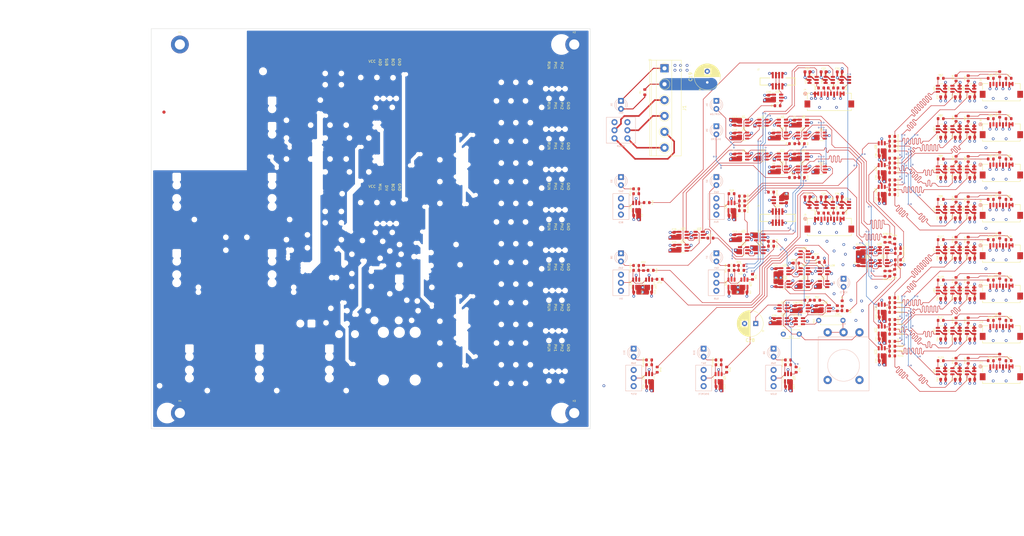
<source format=kicad_pcb>
(kicad_pcb (version 20221018) (generator pcbnew)
  (layers (0 "F.Cu" signal) (1 "In1.Cu" power "GND_2") (2 "In2.Cu" power "GND_3") (31 "B.Cu" signal) (34 "B.Paste" user) (35 "F.Paste" user) (36 "B.SilkS" user "B.Silkscreen") (37 "F.SilkS" user "F.Silkscreen") (38 "B.Mask" user) (39 "F.Mask" user) (44 "Edge.Cuts" user))
  (net 0 "")
  (net 1 "VCC")
  (net 2 "GND")
  (net 3 "Net-(D1-A)")
  (net 4 "Net-(D2-A)")
  (net 5 "Net-(D3-A)")
  (net 6 "Net-(D4-A)")
  (net 7 "Net-(D5-A)")
  (net 8 "Net-(D6-A)")
  (net 9 "Net-(D7-A)")
  (net 10 "Net-(D8-A)")
  (net 11 "Net-(D9-A)")
  (net 12 "Net-(D10-A)")
  (net 13 "Net-(J1-Pin_3)")
  (net 14 "Net-(J1-Pin_4)")
  (net 15 "Net-(J1-Pin_5)")
  (net 16 "Net-(J1-Pin_6)")
  (net 17 "/IN11/I")
  (net 18 "/IN12/I")
  (net 19 "/OUT0/O")
  (net 20 "/OUT1/O")
  (net 21 "/OUT2/O")
  (net 22 "/OUT3/O")
  (net 23 "/OUT4/O")
  (net 24 "/OUT5/O")
  (net 25 "/ClockDistributionA/ClockDistributionSingle1/O50_18/O")
  (net 26 "/EXEC")
  (net 27 "/OVERFLOW")
  (net 28 "/DIVZERO")
  (net 29 "/IN11/O")
  (net 30 "/BCD_LED")
  (net 31 "/OVERFLOW_LED")
  (net 32 "/BCD")
  (net 33 "Net-(SW2-B)")
  (net 34 "/IN12/O")
  (net 35 "Net-(SW3-B)")
  (net 36 "Net-(SW4-B)")
  (net 37 "Net-(SW5-B)")
  (net 38 "/Clock/SLOW")
  (net 39 "Net-(SW6-B)")
  (net 40 "/Clock/DISCRETE")
  (net 41 "Net-(SW7-B)")
  (net 42 "/Clock/STEP")
  (net 43 "Net-(SW8-B)")
  (net 44 "/DIVZERO_LED")
  (net 45 "/CLK_LED")
  (net 46 "/RUN_1")
  (net 47 "Net-(R15-Pad2)")
  (net 48 "/RUN_2")
  (net 51 "/C15")
  (net 52 "/CX15")
  (net 53 "/CONTINUE")
  (net 54 "Net-(U2-Pad3)")
  (net 55 "Net-(U4-Pad4)")
  (net 56 "Net-(U5-Pad4)")
  (net 57 "Net-(U10-Pad4)")
  (net 58 "/ADD")
  (net 59 "/MUL")
  (net 60 "/Clock/ENABLE")
  (net 61 "Net-(D11-A)")
  (net 62 "/ClockDistributionA/ClockDistributionSingle1/O50_17/O")
  (net 63 "/ClockDistributionA/ClockDistributionSingle1/O50_16/O")
  (net 64 "/ClockDistributionA/ClockDistributionSingle2/O50_18/O")
  (net 65 "/ClockDistributionA/ClockDistributionSingle2/O50_17/O")
  (net 66 "/ClockDistributionA/ClockDistributionSingle2/O50_16/O")
  (net 67 "/ClockDistributionA/ClockDistributionSingle3/O50_18/O")
  (net 68 "/ClockDistributionA/ClockDistributionSingle3/O50_17/O")
  (net 69 "/ClockDistributionA/ClockDistributionSingle3/O50_16/O")
  (net 70 "/CK")
  (net 71 "/SUB_LED")
  (net 72 "/EXEC_LED")
  (net 73 "/RUN_3")
  (net 74 "/Clock/CKS")
  (net 75 "/DIV_LED")
  (net 76 "Net-(C28-Pad1)")
  (net 77 "Net-(R17-Pad2)")
  (net 78 "Net-(U1-Pad4)")
  (net 79 "Net-(R25-Pad2)")
  (net 80 "Net-(R26-Pad2)")
  (net 81 "Net-(R27-Pad1)")
  (net 82 "Net-(U2-Pad4)")
  (net 83 "Net-(U3-Pad3)")
  (net 84 "Net-(U3-Pad4)")
  (net 85 "Net-(U13-Pad4)")
  (net 86 "Net-(U10-Pad1)")
  (net 87 "Net-(U11-Pad3)")
  (net 88 "Net-(U11-Pad4)")
  (net 89 "Net-(U23-Pad4)")
  (net 90 "Net-(U12-Pad4)")
  (net 91 "Net-(U17-Pad4)")
  (net 92 "Net-(U18-Pad3)")
  (net 93 "Net-(U35-Pad4)")
  (net 94 "Net-(U37-Pad4)")
  (net 95 "Net-(U38-Pad4)")
  (net 96 "Net-(U40-Pad1)")
  (net 97 "Net-(U43-Pad4)")
  (net 99 "/ClockDistributionA/ClockDistributionSingle/O50_18/O")
  (net 100 "/ClockDistributionA/ClockDistributionSingle/O50_17/O")
  (net 101 "/ClockDistributionA/ClockDistributionSingle/O50_16/O")
  (net 102 "/RUN_4")
  (net 103 "/PH1_1")
  (net 104 "Net-(U21-Pad4)")
  (net 105 "Net-(U27-Pad4)")
  (net 106 "/PH1_2")
  (net 107 "/SUB_1")
  (net 108 "/SUB_2")
  (net 109 "/PH2_1")
  (net 110 "/PH2_2")
  (net 111 "Net-(R100-Pad2)")
  (net 112 "/ClockDistributionX/ClockDistributionSingle2/O50_18/O")
  (net 113 "/ClockDistributionX/ClockDistributionSingle2/O50_17/O")
  (net 114 "/ClockDistributionX/ClockDistributionSingle2/O50_16/O")
  (net 115 "/ClockDistributionX/ClockDistributionSingle3/O50_18/O")
  (net 116 "/ClockDistributionX/ClockDistributionSingle3/O50_17/O")
  (net 117 "/ClockDistributionX/ClockDistributionSingle3/O50_16/O")
  (net 118 "/ClockDistributionX/ClockDistributionSingle1/O50_18/O")
  (net 119 "/ClockDistributionX/ClockDistributionSingle1/O50_17/O")
  (net 120 "/ClockDistributionX/ClockDistributionSingle1/O50_16/O")
  (net 121 "/ClockDistributionX/ClockDistributionSingle/O50_18/O")
  (net 122 "/ClockDistributionX/ClockDistributionSingle/O50_17/O")
  (net 123 "/ClockDistributionX/ClockDistributionSingle/O50_16/O")
  (net 124 "Net-(R48-Pad1)")
  (net 125 "Net-(R58-Pad2)")
  (net 126 "/DIV_1")
  (net 127 "/DIV_2")
  (net 128 "Net-(R49-Pad1)")
  (net 129 "Net-(R51-Pad2)")
  (net 130 "Net-(R53-Pad1)")
  (net 131 "Net-(R53-Pad2)")
  (net 132 "Net-(R47-Pad2)")
  (net 133 "Net-(R60-Pad2)")
  (net 134 "Net-(R62-Pad1)")
  (net 135 "Net-(R62-Pad2)")
  (net 136 "Net-(R64-Pad2)")
  (net 137 "Net-(R68-Pad2)")
  (net 138 "Net-(R57-Pad2)")
  (net 139 "Net-(R72-Pad2)")
  (net 140 "Net-(R59-Pad2)")
  (net 141 "Net-(R61-Pad2)")
  (net 142 "Net-(R76-Pad1)")
  (net 143 "Net-(R76-Pad2)")
  (net 144 "Net-(R78-Pad1)")
  (net 145 "Net-(R78-Pad2)")
  (net 146 "Net-(R80-Pad1)")
  (net 147 "Net-(R80-Pad2)")
  (net 148 "Net-(R82-Pad1)")
  (net 149 "Net-(R82-Pad2)")
  (net 150 "Net-(R84-Pad1)")
  (net 151 "Net-(U30-Pad4)")
  (net 152 "Net-(R84-Pad2)")
  (net 153 "Net-(R86-Pad1)")
  (net 154 "Net-(R40-Pad2)")
  (net 155 "Net-(R86-Pad2)")
  (net 156 "Net-(R88-Pad1)")
  (net 157 "Net-(R88-Pad2)")
  (net 158 "Net-(R90-Pad1)")
  (net 159 "Net-(R90-Pad2)")
  (net 160 "/ClockDistributionA/RUN_1")
  (net 161 "Net-(R92-Pad1)")
  (net 162 "/ClockDistributionA/RUN_2")
  (net 163 "/ClockDistributionA/RUN_3")
  (net 164 "/ClockDistributionA/RUN_4")
  (net 165 "/ClockDistributionA/PH1_1")
  (net 166 "Net-(R50-Pad2)")
  (net 167 "/ClockDistributionA/PH1_2")
  (net 168 "/ClockDistributionA/PH1_3")
  (net 169 "/ClockDistributionA/PH1_4")
  (net 170 "/ClockDistributionA/PH2_1")
  (net 171 "/ClockDistributionA/PH2_2")
  (net 172 "/ClockDistributionA/PH2_3")
  (net 173 "/ClockDistributionA/PH2_4")
  (net 174 "Net-(R92-Pad2)")
  (net 175 "Net-(R94-Pad1)")
  (net 176 "Net-(R94-Pad2)")
  (net 177 "Net-(R96-Pad2)")
  (net 178 "Net-(R96-Pad1)")
  (net 179 "Net-(R98-Pad2)")
  (net 180 "/ClockDistributionX/RUN_1")
  (net 181 "Net-(R103-Pad2)")
  (net 182 "/ClockDistributionX/RUN_2")
  (net 183 "/ClockDistributionX/RUN_3")
  (net 184 "/ClockDistributionX/RUN_4")
  (net 185 "/ClockDistributionX/PH1_1")
  (net 186 "Net-(R107-Pad2)")
  (net 187 "/ClockDistributionX/PH1_2")
  (net 188 "/ClockDistributionX/PH1_3")
  (net 189 "/ClockDistributionX/PH1_4")
  (net 190 "/ClockDistributionX/PH2_1")
  (net 191 "/ClockDistributionX/PH2_2")
  (net 192 "/ClockDistributionX/PH2_3")
  (net 193 "/ClockDistributionX/PH2_4")
  (net 194 "Net-(R111-Pad1)")
  (net 195 "Net-(R111-Pad2)")
  (net 196 "Net-(R113-Pad1)")
  (net 197 "Net-(R113-Pad2)")
  (net 198 "Net-(R115-Pad1)")
  (net 199 "Net-(R115-Pad2)")
  (net 200 "/PH1_3")
  (net 201 "/PH1_4")
  (net 202 "/PH2_3")
  (net 203 "/PH2_4")
  (net 204 "Net-(R117-Pad1)")
  (net 205 "Net-(R117-Pad2)")
  (net 206 "Net-(R119-Pad1)")
  (net 207 "Net-(R119-Pad2)")
  (net 208 "Net-(R121-Pad1)")
  (net 209 "Net-(R121-Pad2)")
  (net 210 "Net-(R123-Pad1)")
  (net 211 "Net-(R123-Pad2)")
  (net 212 "Net-(R125-Pad1)")
  (net 213 "Net-(R125-Pad2)")
  (net 214 "Net-(R127-Pad1)")
  (net 215 "Net-(R127-Pad2)")
  (net 216 "Net-(R129-Pad1)")
  (net 217 "Net-(R129-Pad2)")
  (net 218 "Net-(R131-Pad1)")
  (net 219 "Net-(R131-Pad2)")
  (net 220 "Net-(R133-Pad1)")
  (net 221 "Net-(R133-Pad2)")
  (net 222 "/Clock/SLOW_LED")
  (net 223 "/Clock/DISCRETE_LED")
  (net 224 "/Clock/STEP_LED")
  (net 225 "Net-(U22-Pad4)")
  (net 226 "Net-(C29-Pad1)")
  (footprint "Capacitor_SMD:C_0603_1608Metric" (layer "F.Cu") (at 398.78 129.286 180)
    (fp_text reference "C60")
    (fp_text value "10n")
  )
  (footprint "Capacitor_SMD:C_0603_1608Metric" (layer "F.Cu") (at 403.352 103.886 180)
    (fp_text reference "C47")
    (fp_text value "10n")
  )
  (footprint "Capacitor_SMD:C_0603_1608Metric" (layer "F.Cu") (at 328.676 86.614 90)
    (fp_text reference "C17")
    (fp_text value "10n")
  )
  (footprint "Resistor_SMD:R_0603_1608Metric" (layer "F.Cu") (at 354.076 129.032 180)
    (fp_text reference "R47")
    (fp_text value "36R")
  )
  (footprint "Resistor_SMD:R_0603_1608Metric" (layer "F.Cu") (at 378.206 148.59 180)
    (fp_text reference "R103")
    (fp_text value "36R")
  )
  (footprint "Resistor_SMD:R_0603_1608Metric" (layer "F.Cu") (at 323.596 161.29)
    (fp_text reference "R55")
    (fp_text value "5K")
  )
  (footprint "MountingHole:MountingHole_3.2mm_M3_DIN965_Pad" (layer "F.Cu") (at 278.2 178)
    (fp_text reference "H3")
    (fp_text value "MountingHole")
  )
  (footprint "Fiducial:Fiducial_1mm_Mask2mm" (layer "F.Cu") (at 149.2 83.286)
    (fp_text reference "FID2" hide)
    (fp_text value "Fiducial")
  )
  (footprint "Resistor_SMD:R_0603_1608Metric" (layer "F.Cu") (at 377.444 134.112 90)
    (fp_text reference "R37")
    (fp_text value "36R")
  )
  (footprint "Package_TO_SOT_SMD:SOT-23-6" (layer "F.Cu") (at 375.412 130.81)
    (fp_text reference "U31")
    (fp_text value "1G3157" hide)
  )
  (footprint "Package_TO_SOT_SMD:SOT-23-6" (layer "F.Cu") (at 357.124 145.034)
    (fp_text reference "U46")
    (fp_text value "1G3157" hide)
  )
  (footprint "Resistor_SMD:R_0603_1608Metric" (layer "F.Cu") (at 301.752 162.814 180)
    (fp_text reference "R45")
    (fp_text value "1k5")
  )
  (footprint "Resistor_SMD:R_0603_1608Metric" (layer "F.Cu") (at 349.758 93.218 180)
    (fp_text reference "R8")
    (fp_text value "36R")
  )
  (footprint "Capacitor_SMD:C_0603_1608Metric" (layer "F.Cu") (at 374.904 154.686)
    (fp_text reference "C54")
    (fp_text value "10n")
  )
  (footprint "Package_TO_SOT_SMD:SOT-23-6" (layer "F.Cu") (at 350.52 145.034)
    (fp_text reference "U45")
    (fp_text value "1G3157" hide)
  )
  (footprint "Resistor_SMD:R_0603_1608Metric" (layer "F.Cu") (at 414.782 72.644)
    (fp_text reference "R77")
    (fp_text value "36R")
  )
  (footprint "Resistor_SMD:R_0603_1608Metric" (layer "F.Cu") (at 393.446 110.744 180)
    (fp_text reference "R96")
    (fp_text value "36R")
  )
  (footprint "Resistor_SMD:R_0603_1608Metric" (layer "F.Cu") (at 409.194 110.744 180)
    (fp_text reference "R97")
    (fp_text value "36R")
  )
  (footprint "Resistor_SMD:R_0603_1608Metric" (layer "F.Cu") (at 411.988 134.874 90)
    (fp_text reference "R112")
    (fp_text value "36R")
  )
  (footprint "Resistor_SMD:R_0603_1608Metric" (layer "F.Cu") (at 330.962 112.776 180)
    (fp_text reference "R20")
    (fp_text value "36R")
  )
  (footprint "Package_TO_SOT_SMD:SOT-23-6" (layer "F.Cu") (at 374.904 107.95 90)
    (fp_text reference "U58")
    (fp_text value "1G3157" hide)
  )
  (footprint "Resistor_SMD:R_0603_1608Metric" (layer "F.Cu") (at 358.902 115.062)
    (fp_text reference "R60")
    (fp_text value "100R")
  )
  (footprint "Capacitor_SMD:C_0603_1608Metric" (layer "F.Cu") (at 297.688 115.824)
    (fp_text reference "C4")
    (fp_text value "10n")
  )
  (footprint "Package_TO_SOT_SMD:SOT-23-6" (layer "F.Cu") (at 402.844 126.746 180)
    (fp_text reference "U76")
    (fp_text value "1G3157" hide)
  )
  (footprint "TerminalBlock_Phoenix:TerminalBlock_Phoenix_MKDS-1,5-6_1x06_P5.00mm_Horizontal" (layer "F.Cu") (at 306.595 69.5 -90)
    (fp_text reference "J1")
    (fp_text value "Conn_01x06_Socket")
  )
  (footprint "MevaLlibreriaFootprint:CONN_XF3M1-0815-1B_OMR" (layer "F.Cu") (at 416.029401 150.633)
    (fp_text reference "J10")
    (fp_text value "XF3M1-0815-1B")
  )
  (footprint "Capacitor_SMD:C_0603_1608Metric" (layer "F.Cu") (at 394.208 103.886 180)
    (fp_text reference "C46")
    (fp_text value "10n")
  )
  (footprint "Resistor_SMD:R_0603_1608Metric" (layer "F.Cu") (at 393.446 136.144 180)
    (fp_text reference "R129")
    (fp_text value "36R")
  )
  (footprint "MevaLlibreriaFootprint:CONN_XF3M1-0815-1B_OMR" (layer "F.Cu") (at 416.029401 125.233)
    (fp_text reference "J13")
    (fp_text value "XF3M1-0815-1B")
  )
  (footprint "Resistor_SMD:R_0603_1608Metric" (layer "F.Cu") (at 327.66 108.966 180)
    (fp_text reference "R18")
    (fp_text value "1k5")
  )
  (footprint "Resistor_SMD:R_0603_1608Metric" (layer "F.Cu") (at 334.264 135.128 -90)
    (fp_text reference "R26")
    (fp_text value "36R")
  )
  (footprint "Resistor_SMD:R_0603_1608Metric" (layer "F.Cu") (at 409.194 72.644 180)
    (fp_text reference "R63")
    (fp_text value "36R")
  )
  (footprint "Capacitor_SMD:C_0603_1608Metric" (layer "F.Cu") (at 344.932 110.998 90)
    (fp_text reference "C31")
    (fp_text value "10n")
  )
  (footprint "Capacitor_SMD:C_0603_1608Metric" (layer "F.Cu") (at 398.78 116.586 180)
    (fp_text reference "C49")
    (fp_text value "10n")
  )
  (footprint "Capacitor_SMD:C_0603_1608Metric" (layer "F.Cu") (at 394.208 141.986 180)
    (fp_text reference "C65")
    (fp_text value "10n")
  )
  (footprint "Resistor_SMD:R_0603_1608Metric" (layer "F.Cu") (at 378.206 156.972 180)
    (fp_text reference "R108")
    (fp_text value "36R")
  )
  (footprint "Resistor_SMD:R_0603_1608Metric" (layer "F.Cu") (at 398.272 123.444 -90)
    (fp_text reference "R119")
    (fp_text value "36R")
  )
  (footprint "Package_TO_SOT_SMD:SOT-23-6" (layer "F.Cu") (at 370.332 130.81)
    (fp_text reference "U30")
    (fp_text value "1G3157" hide)
  )
  (footprint "Package_TO_SOT_SMD:SOT-23-6" (layer "F.Cu") (at 402.844 164.846 180)
    (fp_text reference "U85")
    (fp_text value "1G3157" hide)
  )
  (footprint "Resistor_SMD:R_0603_1608Metric" (layer "F.Cu") (at 378.206 92.456 180)
    (fp_text reference "R65")
    (fp_text value "36R")
  )
  (footprint "Capacitor_SMD:C_0603_1608Metric" (layer "F.Cu") (at 361.696 109.982 180)
    (fp_text reference "C36")
    (fp_text value "10n")
  )
  (footprint "MevaLlibreriaFootprint:FFC3A2004G_meu" (layer "F.Cu") (at 342.138 116.586)
    (fp_text reference "J3")
    (fp_text value "FFC3A20-04-G_meu" hide)
  )
  (footprint "Capacitor_SMD:C_0603_1608Metric" (layer "F.Cu") (at 309.626 121.92 -90)
    (fp_text reference "C16")
    (fp_text value "10n")
  )
  (footprint "Resistor_SMD:R_0603_1608Metric" (layer "F.Cu") (at 323.596 162.814 180)
    (fp_text reference "R43")
    (fp_text value "1k5")
  )
  (footprint "Capacitor_SMD:C_0603_1608Metric" (layer "F.Cu") (at 341.122 149.098 -90)
    (fp_text reference "C20")
    (fp_text value "10n")
  )
  (footprint "Package_TO_SOT_SMD:SOT-23-6" (layer "F.Cu") (at 349.758 101.346)
    (fp_text reference "U12")
    (fp_text value "1G3157" hide)
  )
  (footprint "Resistor_SMD:R_0603_1608Metric" (layer "F.Cu") (at 393.446 123.444 180)
    (fp_text reference "R117")
    (fp_text value "36R")
  )
  (footprint "Resistor_SMD:R_0603_1608Metric" (layer "F.Cu") (at 378.206 102.362 180)
    (fp_text reference "R71")
    (fp_text value "36R")
  )
  (footprint "MevaLlibreriaFootprint:CONN_XF3M1-0815-1B_OMR" (layer "F.Cu") (at 416.029401 112.533)
    (fp_text reference "J8")
    (fp_text value "XF3M1-0815-1B")
  )
  (footprint "Fiducial:Fiducial_1mm_Mask2mm" (layer "F.Cu") (at 279.2 172)
    (fp_text reference "FID4" hide)
    (fp_text value "Fiducial")
  )
  (footprint "Capacitor_SMD:C_0603_1608Metric" (layer "F.Cu") (at 374.904 147.828)
    (fp_text reference "C53")
    (fp_text value "10n")
  )
  (footprint "Package_TO_SOT_SMD:SOT-23-6" (layer "F.Cu") (at 345.44 166.878 90)
    (fp_text reference "U33")
    (fp_text value "1G3157" hide)
  )
  (footprint "Resistor_SMD:R_0603_1608Metric" (layer "F.Cu") (at 378.206 107.696 180)
    (fp_text reference "R74")
    (fp_text value "36R")
  )
  (footprint "Capacitor_SMD:C_0603_1608Metric" (layer "F.Cu") (at 327.66 115.824)
    (fp_text reference "C5")
    (fp_text value "10n")
  )
  (footprint "Package_TO_SOT_SMD:SOT-23-6" (layer "F.Cu") (at 356.616 133.35)
    (fp_text reference "U38")
    (fp_text value "1G3157" hide)
  )
  (footprint "Package_TO_SOT_SMD:SOT-23-6" (layer "F.Cu") (at 393.7 139.446 180)
    (fp_text reference "U83")
    (fp_text value "1G3157" hide)
  )
  (footprint "MevaLlibreriaFootprint:CONN_XF3M1-0815-1B_OMR" (layer "F.Cu") (at 416.029401 74.433)
    (fp_text reference "J9")
    (fp_text value "XF3M1-0815-1B")
  )
  (footprint "Capacitor_SMD:C_0603_1608Metric" (layer "F.Cu") (at 374.904 161.544)
    (fp_text reference "C55")
    (fp_text value "10n")
  )
  (footprint "Package_TO_SOT_SMD:SOT-23-6" (layer "F.Cu") (at 301.752 137.16 90)
    (fp_text reference "U32")
    (fp_text value "1G3157" hide)
  )
  (footprint "Package_TO_SOT_SMD:SOT-23-6" (layer "F.Cu") (at 393.7 152.146 180)
    (fp_text reference "U82")
    (fp_text value "1G3157" hide)
  )
  (footprint "Resistor_SMD:R_0603_1608Metric" (layer "F.Cu") (at 345.44 161.29)
    (fp_text reference "R54")
    (fp_text value "5K")
  )
  (footprint "Resistor_SMD:R_0603_1608Metric" (layer "F.Cu") (at 351.536 142.494)
    (fp_text reference "R50")
    (fp_text value "5k")
  )
  (footprint "Capacitor_SMD:C_0603_1608Metric" (layer "F.Cu") (at 356.616 109.982 180)
    (fp_text reference "C35")
    (fp_text value "10n")
  )
  (footprint "Package_TO_SOT_SMD:SOT-23-6" (layer "F.Cu") (at 355.854 90.678)
    (fp_text reference "U5")
    (fp_text value "1G3157" hide)
  )
  (footprint "Package_TO_SOT_SMD:SOT-23-6" (layer "F.Cu") (at 331.47 90.678)
    (fp_text reference "U6")
    (fp_text value "1G3157" hide)
  )
  (footprint "Package_TO_SOT_SMD:SOT-23-6" (layer "F.Cu") (at 402.844 75.946 180)
    (fp_text reference "U59")
    (fp_text value "1G3157" hide)
  )
  (footprint "Resistor_SMD:R_0603_1608Metric" (layer "F.Cu") (at 379.984 131.318)
    (fp_text reference "R27")
    (fp_text value "1k5")
  )
  (footprint "Package_TO_SOT_SMD:SOT-23-6" (layer "F.Cu") (at 402.844 88.646 180)
    (fp_text reference "U61")
    (fp_text value "1G3157" hide)
  )
  (footprint "Resistor_SMD:R_0603_1608Metric" (layer "F.Cu") (at 414.782 98.044)
    (fp_text reference "R89")
    (fp_text value "36R")
  )
  (footprint "Resistor_SMD:R_0603_1608Metric" (layer "F.Cu") (at 378.206 100.838 180)
    (fp_text reference "R70")
    (fp_text value "36R")
  )
  (footprint "MevaLlibreriaFootprint:FFC3A2004G_meu" (layer "F.Cu") (at 342.138 73.66)
    (fp_text reference "J2")
    (fp_text value "FFC3A20-04-G_meu" hide)
  )
  (footprint "Resistor_SMD:R_0603_1608Metric" (layer "F.Cu") (at 378.206 160.02 180)
    (fp_text reference "R110")
    (fp_text value "36R")
  )
  (footprint "Resistor_SMD:R_0603_1608Metric" (layer "F.Cu") (at 347.98 130.81 180)
    (fp_text reference "R48")
    (fp_text value "10K")
  )
  (footprint "Capacitor_SMD:C_0603_1608Metric" (layer "F.Cu") (at 347.472 97.282 -90)
    (fp_text reference "C7")
    (fp_text value "10n")
  )
  (footprint "Capacitor_SMD:C_0603_1608Metric" (layer "F.Cu") (at 347.726 145.034 -90)
    (fp_text reference "C26")
    (fp_text value "10n")
  )
  (footprint "Resistor_SMD:R_0603_1608Metric" (layer "F.Cu") (at 362.458 143.51 -90)
    (fp_text reference "R7")
    (fp_text value "5K")
  )
  (footprint "Package_TO_SOT_SMD:SOT-23-6" (layer "F.Cu") (at 374.904 158.75 90)
    (fp_text reference "U73")
    (fp_text value "1G3157" hide)
  )
  (footprint "Resistor_SMD:R_0603_1608Metric" (layer "F.Cu") (at 378.206 150.114 180)
    (fp_text reference "R104")
    (fp_text value "36R")
  )
  (footprint "Package_TO_SOT_SMD:SOT-23-6" (layer "F.Cu") (at 393.7 164.846 180)
    (fp_text reference "U80")
    (fp_text value "1G3157" hide)
  )
  (footprint "Capacitor_SMD:C_0603_1608Metric" (layer "F.Cu") (at 403.352 129.286 180)
    (fp_text reference "C58")
    (fp_text value "10n")
  )
  (footprint "Resistor_SMD:R_0603_1608Metric" (layer "F.Cu") (at 342.138 81.28)
    (fp_text reference "R6")
    (fp_text value "36R")
  )
  (footprint "Resistor_SMD:R_0603_1608Metric" (layer "F.Cu") (at 327.66 133.096 180)
    (fp_text reference "R22")
    (fp_text value "1k5")
  )
  (footprint "Package_TO_SOT_SMD:SOT-23-6" (layer "F.Cu") (at 343.916 145.034)
    (fp_text reference "U47")
    (fp_text value "1G3157" hide)
  )
  (footprint "Package_TO_SOT_SMD:SOT-23-6" (layer "F.Cu") (at 398.272 88.646 180)
    (fp_text reference "U63")
    (fp_text value "1G3157" hide)
  )
  (footprint "Package_TO_SOT_SMD:SOT-23-6" (layer "F.Cu") (at 337.566 97.282)
    (fp_text reference "U10")
    (fp_text value "1G3157" hide)
  )
  (footprint "Resistor_SMD:R_0603_1608Metric" (layer "F.Cu") (at 402.082 136.144 -90)
    (fp_text reference "R121")
    (fp_text value "36R")
  )
  (footprint "Resistor_SMD:R_0603_1608Metric" (layer "F.Cu") (at 330.962 109.728 180)
    (fp_text reference "R15")
    (fp_text value "36R")
  )
  (footprint "Capacitor_SMD:C_0603_1608Metric" (layer "F.Cu") (at 394.208 78.486 180)
    (fp_text reference "C37")
    (fp_text value "10n")
  )
  (footprint "Package_TO_SOT_SMD:SOT-23-6" (layer "F.Cu") (at 358.394 112.522)
    (fp_text reference "U53")
    (fp_text value "1G3157" hide)
  )
  (footprint "Resistor_SMD:R_0603_1608Metric" (layer "F.Cu") (at 398.272 161.544 -90)
    (fp_text reference "R113")
    (fp_text value "36R")
  )
  (footprint "Resistor_SMD:R_0603_1608Metric" (layer "F.Cu") (at 378.206 144.78 180)
    (fp_text reference "R101")
    (fp_text value "36R")
  )
  (footprint "Capacitor_SMD:C_0603_1608Metric" (layer "F.Cu") (at 398.78 103.886 180)
    (fp_text reference "C48")
    (fp_text value "10n")
  )
  (footprint "Package_TO_SOT_SMD:SOT-23-6" (layer "F.Cu") (at 398.272 101.346 180)
    (fp_text reference "U66")
    (fp_text value "1G3157" hide)
  )
  (footprint "Resistor_SMD:R_0603_1608Metric" (layer "F.Cu") (at 378.206 143.256 180)
    (fp_text reference "R100")
    (fp_text value "36R")
  )
  (footprint "Resistor_SMD:R_0603_1608Metric" (layer "F.Cu") (at 393.446 148.844 180)
    (fp_text reference "R127")
    (fp_text value "36R")
  )
  (footprint "Capacitor_SMD:C_0603_1608Metric" (layer "F.Cu") (at 331.724 139.954 180)
    (fp_text reference "C9")
    (fp_text value "10n")
  )
  (footprint "Resistor_SMD:R_0603_1608Metric" (layer "F.Cu") (at 402.082 148.844 -90)
    (fp_text reference "R131")
    (fp_text value "36R")
  )
  (footprint "Resistor_SMD:R_0603_1608Metric" (layer "F.Cu") (at 398.272 148.844 -90)
    (fp_text reference "R125")
    (fp_text value "36R")
  )
  (footprint "Capacitor_SMD:C_0603_1608Metric" (layer "F.Cu") (at 361.696 70.612 180)
    (fp_text reference "C33")
    (fp_text value "10n")
  )
  (footprint "Capacitor_SMD:C_0603_1608Metric" (layer "F.Cu") (at 340.868 101.346 -90)
    (fp_text reference "C6")
    (fp_text value "10n")
  )
  (footprint "Resistor_SMD:R_0603_1608Metric" (layer "F.Cu") (at 340.106 108.458)
    (fp_text reference "R10")
    (fp_text value "36R")
  )
  (footprint "Capacitor_SMD:C_0603_1608Metric" (layer "F.Cu") (at 351.536 109.982 180)
    (fp_text reference "C34")
    (fp_text value "10n")
  )
  (footprint "Package_TO_SOT_SMD:SOT-23-6" (layer "F.Cu") (at 349.758 90.678)
    (fp_text reference "U4")
    (fp_text value "1G3157" hide)
  )
  (footprint "Capacitor_SMD:C_0603_1608Metric" (layer "F.Cu") (at 394.208 116.586 180)
    (fp_text reference "C51")
    (fp_text value "10n")
  )
  (footprint "Resistor_SMD:R_0603_1608Metric" (layer "F.Cu") (at 378.206 99.314 180)
    (fp_text reference "R69")
    (fp_text value "36R")
  )
  (footprint "Resistor_SMD:R_0603_1608Metric" (layer "F.Cu") (at 330.962 114.3 180)
    (fp_text reference "R16")
    (fp_text value "36R")
  )
  (footprint "Package_TO_SOT_SMD:SOT-23-6" (layer "F.Cu") (at 343.662 101.346)
    (fp_text reference "U14")
    (fp_text value "1G3157" hide)
  )
  (footprint "Package_TO_SOT_SMD:SOT-23-6" (layer "F.Cu") (at 312.42 125.984)
    (fp_text reference "U17")
    (fp_text value "1G3157" hide)
  )
  (footprint "Resistor_SMD:R_0603_1608Metric" (layer "F.Cu") (at 398.272 136.144 -90)
    (fp_text reference "R111")
    (fp_text value "36R")
  )
  (footprint "MevaLlibreriaFootprint:CONN_XF3M1-1015-1B_OMR" (layer "F.Cu") (at 358.4274 77.481)
    (fp_text reference "J4")
    (fp_text value "XF3M1-1015-1B")
  )
  (footprint "MountingHole:MountingHole_3.2mm_M3_DIN965_Pad" (layer "F.Cu") (at 154.2 178)
    (fp_text reference "H4")
    (fp_text value "MountingHole")
  )
  (footprint "Package_TO_SOT_SMD:SOT-23-6" (layer "F.Cu") (at 363.474 73.152)
    (fp_text reference "U51")
    (fp_text value "1G3157" hide)
  )
  (footprint "Resistor_SMD:R_0603_1608Metric" (layer "F.Cu") (at 356.108 130.556)
    (fp_text reference "R49")
    (fp_text value "10K")
  )
  (footprint "Package_TO_SOT_SMD:SOT-23-6" (layer "F.Cu") (at 353.314 73.152)
    (fp_text reference "U70")
    (fp_text value "1G3157" hide)
  )
  (footprint "Package_TO_SOT_SMD:SOT-23-6" (layer "F.Cu") (at 393.7 88.646 180)
    (fp_text reference "U62")
    (fp_text value "1G3157" hide)
  )
  (footprint "Resistor_SMD:R_0603_1608Metric" (layer "F.Cu") (at 378.206 95.504 180)
    (fp_text reference "R67")
    (fp_text value "36R")
  )
  (footprint "Package_TO_SOT_SMD:SOT-23-6" (layer "F.Cu") (at 350.266 97.282)
    (fp_text reference "U15")
    (fp_text value "1G3157" hide)
  )
  (footprint "Package_TO_SOT_SMD:SOT-23-6" (layer "F.Cu") (at 350.266 86.614)
    (fp_text reference "U8")
    (fp_text value "1G3157" hide)
  )
  (footprint "Resistor_SMD:R_0603_1608Metric" (layer "F.Cu") (at 409.194 161.544 180)
    (fp_text reference "R124")
    (fp_text value "36R")
  )
  (footprint "Resistor_SMD:R_0603_1608Metric" (layer "F.Cu") (at 402.082 98.044 -90)
    (fp_text reference "R88")
    (fp_text value "36R")
  )
  (footprint "Resistor_SMD:R_0603_1608Metric" (layer "F.Cu") (at 378.206 106.172 180)
    (fp_text reference "R73")
    (fp_text value "36R")
  )
  (footprint "Package_TO_SOT_SMD:SOT-23-6" (layer "F.Cu") (at 355.854 101.346)
    (fp_text reference "U13")
    (fp_text value "1G3157" hide)
  )
  (footprint "Package_TO_SOT_SMD:SOT-23-6" (layer "F.Cu") (at 301.752 166.878 90)
    (fp_text reference "U36")
    (fp_text value "1G3157" hide)
  )
  (footprint "Capacitor_SMD:C_0603_1608Metric" (layer "F.Cu") (at 328.676 97.282 -90)
    (fp_text reference "C14")
    (fp_text value "10n")
  )
  (footprint "Resistor_SMD:R_0603_1608Metric" (layer "F.Cu") (at 398.272 85.344 -90)
    (fp_text reference "R84")
    (fp_text value "36R")
  )
  (footprint "Package_TO_SOT_SMD:SOT-23-6" (layer "F.Cu") (at 336.55 126.746)
    (fp_text reference "U23")
    (fp_text value "1G3157" hide)
  )
  (footprint "Package_TO_SOT_SMD:SOT-23-6" (layer "F.Cu") (at 358.394 73.152)
    (fp_text reference "U50")
    (fp_text value "1G3157" hide)
  )
  (footprint "Package_TO_SOT_SMD:SOT-23-6" (layer "F.Cu") (at 323.596 166.878 90)
    (fp_text reference "U34")
    (fp_text value "1G3157" hide)
  )
  (footprint "Resistor_SMD:R_0603_1608Metric" (layer "F.Cu") (at 411.988 71.374 90)
    (fp_text reference "R79")
    (fp_text value "36R")
  )
  (footprint "MevaLlibreriaFootprint:CONN_XF3M1-0815-1B_OMR" (layer "F.Cu") (at 416.029401 137.933)
    (fp_text reference "J12")
    (fp_text value "XF3M1-0815-1B")
  )
  (footprint "Package_TO_SOT_SMD:SOT-23-6" (layer "F.Cu") (at 331.47 86.614)
    (fp_text reference "U1")
    (fp_text value "1G3157" hide)
  )
  (footprint "Package_TO_SOT_SMD:SOT-23-6" (layer "F.Cu") (at 398.272 164.846 180)
    (fp_text reference "U75")
    (fp_text value "1G3157" hide)
  )
  (footprint "Resistor_SMD:R_0603_1608Metric" (layer "F.Cu") (at 411.988 160.274 90)
    (fp_text reference "R114")
    (fp_text value "36R")
  )
  (footprint "Resistor_SMD:R_0603_1608Metric" (layer "F.Cu") (at 340.106 125.476 180)
    (fp_text reference "R2")
    (fp_text value "5K")
  )
  (footprint "Resistor_SMD:R_0603_1608Metric" (layer "F.Cu") (at 402.082 72.644 -90)
    (fp_text reference "R76")
    (fp_text value "36R")
  )
  (footprint "Capacitor_SMD:C_0603_1608Metric" (layer "F.Cu") (at 398.78 154.686 180)
    (fp_text reference "C63")
    (fp_text value "10n")
  )
  (footprint "Capacitor_SMD:C_0603_1608Metric" (layer "F.Cu") (at 403.352 154.686 180)
    (fp_text reference "C66")
    (fp_text value "10n")
  )
  (footprint "Fiducial:Fiducial_1mm_Mask2mm" (layer "F.Cu") (at 149.2 159)
    (fp_text reference "FID3" hide)
    (fp_text value "Fiducial")
  )
  (footprint "Capacitor_SMD:C_0603_1608Metric" (layer "F.Cu") (at 398.78 167.386 180)
    (fp_text reference "C57")
    (fp_text value "10n")
  )
  (footprint "Resistor_SMD:R_0603_1608Metric" (layer "F.Cu") (at 300.4 77 90)
    (fp_text reference "R1")
    (fp_text value "5K")
  )
  (footprint "Package_TO_SOT_SMD:SOT-23-6" (layer "F.Cu") (at 331.47 126.746)
    (fp_text reference "U22")
    (fp_text value "1G3157" hide)
  )
  (footprint "Package_TO_SOT_SMD:SOT-23-6" (layer "F.Cu") (at 393.7 101.346 180)
    (fp_text reference "U64")
    (fp_text value "1G3157" hide)
  )
  (footprint "Resistor_SMD:R_0603_1608Metric" (layer "F.Cu") (at 327.66 131.572)
    (fp_text reference "R9")
    (fp_text value "5K")
  )
  (footprint "Package_TO_SOT_SMD:SOT-23-6" (layer "F.Cu") (at 331.724 137.16 90)
    (fp_text reference "U26")
    (fp_text value "1G3157" hide)
  )
  (footprint "Capacitor_THT:CP_Radial_D8.0mm_P3.50mm" (layer "F.Cu") (at 320.04 73.938651 90)
    (fp_text reference "C19")
    (fp_text value "100uF")
  )
  (footprint "Capacitor_SMD:C_0603_1608Metric" (layer "F.Cu") (at 403.352 91.186 180)
    (fp_text reference "C43")
    (fp_text value "10n")
  )
  (footprint "Resistor_SMD:R_0603_1608Metric" (layer "F.Cu") (at 378.206 158.496 180)
    (fp_text reference "R109")
    (fp_text value "36R")
  )
  (footprint "Resistor_SMD:R_0603_1608Metric" (layer "F.Cu") (at 330.708 133.096 180)
    (fp_text reference "R24")
    (fp_text value "36R")
  )
  (footprint "Package_TO_SOT_SMD:SOT-23-6" (layer "F.Cu") (at 363.474 112.522)
    (fp_text reference "U54")
    (fp_text value "1G3157" hide)
  )
  (footprint "Resistor_SMD:R_0603_1608Metric" (layer "F.Cu") (at 378.206 151.638 180)
    (fp_text reference "R105")
    (fp_text value "36R")
  )
  (footprint "Package_TO_SOT_SMD:SOT-23-6" (layer "F.Cu") (at 344.424 133.35)
    (fp_text reference "U35")
    (fp_text value "1G3157" hide)
  )
  (footprint "Package_TO_SOT_SMD:SOT-23-6" (layer "F.Cu") (at 342.138 110.998 180)
    (fp_text reference "U49")
    (fp_text value "1G3157" hide)
  )
  (footprint "Resistor_SMD:R_0603_1608Metric" (layer "F.Cu") (at 346.71 93.218)
    (fp_text reference "R4")
    (fp_text value "5K")
  )
  (footprint "Resistor_SMD:R_0603_1608Metric" (layer "F.Cu") (at 297.688 107.442)
    (fp_text reference "R3")
    (fp_text value "5K")
  )
  (footprint "Package_TO_SOT_SMD:SOT-23-6" (layer "F.Cu") (at 350.52 133.35)
    (fp_text reference "U37")
    (fp_text value "1G3157" hide)
  )
  (footprint "Package_TO_SOT_SMD:SOT-23-6" (layer "F.Cu") (at 374.904 145.034 90)
    (fp_text reference "U71")
    (fp_text value "1G3157" hide)
  )
  (footprint "Package_TO_SOT_SMD:SOT-23-6" (layer "F.Cu") (at 402.844 139.446 180)
    (fp_text reference "U79")
    (fp_text value "1G3157" hide)
  )
  (footprint "Package_TO_SOT_SMD:SOT-23-6" (layer "F.Cu") (at 331.47 97.282)
    (fp_text reference "U9")
    (fp_text value "1G3157" hide)
  )
  (footprint "Resistor_SMD:R_0603_1608Metric" (layer "F.Cu") (at 345.44 162.814 180)
    (fp_text reference "R41")
    (fp_text value "1k5")
  )
  (footprint "Resistor_SMD:R_0603_1608Metric" (layer "F.Cu") (at 358.902 75.692)
    (fp_text reference "R57")
    (fp_text value "100R")
  )
  (footprint "Resistor_SMD:R_0603_1608Metric" (layer "F.Cu") (at 347.98 164.338 -90)
    (fp_text reference "R42")
    (fp_text value "36R")
  )
  (footprint "Capacitor_SMD:C_0603_1608Metric" (layer "F.Cu") (at 403.352 78.486 180)
    (fp_text reference "C41")
    (fp_text value "10n")
  )
  (footprint "Resistor_SMD:R_0603_1608Metric" (layer "F.Cu") (at 393.446 98.044 180)
    (fp_text reference "R86")
    (fp_text value "36R")
  )
  (footprint "Capacitor_SMD:C_0603_1608Metric" (layer "F.Cu") (at 398.78 91.186 180)
    (fp_text reference "C45")
    (fp_text value "10n")
  )
  (footprint "Package_TO_SOT_SMD:SOT-23-6" (layer "F.Cu") (at 398.272 139.446 180)
    (fp_text reference "U74")
    (fp_text value "1G3157" hide)
  )
  (footprint "Package_TO_SOT_SMD:SOT-23-6" (layer "F.Cu") (at 343.916 149.098)
    (fp_text reference "U43")
    (fp_text value "1G3157" hide)
  )
  (footprint "Resistor_SMD:R_0603_1608Metric" (layer "F.Cu") (at 402.082 85.344 -90)
    (fp_text reference "R80")
    (fp_text value "36R")
  )
  (footprint "Resistor_SMD:R_0603_1608Metric" (layer "F.Cu") (at 360.934 145.034 90)
    (fp_text reference "R52")
    (fp_text value "36R")
  )
  (footprint "Resistor_SMD:R_0603_1608Metric" (layer "F.Cu") (at 398.272 72.644 -90)
    (fp_text reference "R78")
    (fp_text value "36R")
  )
  (footprint "Resistor_SMD:R_0603_1608Metric" (layer "F.Cu") (at 378.206 153.162 180)
    (fp_text reference "R106")
    (fp_text value "36R")
  )
  (footprint "Resistor_SMD:R_0603_1608Metric" (layer "F.Cu") (at 379.984 127.762 180)
    (fp_text reference "R30")
    (fp_text value "36R")
  )
  (footprint "Resistor_THT:R_Axial_DIN0207_L6.3mm_D2.5mm_P7.62mm_Horizontal" (layer "F.Cu") (at 355.092 148.844)
    (fp_text reference "R53")
    (fp_text value "220")
  )
  (footprint "Package_TO_SOT_SMD:SOT-23-6" (layer "F.Cu") (at 356.616 137.414)
    (fp_text reference "U41")
    (fp_text value "1G3157" hide)
  )
  (footprint "Package_TO_SOT_SMD:SOT-23-6" (layer "F.Cu") (at 402.844 114.046 180)
    (fp_text reference "U68")
    (fp_text value "1G3157" hide)
  )
  (footprint "Package_TO_SOT_SMD:SOT-23-6" (layer "F.Cu") (at 312.42 121.92)
    (fp_text reference "U20")
    (fp_text value "1G3157" hide)
  )
  (footprint "Resistor_SMD:R_0603_1608Metric" (layer "F.Cu") (at 398.272 98.044 -90)
    (fp_text reference "R90")
    (fp_text value "36R")
  )
  (footprint "Resistor_SMD:R_0603_1608Metric" (layer "F.Cu") (at 378.206 97.79 180)
    (fp_text reference "R68")
    (fp_text value "36R")
  )
  (footprint "Resistor_SMD:R_0603_1608Metric" (layer "F.Cu") (at 379.984 126.238)
    (fp_text reference "R36")
    (fp_text value "1k5")
  )
  (footprint "Package_TO_SOT_SMD:SOT-23-6" (layer "F.Cu") (at 343.662 90.678)
    (fp_text reference "U7")
    (fp_text value "1G3157" hide)
  )
  (footprint "Resistor_SMD:R_0603_1608Metric" (layer "F.Cu") (at 375.92 123.444 -90)
    (fp_text reference "R28")
    (fp_text value "36R")
  )
  (footprint "Capacitor_SMD:C_0603_1608Metric" (layer "F.Cu") (at 356.616 70.612 180)
    (fp_text reference "C32")
    (fp_text value "10n")
  )
  (footprint "MevaLlibreriaFootprint:CONN_XF3M1-0815-1B_OMR" (layer "F.Cu") (at 416.029401 163.333)
    (fp_text reference "J11")
    (fp_text value "XF3M1-0815-1B")
  )
  (footprint "Package_TO_SOT_SMD:SOT-23-6" (layer "F.Cu") (at 342.138 78.74)
    (fp_text reference "U48")
    (fp_text value "1G3157" hide)
  )
  (footprint "MountingHole:MountingHole_3.2mm_M3_DIN965_Pad" (layer "F.Cu") (at 154.2 62)
    (fp_text reference "H1")
    (fp_text value "MountingHole")
  )
  (footprint "Capacitor_SMD:C_0603_1608Metric" (layer "F.Cu") (at 347.472 86.614 -90)
    (fp_text reference "C2")
    (fp_text value "10n")
  )
  (footprint "Package_TO_SOT_SMD:SOT-23-6" (layer "F.Cu") (at 374.904 151.892 90)
    (fp_text reference "U72")
    (fp_text value "1G3157" hide)
  )
  (footprint "Package_TO_SOT_SMD:SOT-23-6" (layer "F.Cu") (at 348.996 149.098)
    (fp_text reference "U44")
    (fp_text value "1G3157" hide)
  )
  (footprint "Package_TO_SOT_SMD:SOT-23-6" (layer "F.Cu") (at 370.332 126.746)
    (fp_text reference "U27")
    (fp_text value "1G3157" hide)
  )
  (footprint "Resistor_SMD:R_0603_1608Metric" (layer "F.Cu") (at 297.688 131.572)
    (fp_text reference "R11")
    (fp_text value "5K")
  )
  (footprint "Capacitor_SMD:C_0603_1608Metric" (layer "F.Cu") (at 339.344 78.74 -90)
    (fp_text reference "C30")
    (fp_text value "10n")
  )
  (footprint "MevaLlibreriaFootprint:CONN_XF3M1-0815-1B_OMR" (layer "F.Cu") (at 416.029401 87.133)
    (fp_text reference "J6")
    (fp_text value "XF3M1-0815-1B")
  )
  (footprint "Resistor_SMD:R_0603_1608Metric" (layer "F.Cu") (at 409.194 123.444 180)
    (fp_text reference "R118")
    (fp_text value "36R")
  )
  (footprint "Package_TO_SOT_SMD:SOT-23-6" (layer "F.Cu") (at 398.272 126.746 180)
    (fp_text reference "U78")
    (fp_text value "1G3157" hide)
  )
  (footprint "Resistor_SMD:R_0603_1608Metric" (layer "F.Cu") (at 393.446 85.344 180)
    (fp_text reference "R82")
    (fp_text value "36R")
  )
  (footprint "Package_TO_SOT_SMD:SOT-23-6" (layer "F.Cu") (at 336.55 122.682)
    (fp_text reference "U24")
    (fp_text value "1G3157" hide)
  )
  (footprint "Package_TO_SOT_SMD:SOT-23-6" (layer "F.Cu") (at 374.904 101.092 90)
    (fp_text reference "U57")
    (fp_text value "1G3157" hide)
  )
  (footprint "Resistor_SMD:R_0603_1608Metric" (layer "F.Cu") (at 378.206 155.448 180)
    (fp_text reference "R107")
    (fp_text value "36R")
  )
  (footprint "Resistor_SMD:R_0603_1608Metric" (layer "F.Cu") (at 393.446 161.544 180)
    (fp_text reference "R123")
    (fp_text value "36R")
  )
  (footprint "Resistor_SMD:R_0603_1608Metric" (layer "F.Cu") (at 346.71 103.886)
    (fp_text reference "R5")
    (fp_text value "5K")
  )
  (footprint "Package_TO_SOT_SMD:SOT-23-6" (layer "F.Cu") (at 317.5 121.92)
    (fp_text reference "U18")
    (fp_text value "1G3157" hide)
  )
  (footprint "Package_TO_SOT_SMD:SOT-23-6" (layer "F.Cu") (at 350.52 137.414)
    (fp_text reference "U40")
    (fp_text value "1G3157" hide)
  )
  (footprint "Resistor_SMD:R_0603_1608Metric" (layer "F.Cu") (at 414.782 136.144)
    (fp_text reference "R122")
    (fp_text value "36R")
  )
  (footprint "Capacitor_SMD:C_0603_1608Metric" (layer "F.Cu") (at 297.688 139.954)
    (fp_text reference "C10")
    (fp_text value "10n")
  )
  (footprint "Capacitor_SMD:C_0603_1608Metric" (layer "F.Cu") (at 323.596 169.672)
    (fp_text reference "C23")
    (fp_text value "10n")
  )
  (footprint "Package_TO_SOT_SMD:SOT-23-6" (layer "F.Cu") (at 344.424 137.414)
    (fp_text reference "U42")
    (fp_text value "1G3157" hide)
  )
  (footprint "Capacitor_SMD:C_0603_1608Metric" (layer "F.Cu") (at 345.44 169.672)
    (fp_text reference "C22")
    (fp_text value "10n")
  )
  (footprint "Resistor_SMD:R_0603_1608Metric" (layer "F.Cu") (at 361.95 115.062)
    (fp_text reference "R61")
    (fp_text value "100R")
  )
  (footprint "Resistor_SMD:R_0603_1608Metric" (layer "F.Cu") (at 409.194 98.044 180)
    (fp_text reference "R87")
    (fp_text value "36R")
  )
  (footprint "Capacitor_SMD:C_0603_1608Metric" (layer "F.Cu") (at 374.904 110.744)
    (fp_text reference "C40")
    (fp_text value "10n")
  )
  (footprint "Resistor_SMD:R_0603_1608Metric" (layer "F.Cu") (at 299.974 132.334 -90)
    (fp_text reference "R32")
    (fp_text value "36R")
  )
  (footprint "Resistor_SMD:R_0603_1608Metric" (layer "F.Cu") (at 297.688 133.096 180)
    (fp_text reference "R31")
    (fp_text value "1k5")
  )
  (footprint "Resistor_SMD:R_0603_1608Metric" (layer "F.Cu") (at 354.584 142.494)
    (fp_text reference "R51")
    (fp_text value "10K")
  )
  (footprint "Capacitor_SMD:C_0603_1608Metric" (layer "F.Cu") (at 328.676 90.678 -90)
    (fp_text reference "C18")
    (fp_text value "10n")
  )
  (footprint "Resistor_SMD:R_0603_1608Metric" (layer "F.Cu") (at 393.446 72.644 180)
    (fp_text reference "R62")
    (fp_text value "36R")
  )
  (footprint "Capacitor_SMD:C_0603_1608Metric" (layer "F.Cu") (at 394.208 154.686 180)
    (fp_text reference "C64")
    (fp_text value "10n")
  )
  (footprint "Resistor_SMD:R_0603_1608Metric" (layer "F.Cu") (at 411.988 96.774 90)
    (fp_text reference "R91")
    (fp_text value "36R")
  )
  (footprint "Package_TO_SOT_SMD:SOT-23-6" (layer "F.Cu") (at 393.7 114.046 180)
    (fp_text reference "U69")
    (fp_text value "1G3157" hide)
  )
  (footprint "Resistor_SMD:R_0603_1608Metric" (layer "F.Cu") (at 414.782 85.344)
    (fp_text reference "R81")
    (fp_text value "36R")
  )
  (footprint "Package_TO_SOT_SMD:SOT-23-6" (layer "F.Cu") (at 402.844 101.346 180)
    (fp_text reference "U65")
    (fp_text value "1G3157" hide)
  )
  (footprint "Resistor_SMD:R_0603_1608Metric" (layer "F.Cu") (at 378.2 90.932 180)
    (fp_text reference "R64")
    (fp_text value "36R")
  )
  (footprint "Capacitor_SMD:C_0603_1608Metric" (layer "F.Cu") (at 394.208 129.286 180)
    (fp_text reference "C59")
    (fp_text value "10n")
  )
  (footprint "Resistor_SMD:R_0603_1608Metric" (layer "F.Cu") (at 379.984 129.794 180)
    (fp_text reference "R38")
    (fp_text value "36R")
  )
  (footprint "Package_TO_SOT_SMD:SOT-23-6" (layer "F.Cu") (at 343.662 86.614)
    (fp_text reference "U3")
    (fp_text value "1G3157" hide)
  )
  (footprint "Resistor_SMD:R_0603_1608Metric" (layer "F.Cu") (at 304.292 164.338 -90)
    (fp_text reference "R46")
    (fp_text value "36R")
  )
  (footprint "Resistor_SMD:R_0603_1608Metric" (layer "F.Cu") (at 377.444 123.444 -90)
    (fp_text reference "R25")
    (fp_text value "36R")
  )
  (footprint "Resistor_SMD:R_0603_1608Metric" (layer "F.Cu") (at 409.194 148.844 180)
    (fp_text reference "R128")
    (fp_text value "36R")
  )
  (footprint "Capacitor_THT:C_Disc_D5.0mm_W2.5mm_P5.00mm" (layer "F.Cu") (at 348.956 153.162 180)
    (fp_text reference "C29")
    (fp_text value "0.1uF")
  )
  (footprint "Resistor_SMD:R_0603_1608Metric" (layer "F.Cu") (at 301.752 161.29)
    (fp_text reference "R56")
    (fp_text value "5K")
  )
  (footprint "Resistor_SMD:R_0603_1608Metric" (layer "F.Cu") (at 378.206 104.648 180)
    (fp_text reference "R72")
    (fp_text value "36R")
  )
  (footprint "Resistor_SMD:R_0603_1608Metric" (layer "F.Cu") (at 411.988 109.474 90)
    (fp_text reference "R93")
    (fp_text value "36R")
  )
  (footprint "Resistor_SMD:R_0603_1608Metric" (layer "F.Cu") (at 378.968 133.604 90)
    (fp_text reference "R39")
    (fp_text value "36R")
  )
  (footprint "Resistor_SMD:R_0603_1608Metric" (layer "F.Cu") (at 305.054 135.89 180)
    (fp_text reference "R40")
    (fp_text value "36R")
  )
  (footprint "Resistor_SMD:R_0603_1608Metric" (layer "F.Cu") (at 349.758 103.886 180)
    (fp_text reference "R13")
    (fp_text value "36R")
  )
  (footprint "Resistor_SMD:R_0603_1608Metric" (layer "F.Cu") (at 378.206 109.22 180)
    (fp_text reference "R75")
    (fp_text value "36R")
  )
  (footprint "Capacitor_SMD:C_0603_1608Metric" (layer "F.Cu") (at 367.538 130.81 90)
    (fp_text reference "C3")
    (fp_text value "10n")
  )
  (footprint "Resistor_SMD:R_0603_1608Metric" (layer "F.Cu") (at 330.708 131.572 180)
    (fp_text reference "R23")
    (fp_text value "36R")
  )
  (footprint "Package_TO_SOT_SMD:SOT-23-6" (layer "F.Cu") (at 327.66 137.16 90)
    (fp_text reference "U25")
    (fp_text value "1G3157" hide)
  )
  (footprint "Package_TO_SOT_SMD:SOT-23-6" (layer "F.Cu") (at 343.662 97.282)
    (fp_text reference "U11")
    (fp_text value "1G3157" hide)
  )
  (footprint "Resistor_SMD:R_0603_1608Metric" (layer "F.Cu") (at 326.136 164.338 -90)
    (fp_text reference "R44")
    (fp_text value "36R")
  )
  (footprint "Capacitor_SMD:C_0603_1608Metric" (layer "F.Cu") (at 327.66 139.954)
    (fp_text reference "C8")
    (fp_text value "10n")
  )
  (footprint "Resistor_SMD:R_0603_1608Metric" (layer "F.Cu") (at 409.194 136.144 180)
    (fp_text reference "R130")
    (fp_text value "36R")
  )
  (footprint "Resistor_SMD:R_0603_1608Metric" (layer "F.Cu") (at 355.854 75.692 180)
    (fp_text reference "R98")
    (fp_text value "100R")
  )
  (footprint "Package_TO_SOT_SMD:SOT-23-6" (layer "F.Cu") (at 398.272 114.046 180)
    (fp_text reference "U67")
    (fp_text value "1G3157" hide)
  )
  (footprint "Capacitor_SMD:C_0603_1608Metric" (layer "F.Cu") (at 341.63 137.414 90)
    (fp_text reference "C25")
    (fp_text value "10n")
  )
  (footprint "Resistor_SMD:R_0603_1608Metric" (layer "F.Cu") (at 363.22 145.796 180)
    (fp_text reference "R33")
    (fp_text value "36R")
  )
  (footprint "Fiducial:Fiducial_1mm_Mask2mm" (layer "F.Cu") (at 279.2 68)
    (fp_text reference "FID1" hide)
    (fp_text value "Fiducial")
  )
  (footprint "Capacitor_SMD:C_0603_1608Metric" (layer "F.Cu") (at 374.904 103.886)
    (fp_text reference "C39")
    (fp_text value "10n")
  )
  (footprint "Resistor_SMD:R_0603_1608Metric" (layer "F.Cu") (at 414.782 148.844)
    (fp_text reference "R132")
    (fp_text value "36R")
  )
  (footprint "Resistor_SMD:R_0603_1608Metric" (layer "F.Cu") (at 378.206 146.304 180)
    (fp_text reference "R102")
    (fp_text value "36R")
  )
  (footprint "Capacitor_SMD:C_0603_1608Metric" (layer "F.Cu") (at 341.63 133.35 -90)
    (fp_text reference "C21")
    (fp_text value "10n")
  )
  (footprint "Capacitor_SMD:C_0603_1608Metric" (layer "F.Cu") (at 340.868 90.678 -90)
    (fp_text reference "C1")
    (fp_text value "10n")
  )
  (footprint "Resistor_SMD:R_0603_1608Metric" (layer "F.Cu") (at 340.106 123.952 180)
    (fp_text reference "R21")
    (fp_text value "36R")
  )
  (footprint "Capacitor_SMD:C_0603_1608Metric" (layer "F.Cu") (at 398.78 78.486 180)
    (fp_text reference "C42")
    (fp_text value "10n")
  )
  (footprint "Package_TO_SOT_SMD:SOT-23-6" (layer "F.Cu") (at 402.844 152.146 180)
    (fp_text reference "U84")
    (fp_text value "1G3157" hide)
  )
  (footprint "Package_TO_SOT_SMD:SOT-23-6" (layer "F.Cu") (at 327.66 113.03 90)
    (fp_text reference "U19")
    (fp_text value "1G3157" hide)
  )
  (footprint "Capacitor_SMD:C_0603_1608Metric" (layer "F.Cu") (at 394.208 91.186 180)
    (fp_text reference "C44")
    (fp_text value "10n")
  )
  (footprint "Package_TO_SOT_SMD:SOT-23-6" (layer "F.Cu") (at 297.688 113.03 90)
    (fp_text reference "U16")
    (fp_text value "1G3157" hide)
  )
  (footprint "Resistor_SMD:R_0603_1608Metric" (layer "F.Cu") (at 409.194 85.344 180)
    (fp_text reference "R83")
    (fp_text value "36R")
  )
  (footprint "Resistor_SMD:R_0603_1608Metric" (layer "F.Cu") (at 414.782 123.444)
    (fp_text reference "R116")
    (fp_text value "36R")
  )
  (footprint "Resistor_SMD:R_0603_1608Metric" (layer "F.Cu") (at 411.988 122.174 90)
    (fp_text reference "R120")
    (fp_text value "36R")
  )
  (footprint "Capacitor_SMD:C_0603_1608Metric" (layer "F.Cu") (at 328.676 122.682 -90)
    (fp_text reference "C12")
    (fp_text value "10n")
  )
  (footprint "Package_TO_SOT_SMD:SOT-23-6" (layer "F.Cu") (at 375.412 126.746)
    (fp_text reference "U28")
    (fp_text value "1G3157" hide)
  )
  (footprint "Package_TO_SOT_SMD:SOT-23-6" (layer "F.Cu") (at 331.47 122.682)
    (fp_text reference "U21")
    (fp_text value "1G3157" hide)
  )
  (footprint "Capacitor_SMD:C_0603_1608Metric" (layer "F.Cu") (at 301.752 139.954 180)
    (fp_text reference "C11")
    (fp_text value "10n")
  )
  (footprint "Resistor_SMD:R_0603_1608Metric" (layer "F.Cu") (at 361.95 75.692)
    (fp_text reference "R58")
    (fp_text value "100R")
  )
  (footprint "Package_TO_SOT_SMD:SOT-23-6" (layer "F.Cu") (at 393.7 126.746 180)
    (fp_text reference "U77")
    (fp_text value "1G3157" hide)
  )
  (footprint "Resistor_SMD:R_0603_1608Metric" (layer "F.Cu") (at 300.99 111.76 180)
    (fp_text reference "R14")
    (fp_text value "36R")
  )
  (footprint "Resistor_SMD:R_0603_1608Metric" (layer "F.Cu") (at 398.272 110.744 -90)
    (fp_text reference "R92")
    (fp_text value "36R")
  )
  (footprint "Resistor_SMD:R_0603_1608Metric" (layer "F.Cu") (at 411.988 147.574 90)
    (fp_text reference "R126")
    (fp_text value "36R")
  )
  (footprint "Resistor_SMD:R_0603_1608Metric" (layer "F.Cu") (at 321.056 122.936 180)
    (fp_text reference "R17")
    (fp_text value "36R")
  )
  (footprint "Resistor_SMD:R_0603_1608Metric" (layer "F.Cu") (at 378.206 93.98 180)
    (fp_text reference "R66")
    (fp_text value "36R")
  )
  (footprint "Capacitor_SMD:C_0603_1608Metric" (layer "F.Cu") (at 403.352 116.586 180)
    (fp_text reference "C50")
    (fp_text value "10n")
  )
  (footprint "Capacitor_SMD:C_0603_1608Metric" (layer "F.Cu") (at 398.78 141.986 180)
    (fp_text reference "C56")
    (fp_text value "10n")
  )
  (footprint "Package_TO_SOT_SMD:SOT-23-6" (layer "F.Cu") (at 297.688 137.16 90)
    (fp_text reference "U29")
    (fp_text value "1G3157" hide)
  )
  (footprint "Capacitor_SMD:C_0603_1608Metric" (layer "F.Cu") (at 351.536 70.612 180)
    (fp_text reference "C52")
    (fp_text value "10n")
  )
  (footprint "Resistor_SMD:R_0603_1608Metric" (layer "F.Cu") (at 297.688 108.966 180)
    (fp_text reference "R12")
    (fp_text value "1k5")
  )
  (footprint "Resistor_SMD:R_0603_1608Metric" (layer "F.Cu") (at 414.782 110.744)
    (fp_text reference "R95")
    (fp_text value "36R")
  )
  (footprint "Resistor_SMD:R_0603_1608Metric" (layer "F.Cu") (at 414.782 161.544)
    (fp_text reference "R134")
    (fp_text value "36R")
  )
  (footprint "Package_TO_SOT_SMD:SOT-23-6" (layer "F.Cu") (at 337.566 86.614)
    (fp_text reference "U2")
    (fp_text value "1G3157" hide)
  )
  (footprint "Package_TO_SOT_SMD:SOT-23-6" (layer "F.Cu") (at 393.7 75.946 180)
    (fp_text reference "U55")
    (fp_text value "1G3157" hide)
  )
  (footprint "Resistor_SMD:R_0603_1608Metric" (layer "F.Cu") (at 402.082 123.444 -90)
    (fp_text reference "R115")
    (fp_text value "36R")
  )
  (footprint "Capacitor_SMD:C_0603_1608Metric" (layer "F.Cu") (at 403.352 167.386 180)
    (fp_text reference "C67")
    (fp_text value "10n")
  )
  (footprint "Capacitor_SMD:C_0603_1608Metric" (layer "F.Cu") (at 301.752 169.672)
    (fp_text reference "C24")
    (fp_text value "10n")
  )
  (footprint "MountingHole:MountingHole_3.2mm_M3_DIN965_Pad" (layer "F.Cu") (at 278.2 62)
    (fp_text reference "H2")
    (fp_text value "MountingHole")
  )
  (footprint "Capacitor_SMD:C_0603_1608Metric" (layer "F.Cu") (at 394.208 167.386 180)
    (fp_text reference "C62")
    (fp_text value "10n")
  )
  (footprint "Resistor_SMD:R_0603_1608Metric" (layer "F.Cu") (at 378.968 123.952 -90)
    (fp_text reference "R29")
    (fp_text value "36R")
  )
  (footprint "MevaLlibreriaFootprint:CONN_XF3M1-1015-1B_OMR" (layer "F.Cu") (at 358.4274 116.851)
    (fp_text reference "J5")
    (fp_text value "XF3M1-1015-1B")
  )
  (footprint "Package_TO_SOT_SMD:SOT-23-6" (layer "F.Cu") (at 374.904 94.234 90)
    (fp_text reference "U56")
    (fp_text value "1G3157" hide)
  )
  (footprint "Capacitor_THT:CP_Radial_D8.0mm_P3.50mm" (layer "F.Cu") (at 335.28 149.835349 180)
    (fp_text reference "C28")
    (fp_text value "100uF")
  )
  (footprint "Capacitor_SMD:C_0603_1608Metric" (layer "F.Cu") (at 374.904 97.028)
    (fp_text reference "C38")
    (fp_text value "10n")
  )
  (footprint "Capacitor_SMD:C_0603_1608Metric" (layer "F.Cu") (at 354.33 145.034 -90)
    (fp_text reference "C27")
    (fp_text value "10n")
  )
  (footprint "Resistor_SMD:R_0603_1608Metric" (layer "F.Cu") (at 355.854 115.062 180)
    (fp_text reference "R59")
    (fp_text value "100R")
  )
  (footprint "Resistor_SMD:R_0603_1608Metric" (layer "F.Cu") (at 330.962 111.252 180)
    (fp_text reference "R19")
    (fp_text value "36R")
  )
  (footprint "Resistor_SMD:R_0603_1608Metric" (layer "F.Cu") (at 402.082 110.744 -90)
    (fp_text reference "R94")
    (fp_text value "36R")
  )
  (footprint "Capacitor_SMD:C_0603_1608Metric" (layer "F.Cu") (at 309.626 125.984 -90)
    (fp_text reference "C15")
    (fp_text value "10n")
  )
  (footprint "Package_TO_SOT_SMD:SOT-23-6" (layer "F.Cu") (at 398.272 152.146 180)
    (fp_text reference "U81")
    (fp_text value "1G3157" hide)
  )
  (footprint "Capacitor_SMD:C_0603_1608Metric" (layer "F.Cu") (at 367.538 126.746 -90)
    (fp_text reference "C13")
    (fp_text value "10n")
  )
  (footprint "Resistor_SMD:R_0603_1608Metric" (layer "F.Cu") (at 302.26 133.096 180)
    (fp_text reference "R35")
    (fp_text value "36R")
  )
  (footprint "MevaLlibreriaFootprint:CONN_XF3M1-0815-1B_OMR" (layer "F.Cu") (at 416.029401 99.833)
    (fp_text reference "J7")
    (fp_text value "XF3M1-0815-1B")
  )
  (footprint "Resistor_SMD:R_0603_1608Metric" (layer "F.Cu") (at 402.082 161.544 -90)
    (fp_text reference "R133")
    (fp_text value "36R")
  )
  (footprint "Resistor_SMD:R_0603_1608Metric" (layer "F.Cu") (at 378.206 141.732 180)
    (fp_text reference "R99")
    (fp_text value "36R")
  )
  (footprint "Resistor_SMD:R_0603_1608Metric" (layer "F.Cu") (at 411.988 84.074 90)
    (fp_text reference "R85")
    (fp_text value "36R")
  )
  (footprint "Resistor_SMD:R_0603_1608Metric" (layer "F.Cu") (at 375.92 134.112 90)
    (fp_text reference "R34")
    (fp_text value "36R")
  )
  (footprint "Package_TO_SOT_SMD:SOT-23-6" (layer "F.Cu") (at 353.314 112.522)
    (fp_text reference "U52")
    (fp_text value "1G3157" hide)
  )
  (footprint "Package_TO_SOT_SMD:SOT-23-6" (layer "F.Cu") (at 398.272 75.946 180)
    (fp_text reference "U60")
    (fp_text value "1G3157" hide)
  )
  (footprint "Package_TO_SOT_SMD:SOT-23-6" (layer "F.Cu") (at 350.52 128.016)
    (fp_text reference "U39")
    (fp_text value "1G3157" hide)
  )
  (footprint "Capacitor_SMD:C_0603_1608Metric" (layer "F.Cu") (at 403.352 141.986 180)
    (fp_text reference "C61")
    (fp_text value "10n")
  )
  (footprint "MevaLlibreriaFootprint:SW_Toggle_SPDT_Vertical_Mini" (layer "B.Cu") (at 340.9 167 180)
    (fp_text reference "SW6")
    (fp_text value "SW_SPDT")
  )
  (footprint "MevaLlibreriaFootprint:LED_D3.0mm_Centrat" (layer "B.Cu") (at 340.9 159 -90)
    (fp_text reference "D9")
    (fp_text value "LED")
  )
  (footprint "MevaLlibreriaFootprint:SW_Toggle_SPDT_Vertical_Mini" (layer "B.Cu") (at 322.9 113 180)
    (fp_text reference "SW3")
    (fp_text value "SW_SPDT")
  )
  (footprint "MevaLlibreriaFootprint:SW_Toggle_SPDT_Vertical_Mini" (layer "B.Cu") (at 292.9 137 180)
    (fp_text reference "SW5")
    (fp_text value "SW_SPDT")
  )
  (footprint "MevaLlibreriaFootprint:SW_Toggle_SPDT_Vertical_Mini" (layer "B.Cu") (at 318.9 167 180)
    (fp_text reference "SW7")
    (fp_text value "SW_SPDT")
  )
  (footprint "MevaLlibreriaFootprint:POT_Vertical_PC16SV" (layer "B.Cu") (at 362.9 163 180)
    (fp_text reference "RV1")
    (fp_text value "R_Potentiometer")
  )
  (footprint "MevaLlibreriaFootprint:LED_D3.0mm_Centrat" (layer "B.Cu") (at 292.9 81 -90)
    (fp_text reference "D1")
    (fp_text value "LED")
  )
  (footprint "MevaLlibreriaFootprint:LED_D3.0mm_Centrat" (layer "B.Cu") (at 296.9 159 -90)
    (fp_text reference "D11")
    (fp_text value "LED")
  )
  (footprint "MevaLlibreriaFootprint:LED_D3.0mm_Centrat" (layer "B.Cu") (at 362.9 137 -90)
    (fp_text reference "D6")
    (fp_text value "LED")
  )
  (footprint "MevaLlibreriaFootprint:SW_Toggle_SPDT_Vertical_Mini" (layer "B.Cu") (at 292.9 113 180)
    (fp_text reference "SW2")
    (fp_text value "SW_SPDT")
  )
  (footprint "MevaLlibreriaFootprint:LED_D3.0mm_Centrat" (layer "B.Cu") (at 322.9 129 -90)
    (fp_text reference "D7")
    (fp_text value "LED")
  )
  (footprint "MevaLlibreriaFootprint:LED_D3.0mm_Centrat" (layer "B.Cu") (at 292.9 105 -90)
    (fp_text reference "D3")
    (fp_text value "LED")
  )
  (footprint "MevaLlibreriaFootprint:LED_D3.0mm_Centrat" (layer "B.Cu") (at 318.9 159 -90)
    (fp_text reference "D10")
    (fp_text value "LED")
  )
  (footprint "MevaLlibreriaFootprint:SW_Toggle_SPDT_Vertical_Mini" (layer "B.Cu") (at 322.9 137 180)
    (fp_text reference "SW4")
    (fp_text value "SW_SPDT")
  )
  (footprint "MevaLlibreriaFootprint:LED_D3.0mm_Centrat" (layer "B.Cu") (at 292.9 129 -90)
    (fp_text reference "D8")
    (fp_text value "LED")
  )
  (footprint "MevaLlibreriaFootprint:LED_D3.0mm_Centrat" (layer "B.Cu") (at 322.9 81 -90)
    (fp_text reference "D4")
    (fp_text value "LED")
  )
  (footprint "MevaLlibreriaFootprint:LED_D3.0mm_Centrat" (layer "B.Cu") (at 322.9 105 -90)
    (fp_text reference "D2")
    (fp_text value "LED")
  )
  (footprint "MevaLlibreriaFootprint:SW_Toggle_SPDT_Vertical_Mini" (layer "B.Cu") (at 296.9 167 180)
    (fp_text reference "SW8")
    (fp_text value "SW_SPDT")
  )
  (footprint "MevaLlibreriaFootprint:SW_Toggle_DPDT_Vertical_Mini" (layer "B.Cu") (at 292.9 89 180)
    (fp_text reference "SW1")
    (fp_text value "SW_DPDT")
  )
  (footprint "MevaLlibreriaFootprint:LED_D3.0mm_Centrat" (layer "B.Cu") (at 322.9 89 -90)
    (fp_text reference "D5")
    (fp_text value "LED")
  )
  (gr_rect (start 145.2 57) (end 283.2 183) (stroke (width 0.1)) (fill none) (layer "Edge.Cuts"))
  (gr_text "CLOCK" (at 362.966 139.954 180) (layer "B.SilkS") (effects (font (size 0.5 0.5) (thickness 0.08)) (justify mirror)))
  (gr_text "SLOW" (at 340.9 172) (layer "B.SilkS") (effects (font (size 0.5 0.5) (thickness 0.08)) (justify mirror)))
  (gr_text "STEP" (at 296.926 172) (layer "B.SilkS") (effects (font (size 0.5 0.5) (thickness 0.08)) (justify mirror)))
  (gr_text "SUB" (at 322.9 142) (layer "B.SilkS") (effects (font (size 0.5 0.5) (thickness 0.08)) (justify mirror)))
  (gr_text "DIVZERO" (at 322.776 91.824) (layer "B.SilkS") (effects (font (size 0.5 0.5) (thickness 0.08)) (justify mirror)))
  (gr_text "OVERFLOW" (at 322.776 83.95) (layer "B.SilkS") (effects (font (size 0.5 0.5) (thickness 0.08)) (justify mirror)))
  (gr_text "POWER" (at 292.9 94) (layer "B.SilkS") (effects (font (size 0.5 0.5) (thickness 0.08)) (justify mirror)))
  (gr_text "RUN" (at 322.834 117.856) (layer "B.SilkS") (effects (font (size 0.5 0.5) (thickness 0.08)) (justify mirror)))
  (gr_text "DIV" (at 292.9 142) (layer "B.SilkS") (effects (font (size 0.5 0.5) (thickness 0.08)) (justify mirror)))
  (gr_text "BCD" (at 292.9 118) (layer "B.SilkS") (effects (font (size 0.5 0.5) (thickness 0.08)) (justify mirror)))
  (gr_text "DISCRETE" (at 318.9 172) (layer "B.SilkS") (effects (font (size 0.5 0.5) (thickness 0.08)) (justify mirror)))
  (gr_text "RUN" (at 270.256 158.75 -90) (layer "F.SilkS") (effects (font (size 0.8 0.8) (thickness 0.12)) (justify right)))
  (gr_text "RUN" (at 270.256 133.35 -90) (layer "F.SilkS") (effects (font (size 0.8 0.8) (thickness 0.12)) (justify right)))
  (gr_text "DIV" (at 219.202 108.204 270) (layer "F.SilkS") (effects (font (size 0.8 0.8) (thickness 0.12)) (justify right)))
  (gr_text "BCD" (at 221.234 108.204 -90) (layer "F.SilkS") (effects (font (size 0.8 0.8) (thickness 0.12)) (justify right)))
  (gr_text "GND" (at 276.352 146.05 -90) (layer "F.SilkS") (effects (font (size 0.8 0.8) (thickness 0.12)) (justify right)))
  (gr_text "BCD" (at 221.234 68.834 -90) (layer "F.SilkS") (effects (font (size 0.8 0.8) (thickness 0.12)) (justify right)))
  (gr_text "PH2" (at 274.32 82.55 -90) (layer "F.SilkS") (effects (font (size 0.8 0.8) (thickness 0.12)) (justify right)))
  (gr_text "PH2" (at 274.32 69.85 -90) (layer "F.SilkS") (effects (font (size 0.8 0.8) (thickness 0.12)) (justify right)))
  (gr_text "PH1" (at 272.288 82.55 -90) (layer "F.SilkS") (effects (font (size 0.8 0.8) (thickness 0.12)) (justify right)))
  (gr_text "RUN" (at 270.256 146.05 -90) (layer "F.SilkS") (effects (font (size 0.8 0.8) (thickness 0.12)) (justify right)))
  (gr_text "GND" (at 223.266 108.204 -90) (layer "F.SilkS") (effects (font (size 0.8 0.8) (thickness 0.12)) (justify right)))
  (gr_text "PH1" (at 272.288 146.05 -90) (layer "F.SilkS") (effects (font (size 0.8 0.8) (thickness 0.12)) (justify right)))
  (gr_text "PH1" (at 272.288 69.85 -90) (layer "F.SilkS") (effects (font (size 0.8 0.8) (thickness 0.12)) (justify right)))
  (gr_text "PH2" (at 274.32 133.35 -90) (layer "F.SilkS") (effects (font (size 0.8 0.8) (thickness 0.12)) (justify right)))
  (gr_text "PH1" (at 272.288 133.35 -90) (layer "F.SilkS") (effects (font (size 0.8 0.8) (thickness 0.12)) (justify right)))
  (gr_text "RUN" (at 270.256 95.25 -90) (layer "F.SilkS") (effects (font (size 0.8 0.8) (thickness 0.12)) (justify right)))
  (gr_text "GND" (at 276.352 120.65 -90) (layer "F.SilkS") (effects (font (size 0.8 0.8) (thickness 0.12)) (justify right)))
  (gr_text "PH2" (at 274.32 107.95 -90) (layer "F.SilkS") (effects (font (size 0.8 0.8) (thickness 0.12)) (justify right)))
  (gr_text "RUN" (at 270.256 69.85 -90) (layer "F.SilkS") (effects (font (size 0.8 0.8) (thickness 0.12)) (justify right)))
  (gr_text "PH2" (at 274.32 120.65 -90) (layer "F.SilkS") (effects (font (size 0.8 0.8) (thickness 0.12)) (justify right)))
  (gr_text "GND" (at 276.352 133.35 -90) (layer "F.SilkS") (effects (font (size 0.8 0.8) (thickness 0.12)) (justify right)))
  (gr_text "GND" (at 276.352 107.95 -90) (layer "F.SilkS") (effects (font (size 0.8 0.8) (thickness 0.12)) (justify right)))
  (gr_text "PH1" (at 272.288 107.95 -90) (layer "F.SilkS") (effects (font (size 0.8 0.8) (thickness 0.12)) (justify right)))
  (gr_text "MUL" (at 217.17 108.204 270) (layer "F.SilkS") (effects (font (size 0.8 0.8) (thickness 0.12)) (justify right)))
  (gr_text "GND" (at 276.352 158.75 -90) (layer "F.SilkS") (effects (font (size 0.8 0.8) (thickness 0.12)) (justify right)))
  (gr_text "SUB" (at 219.202 68.834 -90) (layer "F.SilkS") (effects (font (size 0.8 0.8) (thickness 0.12)) (justify right)))
  (gr_text "ADD" (at 217.17 68.834 -90) (layer "F.SilkS") (effects (font (size 0.8 0.8) (thickness 0.12)) (justify right)))
  (gr_text "PH1" (at 272.288 120.65 -90) (layer "F.SilkS") (effects (font (size 0.8 0.8) (thickness 0.12)) (justify right)))
  (gr_text "GND" (at 223.266 68.834 -90) (layer "F.SilkS") (effects (font (size 0.8 0.8) (thickness 0.12)) (justify right)))
  (gr_text "PH1" (at 272.288 95.25 -90) (layer "F.SilkS") (effects (font (size 0.8 0.8) (thickness 0.12)) (justify right)))
  (gr_text "RUN" (at 270.256 120.65 -90) (layer "F.SilkS") (effects (font (size 0.8 0.8) (thickness 0.12)) (justify right)))
  (gr_text "PH1" (at 272.288 158.75 -90) (layer "F.SilkS") (effects (font (size 0.8 0.8) (thickness 0.12)) (justify right)))
  (gr_text "GND" (at 276.352 95.25 -90) (layer "F.SilkS") (effects (font (size 0.8 0.8) (thickness 0.12)) (justify right)))
  (gr_text "PH2" (at 274.32 158.75 -90) (layer "F.SilkS") (effects (font (size 0.8 0.8) (thickness 0.12)) (justify right)))
  (gr_text "PH2" (at 274.32 95.25 -90) (layer "F.SilkS") (effects (font (size 0.8 0.8) (thickness 0.12)) (justify right)))
  (gr_text "RUN" (at 270.256 107.95 -90) (layer "F.SilkS") (effects (font (size 0.8 0.8) (thickness 0.12)) (justify right)))
  (gr_text "VCC" (at 214.63 67.31) (layer "F.SilkS") (effects (font (size 0.8 0.8) (thickness 0.12))))
  (gr_text "VCC" (at 214.63 106.68) (layer "F.SilkS") (effects (font (size 0.8 0.8) (thickness 0.12))))
  (gr_text "GND" (at 276.352 82.55 -90) (layer "F.SilkS") (effects (font (size 0.8 0.8) (thickness 0.12)) (justify right)))
  (gr_text "PH2" (at 274.32 146.05 -90) (layer "F.SilkS") (effects (font (size 0.8 0.8) (thickness 0.12)) (justify right)))
  (gr_text "RUN" (at 270.256 82.55 -90) (layer "F.SilkS") (effects (font (size 0.8 0.8) (thickness 0.12)) (justify right)))
  (segment (start 301.752 136.0225) (end 301.752 134.62) (width 0.508) (layer "F.Cu") (net 1))
  (segment (start 371.4695 126.746) (end 372.184395 126.746) (width 0.508) (layer "F.Cu") (net 1))
  (segment (start 357.2565 72.202) (end 357.2565 70.7465) (width 0.508) (layer "F.Cu") (net 1))
  (segment (start 322.821 169.672) (end 322.646 169.497) (width 0.508) (layer "F.Cu") (net 1))
  (segment (start 399.555 77.0415) (end 399.4095 76.896) (width 0.508) (layer "F.Cu") (net 1))
  (segment (start 362.471 108.979) (end 362.458 108.966) (width 0.508) (layer "F.Cu") (net 1))
  (segment (start 372.184395 130.81) (end 372.872 130.122395) (width 0.508) (layer "F.Cu") (net 1))
  (segment (start 328.676 96.507) (end 327.419 96.507) (width 0.508) (layer "F.Cu") (net 1))
  (segment (start 344.665 169.672) (end 344.665 170.929) (width 0.508) (layer "F.Cu") (net 1))
  (segment (start 309.626 125.209) (end 309.801 125.034) (width 0.508) (layer "F.Cu") (net 1))
  (segment (start 343.2865 138.364) (end 341.805 138.364) (width 0.508) (layer "F.Cu") (net 1))
  (segment (start 399.568 103.899) (end 399.568 105.156) (width 0.508) (layer "F.Cu") (net 1))
  (segment (start 328.676 87.389) (end 327.419 87.389) (width 0.508) (layer "F.Cu") (net 1))
  (segment (start 404.127 79.743) (end 404.114 79.756) (width 0.508) (layer "F.Cu") (net 1))
  (segment (start 364.6115 112.522) (end 363.929553 112.522) (width 0.4064) (layer "F.Cu") (net 1))
  (segment (start 353.06 144.346395) (end 352.372395 145.034) (width 0.508) (layer "F.Cu") (net 1))
  (segment (start 339.865 148.069) (end 339.852 148.082) (width 0.508) (layer "F.Cu") (net 1))
  (segment (start 373.954 159.8875) (end 373.954 161.369) (width 0.508) (layer "F.Cu") (net 1))
  (segment (start 328.851 96.332) (end 330.3325 96.332) (width 0.508) (layer "F.Cu") (net 1))
  (segment (start 374.129 112.001) (end 374.142 112.014) (width 0.508) (layer "F.Cu") (net 1))
  (segment (start 367.538 131.585) (end 366.281 131.585) (width 0.508) (layer "F.Cu") (net 1))
  (segment (start 392.5625 126.746) (end 393.244447 126.746) (width 0.4064) (layer "F.Cu") (net 1))
  (segment (start 397.1345 139.446) (end 397.777553 139.446) (width 0.4064) (layer "F.Cu") (net 1))
  (segment (start 300.802 169.497) (end 300.802 168.0155) (width 0.508) (layer "F.Cu") (net 1))
  (segment (start 373.954 96.853) (end 374.129 97.028) (width 0.508) (layer "F.Cu") (net 1))
  (segment (start 369.1945 125.796) (end 367.713 125.796) (width 0.508) (layer "F.Cu") (net 1))
  (segment (start 373.954 147.653) (end 374.129 147.828) (width 0.508) (layer "F.Cu") (net 1))
  (segment (start 353.06 144.272) (end 353.06 144.346395) (width 0.508) (layer "F.Cu") (net 1))
  (segment (start 374.129 149.085) (end 374.142 149.098) (width 0.508) (layer "F.Cu") (net 1))
  (segment (start 399.555 116.586) (end 399.555 117.843) (width 0.508) (layer "F.Cu") (net 1))
  (segment (start 399.555 129.286) (end 399.555 130.543) (width 0.508) (layer "F.Cu") (net 1))
  (segment (start 346.469 144.259) (end 346.456 144.272) (width 0.508) (layer "F.Cu") (net 1))
  (segment (start 394.983 129.286) (end 394.983 130.543) (width 0.508) (layer "F.Cu") (net 1))
  (segment (start 347.459 96.52) (end 347.472 96.507) (width 0.508) (layer "F.Cu") (net 1))
  (segment (start 394.983 91.186) (end 394.983 92.443) (width 0.508) (layer "F.Cu") (net 1))
  (segment (start 338.7035 97.282) (end 339.418395 97.282) (width 0.508) (layer "F.Cu") (net 1))
  (segment (start 352.8788 133.856405) (end 352.372395 133.35) (width 0.508) (layer "F.Cu") (net 1))
  (segment (start 344.7995 101.346) (end 345.514395 101.346) (width 0.508) (layer "F.Cu") (net 1))
  (segment (start 341.122 148.069) (end 339.865 148.069) (width 0.508) (layer "F.Cu") (net 1))
  (segment (start 377.952 130.126552) (end 377.952 130.048) (width 0.508) (layer "F.Cu") (net 1))
  (segment (start 300.977 169.672) (end 300.977 170.929) (width 0.508) (layer "F.Cu") (net 1))
  (segment (start 302.075 74.5) (end 306.703 74.5) (width 0.3048) (layer "F.Cu") (net 1))
  (segment (start 374.129 161.544) (end 374.129 162.801) (width 0.508) (layer "F.Cu") (net 1))
  (segment (start 319.356552 121.92) (end 320.04 121.236552) (width 0.508) (layer "F.Cu") (net 1))
  (segment (start 345.5615 137.414) (end 346.276395 137.414) (width 0.508) (layer "F.Cu") (net 1))
  (segment (start 345.514395 97.282) (end 346.202 96.594395) (width 0.508) (layer "F.Cu") (net 1))
  (segment (start 332.6075 97.282) (end 333.322395 97.282) (width 0.508) (layer "F.Cu") (net 1))
  (segment (start 398.727553 89.596) (end 399.4095 89.596) (width 0.4064) (layer "F.Cu") (net 1))
  (segment (start 354.076 78.994) (end 353.927399 78.845399) (width 0.508) (layer "F.Cu") (net 1))
  (segment (start 352.1765 72.202) (end 352.1765 70.7465) (width 0.508) (layer "F.Cu") (net 1))
  (segment (start 394.983 77.0415) (end 394.8375 76.896) (width 0.508) (layer "F.Cu") (net 1))
  (segment (start 352.1765 110.1165) (end 352.311 109.982) (width 0.508) (layer "F.Cu") (net 1))
  (segment (start 333.322395 126.746) (end 334.004523 127.428128) (width 0.508) (layer "F.Cu") (net 1))
  (segment (start 353.927399 78.845399) (end 353.927399 77.481) (width 0.508) (layer "F.Cu") (net 1))
  (segment (start 341.63 132.575) (end 340.373 132.575) (width 0.508) (layer "F.Cu") (net 1))
  (segment (start 401.7065 126.746) (end 402.388447 126.746) (width 0.4064) (layer "F.Cu") (net 1))
  (segment (start 374.904 99.06) (end 374.142 98.298) (width 0.508) (layer "F.Cu") (net 1))
  (segment (start 346.276395 133.35) (end 346.9601 132.666295) (width 0.508) (layer "F.Cu") (net 1))
  (segment (start 340.868 100.571) (end 341.043 100.396) (width 0.508) (layer "F.Cu") (net 1))
  (segment (start 362.458 69.596) (end 362.471 69.609) (width 0.508) (layer "F.Cu") (net 1))
  (segment (start 397.1345 88.646) (end 397.777553 88.646) (width 0.4064) (layer "F.Cu") (net 1))
  (segment (start 399.555 140.5415) (end 399.4095 140.396) (width 0.508) (layer "F.Cu") (net 1))
  (segment (start 401.7065 75.946) (end 402.388447 75.946) (width 0.4064) (layer "F.Cu") (net 1))
  (segment (start 404.127 78.486) (end 404.127 77.0415) (width 0.508) (layer "F.Cu") (net 1))
  (segment (start 397.777553 75.946) (end 398.727553 76.896) (width 0.4064) (layer "F.Cu") (net 1))
  (segment (start 328.676 87.389) (end 328.851 87.564) (width 0.508) (layer "F.Cu") (net 1))
  (segment (start 358.849553 73.152) (end 357.899553 72.202) (width 0.4064) (layer "F.Cu") (net 1))
  (segment (start 397.777553 126.746) (end 398.727553 127.696) (width 0.4064) (layer "F.Cu") (net 1))
  (segment (start 372.872 126.058395) (end 372.872 125.984) (width 0.508) (layer "F.Cu") (net 1))
  (segment (start 351.4035 86.614) (end 352.806 86.614) (width 0.508) (layer "F.Cu") (net 1))
  (segment (start 399.555 141.986) (end 399.555 140.5415) (width 0.508) (layer "F.Cu") (net 1))
  (segment (start 374.904 149.86) (end 374.904 150.7545) (width 0.508) (layer "F.Cu") (net 1))
  (segment (start 374.129 98.285) (end 374.142 98.298) (width 0.508) (layer "F.Cu") (net 1))
  (segment (start 341.122 148.323) (end 341.297 148.148) (width 0.508) (layer "F.Cu") (net 1))
  (segment (start 394.983 127.8415) (end 394.8375 127.696) (width 0.508) (layer "F.Cu") (net 1))
  (segment (start 346.276395 137.414) (end 346.964 136.726395) (width 0.508) (layer "F.Cu") (net 1))
  (segment (start 353.0561 136.398) (end 353.0561 136.730295) (width 0.508) (layer "F.Cu") (net 1))
  (segment (start 352.372395 137.414) (end 351.6575 137.414) (width 0.508) (layer "F.Cu") (net 1))
  (segment (start 346.1981 89.994295) (end 346.1981 89.662) (width 0.508) (layer "F.Cu") (net 1))
  (segment (start 302.527 141.211) (end 302.514 141.224) (width 0.508) (layer "F.Cu") (net 1))
  (segment (start 358.468395 133.35) (end 359.156 134.037605) (width 0.508) (layer "F.Cu") (net 1))
  (segment (start 356.9915 90.678) (end 358.394 90.678) (width 0.508) (layer "F.Cu") (net 1))
  (segment (start 345.514395 101.346) (end 346.1981 100.662295) (width 0.508) (layer "F.Cu") (net 1))
  (segment (start 354.33 144.259) (end 354.505 144.084) (width 0.508) (layer "F.Cu") (net 1))
  (segment (start 341.043 100.396) (end 342.5245 100.396) (width 0.508) (layer "F.Cu") (net 1))
  (segment (start 399.555 91.186) (end 399.555 89.7415) (width 0.508) (layer "F.Cu") (net 1))
  (segment (start 394.983 91.186) (end 394.983 89.7415) (width 0.508) (layer "F.Cu") (net 1))
  (segment (start 309.626 125.209) (end 308.369 125.209) (width 0.508) (layer "F.Cu") (net 1))
  (segment (start 352.1765 111.572) (end 352.1765 110.1165) (width 0.508) (layer "F.Cu") (net 1))
  (segment (start 357.7535 133.35) (end 358.468395 133.35) (width 0.508) (layer "F.Cu") (net 1))
  (segment (start 394.996 103.899) (end 394.996 105.156) (width 0.508) (layer "F.Cu") (net 1))
  (segment (start 374.142 155.956) (end 374.904 156.718) (width 0.508) (layer "F.Cu") (net 1))
  (segment (start 341.63 138.189) (end 340.373 138.189) (width 0.508) (layer "F.Cu") (net 1))
  (segment (start 328.676 89.903) (end 327.419 89.903) (width 0.508) (layer "F.Cu") (net 1))
  (segment (start 399.555 143.243) (end 399.542 143.256) (width 0.508) (layer "F.Cu") (net 1))
  (segment (start 347.647 85.664) (end 349.1285 85.664) (width 0.508) (layer "F.Cu") (net 1))
  (segment (start 332.6075 126.746) (end 333.322395 126.746) (width 0.508) (layer "F.Cu") (net 1))
  (segment (start 345.5615 133.35) (end 346.276395 133.35) (width 0.508) (layer "F.Cu") (net 1))
  (segment (start 401.7065 164.846) (end 402.388447 164.846) (width 0.4064) (layer "F.Cu") (net 1))
  (segment (start 373.954 102.2295) (end 373.954 103.711) (width 0.508) (layer "F.Cu") (net 1))
  (segment (start 352.819553 111.572) (end 352.1765 111.572) (width 0.4064) (layer "F.Cu") (net 1))
  (segment (start 333.322395 86.614) (end 334.01 85.926395) (width 0.508) (layer "F.Cu") (net 1))
  (segment (start 344.932 111.773) (end 344.757 111.948) (width 0.508) (layer "F.Cu") (net 1))
  (segment (start 394.983 143.243) (end 394.97 143.256) (width 0.508) (layer "F.Cu") (net 1))
  (segment (start 393.244447 164.846) (end 394.194447 165.796) (width 0.4064) (layer "F.Cu") (net 1))
  (segment (start 394.194447 140.396) (end 394.8375 140.396) (width 0.4064) (layer "F.Cu") (net 1))
  (segment (start 354.4515 112.522) (end 353.769553 112.522) (width 0.4064) (layer "F.Cu") (net 1))
  (segment (start 344.7995 90.678) (end 345.514395 90.678) (width 0.508) (layer "F.Cu") (net 1))
  (segment (start 326.71 139.779) (end 326.71 138.2975) (width 0.508) (layer "F.Cu") (net 1))
  (segment (start 358.394 70.612) (end 357.391 70.612) (width 0.508) (layer "F.Cu") (net 1))
  (segment (start 373.954 95.3715) (end 373.954 96.853) (width 0.508) (layer "F.Cu") (net 1))
  (segment (start 399.555 127.8415) (end 399.4095 127.696) (width 0.508) (layer "F.Cu") (net 1))
  (segment (start 347.472 85.839) (end 346.215 85.839) (width 0.508) (layer "F.Cu") (net 1))
  (segment (start 351.610395 101.346) (end 352.298 100.658395) (width 0.508) (layer "F.Cu") (net 1))
  (segment (start 402.388447 101.346) (end 403.338447 102.296) (width 0.4064) (layer "F.Cu") (net 1))
  (segment (start 374.129 147.828) (end 374.129 149.085) (width 0.508) (layer "F.Cu") (net 1))
  (segment (start 374.904 156.718) (end 374.904 157.6125) (width 0.508) (layer "F.Cu") (net 1))
  (segment (start 327.419 87.389) (end 327.406 87.376) (width 0.508) (layer "F.Cu") (net 1))
  (segment (start 337.6875 122.682) (end 339.09 122.682) (width 0.508) (layer "F.Cu") (net 1))
  (segment (start 366.281 131.585) (end 366.268 131.572) (width 0.508) (layer "F.Cu") (net 1))
  (segment (start 332.6075 122.682) (end 333.322395 122.682) (width 0.508) (layer "F.Cu") (net 1))
  (segment (start 358.849553 112.522) (end 357.899553 111.572) (width 0.4064) (layer "F.Cu") (net 1))
  (segment (start 402.388447 139.446) (end 403.338447 140.396) (width 0.4064) (layer "F.Cu") (net 1))
  (segment (start 327.419 89.903) (end 327.406 89.916) (width 0.508) (layer "F.Cu") (net 1))
  (segment (start 331.724 136.0225) (end 331.724 134.62) (width 0.508) (layer "F.Cu") (net 1))
  (segment (start 394.983 153.2415) (end 394.8375 153.096) (width 0.508) (layer "F.Cu") (net 1))
  (segment (start 359.156 134.037605) (end 359.156 134.112) (width 0.508) (layer "F.Cu") (net 1))
  (segment (start 398.727553 76.896) (end 399.4095 76.896) (width 0.4064) (layer "F.Cu") (net 1))
  (segment (start 374.129 155.943) (end 374.142 155.956) (width 0.508) (layer "F.Cu") (net 1))
  (segment (start 404.127 77.0415) (end 403.9815 76.896) (width 0.508) (layer "F.Cu") (net 1))
  (segment (start 318.6375 121.92) (end 319.356552 121.92) (width 0.508) (layer "F.Cu") (net 1))
  (segment (start 296.738 115.649) (end 296.913 115.824) (width 0.508) (layer "F.Cu") (net 1))
  (segment (start 364.6115 73.152) (end 363.929553 73.152) (width 0.4064) (layer "F.Cu") (net 1))
  (segment (start 359.5315 73.152) (end 358.849553 73.152) (width 0.4064) (layer "F.Cu") (net 1))
  (segment (start 309.801 125.034) (end 311.2825 125.034) (width 0.508) (layer "F.Cu") (net 1))
  (segment (start 344.7995 97.282) (end 345.514395 97.282) (width 0.508) (layer "F.Cu") (net 1))
  (segment (start 394.983 167.386) (end 394.983 168.643) (width 0.508) (layer "F.Cu") (net 1))
  (segment (start 341.805 132.4) (end 341.63 132.575) (width 0.508) (layer "F.Cu") (net 1))
  (segment (start 373.954 146.1715) (end 373.954 147.653) (width 0.508) (layer "F.Cu") (net 1))
  (segment (start 340.868 89.903) (end 339.611 89.903) (width 0.508) (layer "F.Cu") (net 1))
  (segment (start 339.9248 86.107595) (end 339.418395 86.614) (width 0.508) (layer "F.Cu") (net 1))
  (segment (start 328.851 89.728) (end 330.3325 89.728) (width 0.508) (layer "F.Cu") (net 1))
  (segment (start 397.1345 114.046) (end 397.777553 114.046) (width 0.4064) (layer "F.Cu") (net 1))
  (segment (start 302.527 139.954) (end 302.702 139.779) (width 0.508) (layer "F.Cu") (net 1))
  (segment (start 353.06 144.272) (end 354.317 144.272) (width 0.508) (layer "F.Cu") (net 1))
  (segment (start 314.96 121.232395) (end 314.96 121.178326) (width 0.508) (layer "F.Cu") (net 1))
  (segment (start 339.418395 97.282) (end 340.106 96.594395) (width 0.508) (layer "F.Cu") (net 1))
  (segment (start 344.932 112.776) (end 344.932 111.773) (width 0.508) (layer "F.Cu") (net 1))
  (segment (start 362.471 69.609) (end 362.471 70.612) (width 0.508) (layer "F.Cu") (net 1))
  (segment (start 362.471 109.982) (end 362.471 108.979) (width 0.508) (layer "F.Cu") (net 1))
  (segment (start 404.127 91.186) (end 404.127 92.443) (width 0.508) (layer "F.Cu") (net 1))
  (segment (start 345.514395 86.614) (end 346.202 85.926395) (width 0.508) (layer "F.Cu") (net 1))
  (segment (start 353.314 70.612) (end 352.311 70.612) (width 0.508) (layer "F.Cu") (net 1))
  (segment (start 350.8955 90.678) (end 351.610395 90.678) (width 0.508) (layer "F.Cu") (net 1))
  (segment (start 339.519 77.79) (end 341.0005 77.79) (width 0.508) (layer "F.Cu") (net 1))
  (segment (start 399.555 78.486) (end 399.555 79.743) (width 0.508) (layer "F.Cu") (net 1))
  (segment (start 346.202 96.52) (end 347.459 96.52) (width 0.508) (layer "F.Cu") (net 1))
  (segment (start 350.8955 101.346) (end 351.610395 101.346) (width 0.508) (layer "F.Cu") (net 1))
  (segment (start 347.647 96.332) (end 349.1285 96.332) (width 0.508) (layer "F.Cu") (net 1))
  (segment (start 397.1345 101.346) (end 397.777553 101.346) (width 0.4064) (layer "F.Cu") (net 1))
  (segment (start 374.904 106.8125) (end 374.904 105.918) (width 0.508) (layer "F.Cu") (net 1))
  (segment (start 367.713 131.76) (end 367.538 131.585) (width 0.508) (layer "F.Cu") (net 1))
  (segment (start 300.977 170.929) (end 300.99 170.942) (width 0.508) (layer "F.Cu") (net 1))
  (segment (start 353.916399 77.47) (end 353.927399 77.481) (width 0.508) (layer "F.Cu") (net 1))
  (segment (start 404.127 167.386) (end 404.127 165.9415) (width 0.508) (layer "F.Cu") (net 1))
  (segment (start 353.0561 136.730295) (end 352.372395 137.414) (width 0.508) (layer "F.Cu") (net 1))
  (segment (start 353.927399 118.258601) (end 353.822 118.364) (width 0.508) (layer "F.Cu") (net 1))
  (segment (start 322.821 169.672) (end 322.821 170.929) (width 0.508) (layer "F.Cu") (net 1))
  (segment (start 346.202 85.926395) (end 346.202 85.852) (width 0.508) (layer "F.Cu") (net 1))
  (segment (start 313.5575 125.984) (end 314.276552 125.984) (width 0.508) (layer "F.Cu") (net 1))
  (segment (start 345.514395 90.678) (end 346.1981 89.994295) (width 0.508) (layer "F.Cu") (net 1))
  (segment (start 346.2748 148.591595) (end 346.2748 148.526572) (width 0.508) (layer "F.Cu") (net 1))
  (segment (start 346.9601 132.666295) (end 346.9601 132.334) (width 0.508) (layer "F.Cu") (net 1))
  (segment (start 403.338447 127.696) (end 403.9815 127.696) (width 0.4064) (layer "F.Cu") (net 1))
  (segment (start 394.194447 89.596) (end 394.8375 89.596) (width 0.4064) (layer "F.Cu") (net 1))
  (segment (start 344.7995 86.614) (end 345.514395 86.614) (width 0.508) (layer "F.Cu") (net 1))
  (segment (start 296.738 139.779) (end 296.738 138.2975) (width 0.508) (layer "F.Cu") (net 1))
  (segment (start 362.979553 72.202) (end 362.3365 72.202) (width 0.4064) (layer "F.Cu") (net 1))
  (segment (start 344.665 170.929) (end 344.678 170.942) (width 0.508) (layer "F.Cu") (net 1))
  (segment (start 340.868 100.571) (end 339.611 100.571) (width 0.508) (layer "F.Cu") (net 1))
  (segment (start 357.899553 72.202) (end 357.2565 72.202) (width 0.4064) (layer "F.Cu") (net 1))
  (segment (start 374.904 99.9545) (end 374.904 99.06) (width 0.508) (layer "F.Cu") (net 1))
  (segment (start 357.2565 70.7465) (end 357.391 70.612) (width 0.508) (layer "F.Cu") (net 1))
  (segment (start 362.979553 111.572) (end 362.3365 111.572) (width 0.4064) (layer "F.Cu") (net 1))
  (segment (start 297.688 136.0225) (end 297.688 134.62) (width 0.508) (layer "F.Cu") (net 1))
  (segment (start 399.555 92.443) (end 399.542 92.456) (width 0.508) (layer "F.Cu") (net 1))
  (segment (start 352.372395 133.35) (end 351.6575 133.35) (width 0.508) (layer "F.Cu") (net 1))
  (segment (start 399.555 130.543) (end 399.542 130.556) (width 0.508) (layer "F.Cu") (net 1))
  (segment (start 353.769553 112.522) (end 352.819553 111.572) (width 0.4064) (layer "F.Cu") (net 1))
  (segment (start 399.555 167.386) (end 399.555 168.643) (width 0.508) (layer "F.Cu") (net 1))
  (segment (start 354.317 144.272) (end 354.33 144.259) (width 0.508) (layer "F.Cu") (net 1))
  (segment (start 401.7065 101.346) (end 402.388447 101.346) (width 0.4064) (layer "F.Cu") (net 1))
  (segment (start 352.372395 128.016) (end 353.06 127.328395) (width 0.508) (layer "F.Cu") (net 1))
  (segment (start 362.3365 70.7465) (end 362.471 70.612) (width 0.508) (layer "F.Cu") (net 1))
  (segment (start 320.04 121.236552) (end 320.04 121.158) (width 0.508) (layer "F.Cu") (net 1))
  (segment (start 326.71 115.649) (end 326.71 114.1675) (width 0.508) (layer "F.Cu") (net 1))
  (segment (start 394.983 154.686) (end 394.983 153.2415) (width 0.508) (layer "F.Cu") (net 1))
  (segment (start 328.676 96.507) (end 328.851 96.332) (width 0.508) (layer "F.Cu") (net 1))
  (segment (start 301.752 165.7405) (end 301.752 164.338) (width 0.508) (layer "F.Cu") (net 1))
  (segment (start 332.674 139.779) (end 332.674 138.2975) (width 0.508) (layer "F.Cu") (net 1))
  (segment (start 401.7065 88.646) (end 402.388447 88.646) (width 0.4064) (layer "F.Cu") (net 1))
  (segment (start 376.5495 126.746) (end 377.952 126.746) (width 0.508) (layer "F.Cu") (net 1))
  (segment (start 398.727553 165.796) (end 399.4095 165.796) (width 0.4064) (layer "F.Cu") (net 1))
  (segment (start 337.6875 126.746) (end 339.09 126.746) (width 0.508) (layer "F.Cu") (net 1))
  (segment (start 374.129 105.143) (end 374.142 105.156) (width 0.508) (layer "F.Cu") (net 1))
  (segment (start 399.555 115.1415) (end 399.4095 114.996) (width 0.508) (layer "F.Cu") (net 1))
  (segment (start 339.344 77.965) (end 339.519 77.79) (width 0.508) (layer "F.Cu") (net 1))
  (segment (start 332.499 139.954) (end 332.674 139.779) (width 0.508) (layer "F.Cu") (net 1))
  (segment (start 345.768395 149.098) (end 346.2748 148.591595) (width 0.508) (layer "F.Cu") (net 1))
  (segment (start 394.983 78.486) (end 394.983 79.743) (width 0.508) (layer "F.Cu") (net 1))
  (segment (start 308.369 121.145) (end 308.356 121.158) (width 0.508) (layer "F.Cu") (net 1))
  (segment (start 309.801 120.97) (end 311.2825 120.97) (width 0.508) (layer "F.Cu") (net 1))
  (segment (start 344.757 111.948) (end 343.2755 111.948) (width 0.508) (layer "F.Cu") (net 1))
  (segment (start 341.805 138.364) (end 341.63 138.189) (width 0.508) (layer "F.Cu") (net 1))
  (segment (start 353.054523 134.097151) (end 352.8788 133.921428) (width 0.508) (layer "F.Cu") (net 1))
  (segment (start 326.885 117.081) (end 326.898 117.094) (width 0.508) (layer "F.Cu") (net 1))
  (segment (start 332.499 139.954) (end 332.499 141.211) (width 0.508) (layer "F.Cu") (net 1))
  (segment (start 351.6575 128.016) (end 352.372395 128.016) (width 0.508) (layer "F.Cu") (net 1))
  (segment (start 403.338447 76.896) (end 403.9815 76.896) (width 0.4064) (layer "F.Cu") (net 1))
  (segment (start 347.901 144.084) (end 347.726 144.259) (width 0.508) (layer "F.Cu") (net 1))
  (segment (start 352.298 89.990395) (end 352.298 89.662) (width 0.508) (layer "F.Cu") (net 1))
  (segment (start 402.388447 164.846) (end 403.338447 165.796) (width 0.4064) (layer "F.Cu") (net 1))
  (segment (start 397.777553 114.046) (end 398.727553 114.996) (width 0.4064) (layer "F.Cu") (net 1))
  (segment (start 339.611 100.571) (end 339.598 100.584) (width 0.508) (layer "F.Cu") (net 1))
  (segment (start 352.1765 70.7465) (end 352.311 70.612) (width 0.508) (layer "F.Cu") (net 1))
  (segment (start 404.127 141.986) (end 404.127 143.243) (width 0.508) (layer "F.Cu") (net 1))
  (segment (start 399.555 78.486) (end 399.555 77.0415) (width 0.508) (layer "F.Cu") (net 1))
  (segment (start 401.7065 152.146) (end 402.388447 152.146) (width 0.4064) (layer "F.Cu") (net 1))
  (segment (start 339.344 77.965) (end 338.087 77.965) (width 0.508) (layer "F.Cu") (net 1))
  (segment (start 398.727553 127.696) (end 399.4095 127.696) (width 0.4064) (layer "F.Cu") (net 1))
  (segment (start 402.388447 114.046) (end 403.338447 114.996) (width 0.4064) (layer "F.Cu") (net 1))
  (segment (start 373.954 103.711) (end 374.129 103.886) (width 0.508) (layer "F.Cu") (net 1))
  (segment (start 374.129 154.686) (end 374.129 155.943) (width 0.508) (layer "F.Cu") (net 1))
  (segment (start 352.298 100.658395) (end 352.298 100.33) (width 0.508) (layer "F.Cu") (net 1))
  (segment (start 362.3365 111.572) (end 362.3365 110.1165) (width 0.508) (layer "F.Cu") (net 1))
  (segment (start 404.127 141.986) (end 404.127 140.5415) (width 0.508) (layer "F.Cu") (net 1))
  (segment (start 326.885 139.954) (end 326.71 139.779) (width 0.508) (layer "F.Cu") (net 1))
  (segment (start 346.215 85.839) (end 346.202 85.852) (width 0.508) (layer "F.Cu") (net 1))
  (segment (start 362.3365 110.1165) (end 362.471 109.982) (width 0.508) (layer "F.Cu") (net 1))
  (segment (start 347.472 96.507) (end 347.647 96.332) (width 0.508) (layer "F.Cu") (net 1))
  (segment (start 374.129 103.886) (end 374.129 105.143) (width 0.508) (layer "F.Cu") (net 1))
  (segment (start 404.127 102.4415) (end 403.9815 102.296) (width 0.508) (layer "F.Cu") (net 1))
  (segment (start 345.44 165.7405) (end 345.44 164.338) (width 0.508) (layer "F.Cu") (net 1))
  (segment (start 326.885 115.824) (end 326.885 117.081) (width 0.508) (layer "F.Cu") (net 1))
  (segment (start 328.676 121.907) (end 327.419 121.907) (width 0.508) (layer "F.Cu") (net 1))
  (segment (start 322.821 170.929) (end 322.834 170.942) (width 0.508) (layer "F.Cu") (net 1))
  (segment (start 326.885 115.824) (end 326.71 115.649) (width 0.508) (layer "F.Cu") (net 1))
  (segment (start 394.996 154.699) (end 394.996 155.956) (width 0.508) (layer "F.Cu") (net 1))
  (segment (start 347.726 144.259) (end 346.469 144.259) (width 0.508) (layer "F.Cu") (net 1))
  (segment (start 397.777553 101.346) (end 398.727553 102.296) (width 0.4064) (layer "F.Cu") (net 1))
  (segment (start 328.851 121.732) (end 328.676 121.907) (width 0.508) (layer "F.Cu") (net 1))
  (segment (start 327.66 136.0225) (end 327.66 134.62) (width 0.508) (layer "F.Cu") (net 1))
  (segment (start 394.983 115.1415) (end 394.8375 114.996) (width 0.508) (layer "F.Cu") (net 1))
  (segment (start 314.276552 125.984) (end 314.96 125.300552) (width 0.508) (layer "F.Cu") (net 1))
  (segment (start 404.14 103.899) (end 404.14 105.156) (width 0.508) (layer "F.Cu") (net 1))
  (segment (start 394.983 130.543) (end 394.97 130.556) (width 0.508) (layer "F.Cu") (net 1))
  (segment (start 309.626 121.145) (end 309.801 120.97) (width 0.508) (layer "F.Cu") (net 1))
  (segment (start 322.646 169.497) (end 322.646 168.0155) (width 0.508) (layer "F.Cu") (net 1))
  (segment (start 340.868 89.903) (end 341.043 89.728) (width 0.508) (layer "F.Cu") (net 1))
  (segment (start 333.322395 97.282) (end 334.0061 96.598295) (width 0.508) (layer "F.Cu") (net 1))
  (segment (start 302.527 139.954) (end 302.527 141.211) (width 0.508) (layer "F.Cu") (net 1))
  (segment (start 339.611 89.903) (end 339.598 89.916) (width 0.508) (layer "F.Cu") (net 1))
  (segment (start 404.127 130.543) (end 404.114 130.556) (width 0.508) (layer "F.Cu") (net 1))
  (segment (start 393.244447 126.746) (end 394.194447 127.696) (width 0.4064) (layer "F.Cu") (net 1))
  (segment (start 393.244447 139.446) (end 394.194447 140.396) (width 0.4064) (layer "F.Cu") (net 1))
  (segment (start 394.983 89.7415) (end 394.8375 89.596) (width 0.508) (layer "F.Cu") (net 1))
  (segment (start 371.4695 130.81) (end 372.184395 130.81) (width 0.508) (layer "F.Cu") (net 1))
  (segment (start 346.456 144.272) (end 346.456 144.346395) (width 0.508) (layer "F.Cu") (net 1))
  (segment (start 346.202 96.594395) (end 346.202 96.52) (width 0.508) (layer "F.Cu") (net 1))
  (segment (start 353.06 127.328395) (end 353.06 127.254) (width 0.508) (layer "F.Cu") (net 1))
  (segment (start 394.983 165.9415) (end 394.8375 165.796) (width 0.508) (layer "F.Cu") (net 1))
  (segment (start 366.281 125.971) (end 366.268 125.984) (width 0.508) (layer "F.Cu") (net 1))
  (segment (start 343.2755 78.74) (end 344.678 78.74) (width 0.508) (layer "F.Cu") (net 1))
  (segment (start 393.244447 114.046) (end 394.194447 114.996) (width 0.4064) (layer "F.Cu") (net 1))
  (segment (start 403.338447 165.796) (end 403.9815 165.796) (width 0.4064) (layer "F.Cu") (net 1))
  (segment (start 354.4515 73.152) (end 353.769553 73.152) (width 0.4064) (layer "F.Cu") (net 1))
  (segment (start 397.777553 88.646) (end 398.727553 89.596) (width 0.4064) (layer "F.Cu") (net 1))
  (segment (start 374.129 110.744) (end 374.129 112.001) (width 0.508) (layer "F.Cu") (net 1))
  (segment (start 334.01 123.369605) (end 334.01 123.444) (width 0.508) (layer "F.Cu") (net 1))
  (segment (start 399.555 91.186) (end 399.555 92.443) (width 0.508) (layer "F.Cu") (net 1))
  (segment (start 373.954 153.0295) (end 373.954 154.511) (width 0.508) (layer "F.Cu") (net 1))
  (segment (start 393.244447 152.146) (end 394.194447 153.096) (width 0.4064) (layer "F.Cu") (net 1))
  (segment (start 394.194447 76.896) (end 394.8375 76.896) (width 0.4064) (layer "F.Cu") (net 1))
  (segment (start 373.954 110.569) (end 374.129 110.744) (width 0.508) (layer "F.Cu") (net 1))
  (segment (start 399.568 154.699) (end 399.568 155.956) (width 0.508) (layer "F.Cu") (net 1))
  (segment (start 394.194447 127.696) (end 394.8375 127.696) (width 0.4064) (layer "F.Cu") (net 1))
  (segment (start 403.338447 140.396) (end 403.9815 140.396) (width 0.4064) (layer "F.Cu") (net 1))
  (segment (start 397.777553 164.846) (end 398.727553 165.796) (width 0.4064) (layer "F.Cu") (net 1))
  (segment (start 367.713 125.796) (end 367.538 125.971) (width 0.508) (layer "F.Cu") (net 1))
  (segment (start 314.96 121.178326) (end 314.954523 121.172849) (width 0.508) (layer "F.Cu") (net 1))
  (segment (start 359.5315 112.522) (end 358.849553 112.522) (width 0.4064) (layer "F.Cu") (net 1))
  (segment (start 339.418395 86.614) (end 339.2115 86.614) (width 0.508) (layer "F.Cu") (net 1))
  (segment (start 333.322395 90.678) (end 334.01 89.990395) (width 0.508) (layer "F.Cu") (net 1))
  (segment (start 404.127 140.5415) (end 403.9815 140.396) (width 0.508) (layer "F.Cu") (net 1))
  (segment (start 314.96 125.300552) (end 314.96 125.222) (width 0.508) (layer "F.Cu") (net 1))
  (segment (start 296.913 139.954) (end 296.738 139.779) (width 0.508) (layer "F.Cu") (net 1))
  (segment (start 394.983 167.386) (end 394.983 165.9415) (width 0.508) (layer "F.Cu") (net 1))
  (segment (start 376.5495 130.81) (end 377.268552 130.81) (width 0.508) (layer "F.Cu") (net 1))
  (segment (start 308.369 125.209) (end 308.356 125.222) (width 0.508) (layer "F.Cu") (net 1))
  (segment (start 357.2565 111.572) (end 357.2565 110.1165) (width 0.508) (layer "F.Cu") (net 1))
  (segment (start 404.127 167.386) (end 404.127 168.643) (width 0.508) (layer "F.Cu") (net 1))
  (segment (start 404.127 89.7415) (end 403.9815 89.596) (width 0.508) (layer "F.Cu") (net 1))
  (segment (start 357.899553 111.572) (end 357.2565 111.572) (width 0.4064) (layer "F.Cu") (net 1))
  (segment (start 340.1021 85.598) (end 339.9248 85.7753) (width 0.508) (layer "F.Cu") (net 1))
  (segment (start 394.983 92.443) (end 394.97 92.456) (width 0.508) (layer "F.Cu") (net 1))
  (segment (start 347.472 85.839) (end 347.647 85.664) (width 0.508) (layer "F.Cu") (net 1))
  (segment (start 332.6075 90.678) (end 333.322395 90.678) (width 0.508) (layer "F.Cu") (net 1))
  (segment (start 398.727553 153.096) (end 399.4095 153.096) (width 0.4064) (layer "F.Cu") (net 1))
  (segment (start 359.156 137.414) (end 357.7535 137.414) (width 0.508) (layer "F.Cu") (net 1))
  (segment (start 402.388447 75.946) (end 403.338447 76.896) (width 0.4064) (layer "F.Cu") (net 1))
  (segment (start 323.596 165.7405) (end 323.596 164.338) (width 0.508) (layer "F.Cu") (net 1))
  (segment (start 403.338447 89.596) (end 403.9815 89.596) (width 0.4064) (layer "F.Cu") (net 1))
  (segment (start 346.964 136.726395) (end 346.964 136.398) (width 0.508) (layer "F.Cu") (net 1))
  (segment (start 334.004523 127.428128) (end 334.004523 127.493151) (width 0.508) (layer "F.Cu") (net 1))
  (segment (start 394.983 141.986) (end 394.983 140.5415) (width 0.508) (layer "F.Cu") (net 1))
  (segment (start 394.194447 102.296) (end 394.8375 102.296) (width 0.4064) (layer "F.Cu") (net 1))
  (segment (start 345.0535 149.098) (end 345.768395 149.098) (width 0.508) (layer "F.Cu") (net 1))
  (segment (start 374.129 97.028) (end 374.129 98.285) (width 0.508) (layer "F.Cu") (net 1))
  (segment (start 354.505 144.084) (end 355.9865 144.084) (width 0.508) (layer "F.Cu") (net 1))
  (segment (start 403.338447 114.996) (end 403.9815 114.996) (width 0.4064) (layer "F.Cu") (net 1))
  (segment (start 402.388447 152.146) (end 403.338447 153.096) (width 0.4064) (layer "F.Cu") (net 1))
  (segment (start 402.388447 88.646) (end 403.338447 89.596) (width 0.4064) (layer "F.Cu") (net 1))
  (segment (start 373.954 109.0875) (end 373.954 110.569) (width 0.508) (layer "F.Cu") (net 1))
  (segment (start 332.499 141.211) (end 332.486 141.224) (width 0.508) (layer "F.Cu") (net 1))
  (segment (start 374.904 105.918) (end 374.142 105.156) (width 0.508) (layer "F.Cu") (net 1))
  (segment (start 358.2615 145.034) (end 359.664 145.034) (width 0.508) (layer "F.Cu") (net 1))
  (segment (start 333.322395 122.682) (end 334.01 123.369605) (width 0.508) (layer "F.Cu") (net 1))
  (segment (start 374.904 93.0965) (end 374.904 91.694) (width 0.508) (layer "F.Cu") (net 1))
  (segment (start 373.954 154.511) (end 374.129 154.686) (width 0.508) (layer "F.Cu") (net 1))
  (segment (start 338.087 77.965) (end 338.074 77.978) (width 0.508) (layer "F.Cu") (net 1))
  (segment (start 345.768395 145.034) (end 345.0535 145.034) (width 0.508) (layer "F.Cu") (net 1))
  (segment (start 352.311 109.982) (end 353.314 109.982) (width 0.508) (layer "F.Cu") (net 1))
  (segment (start 377.268552 130.81) (end 377.952 130.126552) (width 0.508) (layer "F.Cu") (net 1))
  (segment (start 372.184395 126.746) (end 372.872 126.058395) (width 0.508) (layer "F.Cu") (net 1))
  (segment (start 351.610395 90.678) (end 352.298 89.990395) (width 0.508) (layer "F.Cu") (net 1))
  (segment (start 404.127 165.9415) (end 403.9815 165.796) (width 0.508) (layer "F.Cu") (net 1))
  (segment (start 404.127 78.486) (end 404.127 79.743) (width 0.508) (layer "F.Cu") (net 1))
  (segment (start 394.983 141.986) (end 394.983 143.243) (width 0.508) (layer "F.Cu") (net 1))
  (segment (start 392.5625 114.046) (end 393.244447 114.046) (width 0.4064) (layer "F.Cu") (net 1))
  (segment (start 398.727553 114.996) (end 399.4095 114.996) (width 0.4064) (layer "F.Cu") (net 1))
  (segment (start 399.555 129.286) (end 399.555 127.8415) (width 0.508) (layer "F.Cu") (net 1))
  (segment (start 343.2865 132.4) (end 341.805 132.4) (width 0.508) (layer "F.Cu") (net 1))
  (segment (start 351.4035 97.282) (end 352.806 97.282) (width 0.508) (layer "F.Cu") (net 1))
  (segment (start 302.702 139.779) (end 302.702 138.2975) (width 0.508) (layer "F.Cu") (net 1))
  (segment (start 399.555 141.986) (end 399.555 143.243) (width 0.508) (layer "F.Cu") (net 1))
  (segment (start 374.142 149.098) (end 374.904 149.86) (width 0.508) (layer "F.Cu") (net 1))
  (segment (start 394.983 129.286) (end 394.983 127.8415) (width 0.508) (layer "F.Cu") (net 1))
  (segment (start 296.913 117.081) (end 296.926 117.094) (width 0.508) (layer "F.Cu") (net 1))
  (segment (start 352.806 77.47) (end 353.916399 77.47) (width 0.508) (layer "F.Cu") (net 1))
  (segment (start 367.538 125.971) (end 366.281 125.971) (width 0.508) (layer "F.Cu") (net 1))
  (segment (start 399.555 102.4415) (end 399.4095 102.296) (width 0.508) (layer "F.Cu") (net 1))
  (segment (start 393.244447 88.646) (end 394.194447 89.596) (width 0.4064) (layer "F.Cu") (net 1))
  (segment (start 339.9248 85.7753) (end 339.9248 86.107595) (width 0.508) (layer "F.Cu") (net 1))
  (segment (start 362.3365 72.202) (end 362.3365 70.7465) (width 0.508) (layer "F.Cu") (net 1))
  (segment (start 398.727553 102.296) (end 399.4095 102.296) (width 0.4064) (layer "F.Cu") (net 1))
  (segment (start 393.244447 101.346) (end 394.194447 102.296) (width 0.4064) (layer "F.Cu") (net 1))
  (segment (start 374.129 162.801) (end 374.142 162.814) (width 0.508) (layer "F.Cu") (net 1))
  (segment (start 340.106 96.594395) (end 340.106 96.266) (width 0.508) (layer "F.Cu") (net 1))
  (segment (start 341.297 148.148) (end 342.7785 148.148) (width 0.508) (layer "F.Cu") (net 1))
  (segment (start 313.5575 121.92) (end 314.272395 121.92) (width 0.508) (layer "F.Cu") (net 1))
  (segment (start 394.983 78.486) (end 394.983 77.0415) (width 0.508) (layer "F.Cu") (net 1))
  (segment (start 334.01 85.926395) (end 334.01 85.598) (width 0.508) (layer "F.Cu") (net 1))
  (segment (start 394.983 102.4415) (end 394.8375 102.296) (width 0.508) (layer "F.Cu") (net 1))
  (segment (start 341.0005 110.998) (end 339.598 110.998) (width 0.508) (layer "F.Cu") (net 1))
  (segment (start 404.127 129.286) (end 404.127 130.543) (width 0.508) (layer "F.Cu") (net 1))
  (segment (start 309.626 121.145) (end 308.369 121.145) (width 0.508) (layer "F.Cu") (net 1))
  (segment (start 394.194447 153.096) (end 394.8375 153.096) (width 0.4064) (layer "F.Cu") (net 1))
  (segment (start 334.01 89.990395) (end 334.01 89.916) (width 0.508) (layer "F.Cu") (net 1))
  (segment (start 373.954 161.369) (end 374.129 161.544) (width 0.508) (layer "F.Cu") (net 1))
  (segment (start 334.0061 96.598295) (end 334.0061 96.266) (width 0.508) (layer "F.Cu") (net 1))
  (segment (start 394.194447 114.996) (end 394.8375 114.996) (width 0.4064) (layer "F.Cu") (net 1))
  (segment (start 394.983 140.5415) (end 394.8375 140.396) (width 0.508) (layer "F.Cu") (net 1))
  (segment (start 328.676 89.903) (end 328.851 89.728) (width 0.508) (layer "F.Cu") (net 1))
  (segment (start 404.127 127.8415) (end 403.9815 127.696) (width 0.508) (layer "F.Cu") (net 1))
  (segment (start 353.927399 116.851) (end 354.927399 116.851) (width 0.508) (layer "F.Cu") (net 1))
  (segment (start 363.929553 112.522) (end 362.979553 111.572) (width 0.4064) (layer "F.Cu") (net 1))
  (segment (start 404.127 143.243) (end 404.114 143.256) (width 0.508) (layer "F.Cu") (net 1))
  (segment (start 300.4 76.175) (end 302.075 74.5) (width 0.3048) (layer "F.Cu") (net 1))
  (segment (start 401.7065 114.046) (end 402.388447 114.046) (width 0.4064) (layer "F.Cu") (net 1))
  (segment (start 397.777553 152.146) (end 398.727553 153.096) (width 0.4064) (layer "F.Cu") (net 1))
  (segment (start 394.983 116.586) (end 394.983 115.1415) (width 0.508) (layer "F.Cu") (net 1))
  (segment (start 356.9915 101.346) (end 358.394 101.346) (width 0.508) (layer "F.Cu") (net 1))
  (segment (start 326.885 139.954) (end 326.885 141.211) (width 0.508) (layer "F.Cu") (net 1))
  (segment (start 341.043 89.728) (end 342.5245 89.728) (width 0.508) (layer "F.Cu") (net 1))
  (segment (start 330.3325 121.732) (end 328.851 121.732) (width 0.508) (layer "F.Cu") (net 1))
  (segment (start 394.983 103.886) (end 394.983 102.4415) (width 0.508) (layer "F.Cu") (net 1))
  (segment (start 352.8788 133.921428) (end 352.8788 133.856405) (width 0.508) (layer "F.Cu") (net 1))
  (segment (start 357.391 109.982) (end 358.394 109.982) (width 0.508) (layer "F.Cu") (net 1))
  (segment (start 404.127 129.286) (end 404.127 127.8415) (width 0.508) (layer "F.Cu") (net 1))
  (segment (start 403.338447 153.096) (end 403.9815 153.096) (width 0.4064) (layer "F.Cu") (net 1))
  (segment (start 392.5625 88.646) (end 393.244447 88.646) (width 0.4064) (layer "F.Cu") (net 1))
  (segment (start 404.127 116.586) (end 404.127 117.843) (width 0.508) (layer "F.Cu") (net 1))
  (segment (start 346.1981 100.662295) (end 346.1981 100.33) (width 0.508) (layer "F.Cu") (net 1))
  (segment (start 392.5625 101.346) (end 393.244447 101.346) (width 0.4064) (layer "F.Cu") (net 1))
  (segment (start 300.977 169.672) (end 300.802 169.497) (width 0.508) (layer "F.Cu") (net 1))
  (segment (start 394.983 116.586) (end 394.983 117.843) (width 0.508) (layer "F.Cu") (net 1))
  (segment (start 327.419 121.907) (end 327.406 121.92) (width 0.508) (layer "F.Cu") (net 1))
  (segment (start 326.885 141.211) (end 326.898 141.224) (width 0.508) (layer "F.Cu") (net 1))
  (segment (start 344.49 169.497) (end 344.49 168.0155) (width 0.508) (layer "F.Cu") (net 1))
  (segment (start 328.851 87.564) (end 330.3325 87.564) (width 0.508) (layer "F.Cu") (net 1))
  (segment (start 404.14 154.699) (end 404.14 155.956) (width 0.508) (layer "F.Cu") (net 1))
  (segment (start 404.127 153.2415) (end 403.9815 153.096) (width 0.508) (layer "F.Cu") (net 1))
  (segment (start 297.688 111.8925) (end 297.688 110.49) (width 0.508) (layer "F.Cu") (net 1))
  (segment (start 404.127 115.1415) (end 403.9815 114.996) (width 0.508) (layer "F.Cu") (net 1))
  (segment (start 397.777553 139.446) (end 398.727553 140.396) (width 0.4064) (layer "F.Cu") (net 1))
  (segment (start 394.194447 165.796) (end 394.8375 165.796) (width 0.4064) (layer "F.Cu") (net 1))
  (segment (start 352.372395 145.034) (end 351.6575 145.034) (width 0.508) (layer "F.Cu") (net 1))
  (segment (start 369.1945 131.76) (end 367.713 131.76) (width 0.508) (layer "F.Cu") (net 1))
  (segment (start 399.555 165.9415) (end 399.4095 165.796) (width 0.508) (layer "F.Cu") (net 1))
  (segment (start 353.769553 73.152) (end 352.819553 72.202) (width 0.4064) (layer "F.Cu") (net 1))
  (segment (start 346.456 144.346395) (end 345.768395 145.034) (width 0.508) (layer "F.Cu") (net 1))
  (segment (start 350.1335 149.098) (end 351.536 149.098) (width 0.508) (layer "F.Cu") (net 1))
  (segment (start 402.388447 126.746) (end 403.338447 127.696) (width 0.4064) (layer "F.Cu") (net 1))
  (segment (start 404.127 91.186) (end 404.127 89.7415) (width 0.508) (layer "F.Cu") (net 1))
  (segment (start 397.1345 164.846) (end 397.777553 164.846) (width 0.4064) (layer "F.Cu") (net 1))
  (segment (start 404.127 116.586) (end 404.127 115.1415) (width 0.508) (layer "F.Cu") (net 1))
  (segment (start 344.665 169.672) (end 344.49 169.497) (width 0.508) (layer "F.Cu") (net 1))
  (segment (start 398.727553 140.396) (end 399.4095 140.396) (width 0.4064) (layer "F.Cu") (net 1))
  (segment (start 393.244447 75.946) (end 394.194447 76.896) (width 0.4064) (layer "F.Cu") (net 1))
  (segment (start 399.555 79.743) (end 399.542 79.756) (width 0.508) (layer "F.Cu") (net 1))
  (segment (start 401.7065 139.446) (end 402.388447 139.446) (width 0.4064) (layer "F.Cu") (net 1))
  (segment (start 397.1345 75.946) (end 397.777553 75.946) (width 0.4064) (layer "F.Cu") (net 1))
  (segment (start 403.338447 102.296) (end 403.9815 102.296) (width 0.4064) (layer "F.Cu") (net 1))
  (segment (start 397.1345 152.146) (end 397.777553 152.146) (width 0.4064) (layer "F.Cu") (net 1))
  (segment (start 352.819553 72.202) (end 352.1765 72.202) (width 0.4064) (layer "F.Cu") (net 1))
  (segment (start 404.127 103.886) (end 404.127 102.4415) (width 0.508) (layer "F.Cu") (net 1))
  (segment (start 404.127 154.686) (end 404.127 153.2415) (width 0.508) (layer "F.Cu") (net 1))
  (segment (start 327.66 111.8925) (end 327.66 110.49) (width 0.508) (layer "F.Cu") (net 1))
  (segment (start 296.913 115.824) (end 296.913 117.081) (width 0.508) (layer "F.Cu") (net 1))
  (segment (start 296.738 114.1675) (end 296.738 115.649) (width 0.508) (layer "F.Cu") (net 1))
  (segment (start 374.904 143.8965) (end 374.904 142.494) (width 0.508) (layer "F.Cu") (net 1))
  (segment (start 340.373 138.189) (end 340.36 138.176) (width 0.508) (layer "F.Cu") (net 1))
  (segment (start 392.5625 152.146) (end 393.244447 152.146) (width 0.4064) (layer "F.Cu") (net 1))
  (segment (start 399.555 153.2415) (end 399.4095 153.096) (width 0.508) (layer "F.Cu") (net 1))
  (segment (start 399.555 167.386) (end 399.555 165.9415) (width 0.508) (layer "F.Cu") (net 1))
  (segment (start 357.2565 110.1165) (end 357.391 109.982) (width 0.508) (layer "F.Cu") (net 1))
  (segment (start 349.3825 144.084) (end 347.901 144.084) (width 0.508) (layer "F.Cu") (net 1))
  (segment (start 397.1345 126.746) (end 397.777553 126.746) (width 0.4064) (layer "F.Cu") (net 1))
  (segment (start 332.6075 86.614) (end 333.322395 86.614) (width 0.508) (layer "F.Cu") (net 1))
  (segment (start 404.127 92.443) (end 404.114 92.456) (width 0.508) (layer "F.Cu") (net 1))
  (segment (start 392.5625 139.446) (end 393.244447 139.446) (width 0.4064) (layer "F.Cu") (net 1))
  (segment (start 392.5625 75.946) (end 393.244447 75.946) (width 0.4064) (layer "F.Cu") (net 1))
  (segment (start 296.913 141.211) (end 296.926 141.224) (width 0.508) (layer "F.Cu") (net 1))
  (segment (start 392.5625 164.846) (end 393.244447 164.846) (width 0.4064) (layer "F.Cu") (net 1))
  (segment (start 353.927399 116.851) (end 353.927399 118.258601) (width 0.508) (layer "F.Cu") (net 1))
  (segment (start 394.983 79.743) (end 394.97 79.756) (width 0.508) (layer "F.Cu") (net 1))
  (segment (start 346.2748 148.526572) (end 346.450523 148.350849) (width 0.508) (layer "F.Cu") (net 1))
  (segment (start 399.555 154.686) (end 399.555 153.2415) (width 0.508) (layer "F.Cu") (net 1))
  (segment (start 399.555 89.7415) (end 399.4095 89.596) (width 0.508) (layer "F.Cu") (net 1))
  (segment (start 327.419 96.507) (end 327.406 96.52) (width 0.508) (layer "F.Cu") (net 1))
  (segment (start 296.913 139.954) (end 296.913 141.211) (width 0.508) (layer "F.Cu") (net 1))
  (segment (start 399.555 103.886) (end 399.555 102.4415) (width 0.508) (layer "F.Cu") (net 1))
  (segment (start 353.927399 77.481) (end 354.927399 77.481) (width 0.508) (layer "F.Cu") (net 1))
  (segment (start 340.373 132.575) (end 340.36 132.588) (width 0.508) (layer "F.Cu") (net 1))
  (segment (start 399.555 116.586) (end 399.555 115.1415) (width 0.508) (layer "F.Cu") (net 1))
  (segment (start 363.929553 73.152) (end 362.979553 72.202) (width 0.4064) (layer "F.Cu") (net 1))
  (segment (start 314.272395 121.92) (end 314.96 121.232395) (width 0.508) (layer "F.Cu") (net 1))
  (segment (start 372.872 130.122395) (end 372.872 130.048) (width 0.508) (layer "F.Cu") (net 1))
  (via (at 339.598 89.916) (size 0.8636) (drill 0.4572) (layers "F.Cu" "B.Cu") (net 1))
  (via (at 344.678 78.74) (size 0.8636) (drill 0.4572) (layers "F.Cu" "B.Cu") (net 1))
  (via (at 358.394 90.678) (size 0.8636) (drill 0.4572) (layers "F.Cu" "B.Cu") (net 1))
  (via (at 334.0061 96.266) (size 0.8636) (drill 0.4572) (layers "F.Cu" "B.Cu") (net 1))
  (via (at 362.458 69.596) (size 0.8636) (drill 0.4572) (layers "F.Cu" "B.Cu") (net 1))
  (via (at 346.202 85.852) (size 0.8636) (drill 0.4572) (layers "F.Cu" "B.Cu") (net 1))
  (via (at 374.142 162.814) (size 0.8636) (drill 0.4572) (layers "F.Cu" "B.Cu") (net 1))
  (via (at 334.01 85.598) (size 0.8636) (drill 0.4572) (layers "F.Cu" "B.Cu") (net 1))
  (via (at 374.142 98.298) (size 0.8636) (drill 0.4572) (layers "F.Cu" "B.Cu") (net 1))
  (via (at 327.66 110.49) (size 0.8636) (drill 0.4572) (layers "F.Cu" "B.Cu") (net 1))
  (via (at 377.952 126.746) (size 0.8636) (drill 0.4572) (layers "F.Cu" "B.Cu") (net 1))
  (via (at 362.458 108.966) (size 0.8636) (drill 0.4572) (layers "F.Cu" "B.Cu") (net 1))
  (via (at 394.97 117.856) (size 0.8636) (drill 0.4572) (layers "F.Cu" "B.Cu") (net 1))
  (via (at 359.156 134.112) (size 0.8636) (drill 0.4572) (layers "F.Cu" "B.Cu") (net 1))
  (via (at 372.872 125.984) (size 0.8636) (drill 0.4572) (layers "F.Cu" "B.Cu") (net 1))
  (via (at 340.36 138.176) (size 0.8636) (drill 0.4572) (layers "F.Cu" "B.Cu") (net 1))
  (via (at 353.314 70.612) (size 0.8636) (drill 0.4572) (layers "F.Cu" "B.Cu") (net 1))
  (via (at 346.450523 148.350849) (size 0.8636) (drill 0.4572) (layers "F.Cu" "B.Cu") (net 1))
  (via (at 297.688 110.49) (size 0.8636) (drill 0.4572) (layers "F.Cu" "B.Cu") (net 1))
  (via (at 372.872 130.048) (size 0.8636) (drill 0.4572) (layers "F.Cu" "B.Cu") (net 1))
  (via (at 358.394 101.346) (size 0.8636) (drill 0.4572) (layers "F.Cu" "B.Cu") (net 1))
  (via (at 326.898 117.094) (size 0.8636) (drill 0.4572) (layers "F.Cu" "B.Cu") (net 1))
  (via (at 302.514 141.224) (size 0.8636) (drill 0.4572) (layers "F.Cu" "B.Cu") (net 1))
  (via (at 332.486 141.224) (size 0.8636) (drill 0.4572) (layers "F.Cu" "B.Cu") (net 1))
  (via (at 334.01 89.916) (size 0.8636) (drill 0.4572) (layers "F.Cu" "B.Cu") (net 1))
  (via (at 404.127 105.169) (size 0.8636) (drill 0.4572) (layers "F.Cu" "B.Cu") (net 1))
  (via (at 399.542 92.456) (size 0.8636) (drill 0.4572) (layers "F.Cu" "B.Cu") (net 1))
  (via (at 346.9601 132.334) (size 0.8636) (drill 0.4572) (layers "F.Cu" "B.Cu") (net 1))
  (via (at 308.356 121.158) (size 0.8636) (drill 0.4572) (layers "F.Cu" "B.Cu") (net 1))
  (via (at 399.555 155.969) (size 0.8636) (drill 0.4572) (layers "F.Cu" "B.Cu") (net 1))
  (via (at 352.806 77.47) (size 0.8636) (drill 0.4572) (layers "F.Cu" "B.Cu") (net 1))
  (via (at 296.926 117.094) (size 0.8636) (drill 0.4572) (layers "F.Cu" "B.Cu") (net 1))
  (via (at 339.09 126.746) (size 0.8636) (drill 0.4572) (layers "F.Cu" "B.Cu") (net 1))
  (via (at 404.114 168.656) (size 0.8636) (drill 0.4572) (layers "F.Cu" "B.Cu") (net 1))
  (via (at 314.96 125.222) (size 0.8636) (drill 0.4572) (layers "F.Cu" "B.Cu") (net 1))
  (via (at 308.356 125.222) (size 0.8636) (drill 0.4572) (layers "F.Cu" "B.Cu") (net 1))
  (via (at 340.36 132.588) (size 0.8636) (drill 0.4572) (layers "F.Cu" "B.Cu") (net 1))
  (via (at 352.298 89.662) (size 0.8636) (drill 0.4572) (layers "F.Cu" "B.Cu") (net 1))
  (via (at 374.904 142.494) (size 0.8636) (drill 0.4572) (layers "F.Cu" "B.Cu") (net 1))
  (via (at 326.898 141.224) (size 0.8636) (drill 0.4572) (layers "F.Cu" "B.Cu") (net 1))
  (via (at 394.97 92.456) (size 0.8636) (drill 0.4572) (layers "F.Cu" "B.Cu") (net 1))
  (via (at 394.97 130.556) (size 0.8636) (drill 0.4572) (layers "F.Cu" "B.Cu") (net 1))
  (via (at 359.664 145.034) (size 0.8636) (drill 0.4572) (layers "F.Cu" "B.Cu") (net 1))
  (via (at 352.806 78.994) (size 0.8636) (drill 0.4572) (layers "F.Cu" "B.Cu") (net 1))
  (via (at 366.268 131.572) (size 0.8636) (drill 0.4572) (layers "F.Cu" "B.Cu") (net 1))
  (via (at 354.076 78.994) (size 0.8636) (drill 0.4572) (layers "F.Cu" "B.Cu") (net 1))
  (via (at 346.456 144.272) (size 0.8636) (drill 0.4572) (layers "F.Cu" "B.Cu") (net 1))
  (via (at 339.852 148.082) (size 0.8636) (drill 0.4572) (layers "F.Cu" "B.Cu") (net 1))
  (via (at 394.97 168.656) (size 0.8636) (drill 0.4572) (layers "F.Cu" "B.Cu") (net 1))
  (via (at 327.406 87.376) (size 0.8636) (drill 0.4572) (layers "F.Cu" "B.Cu") (net 1))
  (via (at 301.752 164.338) (size 0.8636) (drill 0.4572) (layers "F.Cu" "B.Cu") (net 1))
  (via (at 404.114 79.756) (size 0.8636) (drill 0.4572) (layers "F.Cu" "B.Cu") (net 1))
  (via (at 394.983 105.169) (size 0.8636) (drill 0.4572) (layers "F.Cu" "B.Cu") (net 1))
  (via (at 345.44 164.338) (size 0.8636) (drill 0.4572) (layers "F.Cu" "B.Cu") (net 1))
  (via (at 358.394 109.982) (size 0.8636) (drill 0.4572) (layers "F.Cu" "B.Cu") (net 1))
  (via (at 404.114 143.256) (size 0.8636) (drill 0.4572) (layers "F.Cu" "B.Cu") (net 1))
  (via (at 399.542 79.756) (size 0.8636) (drill 0.4572) (layers "F.Cu" "B.Cu") (net 1))
  (via (at 374.142 155.956) (size 0.8636) (drill 0.4572) (layers "F.Cu" "B.Cu") (net 1))
  (via (at 346.1981 100.33) (size 0.8636) (drill 0.4572) (layers "F.Cu" "B.Cu") (net 1))
  (via (at 359.156 137.414) (size 0.8636) (drill 0.4572) (layers "F.Cu" "B.Cu") (net 1))
  (via (at 331.724 134.62) (size 0.8636) (drill 0.4572) (layers "F.Cu" "B.Cu") (net 1))
  (via (at 353.06 127.254) (size 0.8636) (drill 0.4572) (layers "F.Cu" "B.Cu") (net 1))
  (via (at 346.1981 89.662) (size 0.8636) (drill 0.4572) (layers "F.Cu" "B.Cu") (net 1))
  (via (at 296.926 141.224) (size 0.8636) (drill 0.4572) (layers "F.Cu" "B.Cu") (net 1))
  (via (at 323.596 164.338) (size 0.8636) (drill 0.4572) (layers "F.Cu" "B.Cu") (net 1))
  (via (at 399.555 105.169) (size 0.8636) (drill 0.4572) (layers "F.Cu" "B.Cu") (net 1))
  (via (at 404.114 130.556) (size 0.8636) (drill 0.4572) (layers "F.Cu" "B.Cu") (net 1))
  (via (at 346.202 96.52) (size 0.8636) (drill 0.4572) (layers "F.Cu" "B.Cu") (net 1))
  (via (at 334.01 123.444) (size 0.8636) (drill 0.4572) (layers "F.Cu" "B.Cu") (net 1))
  (via (at 320.04 121.158) (size 0.8636) (drill 0.4572) (layers "F.Cu" "B.Cu") (net 1))
  (via (at 334.004523 127.493151) (size 0.8636) (drill 0.4572) (layers "F.Cu" "B.Cu") (net 1))
  (via (at 340.106 96.266) (size 0.8636) (drill 0.4572) (layers "F.Cu" "B.Cu") (net 1))
  (via (at 351.536 149.098) (size 0.8636) (drill 0.4572) (layers "F.Cu" "B.Cu") (net 1))
  (via (at 399.542 130.556) (size 0.8636) (drill 0.4572) (layers "F.Cu" "B.Cu") (net 1))
  (via (at 352.806 86.614) (size 0.8636) (drill 0.4572) (layers "F.Cu" "B.Cu") (net 1))
  (via (at 394.97 143.256) (size 0.8636) (drill 0.4572) (layers "F.Cu" "B.Cu") (net 1))
  (via (at 327.66 134.62) (size 0.8636) (drill 0.4572) (layers "F.Cu" "B.Cu") (net 1))
  (via (at 377.952 130.048) (size 0.8636) (drill 0.4572) (layers "F.Cu" "B.Cu") (net 1))
  (via (at 297.688 134.62) (size 0.8636) (drill 0.4572) (layers "F.Cu" "B.Cu") (net 1))
  (via (at 301.752 134.62) (size 0.8636) (drill 0.4572) (layers "F.Cu" "B.Cu") (net 1))
  (via (at 322.834 170.942) (size 0.8636) (drill 0.4572) (layers "F.Cu" "B.Cu") (net 1))
  (via (at 339.598 100.584) (size 0.8636) (drill 0.4572) (layers "F.Cu" "B.Cu") (net 1))
  (via (at 353.822 118.364) (size 0.8636) (drill 0.4572) (layers "F.Cu" "B.Cu") (net 1))
  (via (at 404.127 155.969) (size 0.8636) (drill 0.4572) (layers "F.Cu" "B.Cu") (net 1))
  (via (at 352.806 97.282) (size 0.8636) (drill 0.4572) (layers "F.Cu" "B.Cu") (net 1))
  (via (at 353.054523 134.097151) (size 0.8636) (drill 0.4572) (layers "F.Cu" "B.Cu") (net 1))
  (via (at 374.904 91.694) (size 0.8636) (drill 0.4572) (layers "F.Cu" "B.Cu") (net 1))
  (via (at 352.298 100.33) (size 0.8636) (drill 0.4572) (layers "F.Cu" "B.Cu") (net 1))
  (via (at 346.964 136.398) (size 0.8636) (drill 0.4572) (layers "F.Cu" "B.Cu") (net 1))
  (via (at 327.406 96.52) (size 0.8636) (drill 0.4572) (layers "F.Cu" "B.Cu") (net 1))
  (via (at 340.1021 85.598) (size 0.8636) (drill 0.4572) (layers "F.Cu" "B.Cu") (net 1))
  (via (at 300.99 170.942) (size 0.8636) (drill 0.4572) (layers "F.Cu" "B.Cu") (net 1))
  (via (at 327.406 89.916) (size 0.8636) (drill 0.4572) (layers "F.Cu" "B.Cu") (net 1))
  (via (at 374.142 149.098) (size 0.8636) (drill 0.4572) (layers "F.Cu" "B.Cu") (net 1))
  (via (at 374.142 112.014) (size 0.8636) (drill 0.4572) (layers "F.Cu" "B.Cu") (net 1))
  (via (at 404.114 117.856) (size 0.8636) (drill 0.4572) (layers "F.Cu" "B.Cu") (net 1))
  (via (at 394.97 79.756) (size 0.8636) (drill 0.4572) (layers "F.Cu" "B.Cu") (net 1))
  (via (at 327.406 121.92) (size 0.8636) (drill 0.4572) (layers "F.Cu" "B.Cu") (net 1))
  (via (at 339.09 122.682) (size 0.8636) (drill 0.4572) (layers "F.Cu" "B.Cu") (net 1))
  (via (at 399.542 168.656) (size 0.8636) (drill 0.4572) (layers "F.Cu" "B.Cu") (net 1))
  (via (at 394.983 155.969) (size 0.8636) (drill 0.4572) (layers "F.Cu" "B.Cu") (net 1))
  (via (at 353.06 144.272) (size 0.8636) (drill 0.4572) (layers "F.Cu" "B.Cu") (net 1))
  (via (at 339.598 110.998) (size 0.8636) (drill 0.4572) (layers "F.Cu" "B.Cu") (net 1))
  (via (at 344.678 170.942) (size 0.8636) (drill 0.4572) (layers "F.Cu" "B.Cu") (net 1))
  (via (at 358.394 70.612) (size 0.8636) (drill 0.4572) (layers "F.Cu" "B.Cu") (net 1))
  (via (at 399.542 117.856) (size 0.8636) (drill 0.4572) (layers "F.Cu" "B.Cu") (net 1))
  (via (at 404.114 92.456) (size 0.8636) (drill 0.4572) (layers "F.Cu" "B.Cu") (net 1))
  (via (at 314.954523 121.172849) (size 0.8636) (drill 0.4572) (layers "F.Cu" "B.Cu") (net 1))
  (via (at 399.542 143.256) (size 0.8636) (drill 0.4572) (layers "F.Cu" "B.Cu") (net 1))
  (via (at 353.0561 136.398) (size 0.8636) (drill 0.4572) (layers "F.Cu" "B.Cu") (net 1))
  (via (at 374.142 105.156) (size 0.8636) (drill 0.4572) (layers "F.Cu" "B.Cu") (net 1))
  (via (at 338.074 77.978) (size 0.8636) (drill 0.4572) (layers "F.Cu" "B.Cu") (net 1))
  (via (at 344.932 112.776) (size 0.8636) (drill 0.4572) (layers "F.Cu" "B.Cu") (net 1))
  (via (at 353.314 109.982) (size 0.8636) (drill 0.4572) (layers "F.Cu" "B.Cu") (net 1))
  (via (at 366.268 125.984) (size 0.8636) (drill 0.4572) (layers "F.Cu" "B.Cu") (net 1))
  (segment (start 321.232 74.5) (end 321.31 74.422) (width 3.81) (layer "B.Cu") (net 1))
  (segment (start 306.859 74.5) (end 321.232 74.5) (width 3.81) (layer "B.Cu") (net 1))
  (segment (start 413.029399 125.233) (end 413.029399 126.720601) (width 0.508) (layer "F.Cu") (net 2))
  (segment (start 375.679 147.828) (end 375.679 149.085) (width 0.508) (layer "F.Cu") (net 2))
  (segment (start 399.4095 74.996) (end 399.4095 75.946) (width 0.508) (layer "F.Cu") (net 2))
  (segment (start 393.433 141.986) (end 393.433 143.243) (width 0.508) (layer "F.Cu") (net 2))
  (segment (start 347.218 91.365605) (end 347.218 91.44) (width 0.508) (layer "F.Cu") (net 2))
  (segment (start 399.4095 74.0465) (end 399.4095 74.996) (width 0.508) (layer "F.Cu") (net 2))
  (segment (start 411.029401 126.688599) (end 410.972 126.746) (width 0.508) (layer "F.Cu") (net 2))
  (segment (start 344.678 74.676) (end 343.662 74.676) (width 0.508) (layer "F.Cu") (net 2))
  (segment (start 375.679 103.886) (end 375.679 105.143) (width 0.508) (layer "F.Cu") (net 2))
  (segment (start 398.005 116.586) (end 398.005 117.843) (width 0.508) (layer "F.Cu") (net 2))
  (segment (start 354.076 101.346) (end 353.314 102.108) (width 0.508) (layer "F.Cu") (net 2))
  (segment (start 394.8375 74.996) (end 394.8375 75.946) (width 0.508) (layer "F.Cu") (net 2))
  (segment (start 394.97 124.714) (end 394.8375 124.8465) (width 0.508) (layer "F.Cu") (net 2))
  (segment (start 346.456 149.785605) (end 347.143605 149.098) (width 0.508) (layer "F.Cu") (net 2))
  (segment (start 413.029399 75.920601) (end 413.004 75.946) (width 0.508) (layer "F.Cu") (net 2))
  (segment (start 342.5245 97.282) (end 341.809605 97.282) (width 0.508) (layer "F.Cu") (net 2))
  (segment (start 362.3365 74.102) (end 362.3365 73.152) (width 0.508) (layer "F.Cu") (net 2))
  (segment (start 402.577 143.243) (end 402.59 143.256) (width 0.508) (layer "F.Cu") (net 2))
  (segment (start 359.927399 116.851) (end 359.927399 118.354601) (width 0.508) (layer "F.Cu") (net 2))
  (segment (start 346.469 145.809) (end 346.456 145.796) (width 0.508) (layer "F.Cu") (net 2))
  (segment (start 361.621605 73.152) (end 362.3365 73.152) (width 0.508) (layer "F.Cu") (net 2))
  (segment (start 359.927399 77.481) (end 359.927399 78.984601) (width 0.508) (layer "F.Cu") (net 2))
  (segment (start 360.934 72.464395) (end 361.621605 73.152) (width 0.508) (layer "F.Cu") (net 2))
  (segment (start 339.598 71.12) (end 340.606 71.12) (width 0.508) (layer "F.Cu") (net 2))
  (segment (start 309.626 122.695) (end 308.369 122.695) (width 0.508) (layer "F.Cu") (net 2))
  (segment (start 340.868 102.121) (end 339.611 102.121) (width 0.508) (layer "F.Cu") (net 2))
  (segment (start 375.679 110.744) (end 375.679 112.001) (width 0.508) (layer "F.Cu") (net 2))
  (segment (start 356.541605 112.522) (end 355.854 111.834395) (width 0.508) (layer "F.Cu") (net 2))
  (segment (start 394.8375 113.096) (end 394.8375 114.046) (width 0.508) (layer "F.Cu") (net 2))
  (segment (start 375.679 98.285) (end 375.666 98.298) (width 0.508) (layer "F.Cu") (net 2))
  (segment (start 411.029401 99.833) (end 411.029401 101.288599) (width 0.508) (layer "F.Cu") (net 2))
  (segment (start 314.96 122.568292) (end 314.96 122.682) (width 0.508) (layer "F.Cu") (net 2))
  (segment (start 403.9815 163.896) (end 403.9815 164.846) (width 0.508) (layer "F.Cu") (net 2))
  (segment (start 409.0294 75.8566) (end 408.94 75.946) (width 0.508) (layer "F.Cu") (net 2))
  (segment (start 315.608292 121.92) (end 314.96 122.568292) (width 0.508) (layer "F.Cu") (net 2))
  (segment (start 360.934 111.834395) (end 360.921 111.821395) (width 0.508) (layer "F.Cu") (net 2))
  (segment (start 349.3825 133.35) (end 348.667605 133.35) (width 0.508) (layer "F.Cu") (net 2))
  (segment (start 298.463 117.081) (end 298.45 117.094) (width 0.508) (layer "F.Cu") (net 2))
  (segment (start 339.622 118.086) (end 339.598 118.11) (width 0.508) (layer "F.Cu") (net 2))
  (segment (start 328.676 91.453) (end 327.419 91.453) (width 0.508) (layer "F.Cu") (net 2))
  (segment (start 350.761 70.612) (end 350.761 72.377) (width 0.508) (layer "F.Cu") (net 2))
  (segment (start 350.761 111.747) (end 350.774 111.76) (width 0.508) (layer "F.Cu") (net 2))
  (segment (start 415.0294 125.233) (end 415.0294 126.7394) (width 0.508) (layer "F.Cu") (net 2))
  (segment (start 402.577 129.286) (end 402.577 130.543) (width 0.508) (layer "F.Cu") (net 2))
  (segment (start 398.005 143.243) (end 398.018 143.256) (width 0.508) (layer "F.Cu") (net 2))
  (segment (start 374.2745 126.746) (end 374.2745 125.796) (width 0.508) (layer "F.Cu") (net 2))
  (segment (start 328.435 115.824) (end 328.435 117.081) (width 0.508) (layer "F.Cu") (net 2))
  (segment (start 352.1765 73.152) (end 351.461605 73.152) (width 0.508) (layer "F.Cu") (net 2))
  (segment (start 335.788 97.282) (end 335.026 98.044) (width 0.508) (layer "F.Cu") (net 2))
  (segment (start 399.4095 151.196) (end 399.4095 152.146) (width 0.508) (layer "F.Cu") (net 2))
  (segment (start 398.018 154.699) (end 398.018 155.956) (width 0.508) (layer "F.Cu") (net 2))
  (segment (start 342.7785 145.034) (end 341.376 145.034) (width 0.508) (layer "F.Cu") (net 2))
  (segment (start 374.2745 130.81) (end 373.559605 130.81) (width 0.508) (layer "F.Cu") (net 2))
  (segment (start 359.927399 118.354601) (end 359.918 118.364) (width 0.508) (layer "F.Cu") (net 2))
  (segment (start 328.93 126.746) (end 330.3325 126.746) (width 0.508) (layer "F.Cu") (net 2))
  (segment (start 357.886 118.364) (end 357.927401 118.322599) (width 0.508) (layer "F.Cu") (net 2))
  (segment (start 344.932 108.966) (end 344.932 110.223) (width 0.508) (layer "F.Cu") (net 2))
  (segment (start 374.904 95.3715) (end 375.854 95.3715) (width 0.508) (layer "F.Cu") (net 2))
  (segment (start 413.029399 164.820601) (end 413.004 164.846) (width 0.508) (layer "F.Cu") (net 2))
  (segment (start 403.9815 162.9465) (end 404.114 162.814) (width 0.508) (layer "F.Cu") (net 2))
  (segment (start 355.841 70.612) (end 355.841 72.377) (width 0.508) (layer "F.Cu") (net 2))
  (segment (start 351.461605 112.522) (end 350.774 111.834395) (width 0.508) (layer "F.Cu") (net 2))
  (segment (start 339.344 79.515) (end 338.087 79.515) (width 0.508) (layer "F.Cu") (net 2))
  (segment (start 393.433 116.586) (end 393.433 117.843) (width 0.508) (layer "F.Cu") (net 2))
  (segment (start 415.0294 75.9394) (end 415.036 75.946) (width 0.508) (layer "F.Cu") (net 2))
  (segment (start 361.9274 77.481) (end 362.927401 77.481) (width 0.508) (layer "F.Cu") (net 2))
  (segment (start 361.9274 77.481) (end 361.9274 78.9714) (width 0.508) (layer "F.Cu") (net 2))
  (segment (start 402.577 92.443) (end 402.59 92.456) (width 0.508) (layer "F.Cu") (net 2))
  (segment (start 355.854 118.364) (end 355.9274 118.2906) (width 0.508) (layer "F.Cu") (net 2))
  (segment (start 402.577 78.486) (end 402.577 79.743) (width 0.508) (layer "F.Cu") (net 2))
  (segment (start 357.2565 73.152) (end 356.541605 73.152) (width 0.508) (layer "F.Cu") (net 2))
  (segment (start 346.215 87.389) (end 346.202 87.376) (width 0.508) (layer "F.Cu") (net 2))
  (segment (start 350.761 72.377) (end 350.774 72.39) (width 0.508) (layer "F.Cu") (net 2))
  (segment (start 402.59 103.899) (end 402.59 105.156) (width 0.508) (layer "F.Cu") (net 2))
  (segment (start 316.3625 121.92) (end 315.608292 121.92) (width 0.508) (layer "F.Cu") (net 2))
  (segment (start 375.679 97.028) (end 375.679 98.285) (width 0.508) (layer "F.Cu") (net 2))
  (segment (start 399.542 150.114) (end 399.4095 150.2465) (width 0.508) (layer "F.Cu") (net 2))
  (segment (start 355.4785 137.414) (end 354.838 137.414) (width 0.508) (layer "F.Cu") (net 2))
  (segment (start 334.772 126.746) (end 334.01 125.984) (width 0.508) (layer "F.Cu") (net 2))
  (segment (start 342.5245 86.614) (end 341.809605 86.614) (width 0.508) (layer "F.Cu") (net 2))
  (segment (start 354.7165 90.678) (end 354.076 90.678) (width 0.508) (layer "F.Cu") (net 2))
  (segment (start 399.4095 113.096) (end 399.4095 114.046) (width 0.508) (layer "F.Cu") (net 2))
  (segment (start 403.9815 74.996) (end 403.9815 75.946) (width 0.508) (layer "F.Cu") (net 2))
  (segment (start 415.0294 139.4394) (end 415.036 139.446) (width 0.508) (layer "F.Cu") (net 2))
  (segment (start 341.809605 97.282) (end 341.122 97.969605) (width 0.508) (layer "F.Cu") (net 2))
  (segment (start 346.215 170.929) (end 346.202 170.942) (width 0.508) (layer "F.Cu") (net 2))
  (segment (start 375.679 154.686) (end 375.679 155.943) (width 0.508) (layer "F.Cu") (net 2))
  (segment (start 341.809605 86.614) (end 341.122 87.301605) (width 0.508) (layer "F.Cu") (net 2))
  (segment (start 399.542 73.914) (end 399.4095 74.0465) (width 0.508) (layer "F.Cu") (net 2))
  (segment (start 360.934 111.834395) (end 361.621605 112.522) (width 0.508) (layer "F.Cu") (net 2))
  (segment (start 411.029401 75.888599) (end 410.972 75.946) (width 0.508) (layer "F.Cu") (net 2))
  (segment (start 399.542 162.814) (end 399.4095 162.9465) (width 0.508) (layer "F.Cu") (net 2))
  (segment (start 415.0294 126.7394) (end 415.036 126.746) (width 0.508) (layer "F.Cu") (net 2))
  (segment (start 409.0294 137.933) (end 409.0294 139.3566) (width 0.508) (layer "F.Cu") (net 2))
  (segment (start 373.559605 130.81) (end 372.872 131.497605) (width 0.508) (layer "F.Cu") (net 2))
  (segment (start 393.433 130.543) (end 393.446 130.556) (width 0.508) (layer "F.Cu") (net 2))
  (segment (start 394.8375 87.696) (end 394.8375 88.646) (width 0.508) (layer "F.Cu") (net 2))
  (segment (start 328.676 123.457) (end 327.419 123.457) (width 0.508) (layer "F.Cu") (net 2))
  (segment (start 324.371 170.929) (end 324.358 170.942) (width 0.508) (layer "F.Cu") (net 2))
  (segment (start 394.8375 100.396) (end 394.8375 101.346) (width 0.508) (layer "F.Cu") (net 2))
  (segment (start 393.446 154.699) (end 393.446 155.956) (width 0.508) (layer "F.Cu") (net 2))
  (segment (start 415.0294 74.433) (end 415.0294 75.9394) (width 0.508) (layer "F.Cu") (net 2))
  (segment (start 336.4285 97.282) (end 335.788 97.282) (width 0.508) (layer "F.Cu") (net 2))
  (segment (start 394.8375 152.146) (end 394.716 152.146) (width 0.508) (layer "F.Cu") (net 2))
  (segment (start 394.8375 100.396) (end 394.8375 99.4465) (width 0.508) (layer "F.Cu") (net 2))
  (segment (start 347.218 102.033605) (end 347.218 102.108) (width 0.508) (layer "F.Cu") (net 2))
  (segment (start 398.005 79.743) (end 398.018 79.756) (width 0.508) (layer "F.Cu") (net 2))
  (segment (start 393.433 129.286) (end 393.433 130.543) (width 0.508) (layer "F.Cu") (net 2))
  (segment (start 346.215 169.672) (end 346.215 170.929) (width 0.508) (layer "F.Cu") (net 2))
  (segment (start 413.029399 87.133) (end 413.029399 88.620601) (width 0.508) (layer "F.Cu") (net 2))
  (segment (start 298.463 115.824) (end 298.463 117.081) (width 0.508) (layer "F.Cu") (net 2))
  (segment (start 348.6205 101.346) (end 347.905605 101.346) (width 0.508) (layer "F.Cu") (net 2))
  (segment (start 339.611 102.121) (end 339.598 102.108) (width 0.508) (layer "F.Cu") (net 2))
  (segment (start 354.076 90.678) (end 353.314 91.44) (width 0.508) (layer "F.Cu") (net 2))
  (segment (start 374.2745 130.81) (end 374.2745 129.86) (width 0.508) (layer "F.Cu") (net 2))
  (segment (start 327.419 85.839) (end 327.406 85.852) (width 0.508) (layer "F.Cu") (net 2))
  (segment (start 356.87 129.286) (end 356.933 129.349) (width 0.508) (layer "F.Cu") (net 2))
  (segment (start 347.726 145.809) (end 346.469 145.809) (width 0.508) (layer "F.Cu") (net 2))
  (segment (start 415.0294 163.333) (end 416.029401 163.333) (width 0.508) (layer "F.Cu") (net 2))
  (segment (start 375.679 161.544) (end 375.679 162.801) (width 0.508) (layer "F.Cu") (net 2))
  (segment (start 335.026 87.25292) (end 335.026 87.376) (width 0.508) (layer "F.Cu") (net 2))
  (segment (start 339.611 91.453) (end 339.598 91.44) (width 0.508) (layer "F.Cu") (net 2))
  (segment (start 403.9815 124.8465) (end 404.114 124.714) (width 0.508) (layer "F.Cu") (net 2))
  (segment (start 394.8375 87.696) (end 394.8375 86.7465) (width 0.508) (layer "F.Cu") (net 2))
  (segment (start 341.122 149.619) (end 339.865 149.619) (width 0.508) (layer "F.Cu") (net 2))
  (segment (start 393.433 167.386) (end 393.433 168.643) (width 0.508) (layer "F.Cu") (net 2))
  (segment (start 354.33 145.809) (end 353.150022 145.809) (width 0.508) (layer "F.Cu") (net 2))
  (segment (start 334.772 122.682) (end 334.01 121.92) (width 0.508) (layer "F.Cu") (net 2))
  (segment (start 398.005 130.543) (end 398.018 130.556) (width 0.508) (layer "F.Cu") (net 2))
  (segment (start 349.3825 128.016) (end 347.98 128.016) (width 0.508) (layer "F.Cu") (net 2))
  (segment (start 402.577 167.386) (end 402.577 168.643) (width 0.508) (layer "F.Cu") (net 2))
  (segment (start 352.1765 74.102) (end 352.1765 73.152) (width 0.508) (layer "F.Cu") (net 2))
  (segment (start 360.921 72.451395) (end 360.921 70.612) (width 0.508) (layer "F.Cu") (net 2))
  (segment (start 308.369 122.695) (end 308.356 122.682) (width 0.508) (layer "F.Cu") (net 2))
  (segment (start 413.029399 163.333) (end 413.029399 164.820601) (width 0.508) (layer "F.Cu") (net 2))
  (segment (start 413.029399 126.720601) (end 413.004 126.746) (width 0.508) (layer "F.Cu") (net 2))
  (segment (start 344.678 71.12) (end 343.67 71.12) (width 0.508) (layer "F.Cu") (net 2))
  (segment (start 393.433 92.443) (end 393.446 92.456) (width 0.508) (layer "F.Cu") (net 2))
  (segment (start 394.8375 125.796) (end 394.8375 126.746) (width 0.508) (layer "F.Cu") (net 2))
  (segment (start 409.0294 87.133) (end 409.0294 88.5566) (width 0.508) (layer "F.Cu") (net 2))
  (segment (start 415.0294 114.0394) (end 415.036 114.046) (width 0.508) (layer "F.Cu") (net 2))
  (segment (start 309.626 126.759) (end 308.369 126.759) (width 0.508) (layer "F.Cu") (net 2))
  (segment (start 339.598 74.676) (end 339.622 74.652) (width 0.508) (layer "F.Cu") (net 2))
  (segment (start 411.029401 101.288599) (end 410.972 101.346) (width 0.508) (layer "F.Cu") (net 2))
  (segment (start 399.4095 125.796) (end 399.4095 126.746) (width 0.508) (layer "F.Cu") (net 2))
  (segment (start 402.577 130.543) (end 402.59 130.556) (width 0.508) (layer "F.Cu") (net 2))
  (segment (start 340.606 71.12) (end 340.638 71.152) (width 0.508) (layer "F.Cu") (net 2))
  (segment (start 348.742 137.414) (end 347.98 138.176) (width 0.508) (layer "F.Cu") (net 2))
  (segment (start 361.621605 112.522) (end 362.3365 112.522) (width 0.508) (layer "F.Cu") (net 2))
  (segment (start 357.927401 118.322599) (end 357.927401 116.851) (width 0.508) (layer "F.Cu") (net 2))
  (segment (start 380.809 131.318) (end 382.016 131.318) (width 0.508) (layer "F.Cu") (net 2))
  (segment (start 413.029399 114.020601) (end 413.004 114.046) (width 0.508) (layer "F.Cu") (net 2))
  (segment (start 402.59 154.699) (end 402.59 155.956) (width 0.508) (layer "F.Cu") (net 2))
  (segment (start 394.8375 138.496) (end 394.8375 139.446) (width 0.508) (layer "F.Cu") (net 2))
  (segment (start 409.0294 99.833) (end 409.0294 101.2566) (width 0.508) (layer "F.Cu") (net 2))
  (segment (start 415.0294 99.833) (end 415.0294 101.3394) (width 0.508) (layer "F.Cu") (net 2))
  (segment (start 355.841 111.747) (end 355.854 111.76) (width 0.508) (layer "F.Cu") (net 2))
  (segment (start 403.9815 100.396) (end 403.9815 101.346) (width 0.508) (layer "F.Cu") (net 2))
  (segment (start 413.029399 88.620601) (end 413.004 88.646) (width 0.508) (layer "F.Cu") (net 2))
  (segment (start 328.435 117.081) (end 328.422 117.094) (width 0.508) (layer "F.Cu") (net 2))
  (segment (start 375.679 112.001) (end 375.666 112.014) (width 0.508) (layer "F.Cu") (net 2))
  (segment (start 393.433 91.186) (end 393.433 92.443) (width 0.508) (layer "F.Cu") (net 2))
  (segment (start 398.005 129.286) (end 398.005 130.543) (width 0.508) (layer "F.Cu") (net 2))
  (segment (start 328.676 98.057) (end 327.419 98.057) (width 0.508) (layer "F.Cu") (net 2))
  (segment (start 373.559605 126.746) (end 372.872 127.433605) (width 0.508) (layer "F.Cu") (net 2))
  (segment (start 351.461605 73.152) (end 350.774 72.464395) (width 0.508) (layer "F.Cu") (net 2))
  (segment (start 415.0294 112.533) (end 415.0294 114.0394) (width 0.508) (layer "F.Cu") (net 2))
  (segment (start 302.527 170.929) (end 302.514 170.942) (width 0.508) (layer "F.Cu") (net 2))
  (segment (start 393.446 103.899) (end 393.446 105.156) (width 0.508) (layer "F.Cu") (net 2))
  (segment (start 355.9274 118.2906) (end 355.9274 116.851) (width 0.508) (layer "F.Cu") (net 2))
  (segment (start 394.8375 74.0465) (end 394.97 73.914) (width 0.508) (layer "F.Cu") (net 2))
  (segment (start 328.676 85.839) (end 327.419 85.839) (width 0.508) (layer "F.Cu") (net 2))
  (segment (start 341.122 97.969605) (end 341.122 98.044) (width 0.508) (layer "F.Cu") (net 2))
  (segment (start 398.005 92.443) (end 398.018 92.456) (width 0.508) (layer "F.Cu") (net 2))
  (segment (start 403.9815 87.696) (end 403.9815 86.7465) (width 0.508) (layer "F.Cu") (net 2))
  (segment (start 361.9274 78.9714) (end 361.95 78.994) (width 0.508) (layer "F.Cu") (net 2))
  (segment (start 411.029401 150.633) (end 411.029401 152.088599) (width 0.508) (layer "F.Cu") (net 2))
  (segment (start 340.868 91.453) (end 339.611 91.453) (width 0.508) (layer "F.Cu") (net 2))
  (segment (start 355.9274 78.9206) (end 355.9274 77.481) (width 0.508) (layer "F.Cu") (net 2))
  (segment (start 411.029401 112.533) (end 411.029401 113.988599) (width 0.508) (layer "F.Cu") (net 2))
  (segment (start 403.9815 74.0465) (end 404.114 73.914) (width 0.508) (layer "F.Cu") (net 2))
  (segment (start 394.8375 137.5465) (end 394.97 137.414) (width 0.508) (layer "F.Cu") (net 2))
  (segment (start 415.0294 150.633) (end 416.029401 150.633) (width 0.508) (layer "F.Cu") (net 2))
  (segment (start 340.638 114.586) (end 339.63 114.586) (width 0.508) (layer "F.Cu") (net 2))
  (segment (start 355.854 111.834395) (end 355.854 111.76) (width 0.508) (layer "F.Cu") (net 2))
  (segment (start 409.0294 139.3566) (end 408.94 139.446) (width 0.508) (layer "F.Cu") (net 2))
  (segment (start 361.9274 118.3414) (end 361.95 118.364) (width 0.508) (layer "F.Cu") (net 2))
  (segment (start 411.029401 139.388599) (end 410.972 139.446) (width 0.508) (layer "F.Cu") (net 2))
  (segment (start 340.638 118.086) (end 339.622 118.086) (width 0.508) (layer "F.Cu") (net 2))
  (segment (start 335.4125 126.746) (end 334.772 126.746) (width 0.508) (layer "F.Cu") (net 2))
  (segment (start 359.927399 78.984601) (end 359.918 78.994) (width 0.508) (layer "F.Cu") (net 2))
  (segment (start 409.0294 101.2566) (end 408.94 101.346) (width 0.508) (layer "F.Cu") (net 2))
  (segment (start 411.029401 152.088599) (end 410.972 152.146) (width 0.508) (layer "F.Cu") (net 2))
  (segment (start 415.0294 125.233) (end 416.029401 125.233) (width 0.508) (layer "F.Cu") (net 2))
  (segment (start 324.371 169.672) (end 324.371 170.929) (width 0.508) (layer "F.Cu") (net 2))
  (segment (start 308.369 126.759) (end 308.356 126.746) (width 0.508) (layer "F.Cu") (net 2))
  (segment (start 415.0294 87.133) (end 416.029401 87.133) (width 0.508) (layer "F.Cu") (net 2))
  (segment (start 375.679 155.943) (end 375.666 155.956) (width 0.508) (layer "F.Cu") (net 2))
  (segment (start 403.9815 125.796) (end 403.9815 126.746) (width 0.508) (layer "F.Cu") (net 2))
  (segment (start 327.419 123.457) (end 327.406 123.444) (width 0.508) (layer "F.Cu") (net 2))
  (segment (start 357.2565 113.472) (end 357.2565 112.522) (width 0.508) (layer "F.Cu") (net 2))
  (segment (start 399.542 99.314) (end 399.4095 99.4465) (width 0.508) (layer "F.Cu") (net 2))
  (segment (start 355.841 72.377) (end 355.854 72.39) (width 0.508) (layer "F.Cu") (net 2))
  (segment (start 374.2745 126.746) (end 373.559605 126.746) (width 0.508) (layer "F.Cu") (net 2))
  (segment (start 348.6205 90.678) (end 347.905605 90.678) (width 0.508) (layer "F.Cu") (net 2))
  (segment (start 394.8375 124.8465) (end 394.8375 125.796) (width 0.508) (layer "F.Cu") (net 2))
  (segment (start 411.029401 164.788599) (end 410.972 164.846) (width 0.508) (layer "F.Cu") (net 2))
  (segment (start 403.9815 151.196) (end 403.9815 152.146) (width 0.508) (layer "F.Cu") (net 2))
  (segment (start 375.679 162.801) (end 375.666 162.814) (width 0.508) (layer "F.Cu") (net 2))
  (segment (start 398.005 78.486) (end 398.005 79.743) (width 0.508) (layer "F.Cu") (net 2))
  (segment (start 335.4125 122.682) (end 334.772 122.682) (width 0.508) (layer "F.Cu") (net 2))
  (segment (start 341.122 87.301605) (end 341.122 87.376) (width 0.508) (layer "F.Cu") (net 2))
  (segment (start 415.0294 137.933) (end 416.029401 137.933) (width 0.508) (layer "F.Cu") (net 2))
  (segment (start 380.809 125.031) (end 380.746 124.968) (width 0.508) (layer "F.Cu") (net 2))
  (segment (start 343.638 114.586) (end 344.646 114.586) (width 0.508) (layer "F.Cu") (net 2))
  (segment (start 394.8375 152.146) (end 394.8375 151.196) (width 0.508) (layer "F.Cu") (net 2))
  (segment (start 409.0294 74.433) (end 409.0294 75.8566) (width 0.508) (layer "F.Cu") (net 2))
  (segment (start 411.029401 74.433) (end 411.029401 75.888599) (width 0.508) (layer "F.Cu") (net 2))
  (segment (start 394.8375 163.896) (end 394.8375 164.846) (width 0.508) (layer "F.Cu") (net 2))
  (segment (start 399.4095 112.1465) (end 399.4095 113.096) (width 0.508) (layer "F.Cu") (net 2))
  (segment (start 403.9815 138.496) (end 403.9815 137.5465) (width 0.508) (layer "F.Cu") (net 2))
  (segment (start 347.905605 101.346) (end 347.218 102.033605) (width 0.508) (layer "F.Cu") (net 2))
  (segment (start 409.0294 163.333) (end 409.0294 164.7566) (width 0.508) (layer "F.Cu") (net 2))
  (segment (start 399.4095 99.4465) (end 399.4095 100.396) (width 0.508) (layer "F.Cu") (net 2))
  (segment (start 349.3825 137.414) (end 348.742 137.414) (width 0.508) (layer "F.Cu") (net 2))
  (segment (start 411.029401 163.333) (end 411.029401 164.788599) (width 0.508) (layer "F.Cu") (net 2))
  (segment (start 394.8375 151.196) (end 394.8375 150.2465) (width 0.508) (layer "F.Cu") (net 2))
  (segment (start 352.1765 112.522) (end 351.461605 112.522) (width 0.508) (layer "F.Cu") (net 2))
  (segment (start 398.005 167.386) (end 398.005 168.643) (width 0.508) (layer "F.Cu") (net 2))
  (segment (start 327.419 98.057) (end 327.406 98.044) (width 0.508) (layer "F.Cu") (net 2))
  (segment (start 356.541605 73.152) (end 355.854 72.464395) (width 0.508) (layer "F.Cu") (net 2))
  (segment (start 403.9815 100.396) (end 403.9815 99.4465) (width 0.508) (layer "F.Cu") (net 2))
  (segment (start 350.774 111.834395) (end 350.774 111.76) (width 0.508) (layer "F.Cu") (net 2))
  (segment (start 413.029399 137.933) (end 413.029399 139.420601) (width 0.508) (layer "F.Cu") (net 2))
  (segment (start 399.542 137.414) (end 399.4095 137.5465) (width 0.508) (layer "F.Cu") (net 2))
  (segment (start 335.66492 86.614) (end 335.026 87.25292) (width 0.508) (layer "F.Cu") (net 2))
  (segment (start 415.0294 99.833) (end 416.029401 99.833) (width 0.508) (layer "F.Cu") (net 2))
  (segment (start 361.9274 116.851) (end 361.9274 118.3414) (width 0.508) (layer "F.Cu") (net 2))
  (segment (start 344.646 114.586) (end 344.678 114.554) (width 0.508) (layer "F.Cu") (net 2))
  (segment (start 403.9815 138.496) (end 403.9815 139.446) (width 0.508) (layer "F.Cu") (net 2))
  (segment (start 399.4095 100.396) (end 399.4095 101.346) (width 0.508) (layer "F.Cu") (net 2))
  (segment (start 402.577 91.186) (end 402.577 92.443) (width 0.508) (layer "F.Cu") (net 2))
  (segment (start 403.9815 113.096) (end 403.9815 114.046) (width 0.508) (layer "F.Cu") (net 2))
  (segment (start 415.0294 137.933) (end 415.0294 139.4394) (width 0.508) (layer "F.Cu") (net 2))
  (segment (start 393.433 78.486) (end 393.433 79.743) (width 0.508) (layer "F.Cu") (net 2))
  (segment (start 402.577 79.743) (end 402.59 79.756) (width 0.508) (layer "F.Cu") (net 2))
  (segment (start 399.4095 87.696) (end 399.4095 88.646) (width 0.508) (layer "F.Cu") (net 2))
  (segment (start 415.0294 87.133) (end 415.0294 88.6394) (width 0.508) (layer "F.Cu") (net 2))
  (segment (start 347.472 98.057) (end 346.215 98.057) (width 0.508) (layer "F.Cu") (net 2))
  (segment (start 399.4095 138.496) (end 399.4095 139.446) (width 0.508) (layer "F.Cu") (net 2))
  (segment (start 347.98 134.037605) (end 347.98 134.112) (width 0.508) (layer "F.Cu") (net 2))
  (segment (start 415.0294 150.633) (end 415.0294 152.1394) (width 0.508) (layer "F.Cu") (net 2))
  (segment (start 353.150022 145.809) (end 353.101209 145.857813) (width 0.508) (layer "F.Cu") (net 2))
  (segment (start 399.4095 163.896) (end 399.4095 164.846) (width 0.508) (layer "F.Cu") (net 2))
  (segment (start 360.921 111.821395) (end 360.921 109.982) (width 0.508) (layer "F.Cu") (net 2))
  (segment (start 344.654 118.086) (end 344.678 118.11) (width 0.508) (layer "F.Cu") (net 2))
  (segment (start 399.4095 150.2465) (end 399.4095 151.196) (width 0.508) (layer "F.Cu") (net 2))
  (segment (start 403.9815 113.096) (end 403.9815 112.1465) (width 0.508) (layer "F.Cu") (net 2))
  (segment (start 346.215 98.057) (end 346.202 98.044) (width 0.508) (layer "F.Cu") (net 2))
  (segment (start 393.433 143.243) (end 393.446 143.256) (width 0.508) (layer "F.Cu") (net 2))
  (segment (start 394.8375 74.996) (end 394.8375 74.0465) (width 0.508) (layer "F.Cu") (net 2))
  (segment (start 415.0294 164.8394) (end 415.036 164.846) (width 0.508) (layer "F.Cu") (net 2))
  (segment (start 409.0294 150.633) (end 409.0294 152.0566) (width 0.508) (layer "F.Cu") (net 2))
  (segment (start 394.8375 162.9465) (end 394.97 162.814) (width 0.508) (layer "F.Cu") (net 2))
  (segment (start 413.029399 101.320601) (end 413.004 101.346) (width 0.508) (layer "F.Cu") (net 2))
  (segment (start 343.638 118.086) (end 344.654 118.086) (width 0.508) (layer "F.Cu") (net 2))
  (segment (start 402.577 141.986) (end 402.577 143.243) (width 0.508) (layer "F.Cu") (net 2))
  (segment (start 409.0294 125.233) (end 409.0294 126.6566) (width 0.508) (layer "F.Cu") (net 2))
  (segment (start 409.0294 152.0566) (end 408.94 152.146) (width 0.508) (layer "F.Cu") (net 2))
  (segment (start 339.865 149.619) (end 339.852 149.606) (width 0.508) (layer "F.Cu") (net 2))
  (segment (start 399.4095 162.9465) (end 399.4095 163.896) (width 0.508) (layer "F.Cu") (net 2))
  (segment (start 399.4095 86.7465) (end 399.4095 87.696) (width 0.508) (layer "F.Cu") (net 2))
  (segment (start 403.9815 163.896) (end 403.9815 162.9465) (width 0.508) (layer "F.Cu") (net 2))
  (segment (start 399.4095 124.8465) (end 399.4095 125.796) (width 0.508) (layer "F.Cu") (net 2))
  (segment (start 352.1765 113.472) (end 352.1765 112.522) (width 0.508) (layer "F.Cu") (net 2))
  (segment (start 399.542 124.714) (end 399.4095 124.8465) (width 0.508) (layer "F.Cu") (net 2))
  (segment (start 346.456 149.86) (end 346.456 149.785605) (width 0.508) (layer "F.Cu") (net 2))
  (segment (start 409.0294 113.9566) (end 408.94 114.046) (width 0.508) (layer "F.Cu") (net 2))
  (segment (start 357.886 78.994) (end 357.927401 78.952599) (width 0.508) (layer "F.Cu") (net 2))
  (segment (start 357.927401 78.952599) (end 357.927401 77.481) (width 0.508) (layer "F.Cu") (net 2))
  (segment (start 411.029401 137.933) (end 411.029401 139.388599) (width 0.508) (layer "F.Cu") (net 2))
  (segment (start 402.577 116.586) (end 402.577 117.843) (width 0.508) (layer "F.Cu") (net 2))
  (segment (start 399.542 86.614) (end 399.4095 86.7465) (width 0.508) (layer "F.Cu") (net 2))
  (segment (start 393.433 79.743) (end 393.446 79.756) (width 0.508) (layer "F.Cu") (net 2))
  (segment (start 415.0294 88.6394) (end 415.036 88.646) (width 0.508) (layer "F.Cu") (net 2))
  (segment (start 343.67 71.12) (end 343.638 71.152) (width 0.508) (layer "F.Cu") (net 2))
  (segment (start 394.8375 150.2465) (end 394.97 150.114) (width 0.508) (layer "F.Cu") (net 2))
  (segment (start 394.8375 99.4465) (end 394.97 99.314) (width 0.508) (layer "F.Cu") (net 2))
  (segment (start 411.029401 125.233) (end 411.029401 126.688599) (width 0.508) (layer "F.Cu") (net 2))
  (segment (start 409.0294 112.533) (end 409.0294 113.9566) (width 0.508) (layer "F.Cu") (net 2))
  (segment (start 403.9815 151.196) (end 403.9815 150.2465) (width 0.508) (layer "F.Cu") (net 2))
  (segment (start 411.029401 87.133) (end 411.029401 88.588599) (width 0.508) (layer "F.Cu") (net 2))
  (segment (start 415.0294 112.533) (end 416.029401 112.533) (width 0.508) (layer "F.Cu") (net 2))
  (segment (start 350.761 109.982) (end 350.761 111.747) (width 0.508) (layer "F.Cu") (net 2))
  (segment (start 403.9815 112.1465) (end 404.114 112.014) (width 0.508) (layer "F.Cu") (net 2))
  (segment (start 354.838 137.414) (end 354.076 138.176) (width 0.508) (layer "F.Cu") (net 2))
  (segment (start 375.679 105.143) (end 375.666 105.156) (width 0.508) (layer "F.Cu") (net 2))
  (segment (start 355.854 78.994) (end 355.9274 78.9206) (width 0.508) (layer "F.Cu") (net 2))
  (segment (start 394.8375 86.7465) (end 394.97 86.614) (width 0.508) (layer "F.Cu") (net 2))
  (segment (start 409.0294 164.7566) (end 408.94 164.846) (width 0.508) (layer "F.Cu") (net 2))
  (segment (start 403.9815 86.7465) (end 404.114 86.614) (width 0.508) (layer "F.Cu") (net 2))
  (segment (start 415.0294 74.433) (end 416.029401 74.433) (width 0.508) (layer "F.Cu") (net 2))
  (segment (start 413.029399 152.120601) (end 413.004 152.146) (width 0.508) (layer "F.Cu") (net 2))
  (segment (start 303.13 69.5) (end 306.623 69.5) (width 0.3048) (layer "F.Cu") (net 2))
  (segment (start 415.0294 152.1394) (end 415.036 152.146) (width 0.508) (layer "F.Cu") (net 2))
  (segment (start 347.8585 149.098) (end 347.8585 148.148) (width 0.508) (layer "F.Cu") (net 2))
  (segment (start 339.63 114.586) (end 339.598 114.554) (width 0.508) (layer "F.Cu") (net 2))
  (segment (start 338.087 79.515) (end 338.074 79.502) (width 0.508) (layer "F.Cu") (net 2))
  (segment (start 409.0294 88.5566) (end 408.94 88.646) (width 0.508) (layer "F.Cu") (net 2))
  (segment (start 413.029399 99.833) (end 413.029399 101.320601) (width 0.508) (layer "F.Cu") (net 2))
  (segment (start 403.9815 137.5465) (end 404.114 137.414) (width 0.508) (layer "F.Cu") (net 2))
  (segment (start 403.9815 74.996) (end 403.9815 74.0465) (width 0.508) (layer "F.Cu") (net 2))
  (segment (start 415.0294 101.3394) (end 415.036 101.346) (width 0.508) (layer "F.Cu") (net 2))
  (segment (start 355.854 72.464395) (end 355.854 72.39) (width 0.508) (layer "F.Cu") (net 2))
  (segment (start 375.679 149.085) (end 375.666 149.098) (width 0.508) (layer "F.Cu") (net 2))
  (segment (start 302.527 169.672) (end 302.527 170.929) (width 0.508) (layer "F.Cu") (net 2))
  (segment (start 361.9274 116.851) (end 362.927401 116.851) (width 0.508) (layer "F.Cu") (net 2))
  (segment (start 347.155 130.81) (end 345.948 130.81) (width 0.508) (layer "F.Cu") (net 2))
  (segment (start 347.143605 149.098) (end 347.8585 149.098) (width 0.508) (layer "F.Cu") (net 2))
  (segment (start 413.029399 112.533) (end 413.029399 114.020601) (width 0.508) (layer "F.Cu") (net 2))
  (segment (start 411.029401 113.988599) (end 410.972 114.046) (width 0.508) (layer "F.Cu") (net 2))
  (segment (start 355.841 109.982) (end 355.841 111.747) (width 0.508) (layer "F.Cu") (net 2))
  (segment (start 354.7165 101.346) (end 354.076 101.346) (width 0.508) (layer "F.Cu") (net 2))
  (segment (start 403.9815 150.2465) (end 404.114 150.114) (width 0.508) (layer "F.Cu") (net 2))
  (segment (start 398.005 141.986) (end 398.005 143.243) (width 0.508) (layer "F.Cu") (net 2))
  (segment (start 360.934 72.464395) (end 360.921 72.451395) (width 0.508) (layer "F.Cu") (net 2))
  (segment (start 403.9815 99.4465) (end 404.114 99.314) (width 0.508) (layer "F.Cu") (net 2))
  (segment (start 327.419 91.453) (end 327.406 91.44) (width 0.508) (layer "F.Cu") (net 2))
  (segment (start 399.4095 137.5465) (end 399.4095 138.496) (width 0.508) (layer "F.Cu") (net 2))
  (segment (start 347.472 87.389) (end 346.215 87.389) (width 0.508) (layer "F.Cu") (net 2))
  (segment (start 347.905605 90.678) (end 347.218 91.365605) (width 0.508) (layer "F.Cu") (net 2))
  (segment (start 348.667605 133.35) (end 347.98 134.037605) (width 0.508) (layer "F.Cu") (net 2))
  (segment (start 413.029399 139.420601) (end 413.004 139.446) (width 0.508) (layer "F.Cu") (net 2))
  (segment (start 398.005 91.186) (end 398.005 92.443) (width 0.508) (layer "F.Cu") (net 2))
  (segment (start 411.029401 88.588599) (end 410.972 88.646) (width 0.508) (layer "F.Cu") (net 2))
  (segment (start 380.809 126.238) (end 380.809 125.031) (width 0.508) (layer "F.Cu") (net 2))
  (segment (start 394.8375 163.896) (end 394.8375 162.9465) (width 0.508) (layer "F.Cu") (net 2))
  (segment (start 356.933 129.349) (end 356.933 130.556) (width 0.508) (layer "F.Cu") (net 2))
  (segment (start 403.9815 87.696) (end 403.9815 88.646) (width 0.508) (layer "F.Cu") (net 2))
  (segment (start 413.029399 74.433) (end 413.029399 75.920601) (width 0.508) (layer "F.Cu") (net 2))
  (segment (start 357.2565 112.522) (end 356.541605 112.522) (width 0.508) (layer "F.Cu") (net 2))
  (segment (start 350.774 72.464395) (end 350.774 72.39) (width 0.508) (layer "F.Cu") (net 2))
  (segment (start 362.3365 113.472) (end 362.3365 112.522) (width 0.508) (layer "F.Cu") (net 2))
  (segment (start 398.018 103.899) (end 398.018 105.156) (width 0.508) (layer "F.Cu") (net 2))
  (segment (start 415.0294 163.333) (end 415.0294 164.8394) (width 0.508) (layer "F.Cu") (net 2))
  (segment (start 357.2565 74.102) (end 357.2565 73.152) (width 0.508) (layer "F.Cu") (net 2))
  (segment (start 336.4285 86.614) (end 335.66492 86.614) (width 0.508) (layer "F.Cu") (net 2))
  (segment (start 292.9 79.73) (end 303.13 69.5) (width 0.3048) (layer "F.Cu") (net 2))
  (segment (start 354.076 133.35) (end 355.4785 133.35) (width 0.508) (layer "F.Cu") (net 2))
  (segment (start 413.029399 150.633) (end 413.029399 152.120601) (width 0.508) (layer "F.Cu") (net 2))
  (segment (start 399.542 112.014) (end 399.4095 112.1465) (width 0.508) (layer "F.Cu") (net 2))
  (segment (start 409.0294 126.6566) (end 408.94 126.746) (width 0.508) (layer "F.Cu") (net 2))
  (segment (start 394.8375 113.096) (end 394.8375 112.1465) (width 0.508) (layer "F.Cu") (net 2))
  (segment (start 394.8375 138.496) (end 394.8375 137.5465) (width 0.508) (layer "F.Cu") (net 2))
  (segment (start 394.8375 112.1465) (end 394.97 112.014) (width 0.508) (layer "F.Cu") (net 2))
  (segment (start 339.622 74.652) (end 340.638 74.652) (width 0.508) (layer "F.Cu") (net 2))
  (segment (start 403.9815 125.796) (end 403.9815 124.8465) (width 0.508) (layer "F.Cu") (net 2))
  (via (at 407.67 132.588) (size 0.8636) (drill 0.4572) (layers "F.Cu" "B.Cu") (net 2))
  (via (at 414.02 142.494) (size 0.8636) (drill 0.4572) (layers "F.Cu" "B.Cu") (net 2))
  (via (at 365.252 142.494) (size 0.8636) (drill 0.4572) (layers "F.Cu" "B.Cu") (net 2))
  (via (at 314.96 122.682) (size 0.8636) (drill 0.4572) (layers "F.Cu" "B.Cu") (net 2))
  (via (at 404.114 73.914) (size 0.8636) (drill 0.4572) (layers "F.Cu" "B.Cu") (net 2))
  (via (at 382.6251 150.906464) (size 0.4572) (drill 0.254) (layers "F.Cu" "B.Cu") (net 2))
  (via (at 341.376 145.034) (size 0.8636) (drill 0.4572) (layers "F.Cu" "B.Cu") (net 2))
  (via (at 372.364 133.35) (size 0.4572) (drill 0.254) (layers "F.Cu" "B.Cu") (net 2))
  (via (at 407.67 94.488) (size 0.8636) (drill 0.4572) (layers "F.Cu" "B.Cu") (net 2))
  (via (at 343.154 135.382) (size 0.8636) (drill 0.4572) (layers "F.Cu" "B.Cu") (net 2))
  (via (at 347.98 128.016) (size 0.8636) (drill 0.4572) (layers "F.Cu" "B.Cu") (net 2))
  (via (at 415.036 75.946) (size 0.8636) (drill 0.4572) (layers "F.Cu" "B.Cu") (net 2))
  (via (at 359.918 140.462) (size 0.8636) (drill 0.4572) (layers "F.Cu" "B.Cu") (net 2))
  (via (at 414.02 78.994) (size 0.8636) (drill 0.4572) (layers "F.Cu" "B.Cu") (net 2))
  (via (at 351.282 123.698) (size 0.8636) (drill 0.4572) (layers "F.Cu" "B.Cu") (net 2))
  (via (at 327.406 123.444) (size 0.8636) (drill 0.4572) (layers "F.Cu" "B.Cu") (net 2))
  (via (at 350.774 72.39) (size 0.8636) (drill 0.4572) (layers "F.Cu" "B.Cu") (net 2))
  (via (at 398.018 79.756) (size 0.8636) (drill 0.4572) (layers "F.Cu" "B.Cu") (net 2))
  (via (at 346.202 98.044) (size 0.8636) (drill 0.4572) (layers "F.Cu" "B.Cu") (net 2))
  (via (at 373.122696 144.573355) (size 0.4572) (drill 0.254) (layers "F.Cu" "B.Cu") (net 2))
  (via (at 402.59 143.256) (size 0.8636) (drill 0.4572) (layers "F.Cu" "B.Cu") (net 2))
  (via (at 299.72 138.43) (size 0.8636) (drill 0.4572) (layers "F.Cu" "B.Cu") (net 2))
  (via (at 329.692 138.43) (size 0.8636) (drill 0.4572) (layers "F.Cu" "B.Cu") (net 2))
  (via (at 308.356 122.682) (size 0.8636) (drill 0.4572) (layers "F.Cu" "B.Cu") (net 2))
  (via (at 309.88 68.58) (size 0.8636) (drill 0.4572) (layers "F.Cu" "B.Cu") (net 2))
  (via (at 393.446 117.856) (size 0.8636) (drill 0.4572) (layers "F.Cu" "B.Cu") (net 2))
  (via (at 362.712 131.318) (size 0.8636) (drill 0.4572) (layers "F.Cu" "B.Cu") (net 2))
  (via (at 339.598 91.44) (size 0.8636) (drill 0.4572) (layers "F.Cu" "B.Cu") (net 2))
  (via (at 410.972 126.746) (size 0.8636) (drill 0.4572) (layers "F.Cu" "B.Cu") (net 2))
  (via (at 344.678 118.11) (size 0.8636) (drill 0.4572) (layers "F.Cu" "B.Cu") (net 2))
  (via (at 341.122 87.376) (size 0.8636) (drill 0.4572) (layers "F.Cu" "B.Cu") (net 2))
  (via (at 344.678 114.554) (size 0.8636) (drill 0.4572) (layers "F.Cu" "B.Cu") (net 2))
  (via (at 345.558573 119.734705) (size 0.4572) (drill 0.254) (layers "F.Cu" "B.Cu") (net 2))
  (via (at 398.018 168.656) (size 0.8636) (drill 0.4572) (layers "F.Cu" "B.Cu") (net 2))
  (via (at 353.314 102.108) (size 0.8636) (drill 0.4572) (layers "F.Cu" "B.Cu") (net 2))
  (via (at 308.356 126.746) (size 0.8636) (drill 0.4572) (layers "F.Cu" "B.Cu") (net 2))
  (via (at 324.358 100.838) (size 0.4572) (drill 0.254) (layers "F.Cu" "B.Cu") (net 2))
  (via (at 357.328549 131.522052) (size 0.4572) (drill 0.254) (layers "F.Cu" "B.Cu") (net 2))
  (via (at 408.94 126.746) (size 0.8636) (drill 0.4572) (layers "F.Cu" "B.Cu") (net 2))
  (via (at 346.202 87.376) (size 0.8636) (drill 0.4572) (layers "F.Cu" "B.Cu") (net 2))
  (via (at 334.01 121.92) (size 0.8636) (drill 0.4572) (layers "F.Cu" "B.Cu") (net 2))
  (via (at 394.97 137.414) (size 0.8636) (drill 0.4572) (layers "F.Cu" "B.Cu") (net 2))
  (via (at 409.956 167.894) (size 0.8636) (drill 0.4572) (layers "F.Cu" "B.Cu") (net 2))
  (via (at 356.616 86.614) (size 0.4572) (drill 0.254) (layers "F.Cu" "B.Cu") (net 2))
  (via (at 381.347228 156.099815) (size 0.4572) (drill 0.254) (layers "F.Cu" "B.Cu") (net 2))
  (via (at 402.59 92.456) (size 0.8636) (drill 0.4572) (layers "F.Cu" "B.Cu") (net 2))
  (via (at 413.004 75.946) (size 0.8636) (drill 0.4572) (layers "F.Cu" "B.Cu") (net 2))
  (via (at 360.934 72.464395) (size 0.8636) (drill 0.4572) (layers "F.Cu" "B.Cu") (net 2))
  (via (at 393.446 92.456) (size 0.8636) (drill 0.4572) (layers "F.Cu" "B.Cu") (net 2))
  (via (at 386.929424 160.160192) (size 0.4572) (drill 0.254) (layers "F.Cu" "B.Cu") (net 2))
  (via (at 382.6769 96.550464) (size 0.4572) (drill 0.254) (layers "F.Cu" "B.Cu") (net 2))
  (via (at 299.72 139.954) (size 0.8636) (drill 0.4572) (layers "F.Cu" "B.Cu") (net 2))
  (via (at 356.61652 99.562095) (size 0.4572) (drill 0.254) (layers "F.Cu" "B.Cu") (net 2))
  (via (at 332.486 131.826) (size 0.4572) (drill 0.254) (layers "F.Cu" "B.Cu") (net 2))
  (via (at 407.67 107.188) (size 0.8636) (drill 0.4572) (layers "F.Cu" "B.Cu") (net 2))
  (via (at 372.872 127.508) (size 0.8636) (drill 0.4572) (layers "F.Cu" "B.Cu") (net 2))
  (via (at 357.677176 123.949507) (size 0.8636) (drill 0.4572) (layers "F.Cu" "B.Cu") (net 2))
  (via (at 339.598 114.554) (size 0.8636) (drill 0.4572) (layers "F.Cu" "B.Cu") (net 2))
  (via (at 345.948 130.81) (size 0.8636) (drill 0.4572) (layers "F.Cu" "B.Cu") (net 2))
  (via (at 362.966 124.968) (size 0.8636) (drill 0.4572) (layers "F.Cu" "B.Cu") (net 2))
  (via (at 375.666 149.098) (size 0.8636) (drill 0.4572) (layers "F.Cu" "B.Cu") (net 2))
  (via (at 375.666 112.014) (size 0.8636) (drill 0.4572) (layers "F.Cu" "B.Cu") (net 2))
  (via (at 366.776 148.844) (size 0.8636) (drill 0.4572) (layers "F.Cu" "B.Cu") (net 2))
  (via (at 407.67 81.788) (size 0.8636) (drill 0.4572) (layers "F.Cu" "B.Cu") (net 2))
  (via (at 402.59 130.556) (size 0.8636) (drill 0.4572) (layers "F.Cu" "B.Cu") (net 2))
  (via (at 363.474 128.016) (size 0.8636) (drill 0.4572) (layers "F.Cu" "B.Cu") (net 2))
  (via (at 356.616 88.138) (size 0.4572) (drill 0.254) (layers "F.Cu" "B.Cu") (net 2))
  (via (at 313.69 70.104) (size 0.8636) (drill 0.4572) (layers "F.Cu" "B.Cu") (net 2))
  (via (at 339.598 118.11) (size 0.8636) (drill 0.4572) (layers "F.Cu" "B.Cu") (net 2))
  (via (at 354.076 133.35) (size 0.8636) (drill 0.4572) (layers "F.Cu" "B.Cu") (net 2))
  (via (at 402.59 168.656) (size 0.8636) (drill 0.4572) (layers "F.Cu" "B.Cu") (net 2))
  (via (at 398.031 105.169) (size 0.8636) (drill 0.4572) (layers "F.Cu" "B.Cu") (net 2))
  (via (at 322.072 97.282) (size 0.4572) (drill 0.254) (layers "F.Cu" "B.Cu") (net 2))
  (via (at 384.6571 150.591537) (size 0.4572) (drill 0.254) (layers "F.Cu" "B.Cu") (net 2))
  (via (at 338.377699 94.438301) (size 0.4572) (drill 0.254) (layers "F.Cu" "B.Cu") (net 2))
  (via (at 384.097451 112.218052) (size 0.4572) (drill 0.254) (layers "F.Cu" "B.Cu") (net 2))
  (via (at 355.092 97.282) (size 0.4572) (drill 0.254) (layers "F.Cu" "B.Cu") (net 2))
  (via (at 359.918 127) (size 0.8636) (drill 0.4572) (layers "F.Cu" "B.Cu") (net 2))
  (via (at 355.092 88.138) (size 0.4572) (drill 0.254) (layers "F.Cu" "B.Cu") (net 2))
  (via (at 356.87 129.286) (size 0.8636) (drill 0.4572) (layers "F.Cu" "B.Cu") (net 2))
  (via (at 394.97 86.614) (size 0.8636) (drill 0.4572) (layers "F.Cu" "B.Cu") (net 2))
  (via (at 409.956 142.494) (size 0.8636) (drill 0.4572) (layers "F.Cu" "B.Cu") (net 2))
  (via (at 414.02 155.194) (size 0.8636) (drill 0.4572) (layers "F.Cu" "B.Cu") (net 2))
  (via (at 327.889026 129.360425) (size 0.4572) (drill 0.254) (layers "F.Cu" "B.Cu") (net 2))
  (via (at 409.956 91.694) (size 0.8636) (drill 0.4572) (layers "F.Cu" "B.Cu") (net 2))
  (via (at 380.6449 147.543536) (size 0.4572) (drill 0.254) (layers "F.Cu" "B.Cu") (net 2))
  (via (at 384.6571 99.791537) (size 0.4572) (drill 0.254) (layers "F.Cu" "B.Cu") (net 2))
  (via (at 409.956 129.794) (size 0.8636) (drill 0.4572) (layers "F.Cu" "B.Cu") (net 2))
  (via (at 335.026 98.044) (size 0.8636) (drill 0.4572) (layers "F.Cu" "B.Cu") (net 2))
  (via (at 384.097451 163.018052) (size 0.4572) (drill 0.254) (layers "F.Cu" "B.Cu") (net 2))
  (via (at 414.02 104.394) (size 0.8636) (drill 0.4572) (layers "F.Cu" "B.Cu") (net 2))
  (via (at 355.854 72.39) (size 0.8636) (drill 0.4572) (layers "F.Cu" "B.Cu") (net 2))
  (via (at 375.666 98.298) (size 0.8636) (drill 0.4572) (layers "F.Cu" "B.Cu") (net 2))
  (via (at 413.004 126.746) (size 0.8636) (drill 0.4572) (layers "F.Cu" "B.Cu") (net 2))
  (via (at 408.94 88.646) (size 0.8636) (drill 0.4572) (layers "F.Cu" "B.Cu") (net 2))
  (via (at 394.97 124.714) (size 0.8636) (drill 0.4572) (layers "F.Cu" "B.Cu") (net 2))
  (via (at 399.542 86.614) (size 0.8636) (drill 0.4572) (layers "F.Cu" "B.Cu") (net 2))
  (via (at 347.98 138.176) (size 0.8636) (drill 0.4572) (layers "F.Cu" "B.Cu") (net 2))
  (via (at 361.95 78.994) (size 0.8636) (drill 0.4572) (layers "F.Cu" "B.Cu") (net 2))
  (via (at 380.6449 96.743536) (size 0.4572) (drill 0.254) (layers "F.Cu" "B.Cu") (net 2))
  (via (at 408.94 75.946) (size 0.8636) (drill 0.4572) (layers "F.Cu" "B.Cu") (net 2))
  (via (at 402.603 105.169) (size 0.8636) (drill 0.4572) (layers "F.Cu" "B.Cu") (net 2))
  (via (at 382.065451 141.273948) (size 0.4572) (drill 0.254) (layers "F.Cu" "B.Cu") (net 2))
  (via (at 338.328 108.711503) (size 0.4572) (drill 0.254) (layers "F.Cu" "B.Cu") (net 2))
  (via (at 399.542 73.914) (size 0.8636) (drill 0.4572) (layers "F.Cu" "B.Cu") (net 2))
  (via (at 338.074 79.502) (size 0.8636) (drill 0.4572) (layers "F.Cu" "B.Cu") (net 2))
  (via (at 410.972 139.446) (size 0.8636) (drill 0.4572) (layers "F.Cu" "B.Cu") (net 2))
  (via (at 402.59 79.756) (size 0.8636) (drill 0.4572) (layers "F.Cu" "B.Cu") (net 2))
  (via (at 328.422 117.094) (size 0.8636) (drill 0.4572) (layers "F.Cu" "B.Cu") (net 2))
  (via (at 360.68 121.158) (size 0.8636) (drill 0.4572) (layers "F.Cu" "B.Cu") (net 2))
  (via (at 353.314 91.44) (size 0.8636) (drill 0.4572) (layers "F.Cu" "B.Cu") (net 2))
  (via (at 380.6449 103.601537) (size 0.4572) (drill 0.254) (layers "F.Cu" "B.Cu") (net 2))
  (via (at 311.658 68.58) (size 0.8636) (drill 0.4572) (layers "F.Cu" "B.Cu") (net 2))
  (via (at 375.666 105.156) (size 0.8636) (drill 0.4572) (layers "F.Cu" "B.Cu") (net 2))
  (via (at 393.459 105.169) (size 0.8636) (drill 0.4572) (layers "F.Cu" "B.Cu") (net 2))
  (via (at 341.122 98.044) (size 0.8636) (drill 0.4572) (layers "F.Cu" "B.Cu") (net 2))
  (via (at 414.02 167.894) (size 0.8636) (drill 0.4572) (layers "F.Cu" "B.Cu") (net 2))
  (via (at 364.998 110.7391) (size 0.4572) (drill 0.254) (layers "F.Cu" "B.Cu") (net 2))
  (via (at 404.114 86.614) (size 0.8636) (drill 0.4572) (layers "F.Cu" "B.Cu") (net 2))
  (via (at 347.98 134.112) (size 0.8636) (drill 0.4572) (layers "F.Cu" "B.Cu") (net 2))
  (via (at 351.282497 130.048) (size 0.4572) (drill 0.254) (layers "F.Cu" "B.Cu") (net 2))
  (via (at 356.616 97.282) (size 0.4572) (drill 0.254) (layers "F.Cu" "B.Cu") (net 2))
  (via (at 346.456 145.796) (size 0.8636) (drill 0.4572) (layers "F.Cu" "B.Cu") (net 2))
  (via (at 382.016 131.318) (size 0.8636) (drill 0.4572) (layers "F.Cu" "B.Cu") (net 2))
  (via (at 327.406 98.044) (size 0.8636) (drill 0.4572) (layers "F.Cu" "B.Cu") (net 2))
  (via (at 327.406 85.852) (size 0.8636) (drill 0.4572) (layers "F.Cu" "B.Cu") (net 2))
  (via (at 415.036 152.146) (size 0.8636) (drill 0.4572) (layers "F.Cu" "B.Cu") (net 2))
  (via (at 399.542 162.814) (size 0.8636) (drill 0.4572) (layers "F.Cu" "B.Cu") (net 2))
  (via (at 357.886 78.994) (size 0.8636) (drill 0.4572) (layers "F.Cu" "B.Cu") (net 2))
  (via (at 402.603 155.969) (size 0.8636) (drill 0.4572) (layers "F.Cu" "B.Cu") (net 2))
  (via (at 408.94 164.846) (size 0.8636) (drill 0.4572) (layers "F.Cu" "B.Cu") (net 2))
  (via (at 339.598 102.108) (size 0.8636) (drill 0.4572) (layers "F.Cu" "B.Cu") (net 2))
  (via (at 361.95 118.364) (size 0.8636) (drill 0.4572) (layers "F.Cu" "B.Cu") (net 2))
  (via (at 414.02 129.794) (size 0.8636) (drill 0.4572) (layers "F.Cu" "B.Cu") (net 2))
  (via (at 338.312856 83.714636) (size 0.4572) (drill 0.254) (layers "F.Cu" "B.Cu") (net 2))
  (via (at 386.129699 90.473699) (size 0.4572) (drill 0.254) (layers "F.Cu" "B.Cu") (net 2))
  (via (at 343.123536 126.5931) (size 0.4572) (drill 0.254) (layers "F.Cu" "B.Cu") (net 2))
  (via (at 328.422 94.488) (size 0.4572) (drill 0.254) (layers "F.Cu" "B.Cu") (net 2))
  (via (at 347.218 91.44) (size 0.8636) (drill 0.4572) (layers "F.Cu" "B.Cu") (net 2))
  (via (at 382.6769 103.408464) (size 0.4572) (drill 0.254) (layers "F.Cu" "B.Cu") (net 2))
  (via (at 393.446 168.656) (size 0.8636) (drill 0.4572) (layers "F.Cu" "B.Cu") (net 2))
  (via (at 410.972 101.346) (size 0.8636) (drill 0.4572) (layers "F.Cu" "B.Cu") (net 2))
  (via (at 380.6449 154.401537) (size 0.4572) (drill 0.254) (layers "F.Cu" "B.Cu") (net 2))
  (via (at 339.598 71.12) (size 0.8636) (drill 0.4572) (layers "F.Cu" "B.Cu") (net 2))
  (via (at 355.854 78.994) (size 0.8636) (drill 0.4572) (layers "F.Cu" "B.Cu") (net 2))
  (via (at 357.886 118.364) (size 0.8636) (drill 0.4572) (layers "F.Cu" "B.Cu") (net 2))
  (via (at 350.774 111.76) (size 0.8636) (drill 0.4572) (layers "F.Cu" "B.Cu") (net 2))
  (via (at 334.010497 133.35) (size 0.4572) (drill 0.254) (layers "F.Cu" "B.Cu") (net 2))
  (via (at 410.972 75.946) (size 0.8636) (drill 0.4572) (layers "F.Cu" "B.Cu") (net 2))
  (via (at 383.4389 145.826464) (size 0.4572) (drill 0.254) (layers "F.Cu" "B.Cu") (net 2))
  (via (at 402.59 117.856) (size 0.8636) (drill 0.4572) (layers "F.Cu" "B.Cu") (net 2))
  (via (at 413.004 139.446) (size 0.8636) (drill 0.4572) (layers "F.Cu" "B.Cu") (net 2))
  (via (at 382.6251 100.106464) (size 0.4572) (drill 0.254) (layers "F.Cu" "B.Cu") (net 2))
  (via (at 404.114 112.014) (size 0.8636) (drill 0.4572) (layers "F.Cu" "B.Cu") (net 2))
  (via (at 394.97 150.114) (size 0.8636) (drill 0.4572) (layers "F.Cu" "B.Cu") (net 2))
  (via (at 394.97 73.914) (size 0.8636) (drill 0.4572) (layers "F.Cu" "B.Cu") (net 2))
  (via (at 355.854 118.364) (size 0.8636) (drill 0.4572) (layers "F.Cu" "B.Cu") (net 2))
  (via (at 347.218 102.108) (size 0.8636) (drill 0.4572) (layers "F.Cu" "B.Cu") (net 2))
  (via (at 369.57 96.52) (size 0.4572) (drill 0.254) (layers "F.Cu" "B.Cu") (net 2))
  (via (at 349.504 147.066) (size 0.4572) (drill 0.254) (layers "F.Cu" "B.Cu") (net 2))
  (via (at 351.028 104.902) (size 0.4572) (drill 0.254) (layers "F.Cu" "B.Cu") (net 2))
  (via (at 408.94 152.146) (size 0.8636) (drill 0.4572) (layers "F.Cu" "B.Cu") (net 2))
  (via (at 382.065451 90.473948) (size 0.4572) (drill 0.254) (layers "F.Cu" "B.Cu") (net 2))
  (via (at 345.693503 143.256) (size 0.4572) (drill 0.254) (layers "F.Cu" "B.Cu") (net 2))
  (via (at 313.69 68.58) (size 0.8636) (drill 0.4572) (layers "F.Cu" "B.Cu") (net 2))
  (via (at 375.666 155.956) (size 0.8636) (drill 0.4572) (layers "F.Cu" "B.Cu") (net 2))
  (via (at 355.346 81.788) (size 0.8636) (drill 0.4572) (layers "F.Cu" "B.Cu") (net 2))
  (via (at 360.68 81.788) (size 0.8636) (drill 0.4572) (layers "F.Cu" "B.Cu") (net 2))
  (via (at 409.956 78.994) (size 0.8636) (drill 0.4572) (layers "F.Cu" "B.Cu") (net 2))
  (via (at 404.114 137.414) (size 0.8636) (drill 0.4572) (layers "F.Cu" "B.Cu") (net 2))
  (via (at 368.808 145.796) (size 0.8636) (drill 0.4572) (layers "F.Cu" "B.Cu") (net 2))
  (via (at 360.934 111.834395) (size 0.8636) (drill 0.4572) (layers "F.Cu" "B.Cu") (net 2))
  (via (at 341.63 135.382) (size 0.8636) (drill 0.4572) (layers "F.Cu" "B.Cu") (net 2))
  (via (at 414.02 117.094) (size 0.8636) (drill 0.4572) (layers "F.Cu" "B.Cu") (net 2))
  (via (at 344.678 74.676) (size 0.8636) (drill 0.4572) (layers "F.Cu" "B.Cu") (net 2))
  (via (at 344.678 71.12) (size 0.8636) (drill 0.4572) (layers "F.Cu" "B.Cu") (net 2))
  (via (at 413.004 152.146) (size 0.8636) (drill 0.4572) (layers "F.Cu" "B.Cu") (net 2))
  (via (at 408.94 139.446) (size 0.8636) (drill 0.4572) (layers "F.Cu" "B.Cu") (net 2))
  (via (at 404.114 162.814) (size 0.8636) (drill 0.4572) (layers "F.Cu" "B.Cu") (net 2))
  (via (at 409.956 155.194) (size 0.8636) (drill 0.4572) (layers "F.Cu" "B.Cu") (net 2))
  (via (at 393.446 143.256) (size 0.8636) (drill 0.4572) (layers "F.Cu" "B.Cu") (net 2))
  (via (at 359.918 78.994) (size 0.8636) (drill 0.4572) (layers "F.Cu" "B.Cu") (net 2))
  (via (at 339.598 74.676) (size 0.8636) (drill 0.4572) (layers "F.Cu" "B.Cu") (net 2))
  (via (at 399.542 150.114) (size 0.8636) (drill 0.4572) (layers "F.Cu" "B.Cu") (net 2))
  (via (at 359.918 118.364) (size 0.8636) (drill 0.4572) (layers "F.Cu" "B.Cu") (net 2))
  (via (at 348.488 162.56) (size 0.4572) (drill 0.254) (layers "F.Cu" "B.Cu") (net 2))
  (via (at 309.88 70.104) (size 0.8636) (drill 0.4572) (layers "F.Cu" "B.Cu") (net 2))
  (via (at 394.97 99.314) (size 0.8636) (drill 0.4572) (layers "F.Cu" "B.Cu") (net 2))
  (via (at 399.542 112.014) (size 0.8636) (drill 0.4572) (layers "F.Cu" "B.Cu") (net 2))
  (via (at 410.972 88.646) (size 0.8636) (drill 0.4572) (layers "F.Cu" "B.Cu") (net 2))
  (via (at 413.004 88.646) (size 0.8636) (drill 0.4572) (layers "F.Cu" "B.Cu") (net 2))
  (via (at 380.746 124.968) (size 0.8636) (drill 0.4572) (layers "F.Cu" "B.Cu") (net 2))
  (via (at 372.872 131.572) (size 0.8636) (drill 0.4572) (layers "F.Cu" "B.Cu") (net 2))
  (via (at 373.126 138.43) (size 0.8636) (drill 0.4572) (layers "F.Cu" "B.Cu") (net 2))
  (via (at 393.459 155.969) (size 0.8636) (drill 0.4572) (layers "F.Cu" "B.Cu") (net 2))
  (via (at 386.929424 109.360192) (size 0.4572) (drill 0.254) (layers "F.Cu" "B.Cu") (net 2))
  (via (at 369.062 128.778) (size 0.8636) (drill 0.4572) (layers "F.Cu" "B.Cu") (net 2))
  (via (at 370.790549 113.079948) (size 0.4572) (drill 0.254) (layers "F.Cu" "B.Cu") (net 2))
  (via (at 367.538 128.778) (size 0.8636) (drill 0.4572) (layers "F.Cu" "B.Cu") (net 2))
  (via (at 336.804 92.456) (size 0.4572) (drill 0.254) (layers "F.Cu" "B.Cu") (net 2))
  (via (at 346.202 170.942) (size 0.8636) (drill 0.4572) (layers "F.Cu" "B.Cu") (net 2))
  (via (at 355.346 121.158) (size 0.8636) (drill 0.4572) (layers "F.Cu" "B.Cu") (net 2))
  (via (at 344.678 123.444) (size 0.8636) (drill 0.4572) (layers "F.Cu" "B.Cu") (net 2))
  (via (at 335.026 87.376) (size 0.8636) (drill 0.4572) (layers "F.Cu" "B.Cu") (net 2))
  (via (at 327.406 91.44) (size 0.8636) (drill 0.4572) (layers "F.Cu" "B.Cu") (net 2))
  (via (at 366.268 100.076) (size 0.4572) (drill 0.254) (layers "F.Cu" "B.Cu") (net 2))
  (via (at 287.528 169.418) (size 0.8636) (drill 0.4572) (layers "F.Cu" "B.Cu") (net 2))
  (via (at 413.004 114.046) (size 0.8636) (drill 0.4572) (layers "F.Cu" "B.Cu") (net 2))
  (via (at 413.004 101.346) (size 0.8636) (drill 0.4572) (layers "F.Cu" "B.Cu") (net 2))
  (via (at 364.998 71.3691) (size 0.4572) (drill 0.254) (layers "F.Cu" "B.Cu") (net 2))
  (via (at 368.554 142.748) (size 0.8636) (drill 0.4572) (layers "F.Cu" "B.Cu") (net 2))
  (via (at 344.932 108.966) (size 0.8636) (drill 0.4572) (layers "F.Cu" "B.Cu") (net 2))
  (via (at 346.456 149.86) (size 0.8636) (drill 0.4572) (layers "F.Cu" "B.Cu") (net 2))
  (via (at 375.666 162.814) (size 0.8636) (drill 0.4572) (layers "F.Cu" "B.Cu") (net 2))
  (via (at 356.61652 88.894095) (size 0.4572) (drill 0.254) (layers "F.Cu" "B.Cu") (net 2))
  (via (at 329.692 139.954) (size 0.8636) (drill 0.4572) (layers "F.Cu" "B.Cu") (net 2))
  (via (at 398.018 92.456) (size 0.8636) (drill 0.4572) (layers "F.Cu" "B.Cu") (net 2))
  (via (at 398.031 155.969) (size 0.8636) (drill 0.4572) (layers "F.Cu" "B.Cu") (net 2))
  (via (at 328.93 126.746) (size 0.8636) (drill 0.4572) (layers "F.Cu" "B.Cu") (net 2))
  (via (at 368.046 124.46) (size 0.4572) (drill 0.254) (layers "F.Cu" "B.Cu") (net 2))
  (via (at 409.956 104.394) (size 0.8636) (drill 0.4572) (layers "F.Cu" "B.Cu") (net 2))
  (via (at 370.078497 120.904) (size 0.4572) (drill 0.254) (layers "F.Cu" "B.Cu") (net 2))
  (via (at 353.101209 145.857813) (size 0.8636) (drill 0.4572) (layers "F.Cu" "B.Cu") (net 2))
  (via (at 386.129699 141.273699) (size 0.4572) (drill 0.254) (layers "F.Cu" "B.Cu") (net 2))
  (via (at 410.972 152.146) (size 0.8636) (drill 0.4572) (layers "F.Cu" "B.Cu") (net 2))
  (via (at 404.114 99.314) (size 0.8636) (drill 0.4572) (layers "F.Cu" "B.Cu") (net 2))
  (via (at 414.02 91.694) (size 0.8636) (drill 0.4572) (layers "F.Cu" "B.Cu") (net 2))
  (via (at 415.036 88.646) (size 0.8636) (drill 0.4572) (layers "F.Cu" "B.Cu") (net 2))
  (via (at 399.542 124.714) (size 0.8636) (drill 0.4572) (layers "F.Cu" "B.Cu") (net 2))
  (via (at 302.514 170.942) (size 0.8636) (drill 0.4572) (layers "F.Cu" "B.Cu") (net 2))
  (via (at 404.114 124.714) (size 0.8636) (drill 0.4572) (layers "F.Cu" "B.Cu") (net 2))
  (via (at 394.97 112.014) (size 0.8636) (drill 0.4572) (layers "F.Cu" "B.Cu") (net 2))
  (via (at 347.044892 120.563446) (size 0.4572) (drill 0.254) (layers "F.Cu" "B.Cu") (net 2))
  (via (at 355.092 86.614) (size 0.4572) (drill 0.254) (layers "F.Cu" "B.Cu") (net 2))
  (via (at 393.446 79.756) (size 0.8636) (drill 0.4572) (layers "F.Cu" "B.Cu") (net 2))
  (via (at 355.092 98.806) (size 0.4572) (drill 0.254) (layers "F.Cu" "B.Cu") (net 2))
  (via (at 408.94 114.046) (size 0.8636) (drill 0.4572) (layers "F.Cu" "B.Cu") (net 2))
  (via (at 298.45 117.094) (size 0.8636) (drill 0.4572) (layers "F.Cu" "B.Cu") (net 2))
  (via (at 398.018 130.556) (size 0.8636) (drill 0.4572) (layers "F.Cu" "B.Cu") (net 2))
  (via (at 404.114 150.114) (size 0.8636) (drill 0.4572) (layers "F.Cu" "B.Cu") (net 2))
  (via (at 332.486 133.603503) (size 0.4572) (drill 0.254) (layers "F.Cu" "B.Cu") (net 2))
  (via (at 354.076 138.176) (size 0.8636) (drill 0.4572) (layers "F.Cu" "B.Cu") (net 2))
  (via (at 410.972 114.046) (size 0.8636) (drill 0.4572) (layers "F.Cu" "B.Cu") (net 2))
  (via (at 415.036 114.046) (size 0.8636) (drill 0.4572) (layers "F.Cu" "B.Cu") (net 2))
  (via (at 382.6769 154.208464) (size 0.4572) (drill 0.254) (layers "F.Cu" "B.Cu") (net 2))
  (via (at 394.97 162.814) (size 0.8636) (drill 0.4572) (layers "F.Cu" "B.Cu") (net 2))
  (via (at 339.852 149.606) (size 0.8636) (drill 0.4572) (layers "F.Cu" "B.Cu") (net 2))
  (via (at 334.01 125.984) (size 0.8636) (drill 0.4572) (layers "F.Cu" "B.Cu") (net 2))
  (via (at 339.851503 84.4291) (size 0.4572) (drill 0.254) (layers "F.Cu" "B.Cu") (net 2))
  (via (at 413.004 164.846) (size 0.8636) (drill 0.4572) (layers "F.Cu" "B.Cu") (net 2))
  (via (at 399.542 137.414) (size 0.8636) (drill 0.4572) (layers "F.Cu" "B.Cu") (net 2))
  (via (at 382.6769 147.350464) (size 0.4572) (drill 0.254) (layers "F.Cu" "B.Cu") (net 2))
  (via (at 415.036 101.346) (size 0.8636) (drill 0.4572) (layers "F.Cu" "B.Cu") (net 2))
  (via (at 415.036 164.846) (size 0.8636) (drill 0.4572) (layers "F.Cu" "B.Cu") (net 2))
  (via (at 324.358 170.942) (size 0.8636) (drill 0.4572) (layers "F.Cu" "B.Cu") (net 2))
  (via (at 356.616 98.806) (size 0.4572) (drill 0.254) (layers "F.Cu" "B.Cu") (net 2))
  (via (at 398.018 143.256) (size 0.8636) (drill 0.4572) (layers "F.Cu" "B.Cu") (net 2))
  (via (at 398.018 117.856) (size 0.8636) (drill 0.4572) (layers "F.Cu" "B.Cu") (net 2))
  (via (at 409.956 117.094) (size 0.8636) (drill 0.4572) (layers "F.Cu" "B.Cu") (net 2))
  (via (at 311.658 70.104) (size 0.8636) (drill 0.4572) (layers "F.Cu" "B.Cu") (net 2))
  (via (at 407.67 119.888) (size 0.8636) (drill 0.4572) (layers "F.Cu" "B.Cu") (net 2))
  (via (at 399.542 99.314) (size 0.8636) (drill 0.4572) (layers "F.Cu" "B.Cu") (net 2))
  (via (at 408.94 101.346) (size 0.8636) (drill 0.4572) (layers "F.Cu" "B.Cu") (net 2))
  (via (at 351.028 94.234) (size 0.4572) (drill 0.254) (layers "F.Cu" "B.Cu") (net 2))
  (via (at 415.036 139.446) (size 0.8636) (drill 0.4572) (layers "F.Cu" "B.Cu") (net 2))
  (via (at 415.036 126.746) (size 0.8636) (drill 0.4572) (layers "F.Cu" "B.Cu") (net 2))
  (via (at 355.854 111.76) (size 0.8636) (drill 0.4572) (layers "F.Cu" "B.Cu") (net 2))
  (via (at 381.347228 105.299815) (size 0.4572) (drill 0.254) (layers "F.Cu" "B.Cu") (net 2))
  (via (at 371.651699 134.824301) (size 0.4572) (drill 0.254) (layers "F.Cu" "B.Cu") (net 2))
  (via (at 383.4389 95.026464) (size 0.4572) (drill 0.254) (layers "F.Cu" "B.Cu") (net 2))
  (via (at 410.972 164.846) (size 0.8636) (drill 0.4572) (layers "F.Cu" "B.Cu") (net 2))
  (via (at 393.446 130.556) (size 0.8636) (drill 0.4572) (layers "F.Cu" "B.Cu") (net 2))
  (segment (start 300.4 77.825) (end 300.4 78.5615) (width 0.3048) (layer "F.Cu") (net 3))
  (segment (start 300.4 78.5615) (end 296.6655 82.296) (width 0.3048) (layer "F.Cu") (net 3))
  (segment (start 292.926 82.296) (end 292.9 82.27) (width 0.3048) (layer "F.Cu") (net 3))
  (segment (start 296.6655 82.296) (end 292.926 82.296) (width 0.3048) (layer "F.Cu") (net 3))
  (segment (start 320.802 119.38) (end 320.802 108.368) (width 0.1524) (layer "F.Cu") (net 4))
  (segment (start 327.914 128.524) (end 328.93 129.54) (width 0.1524) (layer "F.Cu") (net 4))
  (segment (start 320.802 108.368) (end 322.9 106.27) (width 0.1524) (layer "F.Cu") (net 4))
  (segment (start 337.82 129.54) (end 340.931 126.429) (width 0.1524) (layer "F.Cu") (net 4))
  (segment (start 327.914 126.492) (end 320.802 119.38) (width 0.1524) (layer "F.Cu") (net 4))
  (segment (start 328.93 129.54) (end 337.82 129.54) (width 0.1524) (layer "F.Cu") (net 4))
  (segment (start 340.931 126.429) (end 340.931 125.476) (width 0.1524) (layer "F.Cu") (net 4))
  (via (at 327.914 126.492) (size 0.4572) (drill 0.254) (layers "F.Cu" "B.Cu") (net 4))
  (via (at 327.914 128.524) (size 0.4572) (drill 0.254) (layers "F.Cu" "B.Cu") (net 4))
  (segment (start 327.914 128.524) (end 327.914 126.492) (width 0.1524) (layer "B.Cu") (net 4))
  (segment (start 294.033293 107.442) (end 292.836163 106.24487) (width 0.1524) (layer "F.Cu") (net 5))
  (segment (start 296.863 107.442) (end 294.033293 107.442) (width 0.1524) (layer "F.Cu") (net 5))
  (segment (start 345.377 93.726) (end 328.422 93.726) (width 0.1524) (layer "F.Cu") (net 6))
  (segment (start 325.882 85.252) (end 322.9 82.27) (width 0.1524) (layer "F.Cu") (net 6))
  (segment (start 327.406 92.71) (end 325.882 91.186) (width 0.1524) (layer "F.Cu") (net 6))
  (segment (start 325.882 91.186) (end 325.882 85.252) (width 0.1524) (layer "F.Cu") (net 6))
  (segment (start 345.885 93.218) (end 345.377 93.726) (width 0.1524) (layer "F.Cu") (net 6))
  (via (at 327.406 92.71) (size 0.4572) (drill 0.254) (layers "F.Cu" "B.Cu") (net 6))
  (via (at 328.422 93.726) (size 0.4572) (drill 0.254) (layers "F.Cu" "B.Cu") (net 6))
  (segment (start 328.422 93.726) (end 327.406 92.71) (width 0.1524) (layer "B.Cu") (net 6))
  (segment (start 334.518 100.076) (end 338.328 103.886) (width 0.1524) (layer "F.Cu") (net 7))
  (segment (start 322.9 90.27) (end 322.834 90.336) (width 0.1524) (layer "F.Cu") (net 7))
  (segment (start 338.328 103.886) (end 345.885 103.886) (width 0.1524) (layer "F.Cu") (net 7))
  (segment (start 322.834 90.336) (end 322.834 97.282) (width 0.1524) (layer "F.Cu") (net 7))
  (segment (start 324.358 100.076) (end 334.518 100.076) (width 0.1524) (layer "F.Cu") (net 7))
  (via (at 324.358 100.076) (size 0.4572) (drill 0.254) (layers "F.Cu" "B.Cu") (net 7))
  (via (at 322.834 97.282) (size 0.4572) (drill 0.254) (layers "F.Cu" "B.Cu") (net 7))
  (segment (start 322.834 98.552) (end 322.834 97.282) (width 0.1524) (layer "B.Cu") (net 7))
  (segment (start 324.358 100.076) (end 322.834 98.552) (width 0.1524) (layer "B.Cu") (net 7))
  (segment (start 362.966 140.716) (end 362.966 138.336) (width 0.1524) (layer "F.Cu") (net 8))
  (segment (start 362.458 141.224) (end 362.966 140.716) (width 0.1524) (layer "F.Cu") (net 8))
  (segment (start 362.966 138.336) (end 362.9 138.27) (width 0.1524) (layer "F.Cu") (net 8))
  (segment (start 362.458 142.685) (end 362.458 141.224) (width 0.1524) (layer "F.Cu") (net 8))
  (segment (start 324.163293 131.572) (end 322.836163 130.24487) (width 0.1524) (layer "F.Cu") (net 9))
  (segment (start 326.835 131.572) (end 324.163293 131.572) (width 0.1524) (layer "F.Cu") (net 9))
  (segment (start 294.163293 131.572) (end 296.863 131.572) (width 0.1524) (layer "F.Cu") (net 10))
  (segment (start 292.836163 130.24487) (end 294.163293 131.572) (width 0.1524) (layer "F.Cu") (net 10))
  (segment (start 341.881293 161.29) (end 340.836163 160.24487) (width 0.1524) (layer "F.Cu") (net 11))
  (segment (start 344.615 161.29) (end 341.881293 161.29) (width 0.1524) (layer "F.Cu") (net 11))
  (segment (start 322.771 161.29) (end 319.881293 161.29) (width 0.1524) (layer "F.Cu") (net 12))
  (segment (start 319.881293 161.29) (end 318.836163 160.24487) (width 0.1524) (layer "F.Cu") (net 12))
  (segment (start 293.96 84.5) (end 298.532 84.5) (width 0.5) (layer "F.Cu") (net 13))
  (segment (start 292.9 86.968) (end 292.9 85.56) (width 0.5) (layer "F.Cu") (net 13))
  (segment (start 292.9 85.56) (end 293.96 84.5) (width 0.5) (layer "F.Cu") (net 13))
  (segment (start 298.532 84.5) (end 303.532 79.5) (width 0.5) (layer "F.Cu") (net 13))
  (segment (start 303.532 79.5) (end 306.779 79.5) (width 0.5) (layer "F.Cu") (net 13))
  (segment (start 306.779 79.5) (end 306.781 79.502) (width 0.5) (layer "F.Cu") (net 13))
  (segment (start 290.868 89) (end 292.9 86.968) (width 0.5) (layer "F.Cu") (net 13))
  (segment (start 302.9 84.5) (end 298.4 89) (width 0.5) (layer "F.Cu") (net 14))
  (segment (start 306.699 84.5) (end 302.9 84.5) (width 0.5) (layer "F.Cu") (net 14))
  (segment (start 298.4 89) (end 294.932 89) (width 0.5) (layer "F.Cu") (net 14))
  (segment (start 306.781 89.662) (end 309.626 92.507) (width 0.5) (layer "F.Cu") (net 15))
  (segment (start 297.328 98) (end 290.868 91.54) (width 0.5) (layer "F.Cu") (net 15))
  (segment (start 309.626 96.012) (end 307.638 98) (width 0.5) (layer "F.Cu") (net 15))
  (segment (start 309.626 92.507) (end 309.626 96.012) (width 0.5) (layer "F.Cu") (net 15))
  (segment (start 307.638 98) (end 297.328 98) (width 0.5) (layer "F.Cu") (net 15))
  (segment (start 297.892 94.5) (end 294.932 91.54) (width 0.5) (layer "F.Cu") (net 16))
  (segment (start 306.539 94.5) (end 297.892 94.5) (width 0.5) (layer "F.Cu") (net 16))
  (segment (start 341.638 71.152) (end 342.638 71.152) (width 0.1524) (layer "F.Cu") (net 17))
  (segment (start 342.638 76.446) (end 343.2755 77.0835) (width 0.1524) (layer "F.Cu") (net 17))
  (segment (start 342.638 71.152) (end 342.638 74.652) (width 0.1524) (layer "F.Cu") (net 17))
  (segment (start 343.2755 77.0835) (end 343.2755 77.79) (width 0.1524) (layer "F.Cu") (net 17))
  (segment (start 341.638 71.152) (end 341.638 74.652) (width 0.1524) (layer "F.Cu") (net 17))
  (segment (start 341.638 74.652) (end 342.638 74.652) (width 0.1524) (layer "F.Cu") (net 17))
  (segment (start 342.638 75.16) (end 342.638 76.446) (width 0.1524) (layer "F.Cu") (net 17))
  (segment (start 341.0005 112.6545) (end 341.638 113.292) (width 0.1524) (layer "F.Cu") (net 18))
  (segment (start 341.638 114.586) (end 342.638 114.586) (width 0.1524) (layer "F.Cu") (net 18))
  (segment (start 341.638 114.586) (end 341.638 118.086) (width 0.1524) (layer "F.Cu") (net 18))
  (segment (start 341.0005 111.948) (end 341.0005 112.6545) (width 0.1524) (layer "F.Cu") (net 18))
  (segment (start 341.638 118.086) (end 342.638 118.086) (width 0.1524) (layer "F.Cu") (net 18))
  (segment (start 342.638 114.586) (end 342.638 118.086) (width 0.1524) (layer "F.Cu") (net 18))
  (segment (start 341.638 113.292) (end 341.638 114.586) (width 0.1524) (layer "F.Cu") (net 18))
  (segment (start 356.679 75.692) (end 356.9274 75.9404) (width 0.1524) (layer "F.Cu") (net 19))
  (segment (start 356.9274 75.9404) (end 356.9274 77.481) (width 0.1524) (layer "F.Cu") (net 19))
  (segment (start 358.927399 77.481) (end 358.927399 76.542399) (width 0.1524) (layer "F.Cu") (net 20))
  (segment (start 358.927399 76.542399) (end 358.077 75.692) (width 0.1524) (layer "F.Cu") (net 20))
  (segment (start 360.9274 77.481) (end 360.9274 75.8896) (width 0.1524) (layer "F.Cu") (net 21))
  (segment (start 360.9274 75.8896) (end 361.125 75.692) (width 0.1524) (layer "F.Cu") (net 21))
  (segment (start 356.679 115.062) (end 356.9274 115.3104) (width 0.1524) (layer "F.Cu") (net 22))
  (segment (start 356.9274 115.3104) (end 356.9274 116.851) (width 0.1524) (layer "F.Cu") (net 22))
  (segment (start 358.927399 115.912399) (end 358.077 115.062) (width 0.1524) (layer "F.Cu") (net 23))
  (segment (start 358.927399 116.851) (end 358.927399 115.912399) (width 0.1524) (layer "F.Cu") (net 23))
  (segment (start 360.9274 116.851) (end 360.9274 115.2596) (width 0.1524) (layer "F.Cu") (net 24))
  (segment (start 360.9274 115.2596) (end 361.125 115.062) (width 0.1524) (layer "F.Cu") (net 24))
  (segment (start 410.0294 85.3544) (end 410.0294 87.133) (width 0.1524) (layer "F.Cu") (net 25))
  (segment (start 410.019 85.344) (end 410.0294 85.3544) (width 0.1524) (layer "F.Cu") (net 25))
  (segment (start 345.5615 132.4) (end 345.5615 131.761301) (width 0.1524) (layer "F.Cu") (net 26))
  (segment (start 341.63 123.952) (end 343.662 125.984) (width 0.1524) (layer "F.Cu") (net 26))
  (segment (start 345.5615 131.761301) (end 345.41288 131.612681) (width 0.1524) (layer "F.Cu") (net 26))
  (segment (start 340.931 123.952) (end 341.63 123.952) (width 0.1524) (layer "F.Cu") (net 26))
  (via (at 345.41288 131.612681) (size 0.4572) (drill 0.254) (layers "F.Cu" "B.Cu") (net 26))
  (via (at 343.662 125.984) (size 0.4572) (drill 0.254) (layers "F.Cu" "B.Cu") (net 26))
  (segment (start 345.1352 127.4572) (end 345.1352 131.318) (width 0.1524) (layer "B.Cu") (net 26))
  (segment (start 345.1352 131.335001) (end 345.41288 131.612681) (width 0.1524) (layer "B.Cu") (net 26))
  (segment (start 343.662 125.984) (end 345.1352 127.4572) (width 0.1524) (layer "B.Cu") (net 26))
  (segment (start 337.6875 125.174961) (end 336.591539 124.079) (width 0.1524) (layer "F.Cu") (net 27))
  (segment (start 345.694 120.65) (end 346.202 120.142) (width 0.1524) (layer "F.Cu") (net 27))
  (segment (start 337.6875 125.796) (end 337.6875 125.174961) (width 0.1524) (layer "F.Cu") (net 27))
  (segment (start 337.351896 120.65) (end 345.694 120.65) (width 0.1524) (layer "F.Cu") (net 27))
  (segment (start 336.591539 124.079) (end 336.591539 121.410357) (width 0.1524) (layer "F.Cu") (net 27))
  (segment (start 350.52 93.218) (end 350.266 93.472) (width 0.1524) (layer "F.Cu") (net 27))
  (segment (start 336.591539 121.410357) (end 337.351896 120.65) (width 0.1524) (layer "F.Cu") (net 27))
  (segment (start 350.583 93.218) (end 350.52 93.218) (width 0.1524) (layer "F.Cu") (net 27))
  (segment (start 350.266 93.472) (end 350.266 94.234) (width 0.1524) (layer "F.Cu") (net 27))
  (via (at 350.266 94.234) (size 0.4572) (drill 0.254) (layers "F.Cu" "B.Cu") (net 27))
  (via (at 346.202 120.142) (size 0.4572) (drill 0.254) (layers "F.Cu" "B.Cu") (net 27))
  (segment (start 349.504 94.996) (end 350.266 94.234) (width 0.1524) (layer "B.Cu") (net 27))
  (segment (start 349.504 106.172) (end 349.504 94.996) (width 0.1524) (layer "B.Cu") (net 27))
  (segment (start 346.964 108.712) (end 349.504 106.172) (width 0.1524) (layer "B.Cu") (net 27))
  (segment (start 346.202 119.126) (end 346.964 118.364) (width 0.1524) (layer "B.Cu") (net 27))
  (segment (start 346.964 118.364) (end 346.964 108.712) (width 0.1524) (layer "B.Cu") (net 27))
  (segment (start 346.202 120.142) (end 346.202 119.126) (width 0.1524) (layer "B.Cu") (net 27))
  (segment (start 347.726 120.904) (end 346.964 121.666) (width 0.1524) (layer "F.Cu") (net 28))
  (segment (start 350.583 104.331) (end 350.583 103.886) (width 0.1524) (layer "F.Cu") (net 28))
  (segment (start 350.266 104.648) (end 350.583 104.331) (width 0.1524) (layer "F.Cu") (net 28))
  (segment (start 350.266 104.902) (end 350.266 104.648) (width 0.1524) (layer "F.Cu") (net 28))
  (segment (start 337.7535 121.666) (end 337.6875 121.732) (width 0.1524) (layer "F.Cu") (net 28))
  (segment (start 346.964 121.666) (end 337.7535 121.666) (width 0.1524) (layer "F.Cu") (net 28))
  (via (at 350.266 104.902) (size 0.4572) (drill 0.254) (layers "F.Cu" "B.Cu") (net 28))
  (via (at 347.726 120.904) (size 0.4572) (drill 0.254) (layers "F.Cu" "B.Cu") (net 28))
  (segment (start 347.726 120.904) (end 347.726 108.966) (width 0.1524) (layer "B.Cu") (net 28))
  (segment (start 350.266 106.426) (end 350.266 104.902) (width 0.1524) (layer "B.Cu") (net 28))
  (segment (start 347.726 108.966) (end 350.266 106.426) (width 0.1524) (layer "B.Cu") (net 28))
  (segment (start 342.963 80.709) (end 342.963 81.28) (width 0.1524) (layer "F.Cu") (net 29))
  (segment (start 343.2755 80.3965) (end 342.963 80.709) (width 0.1524) (layer "F.Cu") (net 29))
  (segment (start 343.2755 79.69) (end 343.2755 80.3965) (width 0.1524) (layer "F.Cu") (net 29))
  (segment (start 298.704 109.157) (end 298.513 108.966) (width 0.1524) (layer "F.Cu") (net 30))
  (segment (start 298.513 108.966) (end 298.513 107.442) (width 0.1524) (layer "F.Cu") (net 30))
  (segment (start 298.704 111.8265) (end 298.704 109.157) (width 0.1524) (layer "F.Cu") (net 30))
  (segment (start 298.638 111.8925) (end 298.704 111.8265) (width 0.1524) (layer "F.Cu") (net 30))
  (segment (start 298.638 111.8925) (end 300.0325 111.8925) (width 0.1524) (layer "F.Cu") (net 30))
  (segment (start 300.0325 111.8925) (end 300.165 111.76) (width 0.1524) (layer "F.Cu") (net 30))
  (segment (start 349.758 90.953947) (end 349.758 89.2095) (width 0.1524) (layer "F.Cu") (net 31))
  (segment (start 348.933 92.647) (end 348.6205 92.3345) (width 0.1524) (layer "F.Cu") (net 31))
  (segment (start 349.758 89.2095) (end 351.4035 87.564) (width 0.1524) (layer "F.Cu") (net 31))
  (segment (start 348.933 93.218) (end 347.535 93.218) (width 0.1524) (layer "F.Cu") (net 31))
  (segment (start 348.6205 91.628) (end 349.083947 91.628) (width 0.1524) (layer "F.Cu") (net 31))
  (segment (start 349.083947 91.628) (end 349.758 90.953947) (width 0.1524) (layer "F.Cu") (net 31))
  (segment (start 348.6205 92.3345) (end 348.6205 91.628) (width 0.1524) (layer "F.Cu") (net 31))
  (segment (start 348.933 93.218) (end 348.933 92.647) (width 0.1524) (layer "F.Cu") (net 31))
  (segment (start 364.236 71.374) (end 364.236 71.8265) (width 0.1524) (layer "F.Cu") (net 32))
  (segment (start 364.6115 111.572) (end 364.236 111.1965) (width 0.1524) (layer "F.Cu") (net 32))
  (segment (start 364.236 69.342) (end 364.236 71.374) (width 0.1524) (layer "F.Cu") (net 32))
  (segment (start 308.356 111.76) (end 318.77 101.346) (width 0.1524) (layer "F.Cu") (net 32))
  (segment (start 301.815 111.76) (end 308.356 111.76) (width 0.1524) (layer "F.Cu") (net 32))
  (segment (start 364.236 111.1965) (end 364.236 110.744) (width 0.1524) (layer "F.Cu") (net 32))
  (segment (start 330.2 67.818) (end 362.712 67.818) (width 0.1524) (layer "F.Cu") (net 32))
  (segment (start 318.77 101.346) (end 318.77 79.248) (width 0.1524) (layer "F.Cu") (net 32))
  (segment (start 318.77 79.248) (end 330.2 67.818) (width 0.1524) (layer "F.Cu") (net 32))
  (segment (start 362.712 67.818) (end 364.236 69.342) (width 0.1524) (layer "F.Cu") (net 32))
  (segment (start 364.236 71.8265) (end 364.6115 72.202) (width 0.1524) (layer "F.Cu") (net 32))
  (via (at 364.236 71.374) (size 0.4572) (drill 0.254) (layers "F.Cu" "B.Cu") (net 32))
  (via (at 364.236 110.744) (size 0.4572) (drill 0.254) (layers "F.Cu" "B.Cu") (net 32))
  (segment (start 364.236 110.998) (end 364.236 71.374) (width 0.1524) (layer "B.Cu") (net 32))
  (segment (start 296.738 111.8925) (end 296.672 111.8265) (width 0.1524) (layer "F.Cu") (net 33))
  (segment (start 296.672 109.157) (end 296.863 108.966) (width 0.1524) (layer "F.Cu") (net 33))
  (segment (start 296.738 111.8925) (end 295.6305 113) (width 0.1524) (layer "F.Cu") (net 33))
  (segment (start 296.672 111.8265) (end 296.672 109.157) (width 0.1524) (layer "F.Cu") (net 33))
  (segment (start 295.6305 113) (end 292.9 113) (width 0.1524) (layer "F.Cu") (net 33))
  (segment (start 341.0005 108.5275) (end 340.931 108.458) (width 0.1524) (layer "F.Cu") (net 34))
  (segment (start 341.0005 110.048) (end 341.0005 108.5275) (width 0.1524) (layer "F.Cu") (net 34))
  (segment (start 325.6025 113) (end 322.9 113) (width 0.1524) (layer "F.Cu") (net 35))
  (segment (start 326.644 109.157) (end 326.644 111.8265) (width 0.1524) (layer "F.Cu") (net 35))
  (segment (start 326.644 111.8265) (end 326.71 111.8925) (width 0.1524) (layer "F.Cu") (net 35))
  (segment (start 326.71 111.8925) (end 325.6025 113) (width 0.1524) (layer "F.Cu") (net 35))
  (segment (start 326.835 108.966) (end 326.644 109.157) (width 0.1524) (layer "F.Cu") (net 35))
  (segment (start 326.71 136.490104) (end 326.71 136.0225) (width 0.1524) (layer "F.Cu") (net 36))
  (segment (start 330.774 136.0225) (end 329.6365 137.16) (width 0.1524) (layer "F.Cu") (net 36))
  (segment (start 326.644 135.9565) (end 326.644 133.287) (width 0.1524) (layer "F.Cu") (net 36))
  (segment (start 327.379896 137.16) (end 326.71 136.490104) (width 0.1524) (layer "F.Cu") (net 36))
  (segment (start 329.6365 137.16) (end 327.379896 137.16) (width 0.1524) (layer "F.Cu") (net 36))
  (segment (start 326.71 136.0225) (end 325.7325 137) (width 0.1524) (layer "F.Cu") (net 36))
  (segment (start 325.7325 137) (end 322.9 137) (width 0.1524) (layer "F.Cu") (net 36))
  (segment (start 326.644 133.287) (end 326.835 133.096) (width 0.1524) (layer "F.Cu") (net 36))
  (segment (start 326.71 136.0225) (end 326.644 135.9565) (width 0.1524) (layer "F.Cu") (net 36))
  (segment (start 297.007 136.759104) (end 297.407896 137.16) (width 0.1524) (layer "F.Cu") (net 37))
  (segment (start 296.738 136.0225) (end 296.738 136.485947) (width 0.1524) (layer "F.Cu") (net 37))
  (segment (start 296.863 133.096) (end 296.672 133.287) (width 0.1524) (layer "F.Cu") (net 37))
  (segment (start 297.007 136.754947) (end 297.007 136.759104) (width 0.1524) (layer "F.Cu") (net 37))
  (segment (start 297.407896 137.16) (end 299.6645 137.16) (width 0.1524) (layer "F.Cu") (net 37))
  (segment (start 299.6645 137.16) (end 300.802 136.0225) (width 0.1524) (layer "F.Cu") (net 37))
  (segment (start 295.8545 136.906) (end 296.738 136.0225) (width 0.1524) (layer "F.Cu") (net 37))
  (segment (start 292.9 137) (end 292.994 136.906) (width 0.1524) (layer "F.Cu") (net 37))
  (segment (start 296.672 135.9565) (end 296.738 136.0225) (width 0.1524) (layer "F.Cu") (net 37))
  (segment (start 296.738 136.485947) (end 297.007 136.754947) (width 0.1524) (layer "F.Cu") (net 37))
  (segment (start 292.994 136.906) (end 295.8545 136.906) (width 0.1524) (layer "F.Cu") (net 37))
  (segment (start 296.672 133.287) (end 296.672 135.9565) (width 0.1524) (layer "F.Cu") (net 37))
  (segment (start 344.932 143.9625) (end 345.0535 144.084) (width 0.1524) (layer "F.Cu") (net 38))
  (segment (start 347.726 163.259) (end 347.98 163.513) (width 0.1524) (layer "F.Cu") (net 38))
  (segment (start 347.726 162.56) (end 347.726 163.259) (width 0.1524) (layer "F.Cu") (net 38))
  (segment (start 344.932 143.256) (end 344.932 143.9625) (width 0.1524) (layer "F.Cu") (net 38))
  (via (at 344.932 143.256) (size 0.4572) (drill 0.254) (layers "F.Cu" "B.Cu") (net 38))
  (via (at 347.726 162.56) (size 0.4572) (drill 0.254) (layers "F.Cu" "B.Cu") (net 38))
  (segment (start 346.456 151.384) (end 346.456 161.29) (width 0.1524) (layer "B.Cu") (net 38))
  (segment (start 344.932 149.86) (end 346.456 151.384) (width 0.1524) (layer "B.Cu") (net 38))
  (segment (start 344.932 143.002) (end 344.932 149.86) (width 0.1524) (layer "B.Cu") (net 38))
  (segment (start 346.456 161.29) (end 347.726 162.56) (width 0.1524) (layer "B.Cu") (net 38))
  (segment (start 344.49 165.7405) (end 344.424 165.6745) (width 0.1524) (layer "F.Cu") (net 39))
  (segment (start 344.424 165.6745) (end 344.424 163.005) (width 0.1524) (layer "F.Cu") (net 39))
  (segment (start 344.424 163.005) (end 344.615 162.814) (width 0.1524) (layer "F.Cu") (net 39))
  (segment (start 343.2305 167) (end 340.9 167) (width 0.1524) (layer "F.Cu") (net 39))
  (segment (start 344.49 165.7405) (end 343.2305 167) (width 0.1524) (layer "F.Cu") (net 39))
  (segment (start 338.836 141.224) (end 338.836 132.588) (width 0.1524) (layer "F.Cu") (net 40))
  (segment (start 340.614 130.81) (end 343.154 130.81) (width 0.1524) (layer "F.Cu") (net 40))
  (segment (start 333.502 156.21) (end 333.502 146.558) (width 0.1524) (layer "F.Cu") (net 40))
  (segment (start 347.98 125.984) (end 350.5755 125.984) (width 0.1524) (layer "F.Cu") (net 40))
  (segment (start 326.136 163.513) (end 326.199 163.513) (width 0.1524) (layer "F.Cu") (net 40))
  (segment (start 350.5755 125.984) (end 351.6575 127.066) (width 0.1524) (layer "F.Cu") (net 40))
  (segment (start 343.154 130.81) (end 347.98 125.984) (width 0.1524) (layer "F.Cu") (net 40))
  (segment (start 326.199 163.513) (end 333.502 156.21) (width 0.1524) (layer "F.Cu") (net 40))
  (segment (start 338.836 132.588) (end 340.614 130.81) (width 0.1524) (layer "F.Cu") (net 40))
  (segment (start 333.502 146.558) (end 338.836 141.224) (width 0.1524) (layer "F.Cu") (net 40))
  (segment (start 322.646 165.7405) (end 322.58 165.6745) (width 0.1524) (layer "F.Cu") (net 41))
  (segment (start 322.58 165.6745) (end 322.58 163.005) (width 0.1524) (layer "F.Cu") (net 41))
  (segment (start 322.58 163.005) (end 322.771 162.814) (width 0.1524) (layer "F.Cu") (net 41))
  (segment (start 321.3865 167) (end 318.9 167) (width 0.1524) (layer "F.Cu") (net 41))
  (segment (start 322.646 165.7405) (end 321.3865 167) (width 0.1524) (layer "F.Cu") (net 41))
  (segment (start 340.36 130.048) (end 338.074 132.334) (width 0.1524) (layer "F.Cu") (net 42))
  (segment (start 358.14 132.0135) (end 357.7535 132.4) (width 0.1524) (layer "F.Cu") (net 42))
  (segment (start 355.092 125.222) (end 347.726 125.222) (width 0.1524) (layer "F.Cu") (net 42))
  (segment (start 323.025 144.78) (end 304.292 163.513) (width 0.1524) (layer "F.Cu") (net 42))
  (segment (start 347.726 125.222) (end 342.9 130.048) (width 0.1524) (layer "F.Cu") (net 42))
  (segment (start 338.074 140.97) (end 334.264 144.78) (width 0.1524) (layer "F.Cu") (net 42))
  (segment (start 354.076 132.334) (end 351.7235 132.334) (width 0.1524) (layer "F.Cu") (net 42))
  (segment (start 351.7235 132.334) (end 351.6575 132.4) (width 0.1524) (layer "F.Cu") (net 42))
  (segment (start 358.14 131.572) (end 358.14 132.0135) (width 0.1524) (layer "F.Cu") (net 42))
  (segment (start 358.14 128.27) (end 355.092 125.222) (width 0.1524) (layer "F.Cu") (net 42))
  (segment (start 358.14 131.572) (end 358.14 128.27) (width 0.1524) (layer "F.Cu") (net 42))
  (segment (start 342.9 130.048) (end 340.36 130.048) (width 0.1524) (layer "F.Cu") (net 42))
  (segment (start 338.074 132.334) (end 338.074 140.97) (width 0.1524) (layer "F.Cu") (net 42))
  (segment (start 334.264 144.78) (end 323.025 144.78) (width 0.1524) (layer "F.Cu") (net 42))
  (via (at 358.14 131.572) (size 0.4572) (drill 0.254) (layers "F.Cu" "B.Cu") (net 42))
  (via (at 354.076 132.334) (size 0.4572) (drill 0.254) (layers "F.Cu" "B.Cu") (net 42))
  (segment (start 358.14 131.572) (end 357.378 132.334) (width 0.1524) (layer "B.Cu") (net 42))
  (segment (start 357.378 132.334) (end 354.076 132.334) (width 0.1524) (layer "B.Cu") (net 42))
  (segment (start 299.5425 167) (end 300.802 165.7405) (width 0.1524) (layer "F.Cu") (net 43))
  (segment (start 300.802 165.7405) (end 300.736 165.6745) (width 0.1524) (layer "F.Cu") (net 43))
  (segment (start 296.9 167) (end 299.5425 167) (width 0.1524) (layer "F.Cu") (net 43))
  (segment (start 300.736 165.6745) (end 300.736 163.005) (width 0.1524) (layer "F.Cu") (net 43))
  (segment (start 300.736 163.005) (end 300.927 162.814) (width 0.1524) (layer "F.Cu") (net 43))
  (segment (start 348.933 103.886) (end 348.933 103.315) (width 0.1524) (layer "F.Cu") (net 44))
  (segment (start 349.758 101.621947) (end 349.758 99.3695) (width 0.1524) (layer "F.Cu") (net 44))
  (segment (start 348.933 103.315) (end 348.6205 103.0025) (width 0.1524) (layer "F.Cu") (net 44))
  (segment (start 348.933 103.886) (end 347.535 103.886) (width 0.1524) (layer "F.Cu") (net 44))
  (segment (start 349.758 99.3695) (end 350.8955 98.232) (width 0.1524) (layer "F.Cu") (net 44))
  (segment (start 348.6205 103.0025) (end 348.6205 102.296) (width 0.1524) (layer "F.Cu") (net 44))
  (segment (start 349.083947 102.296) (end 349.758 101.621947) (width 0.1524) (layer "F.Cu") (net 44))
  (segment (start 348.6205 102.296) (end 349.083947 102.296) (width 0.1524) (layer "F.Cu") (net 44))
  (segment (start 362.332 145.859) (end 362.395 145.796) (width 0.1524) (layer "F.Cu") (net 45))
  (segment (start 362.395 144.398) (end 362.458 144.335) (width 0.1524) (layer "F.Cu") (net 45))
  (segment (start 362.395 145.796) (end 362.395 144.398) (width 0.1524) (layer "F.Cu") (net 45))
  (segment (start 358.3905 145.859) (end 360.934 145.859) (width 0.1524) (layer "F.Cu") (net 45))
  (segment (start 360.934 145.859) (end 362.332 145.859) (width 0.1524) (layer "F.Cu") (net 45))
  (segment (start 358.2615 145.984) (end 358.3905 146.113) (width 0.1524) (layer "F.Cu") (net 45))
  (segment (start 359.41 102.616) (end 359.41 101.092) (width 0.1524) (layer "F.Cu") (net 46))
  (segment (start 357.378 89.3415) (end 356.9915 89.728) (width 0.1524) (layer "F.Cu") (net 46))
  (segment (start 359.41 101.092) (end 358.714 100.396) (width 0.1524) (layer "F.Cu") (net 46))
  (segment (start 357.378 88.9) (end 357.378 89.3415) (width 0.1524) (layer "F.Cu") (net 46))
  (segment (start 331.787 109.728) (end 333.248 109.728) (width 0.1524) (layer "F.Cu") (net 46))
  (segment (start 357.378 99.568) (end 357.378 100.0095) (width 0.1524) (layer "F.Cu") (net 46))
  (segment (start 333.248 109.728) (end 337.312 105.664) (width 0.1524) (layer "F.Cu") (net 46))
  (segment (start 357.378 100.0095) (end 356.9915 100.396) (width 0.1524) (layer "F.Cu") (net 46))
  (segment (start 337.312 105.664) (end 356.362 105.664) (width 0.1524) (layer "F.Cu") (net 46))
  (segment (start 358.714 100.396) (end 356.9915 100.396) (width 0.1524) (layer "F.Cu") (net 46))
  (segment (start 356.362 105.664) (end 359.41 102.616) (width 0.1524) (layer "F.Cu") (net 46))
  (via (at 357.378 88.9) (size 0.4572) (drill 0.254) (layers "F.Cu" "B.Cu") (net 46))
  (via (at 357.378 99.568) (size 0.4572) (drill 0.254) (layers "F.Cu" "B.Cu") (net 46))
  (segment (start 357.378 99.568) (end 357.378 88.9) (width 0.1524) (layer "B.Cu") (net 46))
  (segment (start 330.137 112.776) (end 330.137 114.3) (width 0.1524) (layer "F.Cu") (net 47))
  (segment (start 328.676 111.8265) (end 328.676 109.157) (width 0.1524) (layer "F.Cu") (net 47))
  (segment (start 328.61 111.8925) (end 328.676 111.8265) (width 0.1524) (layer "F.Cu") (net 47))
  (segment (start 328.7315 112.014) (end 330.137 112.014) (width 0.1524) (layer "F.Cu") (net 47))
  (segment (start 328.61 111.8925) (end 328.7315 112.014) (width 0.1524) (layer "F.Cu") (net 47))
  (segment (start 330.137 111.252) (end 330.137 109.728) (width 0.1524) (layer "F.Cu") (net 47))
  (segment (start 330.137 111.252) (end 330.137 112.776) (width 0.1524) (layer "F.Cu") (net 47))
  (segment (start 328.676 109.157) (end 328.485 108.966) (width 0.1524) (layer "F.Cu") (net 47))
  (segment (start 331.787 114.3) (end 331.787 117.157) (width 0.1524) (layer "F.Cu") (net 48))
  (segment (start 331.787 117.157) (end 332.6075 117.9775) (width 0.1524) (layer "F.Cu") (net 48))
  (segment (start 332.6075 117.9775) (end 332.6075 121.732) (width 0.1524) (layer "F.Cu") (net 48))
  (segment (start 331.945001 89.728) (end 331.47 90.203001) (width 0.1524) (layer "F.Cu") (net 51))
  (segment (start 331.564 88.6845) (end 331.564 86.045001) (width 0.1524) (layer "F.Cu") (net 51))
  (segment (start 330.668104 92.71) (end 328.422 92.71) (width 0.1524) (layer "F.Cu") (net 51))
  (segment (start 336.9915 81.28) (end 332.6075 85.664) (width 0.1524) (layer "F.Cu") (net 51))
  (segment (start 312.42 123.8965) (end 313.5575 125.034) (width 0.1524) (layer "F.Cu") (net 51))
  (segment (start 312.42 108.712) (end 312.42 123.8965) (width 0.1524) (layer "F.Cu") (net 51))
  (segment (start 332.6075 89.728) (end 331.945001 89.728) (width 0.1524) (layer "F.Cu") (net 51))
  (segment (start 331.47 90.203001) (end 331.47 91.908104) (width 0.1524) (layer "F.Cu") (net 51))
  (segment (start 331.945001 85.664) (end 332.6075 85.664) (width 0.1524) (layer "F.Cu") (net 51))
  (segment (start 331.47 91.908104) (end 330.668104 92.71) (width 0.1524) (layer "F.Cu") (net 51))
  (segment (start 332.6075 89.728) (end 331.564 88.6845) (width 0.1524) (layer "F.Cu") (net 51))
  (segment (start 328.422 92.71) (end 312.42 108.712) (width 0.1524) (layer "F.Cu") (net 51))
  (segment (start 336.9915 81.28) (end 341.313 81.28) (width 0.1524) (layer "F.Cu") (net 51))
  (segment (start 331.564 86.045001) (end 331.945001 85.664) (width 0.1524) (layer "F.Cu") (net 51))
  (segment (start 313.436 108.712) (end 326.898 95.25) (width 0.1524) (layer "F.Cu") (net 52))
  (segment (start 338.328 95.25) (end 333.6895 95.25) (width 0.1524) (layer "F.Cu") (net 52))
  (segment (start 338.773 107.95) (end 339.281 108.458) (width 0.1524) (layer "F.Cu") (net 52))
  (segment (start 331.5255 95.25) (end 332.6075 96.332) (width 0.1524) (layer "F.Cu") (net 52))
  (segment (start 313.5575 120.97) (end 313.436 120.8485) (width 0.1524) (layer "F.Cu") (net 52))
  (segment (start 326.898 95.25) (end 331.5255 95.25) (width 0.1524) (layer "F.Cu") (net 52))
  (segment (start 313.436 120.8485) (end 313.436 108.712) (width 0.1524) (layer "F.Cu") (net 52))
  (segment (start 333.6895 95.25) (end 332.6075 96.332) (width 0.1524) (layer "F.Cu") (net 52))
  (segment (start 338.328 107.95) (end 338.773 107.95) (width 0.1524) (layer "F.Cu") (net 52))
  (via (at 338.328 107.95) (size 0.4572) (drill 0.254) (layers "F.Cu" "B.Cu") (net 52))
  (via (at 338.328 95.25) (size 0.4572) (drill 0.254) (layers "F.Cu" "B.Cu") (net 52))
  (segment (start 338.328 95.25) (end 338.328 107.95) (width 0.1524) (layer "B.Cu") (net 52))
  (segment (start 329.184 128.778) (end 330.962 128.778) (width 0.1524) (layer "F.Cu") (net 53))
  (segment (start 331.47 126.271001) (end 331.945001 125.796) (width 0.1524) (layer "F.Cu") (net 53))
  (segment (start 330.962 128.778) (end 331.47 128.27) (width 0.1524) (layer "F.Cu") (net 53))
  (segment (start 323.342 122.936) (end 329.184 128.778) (width 0.1524) (layer "F.Cu") (net 53))
  (segment (start 321.881 122.936) (end 323.342 122.936) (width 0.1524) (layer "F.Cu") (net 53))
  (segment (start 331.47 128.27) (end 331.47 126.271001) (width 0.1524) (layer "F.Cu") (net 53))
  (segment (start 331.945001 125.796) (end 332.6075 125.796) (width 0.1524) (layer "F.Cu") (net 53))
  (segment (start 336.4285 88.7675) (end 336.4285 87.564) (width 0.1524) (layer "F.Cu") (net 54))
  (segment (start 332.6075 91.628) (end 333.568 91.628) (width 0.1524) (layer "F.Cu") (net 54))
  (segment (start 333.568 91.628) (end 336.4285 88.7675) (width 0.1524) (layer "F.Cu") (net 54))
  (segment (start 351.856 91.628) (end 353.756 89.728) (width 0.1524) (layer "F.Cu") (net 55))
  (segment (start 353.756 89.728) (end 354.7165 89.728) (width 0.1524) (layer "F.Cu") (net 55))
  (segment (start 350.8955 91.628) (end 351.856 91.628) (width 0.1524) (layer "F.Cu") (net 55))
  (segment (start 355.854 88.646) (end 355.854 90.953947) (width 0.1524) (layer "F.Cu") (net 56))
  (segment (start 355.854 86.106) (end 355.854 86.614) (width 0.1524) (layer "F.Cu") (net 56))
  (segment (start 351.4035 85.664) (end 355.412 85.664) (width 0.1524) (layer "F.Cu") (net 56))
  (segment (start 355.854 88.138) (end 355.854 88.646) (width 0.1524) (layer "F.Cu") (net 56))
  (segment (start 355.412 85.664) (end 355.854 86.106) (width 0.1524) (layer "F.Cu") (net 56))
  (segment (start 356.528053 91.628) (end 356.9915 91.628) (width 0.1524) (layer "F.Cu") (net 56))
  (segment (start 355.854 90.953947) (end 356.528053 91.628) (width 0.1524) (layer "F.Cu") (net 56))
  (via (at 355.854 88.138) (size 0.4572) (drill 0.254) (layers "F.Cu" "B.Cu") (net 56))
  (via (at 355.854 86.614) (size 0.4572) (drill 0.254) (layers "F.Cu" "B.Cu") (net 56))
  (segment (start 355.854 88.138) (end 355.854 86.614) (width 0.1524) (layer "B.Cu") (net 56))
  (segment (start 339.664 98.232) (end 341.564 96.332) (width 0.1524) (layer "F.Cu") (net 57))
  (segment (start 338.7035 98.232) (end 339.664 98.232) (width 0.1524) (layer "F.Cu") (net 57))
  (segment (start 341.564 96.332) (end 342.5245 96.332) (width 0.1524) (layer "F.Cu") (net 57))
  (segment (start 344.932 83.82) (end 347.472 81.28) (width 0.1524) (layer "F.Cu") (net 58))
  (segment (start 339.09 84.328) (end 339.598 83.82) (width 0.1524) (layer "F.Cu") (net 58))
  (segment (start 347.472 81.28) (end 347.472 70.612) (width 0.1524) (layer "F.Cu") (net 58))
  (segment (start 339.598 83.82) (end 344.932 83.82) (width 0.1524) (layer "F.Cu") (net 58))
  (segment (start 334.772 133.795) (end 334.772 133.35) (width 0.1524) (layer "F.Cu") (net 58))
  (segment (start 348.742 69.342) (end 353.822 69.342) (width 0.1524) (layer "F.Cu") (net 58))
  (segment (start 354.4515 69.9715) (end 354.4515 72.202) (width 0.1524) (layer "F.Cu") (net 58))
  (segment (start 353.822 69.342) (end 354.4515 69.9715) (width 0.1524) (layer "F.Cu") (net 58))
  (segment (start 334.264 134.303) (end 334.772 133.795) (width 0.1524) (layer "F.Cu") (net 58))
  (segment (start 347.472 70.612) (end 348.742 69.342) (width 0.1524) (layer "F.Cu") (net 58))
  (via (at 339.09 84.328) (size 0.4572) (drill 0.254) (layers "F.Cu" "B.Cu") (net 58))
  (via (at 334.772 133.35) (size 0.4572) (drill 0.254) (layers "F.Cu" "B.Cu") (net 58))
  (segment (start 337.566 130.556) (end 334.772 133.35) (width 0.1524) (layer "B.Cu") (net 58))
  (segment (start 337.566 93.726) (end 337.566 130.556) (width 0.1524) (layer "B.Cu") (net 58))
  (segment (start 338.328 85.09) (end 338.328 92.964) (width 0.1524) (layer "B.Cu") (net 58))
  (segment (start 339.09 84.328) (end 338.328 85.09) (width 0.1524) (layer "B.Cu") (net 58))
  (segment (start 338.328 92.964) (end 337.566 93.726) (width 0.1524) (layer "B.Cu") (net 58))
  (segment (start 340.106 129.286) (end 342.646 129.286) (width 0.1524) (layer "F.Cu") (net 59))
  (segment (start 354.4515 109.970027) (end 354.4515 111.572) (width 0.1524) (layer "F.Cu") (net 59))
  (segment (start 342.646 129.286) (end 349.25 122.682) (width 0.1524) (layer "F.Cu") (net 59))
  (segment (start 350.266 108.712) (end 353.193473 108.712) (width 0.1524) (layer "F.Cu") (net 59))
  (segment (start 349.25 109.728) (end 350.266 108.712) (width 0.1524) (layer "F.Cu") (net 59))
  (segment (start 334.01 144.018) (end 337.312 140.716) (width 0.1524) (layer "F.Cu") (net 59))
  (segment (start 337.312 132.08) (end 340.106 129.286) (width 0.1524) (layer "F.Cu") (net 59))
  (segment (start 337.312 140.716) (end 337.312 132.08) (width 0.1524) (layer "F.Cu") (net 59))
  (segment (start 314.007 144.018) (end 334.01 144.018) (width 0.1524) (layer "F.Cu") (net 59))
  (segment (start 353.193473 108.712) (end 354.4515 109.970027) (width 0.1524) (layer "F.Cu") (net 59))
  (segment (start 305.879 135.89) (end 314.007 144.018) (width 0.1524) (layer "F.Cu") (net 59))
  (segment (start 349.25 122.682) (end 349.25 109.728) (width 0.1524) (layer "F.Cu") (net 59))
  (segment (start 348.742 147.066) (end 346.1355 147.066) (width 0.1524) (layer "F.Cu") (net 60))
  (segment (start 353.885 130.048) (end 352.044 130.048) (width 0.1524) (layer "F.Cu") (net 60))
  (segment (start 354.901 129.032) (end 353.885 130.048) (width 0.1524) (layer "F.Cu") (net 60))
  (segment (start 346.1355 147.066) (end 345.0535 148.148) (width 0.1524) (layer "F.Cu") (net 60))
  (via (at 352.044 130.048) (size 0.4572) (drill 0.254) (layers "F.Cu" "B.Cu") (net 60))
  (via (at 348.742 147.066) (size 0.4572) (drill 0.254) (layers "F.Cu" "B.Cu") (net 60))
  (segment (start 348.742 146.812) (end 348.742 146.304) (width 0.1524) (layer "B.Cu") (net 60))
  (segment (start 350.52 144.526) (end 350.52 132.08) (width 0.1524) (layer "B.Cu") (net 60))
  (segment (start 352.044 130.556) (end 352.044 130.048) (width 0.1524) (layer "B.Cu") (net 60))
  (segment (start 348.742 146.304) (end 350.52 144.526) (width 0.1524) (layer "B.Cu") (net 60))
  (segment (start 350.52 132.08) (end 352.044 130.556) (width 0.1524) (layer "B.Cu") (net 60))
  (segment (start 297.881293 161.29) (end 300.927 161.29) (width 0.1524) (layer "F.Cu") (net 61))
  (segment (start 296.836163 160.24487) (end 297.881293 161.29) (width 0.1524) (layer "F.Cu") (net 61))
  (segment (start 412.029401 84.940401) (end 412.029401 87.133) (width 0.1524) (layer "F.Cu") (net 62))
  (segment (start 411.988 84.899) (end 412.029401 84.940401) (width 0.1524) (layer "F.Cu") (net 62))
  (segment (start 413.957 85.344) (end 414.0294 85.4164) (width 0.1524) (layer "F.Cu") (net 63))
  (segment (start 414.0294 85.4164) (end 414.0294 87.133) (width 0.1524) (layer "F.Cu") (net 63))
  (segment (start 410.019 98.044) (end 410.0294 98.0544) (width 0.1524) (layer "F.Cu") (net 64))
  (segment (start 410.0294 98.0544) (end 410.0294 99.833) (width 0.1524) (layer "F.Cu") (net 64))
  (segment (start 411.988 97.599) (end 412.029401 97.640401) (width 0.1524) (layer "F.Cu") (net 65))
  (segment (start 412.029401 97.640401) (end 412.029401 99.833) (width 0.1524) (layer "F.Cu") (net 65))
  (segment (start 414.0294 98.1164) (end 414.0294 99.833) (width 0.1524) (layer "F.Cu") (net 66))
  (segment (start 413.957 98.044) (end 414.0294 98.1164) (width 0.1524) (layer "F.Cu") (net 66))
  (segment (start 410.0294 110.7544) (end 410.0294 112.533) (width 0.1524) (layer "F.Cu") (net 67))
  (segment (start 410.019 110.744) (end 410.0294 110.7544) (width 0.1524) (layer "F.Cu") (net 67))
  (segment (start 411.988 110.299) (end 412.029401 110.340401) (width 0.1524) (layer "F.Cu") (net 68))
  (segment (start 412.029401 110.340401) (end 412.029401 112.533) (width 0.1524) (layer "F.Cu") (net 68))
  (segment (start 413.957 110.744) (end 414.0294 110.8164) (width 0.1524) (layer "F.Cu") (net 69))
  (segment (start 414.0294 110.8164) (end 414.0294 112.533) (width 0.1524) (layer "F.Cu") (net 69))
  (segment (start 367.03 136.906) (end 370.332 133.604) (width 0.1524) (layer "F.Cu") (net 70))
  (segment (start 364.744 145.796) (end 367.03 143.51) (width 0.1524) (layer "F.Cu") (net 70))
  (segment (start 371.001896 125.796) (end 371.4695 125.796) (width 0.1524) (layer "F.Cu") (net 70))
  (segment (start 370.332 128.016) (end 370.332 126.465896) (width 0.1524) (layer "F.Cu") (net 70))
  (segment (start 370.332 126.465896) (end 371.001896 125.796) (width 0.1524) (layer "F.Cu") (net 70))
  (segment (start 364.045 145.796) (end 364.744 145.796) (width 0.1524) (layer "F.Cu") (net 70))
  (segment (start 371.4695 129.1535) (end 370.332 128.016) (width 0.1524) (layer "F.Cu") (net 70))
  (segment (start 371.4695 129.86) (end 371.4695 129.1535) (width 0.1524) (layer "F.Cu") (net 70))
  (segment (start 367.03 143.51) (end 367.03 136.906) (width 0.1524) (layer "F.Cu") (net 70))
  (segment (start 371.001896 129.86) (end 371.4695 129.86) (width 0.1524) (layer "F.Cu") (net 70))
  (segment (start 370.332 130.529896) (end 371.001896 129.86) (width 0.1524) (layer "F.Cu") (net 70))
  (segment (start 370.332 133.604) (end 370.332 130.529896) (width 0.1524) (layer "F.Cu") (net 70))
  (segment (start 328.676 133.287) (end 328.485 133.096) (width 0.1524) (layer "F.Cu") (net 71))
  (segment (start 329.883 131.572) (end 329.883 133.096) (width 0.1524) (layer "F.Cu") (net 71))
  (segment (start 328.485 133.096) (end 329.883 133.096) (width 0.1524) (layer "F.Cu") (net 71))
  (segment (start 328.676 135.9565) (end 328.676 133.287) (width 0.1524) (layer "F.Cu") (net 71))
  (segment (start 328.61 136.0225) (end 328.676 135.9565) (width 0.1524) (layer "F.Cu") (net 71))
  (segment (start 328.485 131.572) (end 329.883 131.572) (width 0.1524) (layer "F.Cu") (net 71))
  (segment (start 338.836 123.952) (end 339.281 123.952) (width 0.1524) (layer "F.Cu") (net 72))
  (segment (start 337.6875 123.632) (end 338.516 123.632) (width 0.1524) (layer "F.Cu") (net 72))
  (segment (start 339.281 123.952) (end 339.281 125.476) (width 0.1524) (layer "F.Cu") (net 72))
  (segment (start 338.516 123.632) (end 338.836 123.952) (width 0.1524) (layer "F.Cu") (net 72))
  (segment (start 361.188 106.426) (end 337.566 106.426) (width 0.1524) (layer "F.Cu") (net 73))
  (segment (start 368.808 94.996) (end 370.7075 93.0965) (width 0.1524) (layer "F.Cu") (net 73))
  (segment (start 370.7075 93.0965) (end 373.954 93.0965) (width 0.1524) (layer "F.Cu") (net 73))
  (segment (start 367.03 100.584) (end 361.188 106.426) (width 0.1524) (layer "F.Cu") (net 73))
  (segment (start 332.74 111.252) (end 331.787 111.252) (width 0.1524) (layer "F.Cu") (net 73))
  (segment (start 368.808 96.52) (end 368.808 94.996) (width 0.1524) (layer "F.Cu") (net 73))
  (segment (start 337.566 106.426) (end 332.74 111.252) (width 0.1524) (layer "F.Cu") (net 73))
  (segment (start 367.03 100.076) (end 367.03 100.584) (width 0.1524) (layer "F.Cu") (net 73))
  (via (at 368.808 96.52) (size 0.4572) (drill 0.254) (layers "F.Cu" "B.Cu") (net 73))
  (via (at 367.03 100.076) (size 0.4572) (drill 0.254) (layers "F.Cu" "B.Cu") (net 73))
  (segment (start 367.03 100.076) (end 367.03 98.298) (width 0.1524) (layer "B.Cu") (net 73))
  (segment (start 367.03 98.298) (end 368.808 96.52) (width 0.1524) (layer "B.Cu") (net 73))
  (segment (start 345.093896 136.464) (end 345.5615 136.464) (width 0.1524) (layer "F.Cu") (net 74))
  (segment (start 360.934 144.209) (end 357.187 140.462) (width 0.1524) (layer "F.Cu") (net 74))
  (segment (start 344.518 137.039896) (end 345.093896 136.464) (width 0.1524) (layer "F.Cu") (net 74))
  (segment (start 344.518 138.921947) (end 344.518 137.039896) (width 0.1524) (layer "F.Cu") (net 74))
  (segment (start 346.058053 140.462) (end 344.518 138.921947) (width 0.1524) (layer "F.Cu") (net 74))
  (segment (start 357.187 140.462) (end 346.058053 140.462) (width 0.1524) (layer "F.Cu") (net 74))
  (segment (start 298.638 136.0225) (end 298.704 135.9565) (width 0.1524) (layer "F.Cu") (net 75))
  (segment (start 298.513 133.096) (end 298.513 131.572) (width 0.1524) (layer "F.Cu") (net 75))
  (segment (start 300.037 133.096) (end 299.974 133.159) (width 0.1524) (layer "F.Cu") (net 75))
  (segment (start 301.435 133.096) (end 300.037 133.096) (width 0.1524) (layer "F.Cu") (net 75))
  (segment (start 298.704 135.9565) (end 298.704 133.287) (width 0.1524) (layer "F.Cu") (net 75))
  (segment (start 299.911 133.096) (end 298.513 133.096) (width 0.1524) (layer "F.Cu") (net 75))
  (segment (start 298.704 133.287) (end 298.513 133.096) (width 0.1524) (layer "F.Cu") (net 75))
  (segment (start 299.974 133.159) (end 299.911 133.096) (width 0.1524) (layer "F.Cu") (net 75))
  (segment (start 342.7125 144.018) (end 342.7785 144.084) (width 0.1524) (layer "F.Cu") (net 76))
  (segment (start 339.09 144.018) (end 342.7125 144.018) (width 0.1524) (layer "F.Cu") (net 76))
  (segment (start 335.28 149.86) (end 335.28 147.828) (width 0.1524) (layer "F.Cu") (net 76))
  (segment (start 335.28 147.828) (end 339.09 144.018) (width 0.1524) (layer "F.Cu") (net 76))
  (segment (start 320.165 122.87) (end 318.6375 122.87) (width 0.1524) (layer "F.Cu") (net 77))
  (segment (start 320.231 122.936) (end 320.165 122.87) (width 0.1524) (layer "F.Cu") (net 77))
  (segment (start 333.568 87.564) (end 335.468 85.664) (width 0.1524) (layer "F.Cu") (net 78))
  (segment (start 332.6075 87.564) (end 333.568 87.564) (width 0.1524) (layer "F.Cu") (net 78))
  (segment (start 335.468 85.664) (end 336.4285 85.664) (width 0.1524) (layer "F.Cu") (net 78))
  (segment (start 379.093 127.696) (end 379.159 127.762) (width 0.1524) (layer "F.Cu") (net 79))
  (segment (start 377.952 124.777) (end 377.444 124.269) (width 0.1524) (layer "F.Cu") (net 79))
  (segment (start 379.159 124.968) (end 378.968 124.777) (width 0.1524) (layer "F.Cu") (net 79))
  (segment (start 379.159 127.762) (end 379.159 126.238) (width 0.1524) (layer "F.Cu") (net 79))
  (segment (start 379.159 126.238) (end 379.159 124.968) (width 0.1524) (layer "F.Cu") (net 79))
  (segment (start 376.5495 129.86) (end 376.5495 127.696) (width 0.1524) (layer "F.Cu") (net 79))
  (segment (start 377.444 124.269) (end 375.92 124.269) (width 0.1524) (layer "F.Cu") (net 79))
  (segment (start 378.968 124.777) (end 377.952 124.777) (width 0.1524) (layer "F.Cu") (net 79))
  (segment (start 376.5495 127.696) (end 379.093 127.696) (width 0.1524) (layer "F.Cu") (net 79))
  (segment (start 332.674 136.0225) (end 334.1945 136.0225) (width 0.1524) (layer "F.Cu") (net 80))
  (segment (start 334.1945 136.0225) (end 334.264 135.953) (width 0.1524) (layer "F.Cu") (net 80))
  (segment (start 375.412 126.470053) (end 376.086053 125.796) (width 0.1524) (layer "F.Cu") (net 81))
  (segment (start 377.764 131.76) (end 376.5495 131.76) (width 0.1524) (layer "F.Cu") (net 81))
  (segment (start 375.412 131.085947) (end 375.412 126.470053) (width 0.1524) (layer "F.Cu") (net 81))
  (segment (start 378.46 133.287) (end 378.968 132.779) (width 0.1524) (layer "F.Cu") (net 81))
  (segment (start 376.086053 125.796) (end 376.5495 125.796) (width 0.1524) (layer "F.Cu") (net 81))
  (segment (start 377.444 133.287) (end 378.46 133.287) (width 0.1524) (layer "F.Cu") (net 81))
  (segment (start 379.159 131.318) (end 379.159 132.588) (width 0.1524) (layer "F.Cu") (net 81))
  (segment (start 379.159 131.318) (end 379.159 129.794) (width 0.1524) (layer "F.Cu") (net 81))
  (segment (start 376.5495 131.76) (end 376.086053 131.76) (width 0.1524) (layer "F.Cu") (net 81))
  (segment (start 377.444 133.287) (end 375.92 133.287) (width 0.1524) (layer "F.Cu") (net 81))
  (segment (start 378.206 131.318) (end 377.764 131.76) (width 0.1524) (layer "F.Cu") (net 81))
  (segment (start 379.159 131.318) (end 378.206 131.318) (width 0.1524) (layer "F.Cu") (net 81))
  (segment (start 376.086053 131.76) (end 375.412 131.085947) (width 0.1524) (layer "F.Cu") (net 81))
  (segment (start 379.159 132.588) (end 378.968 132.779) (width 0.1524) (layer "F.Cu") (net 81))
  (segment (start 339.724264 87.564) (end 341.624264 85.664) (width 0.1524) (layer "F.Cu") (net 82))
  (segment (start 338.7035 87.564) (end 339.724264 87.564) (width 0.1524) (layer "F.Cu") (net 82))
  (segment (start 341.624264 85.664) (end 342.5245 85.664) (width 0.1524) (layer "F.Cu") (net 82))
  (segment (start 347.780527 89.728) (end 348.6205 89.728) (width 0.1524) (layer "F.Cu") (net 83))
  (segment (start 343.662 88.7015) (end 342.5245 87.564) (width 0.1524) (layer "F.Cu") (net 83))
  (segment (start 344.7995 91.628) (end 344.336053 91.628) (width 0.1524) (layer "F.Cu") (net 83))
  (segment (start 344.7995 91.628) (end 345.880527 91.628) (width 0.1524) (layer "F.Cu") (net 83))
  (segment (start 343.662 90.953947) (end 343.662 88.7015) (width 0.1524) (layer "F.Cu") (net 83))
  (segment (start 345.880527 91.628) (end 347.780527 89.728) (width 0.1524) (layer "F.Cu") (net 83))
  (segment (start 344.336053 91.628) (end 343.662 90.953947) (width 0.1524) (layer "F.Cu") (net 83))
  (segment (start 344.7995 87.564) (end 344.7995 89.728) (width 0.1524) (layer "F.Cu") (net 84))
  (segment (start 355.854 98.806) (end 355.854 101.621947) (width 0.1524) (layer "F.Cu") (net 85))
  (segment (start 355.854 101.621947) (end 356.528053 102.296) (width 0.1524) (layer "F.Cu") (net 85))
  (segment (start 355.854 97.282) (end 355.854 96.774) (width 0.1524) (layer "F.Cu") (net 85))
  (segment (start 355.854 96.774) (end 355.412 96.332) (width 0.1524) (layer "F.Cu") (net 85))
  (segment (start 355.412 96.332) (end 351.4035 96.332) (width 0.1524) (layer "F.Cu") (net 85))
  (segment (start 356.528053 102.296) (end 356.9915 102.296) (width 0.1524) (layer "F.Cu") (net 85))
  (via (at 355.854 97.282) (size 0.4572) (drill 0.254) (layers "F.Cu" "B.Cu") (net 85))
  (via (at 355.854 98.806) (size 0.4572) (drill 0.254) (layers "F.Cu" "B.Cu") (net 85))
  (segment (start 355.854 98.806) (end 355.854 97.282) (width 0.1524) (layer "B.Cu") (net 85))
  (segment (start 335.468 96.332) (end 336.4285 96.332) (width 0.1524) (layer "F.Cu") (net 86))
  (segment (start 333.568 98.232) (end 335.468 96.332) (width 0.1524) (layer "F.Cu") (net 86))
  (segment (start 332.6075 98.232) (end 333.568 98.232) (width 0.1524) (layer "F.Cu") (net 86))
  (segment (start 343.662 101.621947) (end 343.662 99.3695) (width 0.1524) (layer "F.Cu") (net 87))
  (segment (start 343.662 99.3695) (end 342.5245 98.232) (width 0.1524) (layer "F.Cu") (net 87))
  (segment (start 344.7995 102.296) (end 345.76 102.296) (width 0.1524) (layer "F.Cu") (net 87))
  (segment (start 344.7995 102.296) (end 344.336053 102.296) (width 0.1524) (layer "F.Cu") (net 87))
  (segment (start 345.76 102.296) (end 347.66 100.396) (width 0.1524) (layer "F.Cu") (net 87))
  (segment (start 347.66 100.396) (end 348.6205 100.396) (width 0.1524) (layer "F.Cu") (net 87))
  (segment (start 344.336053 102.296) (end 343.662 101.621947) (width 0.1524) (layer "F.Cu") (net 87))
  (segment (start 344.7995 98.232) (end 344.7995 100.396) (width 0.1524) (layer "F.Cu") (net 88))
  (segment (start 335.4125 124.0845) (end 335.4125 123.632) (width 0.1524) (layer "F.Cu") (net 89))
  (segment (start 337.6875 127.696) (end 337.224053 127.696) (width 0.1524) (layer "F.Cu") (net 89))
  (segment (start 336.55 127.026104) (end 336.55 125.222) (width 0.1524) (layer "F.Cu") (net 89))
  (segment (start 336.950896 127.427) (end 336.55 127.026104) (width 0.1524) (layer "F.Cu") (net 89))
  (segment (start 336.55 125.222) (end 335.4125 124.0845) (width 0.1524) (layer "F.Cu") (net 89))
  (segment (start 337.224053 127.696) (end 336.955053 127.427) (width 0.1524) (layer "F.Cu") (net 89))
  (segment (start 336.955053 127.427) (end 336.950896 127.427) (width 0.1524) (layer "F.Cu") (net 89))
  (segment (start 353.756 100.396) (end 354.7165 100.396) (width 0.1524) (layer "F.Cu") (net 90))
  (segment (start 351.856 102.296) (end 353.756 100.396) (width 0.1524) (layer "F.Cu") (net 90))
  (segment (start 350.8955 102.296) (end 351.856 102.296) (width 0.1524) (layer "F.Cu") (net 90))
  (segment (start 317.5 121.445001) (end 317.024999 120.97) (width 0.1524) (layer "F.Cu") (net 91))
  (segment (start 315.026 126.934) (end 317.5 124.46) (width 0.1524) (layer "F.Cu") (net 91))
  (segment (start 313.5575 126.934) (end 315.026 126.934) (width 0.1524) (layer "F.Cu") (net 91))
  (segment (start 317.5 124.46) (end 317.5 121.445001) (width 0.1524) (layer "F.Cu") (net 91))
  (segment (start 317.024999 120.97) (end 316.3625 120.97) (width 0.1524) (layer "F.Cu") (net 91))
  (segment (start 314.3855 123.698) (end 315.5345 123.698) (width 0.1524) (layer "F.Cu") (net 92))
  (segment (start 313.5575 122.87) (end 314.3855 123.698) (width 0.1524) (layer "F.Cu") (net 92))
  (segment (start 315.5345 123.698) (end 316.3625 122.87) (width 0.1524) (layer "F.Cu") (net 92))
  (segment (start 349.3825 128.966) (end 348.808 128.966) (width 0.1524) (layer "F.Cu") (net 93))
  (segment (start 348.808 128.966) (end 347.98 129.794) (width 0.1524) (layer "F.Cu") (net 93))
  (segment (start 347.98 132.842) (end 346.522 134.3) (width 0.1524) (layer "F.Cu") (net 93))
  (segment (start 345.5615 134.3) (end 345.6275 134.366) (width 0.1524) (layer "F.Cu") (net 93))
  (segment (start 345.6275 134.366) (end 346.456 134.366) (width 0.1524) (layer "F.Cu") (net 93))
  (segment (start 346.456 134.366) (end 347.218 135.128) (width 0.1524) (layer "F.Cu") (net 93))
  (segment (start 348.5545 135.128) (end 349.3825 134.3) (width 0.1524) (layer "F.Cu") (net 93))
  (segment (start 347.218 135.128) (end 348.5545 135.128) (width 0.1524) (layer "F.Cu") (net 93))
  (segment (start 347.98 129.794) (end 347.98 132.842) (width 0.1524) (layer "F.Cu") (net 93))
  (segment (start 346.522 134.3) (end 345.5615 134.3) (width 0.1524) (layer "F.Cu") (net 93))
  (segment (start 351.6575 134.3) (end 351.6575 136.21) (width 0.1524) (layer "F.Cu") (net 94))
  (segment (start 357.7535 136.464) (end 357.7535 134.3) (width 0.1524) (layer "F.Cu") (net 95))
  (segment (start 353.06 138.684) (end 353.06 137.922) (width 0.1524) (layer "F.Cu") (net 96))
  (segment (start 353.06 137.922) (end 354.518 136.464) (width 0.1524) (layer "F.Cu") (net 96))
  (segment (start 352.298 139.446) (end 353.06 138.684) (width 0.1524) (layer "F.Cu") (net 96))
  (segment (start 345.6275 138.43) (end 346.456 138.43) (width 0.1524) (layer "F.Cu") (net 96))
  (segment (start 348.422 136.464) (end 349.3825 136.464) (width 0.1524) (layer "F.Cu") (net 96))
  (segment (start 346.456 138.43) (end 347.472 139.446) (width 0.1524) (layer "F.Cu") (net 96))
  (segment (start 354.518 136.464) (end 355.4785 136.464) (width 0.1524) (layer "F.Cu") (net 96))
  (segment (start 347.472 139.446) (end 352.298 139.446) (width 0.1524) (layer "F.Cu") (net 96))
  (segment (start 345.5615 138.364) (end 345.6275 138.43) (width 0.1524) (layer "F.Cu") (net 96))
  (segment (start 346.456 138.43) (end 348.422 136.464) (width 0.1524) (layer "F.Cu") (net 96))
  (segment (start 347.0305 150.876) (end 347.8585 150.048) (width 0.1524) (layer "F.Cu") (net 97))
  (segment (start 345.0535 150.048) (end 345.8815 150.876) (width 0.1524) (layer "F.Cu") (net 97))
  (segment (start 345.8815 150.876) (end 347.0305 150.876) (width 0.1524) (layer "F.Cu") (net 97))
  (segment (start 410.019 72.644) (end 410.0294 72.6544) (width 0.1524) (layer "F.Cu") (net 99))
  (segment (start 410.0294 72.6544) (end 410.0294 74.433) (width 0.1524) (layer "F.Cu") (net 99))
  (segment (start 412.029401 72.240401) (end 412.029401 74.433) (width 0.1524) (layer "F.Cu") (net 100))
  (segment (start 411.988 72.199) (end 412.029401 72.240401) (width 0.1524) (layer "F.Cu") (net 100))
  (segment (start 413.957 72.644) (end 414.0294 72.7164) (width 0.1524) (layer "F.Cu") (net 101))
  (segment (start 414.0294 72.7164) (end 414.0294 74.433) (width 0.1524) (layer "F.Cu") (net 101))
  (segment (start 373.2585 143.8965) (end 373.175699 143.813699) (width 0.1524) (layer "F.Cu") (net 102))
  (segment (start 332.131895 112.776) (end 331.787 112.776) (width 0.1524) (layer "F.Cu") (net 102))
  (segment (start 367.03 122.174) (end 367.03 110.236) (width 0.1524) (layer "F.Cu") (net 102))
  (segment (start 367.03 110.236) (end 363.982 107.188) (width 0.1524) (layer "F.Cu") (net 102))
  (segment (start 368.808 123.952) (end 367.03 122.174) (width 0.1524) (layer "F.Cu") (net 102))
  (segment (start 373.954 143.8965) (end 373.2585 143.8965) (width 0.1524) (layer "F.Cu") (net 102))
  (segment (start 368.808 124.46) (end 368.808 123.952) (width 0.1524) (layer "F.Cu") (net 102))
  (segment (start 337.719895 107.188) (end 332.131895 112.776) (width 0.1524) (layer "F.Cu") (net 102))
  (segment (start 363.982 107.188) (end 337.719895 107.188) (width 0.1524) (layer "F.Cu") (net 102))
  (via (at 373.175699 143.813699) (size 0.4572) (drill 0.254) (layers "F.Cu" "B.Cu") (net 102))
  (via (at 368.808 124.46) (size 0.4572) (drill 0.254) (layers "F.Cu" "B.Cu") (net 102))
  (segment (start 368.808 124.46) (end 370.078 125.73) (width 0.1524) (layer "B.Cu") (net 102))
  (segment (start 370.078 141.224) (end 372.667699 143.813699) (width 0.1524) (layer "B.Cu") (net 102))
  (segment (start 370.078 125.73) (end 370.078 141.224) (width 0.1524) (layer "B.Cu") (net 102))
  (segment (start 372.667699 143.813699) (end 373.175699 143.813699) (width 0.1524) (layer "B.Cu") (net 102))
  (segment (start 369.316 117.602) (end 369.316 99.06) (width 0.1524) (layer "F.Cu") (net 103))
  (segment (start 374.396 119.689942) (end 374.396 117.546058) (width 0.1524) (layer "F.Cu") (net 103))
  (segment (start 360.172 94.488) (end 359.2068 93.5228) (width 0.1524) (layer "F.Cu") (net 103))
  (segment (start 377.444 122.619) (end 377.444 119.126) (width 0.1524) (layer "F.Cu") (net 103))
  (segment (start 373.7864 117.546058) (end 373.7864 119.689942) (width 0.1524) (layer "F.Cu") (net 103))
  (segment (start 369.316 99.06) (end 364.744 94.488) (width 0.1524) (layer "F.Cu") (net 103))
  (segment (start 371.9576 119.689949) (end 371.9576 117.546048) (width 0.1524) (layer "F.Cu") (net 103))
  (segment (start 353.120264 87.376) (end 350.8955 89.600764) (width 0.1524) (layer "F.Cu") (net 103))
  (segment (start 371.348 117.546048) (end 371.348 118.3132) (width 0.1524) (layer "F.Cu") (net 103))
  (segment (start 375.0056 117.546058) (end 375.0056 119.689942) (width 0.1524) (layer "F.Cu") (net 103))
  (segment (start 359.2068 88.9508) (end 357.632 87.376) (width 0.1524) (layer "F.Cu") (net 103))
  (segment (start 357.632 87.376) (end 353.120264 87.376) (width 0.1524) (layer "F.Cu") (net 103))
  (segment (start 371.0432 118.618) (end 370.332 118.618) (width 0.1524) (layer "F.Cu") (net 103))
  (segment (start 359.2068 93.5228) (end 359.2068 88.9508) (width 0.1524) (layer "F.Cu") (net 103))
  (segment (start 370.332 118.618) (end 369.316 117.602) (width 0.1524) (layer "F.Cu") (net 103))
  (segment (start 373.1768 119.689942) (end 373.1768 117.546053) (width 0.1524) (layer "F.Cu") (net 103))
  (segment (start 350.8955 89.600764) (end 350.8955 89.728) (width 0.1524) (layer "F.Cu") (net 103))
  (segment (start 377.444 119.126) (end 376.936 118.618) (width 0.1524) (layer "F.Cu") (net 103))
  (segment (start 375.6152 118.3132) (end 375.6152 117.546058) (width 0.1524) (layer "F.Cu") (net 103))
  (segment (start 372.5672 117.546053) (end 372.5672 119.689949) (width 0.1524) (layer "F.Cu") (net 103))
  (segment (start 376.936 118.618) (end 375.92 118.618) (width 0.1524) (layer "F.Cu") (net 103))
  (segment (start 364.744 94.488) (end 360.172 94.488) (width 0.1524) (layer "F.Cu") (net 103))
  (arc (start 375.92 118.618) (mid 375.704474 118.528726) (end 375.6152 118.3132) (width 0.1524) (layer "F.Cu") (net 103))
  (arc (start 373.1768 117.546053) (mid 373.087526 117.330527) (end 372.872 117.241253) (width 0.1524) (layer "F.Cu") (net 103))
  (arc (start 372.2624 119.994749) (mid 372.046874 119.905475) (end 371.9576 119.689949) (width 0.1524) (layer "F.Cu") (net 103))
  (arc (start 371.6528 117.241248) (mid 371.437274 117.330522) (end 371.348 117.546048) (width 0.1524) (layer "F.Cu") (net 103))
  (arc (start 374.0912 117.241258) (mid 373.875674 117.330532) (end 373.7864 117.546058) (width 0.1524) (layer "F.Cu") (net 103))
  (arc (start 371.348 118.3132) (mid 371.258726 118.528726) (end 371.0432 118.618) (width 0.1524) (layer "F.Cu") (net 103))
  (arc (start 374.396 117.546058) (mid 374.306726 117.330532) (end 374.0912 117.241258) (width 0.1524) (layer "F.Cu") (net 103))
  (arc (start 374.7008 119.994742) (mid 374.485274 119.905468) (end 374.396 119.689942) (width 0.1524) (layer "F.Cu") (net 103))
  (arc (start 375.0056 119.689942) (mid 374.916326 119.905468) (end 374.7008 119.994742) (width 0.1524) (layer "F.Cu") (net 103))
  (arc (start 373.7864 119.689942) (mid 373.697126 119.905468) (end 373.4816 119.994742) (width 0.1524) (layer "F.Cu") (net 103))
  (arc (start 375.3104 117.241258) (mid 375.094874 117.330532) (end 375.0056 117.546058) (width 0.1524) (layer "F.Cu") (net 103))
  (arc (start 373.4816 119.994742) (mid 373.266074 119.905468) (end 373.1768 119.689942) (width 0.1524) (layer "F.Cu") (net 103))
  (arc (start 372.5672 119.689949) (mid 372.477926 119.905475) (end 372.2624 119.994749) (width 0.1524) (layer "F.Cu") (net 103))
  (arc (start 375.6152 117.546058) (mid 375.525926 117.330532) (end 375.3104 117.241258) (width 0.1524) (layer "F.Cu") (net 103))
  (arc (start 372.872 117.241253) (mid 372.656474 117.330527) (end 372.5672 117.546053) (width 0.1524) (layer "F.Cu") (net 103))
  (arc (start 371.9576 117.546048) (mid 371.868326 117.330522) (end 371.6528 117.241248) (width 0.1524) (layer "F.Cu") (net 103))
  (segment (start 332.6075 123.632) (end 332.4965 123.632) (width 0.1524) (layer "F.Cu") (net 104))
  (segment (start 332.4965 123.632) (end 330.3325 125.796) (width 0.1524) (layer "F.Cu") (net 104))
  (segment (start 373.4465 128.524) (end 374.2745 127.696) (width 0.1524) (layer "F.Cu") (net 105))
  (segment (start 372.2975 128.524) (end 373.4465 128.524) (width 0.1524) (layer "F.Cu") (net 105))
  (segment (start 371.4695 127.696) (end 372.2975 128.524) (width 0.1524) (layer "F.Cu") (net 105))
  (segment (start 360.8832 97.3328) (end 360.8832 98.7552) (width 0.1524) (layer "F.Cu") (net 106))
  (segment (start 371.8052 121.914348) (end 371.8052 123.323651) (width 0.1524) (layer "F.Cu") (net 106))
  (segment (start 372.4148 123.32365) (end 372.4148 121.914348) (width 0.1524) (layer "F.Cu") (net 106))
  (segment (start 370.586 121.91435) (end 370.586 123.323652) (width 0.1524) (layer "F.Cu") (net 106))
  (segment (start 358.4448 97.3328) (end 358.4448 97.7392) (width 0.1524) (layer "F.Cu") (net 106))
  (segment (start 367.792 99.822) (end 366.014 98.044) (width 0.1524) (layer "F.Cu") (net 106))
  (segment (start 361.4928 98.7552) (end 361.4928 97.3328) (width 0.1524) (layer "F.Cu") (net 106))
  (segment (start 374.8532 122.3142) (end 374.8532 121.914351) (width 0.1524) (layer "F.Cu") (net 106))
  (segment (start 367.792 121.92) (end 367.792 99.822) (width 0.1524) (layer "F.Cu") (net 106))
  (segment (start 358.14 98.044) (end 354.33 98.044) (width 0.1524) (layer "F.Cu") (net 106))
  (segment (start 374.2436 121.914351) (end 374.2436 123.32365) (width 0.1524) (layer "F.Cu") (net 106))
  (segment (start 360.2736 98.7552) (end 360.2736 97.3328) (width 0.1524) (layer "F.Cu") (net 106))
  (segment (start 371.1956 123.323651) (end 371.1956 121.91435) (width 0.1524) (layer "F.Cu") (net 106))
  (segment (start 369.3668 121.914351) (end 369.3668 122.3142) (width 0.1524) (layer "F.Cu") (net 106))
  (segment (start 368.491 122.619) (end 367.792 121.92) (width 0.1524) (layer "F.Cu") (net 106))
  (segment (start 354.33 98.044) (end 353.568 98.806) (width 0.1524) (layer "F.Cu") (net 106))
  (segment (start 362.1024 98.3488) (end 362.1024 98.7552) (width 0.1524) (layer "F.Cu") (net 106))
  (segment (start 353.568 98.806) (end 352.358264 98.806) (width 0.1524) (layer "F.Cu") (net 106))
  (segment (start 350.8955 100.268764) (end 350.8955 100.396) (width 0.1524) (layer "F.Cu") (net 106))
  (segment (start 359.0544 98.7552) (end 359.0544 97.3328) (width 0.1524) (layer "F.Cu") (net 106))
  (segment (start 375.92 122.619) (end 375.158 122.619) (width 0.1524) (layer "F.Cu") (net 106))
  (segment (start 369.062 122.619) (end 368.491 122.619) (width 0.1524) (layer "F.Cu") (net 106))
  (segment (start 373.0244 121.91435) (end 373.0244 123.32365) (width 0.1524) (layer "F.Cu") (net 106))
  (segment (start 369.9764 123.323652) (end 369.9764 121.914351) (width 0.1524) (layer "F.Cu") (net 106))
  (segment (start 359.664 97.3328) (end 359.664 98.7552) (width 0.1524) (layer "F.Cu") (net 106))
  (segment (start 366.014 98.044) (end 362.4072 98.044) (width 0.1524) (layer "F.Cu") (net 106))
  (segment (start 373.634 123.32365) (end 373.634 121.91435) (width 0.1524) (layer "F.Cu") (net 106))
  (segment (start 352.358264 98.806) (end 350.8955 100.268764) (width 0.1524) (layer "F.Cu") (net 106))
  (arc (start 374.8532 121.914351) (mid 374.763926 121.698825) (end 374.5484 121.609551) (width 0.1524) (layer "F.Cu") (net 106))
  (arc (start 374.2436 123.32365) (mid 374.154326 123.539176) (end 373.9388 123.62845) (width 0.1524) (layer "F.Cu") (net 106))
  (arc (start 370.8908 121.60955) (mid 370.675274 121.698824) (end 370.586 121.91435) (width 0.1524) (layer "F.Cu") (net 106))
  (arc (start 362.1024 98.7552) (mid 362.013126 98.970726) (end 361.7976 99.06) (width 0.1524) (layer "F.Cu") (net 106))
  (arc (start 374.5484 121.609551) (mid 374.332874 121.698825) (end 374.2436 121.914351) (width 0.1524) (layer "F.Cu") (net 106))
  (arc (start 373.3292 121.60955) (mid 373.113674 121.698824) (end 373.0244 121.91435) (width 0.1524) (layer "F.Cu") (net 106))
  (arc (start 360.8832 98.7552) (mid 360.793926 98.970726) (end 360.5784 99.06) (width 0.1524) (layer "F.Cu") (net 106))
  (arc (start 372.7196 123.62845) (mid 372.504074 123.539176) (end 372.4148 123.32365) (width 0.1524) (layer "F.Cu") (net 106))
  (arc (start 369.9764 121.914351) (mid 369.887126 121.698825) (end 369.6716 121.609551) (width 0.1524) (layer "F.Cu") (net 106))
  (arc (start 360.2736 97.3328) (mid 360.184326 97.117274) (end 359.9688 97.028) (width 0.1524) (layer "F.Cu") (net 106))
  (arc (start 361.7976 99.06) (mid 361.582074 98.970726) (end 361.4928 98.7552) (width 0.1524) (layer "F.Cu") (net 106))
  (arc (start 358.4448 97.7392) (mid 358.355526 97.954726) (end 358.14 98.044) (width 0.1524) (layer "F.Cu") (net 106))
  (arc (start 371.5004 123.628451) (mid 371.284874 123.539177) (end 371.1956 123.323651) (width 0.1524) (layer "F.Cu") (net 106))
  (arc (start 359.0544 97.3328) (mid 358.965126 97.117274) (end 358.7496 97.028) (width 0.1524) (layer "F.Cu") (net 106))
  (arc (start 361.4928 97.3328) (mid 361.403526 97.117274) (end 361.188 97.028) (width 0.1524) (layer "F.Cu") (net 106))
  (arc (start 359.664 98.7552) (mid 359.574726 98.970726) (end 359.3592 99.06) (width 0.1524) (layer "F.Cu") (net 106))
  (arc (start 372.4148 121.914348) (mid 372.325526 121.698822) (end 372.11 121.609548) (width 0.1524) (layer "F.Cu") (net 106))
  (arc (start 360.5784 99.06) (mid 360.362874 98.970726) (end 360.2736 98.7552) (width 0.1524) (layer "F.Cu") (net 106))
  (arc (start 358.7496 97.028) (mid 358.534074 97.117274) (end 358.4448 97.3328) (width 0.1524) (layer "F.Cu") (net 106))
  (arc (start 375.158 122.619) (mid 374.942474 122.529726) (end 374.8532 122.3142) (width 0.1524) (layer "F.Cu") (net 106))
  (arc (start 370.2812 123.628452) (mid 370.065674 123.539178) (end 369.9764 123.323652) (width 0.1524) (layer "F.Cu") (net 106))
  (arc (start 369.3668 122.3142) (mid 369.277526 122.529726) (end 369.062 122.619) (width 0.1524) (layer "F.Cu") (net 106))
  (arc (start 362.4072 98.044) (mid 362.191674 98.133274) (end 362.1024 98.3488) (width 0.1524) (layer "F.Cu") (net 106))
  (arc (start 371.8052 123.323651) (mid 371.715926 123.539177) (end 371.5004 123.628451) (width 0.1524) (layer "F.Cu") (net 106))
  (arc (start 369.6716 121.609551) (mid 369.456074 121.698825) (end 369.3668 121.914351) (width 0.1524) (layer "F.Cu") (net 106))
  (arc (start 373.634 121.91435) (mid 373.544726 121.698824) (end 373.3292 121.60955) (width 0.1524) (layer "F.Cu") (net 106))
  (arc (start 361.188 97.028) (mid 360.972474 97.117274) (end 360.8832 97.3328) (width 0.1524) (layer "F.Cu") (net 106))
  (arc (start 359.3592 99.06) (mid 359.143674 98.970726) (end 359.0544 98.7552) (width 0.1524) (layer "F.Cu") (net 106))
  (arc (start 373.0244 123.32365) (mid 372.935126 123.539176) (end 372.7196 123.62845) (width 0.1524) (layer "F.Cu") (net 106))
  (arc (start 373.9388 123.62845) (mid 373.723274 123.539176) (end 373.634 123.32365) (width 0.1524) (layer "F.Cu") (net 106))
  (arc (start 372.11 121.609548) (mid 371.894474 121.698822) (end 371.8052 121.914348) (width 0.1524) (layer "F.Cu") (net 106))
  (arc (start 370.586 123.323652) (mid 370.496726 123.539178) (end 370.2812 123.628452) (width 0.1524) (layer "F.Cu") (net 106))
  (arc (start 371.1956 121.91435) (mid 371.106326 121.698824) (end 370.8908 121.60955) (width 0.1524) (layer "F.Cu") (net 106))
  (arc (start 359.9688 97.028) (mid 359.753274 97.117274) (end 359.664 97.3328) (width 0.1524) (layer "F.Cu") (net 106))
  (segment (start 332.041 131.064) (end 331.533 131.572) (width 0.1524) (layer "F.Cu") (net 107))
  (segment (start 337.566 86.139001) (end 338.041001 85.664) (width 0.1524) (layer "F.Cu") (net 107))
  (segment (start 337.566 90.424) (end 337.566 86.139001) (width 0.1524) (layer "F.Cu") (net 107))
  (segment (start 338.041001 85.664) (end 338.7035 85.664) (width 0.1524) (layer "F.Cu") (net 107))
  (segment (start 336.042 92.456) (end 336.042 91.948) (width 0.1524) (layer "F.Cu") (net 107))
  (segment (start 336.042 91.948) (end 337.566 90.424) (width 0.1524) (layer "F.Cu") (net 107))
  (segment (start 332.486 131.064) (end 332.041 131.064) (width 0.1524) (layer "F.Cu") (net 107))
  (via (at 336.042 92.456) (size 0.4572) (drill 0.254) (layers "F.Cu" "B.Cu") (net 107))
  (via (at 332.486 131.064) (size 0.4572) (drill 0.254) (layers "F.Cu" "B.Cu") (net 107))
  (segment (start 336.042 92.456) (end 336.042 130.048) (width 0.1524) (layer "B.Cu") (net 107))
  (segment (start 336.042 130.048) (end 335.026 131.064) (width 0.1524) (layer "B.Cu") (net 107))
  (segment (start 335.026 131.064) (end 332.486 131.064) (width 0.1524) (layer "B.Cu") (net 107))
  (segment (start 346.71 81.026) (end 346.71 70.358) (width 0.1524) (layer "F.Cu") (net 108))
  (segment (start 331.533 133.096) (end 331.787 132.842) (width 0.1524) (layer "F.Cu") (net 108))
  (segment (start 337.566 83.566) (end 338.074 83.058) (width 0.1524) (layer "F.Cu") (net 108))
  (segment (start 358.14 68.58) (end 359.5315 69.9715) (width 0.1524) (layer "F.Cu") (net 108))
  (segment (start 348.488 68.58) (end 358.14 68.58) (width 0.1524) (layer "F.Cu") (net 108))
  (segment (start 346.71 70.358) (end 348.488 68.58) (width 0.1524) (layer "F.Cu") (net 108))
  (segment (start 344.678 83.058) (end 346.71 81.026) (width 0.1524) (layer "F.Cu") (net 108))
  (segment (start 359.5315 69.9715) (end 359.5315 72.202) (width 0.1524) (layer "F.Cu") (net 108))
  (segment (start 338.074 83.058) (end 344.678 83.058) (width 0.1524) (layer "F.Cu") (net 108))
  (segment (start 331.787 132.842) (end 332.486 132.842) (width 0.1524) (layer "F.Cu") (net 108))
  (via (at 332.486 132.842) (size 0.4572) (drill 0.254) (layers "F.Cu" "B.Cu") (net 108))
  (via (at 337.566 83.566) (size 0.4572) (drill 0.254) (layers "F.Cu" "B.Cu") (net 108))
  (segment (start 332.486 132.842) (end 332.994 132.334) (width 0.1524) (layer "B.Cu") (net 108))
  (segment (start 334.772 132.334) (end 336.804 130.302) (width 0.1524) (layer "B.Cu") (net 108))
  (segment (start 332.994 132.334) (end 334.772 132.334) (width 0.1524) (layer "B.Cu") (net 108))
  (segment (start 336.804 93.472) (end 337.566 92.71) (width 0.1524) (layer "B.Cu") (net 108))
  (segment (start 337.566 92.71) (end 337.566 83.566) (width 0.1524) (layer "B.Cu") (net 108))
  (segment (start 336.804 130.302) (end 336.804 93.472) (width 0.1524) (layer "B.Cu") (net 108))
  (segment (start 355.854 84.582) (end 345.8815 84.582) (width 0.1524) (layer "F.Cu") (net 109))
  (segment (start 372.681 134.937) (end 375.92 134.937) (width 0.1524) (layer "F.Cu") (net 109))
  (segment (start 370.078 98.806) (end 355.854 84.582) (width 0.1524) (layer "F.Cu") (net 109))
  (segment (start 371.602 133.858) (end 372.681 134.937) (width 0.1524) (layer "F.Cu") (net 109))
  (segment (start 371.602 113.03) (end 370.078 111.506) (width 0.1524) (layer "F.Cu") (net 109))
  (segment (start 345.8815 84.582) (end 344.7995 85.664) (width 0.1524) (layer "F.Cu") (net 109))
  (segment (start 370.078 111.506) (end 370.078 98.806) (width 0.1524) (layer "F.Cu") (net 109))
  (segment (start 371.602 133.35) (end 371.602 133.858) (width 0.1524) (layer "F.Cu") (net 109))
  (via (at 371.602 133.35) (size 0.4572) (drill 0.254) (layers "F.Cu" "B.Cu") (net 109))
  (via (at 371.602 113.03) (size 0.4572) (drill 0.254) (layers "F.Cu" "B.Cu") (net 109))
  (segment (start 371.602 133.35) (end 371.602 113.03) (width 0.1524) (layer "B.Cu") (net 109))
  (segment (start 371.856 135.89) (end 376.491 135.89) (width 0.1524) (layer "F.Cu") (net 110))
  (segment (start 370.84 120.904) (end 370.84 120.396) (width 0.1524) (layer "F.Cu") (net 110))
  (segment (start 345.8815 95.25) (end 344.7995 96.332) (width 0.1524) (layer "F.Cu") (net 110))
  (segment (start 356.9208 94.794103) (end 356.9208 94.9452) (width 0.1524) (layer "F.Cu") (net 110))
  (segment (start 371.602 135.636) (end 371.856 135.89) (width 0.1524) (layer "F.Cu") (net 110))
  (segment (start 368.554 99.441) (end 364.363 95.25) (width 0.1524) (layer "F.Cu") (net 110))
  (segment (start 370.84 120.396) (end 368.554 118.11) (width 0.1524) (layer "F.Cu") (net 110))
  (segment (start 364.363 95.25) (end 358.4448 95.25) (width 0.1524) (layer "F.Cu") (net 110))
  (segment (start 358.14 95.5548) (end 358.14 95.705897) (width 0.1524) (layer "F.Cu") (net 110))
  (segment (start 368.554 118.11) (end 368.554 99.441) (width 0.1524) (layer "F.Cu") (net 110))
  (segment (start 357.5304 95.705897) (end 357.5304 94.794103) (width 0.1524) (layer "F.Cu") (net 110))
  (segment (start 376.491 135.89) (end 377.444 134.937) (width 0.1524) (layer "F.Cu") (net 110))
  (segment (start 356.616 95.25) (end 345.8815 95.25) (width 0.1524) (layer "F.Cu") (net 110))
  (via (at 371.602 135.636) (size 0.4572) (drill 0.254) (layers "F.Cu" "B.Cu") (net 110))
  (via (at 370.84 120.904) (size 0.4572) (drill 0.254) (layers "F.Cu" "B.Cu") (net 110))
  (arc (start 358.14 95.705897) (mid 358.050726 95.921423) (end 357.8352 96.010697) (width 0.1524) (layer "F.Cu") (net 110))
  (arc (start 357.2256 94.489303) (mid 357.010074 94.578577) (end 356.9208 94.794103) (width 0.1524) (layer "F.Cu") (net 110))
  (arc (start 356.9208 94.9452) (mid 356.831526 95.160726) (end 356.616 95.25) (width 0.1524) (layer "F.Cu") (net 110))
  (arc (start 358.4448 95.25) (mid 358.229274 95.339274) (end 358.14 95.5548) (width 0.1524) (layer "F.Cu") (net 110))
  (arc (start 357.8352 96.010697) (mid 357.619674 95.921423) (end 357.5304 95.705897) (width 0.1524) (layer "F.Cu") (net 110))
  (arc (start 357.5304 94.794103) (mid 357.441126 94.578577) (end 357.2256 94.489303) (width 0.1524) (layer "F.Cu") (net 110))
  (segment (start 370.84 120.904) (end 370.84 134.874) (width 0.1524) (layer "B.Cu") (net 110))
  (segment (start 370.84 134.874) (end 371.602 135.636) (width 0.1524) (layer "B.Cu") (net 110))
  (segment (start 377.381 143.256) (end 377.381 144.018) (width 0.1524) (layer "F.Cu") (net 111))
  (segment (start 377.381 144.78) (end 377.381 146.304) (width 0.1524) (layer "F.Cu") (net 111))
  (segment (start 377.381 144.018) (end 377.381 144.78) (width 0.1524) (layer "F.Cu") (net 111))
  (segment (start 375.854 143.8965) (end 375.9755 144.018) (width 0.1524) (layer "F.Cu") (net 111))
  (segment (start 377.381 141.732) (end 377.381 143.256) (width 0.1524) (layer "F.Cu") (net 111))
  (segment (start 375.9755 144.018) (end 377.381 144.018) (width 0.1524) (layer "F.Cu") (net 111))
  (segment (start 410.0294 148.8544) (end 410.0294 150.633) (width 0.1524) (layer "F.Cu") (net 112))
  (segment (start 410.019 148.844) (end 410.0294 148.8544) (width 0.1524) (layer "F.Cu") (net 112))
  (segment (start 412.029401 148.440401) (end 412.029401 150.633) (width 0.1524) (layer "F.Cu") (net 113))
  (segment (start 411.988 148.399) (end 412.029401 148.440401) (width 0.1524) (layer "F.Cu") (net 113))
  (segment (start 414.0294 148.9164) (end 414.0294 150.633) (width 0.1524) (layer "F.Cu") (net 114))
  (segment (start 413.957 148.844) (end 414.0294 148.9164) (width 0.1524) (layer "F.Cu") (net 114))
  (segment (start 410.0294 161.5544) (end 410.0294 163.333) (width 0.1524) (layer "F.Cu") (net 115))
  (segment (start 410.019 161.544) (end 410.0294 161.5544) (width 0.1524) (layer "F.Cu") (net 115))
  (segment (start 412.029401 161.140401) (end 412.029401 163.333) (width 0.1524) (layer "F.Cu") (net 116))
  (segment (start 411.988 161.099) (end 412.029401 161.140401) (width 0.1524) (layer "F.Cu") (net 116))
  (segment (start 414.0294 161.6164) (end 414.0294 163.333) (width 0.1524) (layer "F.Cu") (net 117))
  (segment (start 413.957 161.544) (end 414.0294 161.6164) (width 0.1524) (layer "F.Cu") (net 117))
  (segment (start 410.0294 136.1544) (end 410.0294 137.933) (width 0.1524) (layer "F.Cu") (net 118))
  (segment (start 410.019 136.144) (end 410.0294 136.1544) (width 0.1524) (layer "F.Cu") (net 118))
  (segment (start 411.988 135.699) (end 412.029401 135.740401) (width 0.1524) (layer "F.Cu") (net 119))
  (segment (start 412.029401 135.740401) (end 412.029401 137.933) (width 0.1524) (layer "F.Cu") (net 119))
  (segment (start 414.0294 136.2164) (end 414.0294 137.933) (width 0.1524) (layer "F.Cu") (net 120))
  (segment (start 413.957 136.144) (end 414.0294 136.2164) (width 0.1524) (layer "F.Cu") (net 120))
  (segment (start 410.0294 123.4544) (end 410.0294 125.233) (width 0.1524) (layer "F.Cu") (net 121))
  (segment (start 410.019 123.444) (end 410.0294 123.4544) (width 0.1524) (layer "F.Cu") (net 121))
  (segment (start 411.988 122.999) (end 412.029401 123.040401) (width 0.1524) (layer "F.Cu") (net 122))
  (segment (start 412.029401 123.040401) (end 412.029401 125.233) (width 0.1524) (layer "F.Cu") (net 122))
  (segment (start 413.957 123.444) (end 414.0294 123.5164) (width 0.1524) (layer "F.Cu") (net 123))
  (segment (start 414.0294 123.5164) (end 414.0294 125.233) (width 0.1524) (layer "F.Cu") (net 123))
  (segment (start 354.584 131.572) (end 350.52 131.572) (width 0.1524) (layer "F.Cu") (net 124))
  (segment (start 355.4785 132.4) (end 355.412 132.4) (width 0.1524) (layer "F.Cu") (net 124))
  (segment (start 350.52 137.689947) (end 350.52 132.842) (width 0.1524) (layer "F.Cu") (net 124))
  (segment (start 349.758 130.81) (end 348.805 130.81) (width 0.1524) (layer "F.Cu") (net 124))
  (segment (start 355.412 132.4) (end 354.584 131.572) (width 0.1524) (layer "F.Cu") (net 124))
  (segment (start 350.52 131.572) (end 349.758 130.81) (width 0.1524) (layer "F.Cu") (net 124))
  (segment (start 350.078 132.4) (end 349.3825 132.4) (width 0.1524) (layer "F.Cu") (net 124))
  (segment (start 351.6575 138.364) (end 351.194053 138.364) (width 0.1524) (layer "F.Cu") (net 124))
  (segment (start 348.805 130.81) (end 348.805 131.8225) (width 0.1524) (layer "F.Cu") (net 124))
  (segment (start 350.52 132.842) (end 350.078 132.4) (width 0.1524) (layer "F.Cu") (net 124))
  (segment (start 348.805 131.8225) (end 349.3825 132.4) (width 0.1524) (layer "F.Cu") (net 124))
  (segment (start 351.194053 138.364) (end 350.52 137.689947) (width 0.1524) (layer "F.Cu") (net 124))
  (segment (start 362.775 75.692) (end 363.0215 75.692) (width 0.1524) (layer "F.Cu") (net 125))
  (segment (start 363.0215 75.692) (end 364.6115 74.102) (width 0.1524) (layer "F.Cu") (net 125))
  (segment (start 323.85 99.314) (end 336.764104 99.314) (width 0.1524) (layer "F.Cu") (net 126))
  (segment (start 321.056 120.65) (end 320.548 120.142) (width 0.1524) (layer "F.Cu") (net 126))
  (segment (start 337.472 98.606104) (end 337.472 96.901001) (width 0.1524) (layer "F.Cu") (net 126))
  (segment (start 320.548 120.142) (end 319.4655 120.142) (width 0.1524) (layer "F.Cu") (net 126))
  (segment (start 318.6375 120.97) (end 318.6375 104.5265) (width 0.1524) (layer "F.Cu") (net 126))
  (segment (start 319.4655 120.142) (end 318.6375 120.97) (width 0.1524) (layer "F.Cu") (net 126))
  (segment (start 336.764104 99.314) (end 337.472 98.606104) (width 0.1524) (layer "F.Cu") (net 126))
  (segment (start 338.041001 96.332) (end 338.7035 96.332) (width 0.1524) (layer "F.Cu") (net 126))
  (segment (start 318.6375 104.5265) (end 323.85 99.314) (width 0.1524) (layer "F.Cu") (net 126))
  (segment (start 314.007 131.509) (end 321.056 124.46) (width 0.1524) (layer "F.Cu") (net 126))
  (segment (start 321.056 124.46) (end 321.056 120.65) (width 0.1524) (layer "F.Cu") (net 126))
  (segment (start 337.472 96.901001) (end 338.041001 96.332) (width 0.1524) (layer "F.Cu") (net 126))
  (segment (start 299.974 131.509) (end 314.007 131.509) (width 0.1524) (layer "F.Cu") (net 126))
  (segment (start 348.488 109.474) (end 350.012 107.95) (width 0.1524) (layer "F.Cu") (net 127))
  (segment (start 308.356 133.096) (end 318.516 143.256) (width 0.1524) (layer "F.Cu") (net 127))
  (segment (start 342.392 128.524) (end 348.488 122.428) (width 0.1524) (layer "F.Cu") (net 127))
  (segment (start 339.852 128.524) (end 342.392 128.524) (width 0.1524) (layer "F.Cu") (net 127))
  (segment (start 357.511473 107.95) (end 359.5315 109.970027) (width 0.1524) (layer "F.Cu") (net 127))
  (segment (start 336.55 131.826) (end 339.852 128.524) (width 0.1524) (layer "F.Cu") (net 127))
  (segment (start 348.488 122.428) (end 348.488 109.474) (width 0.1524) (layer "F.Cu") (net 127))
  (segment (start 333.756 143.256) (end 336.55 140.462) (width 0.1524) (layer "F.Cu") (net 127))
  (segment (start 350.012 107.95) (end 357.511473 107.95) (width 0.1524) (layer "F.Cu") (net 127))
  (segment (start 359.5315 109.970027) (end 359.5315 111.572) (width 0.1524) (layer "F.Cu") (net 127))
  (segment (start 336.55 140.462) (end 336.55 131.826) (width 0.1524) (layer "F.Cu") (net 127))
  (segment (start 318.516 143.256) (end 333.756 143.256) (width 0.1524) (layer "F.Cu") (net 127))
  (segment (start 303.085 133.096) (end 308.356 133.096) (width 0.1524) (layer "F.Cu") (net 127))
  (segment (start 349.845947 127.066) (end 349.3825 127.066) (width 0.1524) (layer "F.Cu") (net 128))
  (segment (start 357.7535 138.364) (end 357.290053 138.364) (width 0.1524) (layer "F.Cu") (net 128))
  (segment (start 351.028 130.81) (end 354.33 130.81) (width 0.1524) (layer "F.Cu") (net 128))
  (segment (start 350.52 129.771973) (end 350.52 130.302) (width 0.1524) (layer "F.Cu") (net 128))
  (segment (start 350.52 129.771972) (end 350.52 127.740053) (width 0.1524) (layer "F.Cu") (net 128))
  (segment (start 350.52 130.302) (end 351.028 130.81) (width 0.1524) (layer "F.Cu") (net 128))
  (segment (start 357.290053 138.364) (end 356.616 137.689947) (width 0.1524) (layer "F.Cu") (net 128))
  (segment (start 356.616 135.4375) (end 355.4785 134.3) (width 0.1524) (layer "F.Cu") (net 128))
  (segment (start 354.33 130.81) (end 354.584 130.556) (width 0.1524) (layer "F.Cu") (net 128))
  (segment (start 355.946104 134.3) (end 355.4785 134.3) (width 0.1524) (layer "F.Cu") (net 128))
  (segment (start 356.522 131.795) (end 356.522 133.724104) (width 0.1524) (layer "F.Cu") (net 128))
  (segment (start 355.283 130.556) (end 356.522 131.795) (width 0.1524) (layer "F.Cu") (net 128))
  (segment (start 350.52 127.740053) (end 349.845947 127.066) (width 0.1524) (layer "F.Cu") (net 128))
  (segment (start 356.522 133.724104) (end 355.946104 134.3) (width 0.1524) (layer "F.Cu") (net 128))
  (segment (start 354.584 130.556) (end 355.283 130.556) (width 0.1524) (layer "F.Cu") (net 128))
  (segment (start 356.616 137.689947) (end 356.616 135.4375) (width 0.1524) (layer "F.Cu") (net 128))
  (segment (start 357.798053 144.084) (end 358.2615 144.084) (width 0.1524) (layer "F.Cu") (net 129))
  (segment (start 350.1335 148.148) (end 350.5755 148.148) (width 0.1524) (layer "F.Cu") (net 129))
  (segment (start 357.124 146.304) (end 357.124 144.758053) (width 0.1524) (layer "F.Cu") (net 129))
  (segment (start 351.6575 147.066) (end 356.362 147.066) (width 0.1524) (layer "F.Cu") (net 129))
  (segment (start 356.362 147.066) (end 357.124 146.304) (width 0.1524) (layer "F.Cu") (net 129))
  (segment (start 350.5755 148.148) (end 351.6575 147.066) (width 0.1524) (layer "F.Cu") (net 129))
  (segment (start 358.2615 144.084) (end 356.6715 142.494) (width 0.1524) (layer "F.Cu") (net 129))
  (segment (start 356.6715 142.494) (end 355.409 142.494) (width 0.1524) (layer "F.Cu") (net 129))
  (segment (start 351.6575 145.984) (end 351.6575 147.066) (width 0.1524) (layer "F.Cu") (net 129))
  (segment (start 357.124 144.758053) (end 357.798053 144.084) (width 0.1524) (layer "F.Cu") (net 129))
  (segment (start 355.092 148.844) (end 353.888 150.048) (width 0.1524) (layer "F.Cu") (net 130))
  (segment (start 353.888 150.048) (end 350.1335 150.048) (width 0.1524) (layer "F.Cu") (net 130))
  (segment (start 362.712 148.844) (end 362.712 152.412) (width 0.1524) (layer "F.Cu") (net 131))
  (segment (start 362.712 152.412) (end 362.9 152.6) (width 0.1524) (layer "F.Cu") (net 131))
  (segment (start 357.9 152.6) (end 362.9 152.6) (width 0.1524) (layer "F.Cu") (net 131))
  (segment (start 351.7235 129.032) (end 353.251 129.032) (width 0.1524) (layer "F.Cu") (net 132))
  (segment (start 351.6575 128.966) (end 351.7235 129.032) (width 0.1524) (layer "F.Cu") (net 132))
  (segment (start 359.727 115.062) (end 359.727 113.6675) (width 0.1524) (layer "F.Cu") (net 133))
  (segment (start 359.727 113.6675) (end 359.5315 113.472) (width 0.1524) (layer "F.Cu") (net 133))
  (segment (start 394.271 72.644) (end 404.368 72.644) (width 0.1524) (layer "F.Cu") (net 134))
  (segment (start 404.368 72.644) (end 408.369 72.644) (width 0.1524) (layer "F.Cu") (net 134))
  (segment (start 392.5625 74.996) (end 392.5625 72.7025) (width 0.1524) (layer "F.Cu") (net 135))
  (segment (start 392.5625 72.7025) (end 392.621 72.644) (width 0.1524) (layer "F.Cu") (net 135))
  (segment (start 375.9755 93.218) (end 377.381 93.218) (width 0.1524) (layer "F.Cu") (net 136))
  (segment (start 377.375 90.932) (end 377.375 92.45) (width 0.1524) (layer "F.Cu") (net 136))
  (segment (start 377.381 93.98) (end 377.381 95.504) (width 0.1524) (layer "F.Cu") (net 136))
  (segment (start 377.381 93.218) (end 377.381 93.98) (width 0.1524) (layer "F.Cu") (net 136))
  (segment (start 375.854 93.0965) (end 375.9755 93.218) (width 0.1524) (layer "F.Cu") (net 136))
  (segment (start 377.375 92.45) (end 377.381 92.456) (width 0.1524) (layer "F.Cu") (net 136))
  (segment (start 377.381 92.456) (end 377.381 93.218) (width 0.1524) (layer "F.Cu") (net 136))
  (segment (start 377.381 100.076) (end 377.381 100.838) (width 0.1524) (layer "F.Cu") (net 137))
  (segment (start 375.854 99.9545) (end 375.9755 100.076) (width 0.1524) (layer "F.Cu") (net 137))
  (segment (start 377.381 99.314) (end 377.381 100.076) (width 0.1524) (layer "F.Cu") (net 137))
  (segment (start 377.381 97.79) (end 377.381 99.314) (width 0.1524) (layer "F.Cu") (net 137))
  (segment (start 375.9755 100.076) (end 377.381 100.076) (width 0.1524) (layer "F.Cu") (net 137))
  (segment (start 377.381 100.838) (end 377.381 102.362) (width 0.1524) (layer "F.Cu") (net 137))
  (segment (start 359.727 74.2975) (end 359.5315 74.102) (width 0.1524) (layer "F.Cu") (net 138))
  (segment (start 359.727 75.692) (end 359.727 74.2975) (width 0.1524) (layer "F.Cu") (net 138))
  (segment (start 377.381 104.648) (end 377.381 106.172) (width 0.1524) (layer "F.Cu") (net 139))
  (segment (start 377.381 106.934) (end 377.381 107.696) (width 0.1524) (layer "F.Cu") (net 139))
  (segment (start 375.9755 106.934) (end 375.854 106.8125) (width 0.1524) (layer "F.Cu") (net 139))
  (segment (start 377.381 106.172) (end 377.381 106.934) (width 0.1524) (layer "F.Cu") (net 139))
  (segment (start 377.381 106.934) (end 375.9755 106.934) (width 0.1524) (layer "F.Cu") (net 139))
  (segment (start 377.381 107.696) (end 377.381 109.22) (width 0.1524) (layer "F.Cu") (net 139))
  (segment (start 354.4515 114.4845) (end 354.4515 113.472) (width 0.1524) (layer "F.Cu") (net 140))
  (segment (start 355.029 115.062) (end 354.4515 114.4845) (width 0.1524) (layer "F.Cu") (net 140))
  (segment (start 363.0215 115.062) (end 364.6115 113.472) (width 0.1524) (layer "F.Cu") (net 141))
  (segment (start 362.775 115.062) (end 363.0215 115.062) (width 0.1524) (layer "F.Cu") (net 141))
  (segment (start 414.337 71.374) (end 415.607 72.644) (width 0.1524) (layer "F.Cu") (net 142))
  (segment (start 405.212171 71.882) (end 405.720171 71.374) (width 0.1524) (layer "F.Cu") (net 142))
  (segment (start 405.720171 71.374) (end 414.337 71.374) (width 0.1524) (layer "F.Cu") (net 142))
  (segment (start 402.082 71.819) (end 402.145 71.882) (width 0.1524) (layer "F.Cu") (net 142))
  (segment (start 402.145 71.882) (end 405.212171 71.882) (width 0.1524) (layer "F.Cu") (net 142))
  (segment (start 401.7065 74.996) (end 401.7065 74.5435) (width 0.1524) (layer "F.Cu") (net 143))
  (segment (start 402.082 74.168) (end 402.082 73.469) (width 0.1524) (layer "F.Cu") (net 143))
  (segment (start 401.7065 74.5435) (end 402.082 74.168) (width 0.1524) (layer "F.Cu") (net 143))
  (segment (start 399.479 70.612) (end 398.272 71.819) (width 0.1524) (layer "F.Cu") (net 144))
  (segment (start 411.988 70.549) (end 411.925 70.612) (width 0.1524) (layer "F.Cu") (net 144))
  (segment (start 411.925 70.612) (end 399.479 70.612) (width 0.1524) (layer "F.Cu") (net 144))
  (segment (start 398.272 73.8585) (end 398.272 73.469) (width 0.1524) (layer "F.Cu") (net 145))
  (segment (start 397.1345 74.996) (end 398.272 73.8585) (width 0.1524) (layer "F.Cu") (net 145))
  (segment (start 405.212171 84.582) (end 405.720171 84.074) (width 0.1524) (layer "F.Cu") (net 146))
  (segment (start 414.337 84.074) (end 415.607 85.344) (width 0.1524) (layer "F.Cu") (net 146))
  (segment (start 405.720171 84.074) (end 414.337 84.074) (width 0.1524) (layer "F.Cu") (net 146))
  (segment (start 402.145 84.582) (end 405.212171 84.582) (width 0.1524) (layer "F.Cu") (net 146))
  (segment (start 402.082 84.519) (end 402.145 84.582) (width 0.1524) (layer "F.Cu") (net 146))
  (segment (start 401.7065 87.2435) (end 402.082 86.868) (width 0.1524) (layer "F.Cu") (net 147))
  (segment (start 401.7065 87.696) (end 401.7065 87.2435) (width 0.1524) (layer "F.Cu") (net 147))
  (segment (start 402.082 86.868) (end 402.082 86.169) (width 0.1524) (layer "F.Cu") (net 147))
  (segment (start 394.271 85.344) (end 404.368 85.344) (width 0.1524) (layer "F.Cu") (net 148))
  (segment (start 404.368 85.344) (end 408.369 85.344) (width 0.1524) (layer "F.Cu") (net 148))
  (segment (start 392.5625 87.696) (end 392.5625 85.4025) (width 0.1524) (layer "F.Cu") (net 149))
  (segment (start 392.5625 85.4025) (end 392.621 85.344) (width 0.1524) (layer "F.Cu") (net 149))
  (segment (start 399.479 83.312) (end 398.272 84.519) (width 0.1524) (layer "F.Cu") (net 150))
  (segment (start 411.988 83.249) (end 411.925 83.312) (width 0.1524) (layer "F.Cu") (net 150))
  (segment (start 411.925 83.312) (end 399.479 83.312) (width 0.1524) (layer "F.Cu") (net 150))
  (segment (start 372.2975 132.588) (end 373.4465 132.588) (width 0.1524) (layer "F.Cu") (net 151))
  (segment (start 371.4695 131.76) (end 372.2975 132.588) (width 0.1524) (layer "F.Cu") (net 151))
  (segment (start 373.4465 132.588) (end 374.2745 131.76) (width 0.1524) (layer "F.Cu") (net 151))
  (segment (start 397.1345 87.696) (end 398.272 86.5585) (width 0.1524) (layer "F.Cu") (net 152))
  (segment (start 398.272 86.5585) (end 398.272 86.169) (width 0.1524) (layer "F.Cu") (net 152))
  (segment (start 394.271 98.044) (end 404.368 98.044) (width 0.1524) (layer "F.Cu") (net 153))
  (segment (start 404.368 98.044) (end 408.369 98.044) (width 0.1524) (layer "F.Cu") (net 153))
  (segment (start 304.229 135.89) (end 302.8345 135.89) (width 0.1524) (layer "F.Cu") (net 154))
  (segment (start 302.8345 135.89) (end 302.702 136.0225) (width 0.1524) (layer "F.Cu") (net 154))
  (segment (start 392.5625 100.396) (end 392.5625 98.1025) (width 0.1524) (layer "F.Cu") (net 155))
  (segment (start 392.5625 98.1025) (end 392.621 98.044) (width 0.1524) (layer "F.Cu") (net 155))
  (segment (start 414.337 96.774) (end 415.607 98.044) (width 0.1524) (layer "F.Cu") (net 156))
  (segment (start 402.082 97.219) (end 402.145 97.282) (width 0.1524) (layer "F.Cu") (net 156))
  (segment (start 402.145 97.282) (end 405.212171 97.282) (width 0.1524) (layer "F.Cu") (net 156))
  (segment (start 405.212171 97.282) (end 405.720171 96.774) (width 0.1524) (layer "F.Cu") (net 156))
  (segment (start 405.720171 96.774) (end 414.337 96.774) (width 0.1524) (layer "F.Cu") (net 156))
  (segment (start 401.7065 100.396) (end 401.7065 99.9435) (width 0.1524) (layer "F.Cu") (net 157))
  (segment (start 402.082 99.568) (end 402.082 98.869) (width 0.1524) (layer "F.Cu") (net 157))
  (segment (start 401.7065 99.9435) (end 402.082 99.568) (width 0.1524) (layer "F.Cu") (net 157))
  (segment (start 411.988 95.949) (end 411.925 96.012) (width 0.1524) (layer "F.Cu") (net 158))
  (segment (start 411.925 96.012) (end 399.479 96.012) (width 0.1524) (layer "F.Cu") (net 158))
  (segment (start 399.479 96.012) (end 398.272 97.219) (width 0.1524) (layer "F.Cu") (net 158))
  (segment (start 397.1345 100.396) (end 398.272 99.2585) (width 0.1524) (layer "F.Cu") (net 159))
  (segment (start 398.272 99.2585) (end 398.272 98.869) (width 0.1524) (layer "F.Cu") (net 159))
  (segment (start 390.220946 77.724) (end 390.220947 77.724) (width 0.1524) (layer "F.Cu") (net 160))
  (segment (start 390.220947 77.724) (end 389.953389 77.456442) (width 0.1524) (layer "F.Cu") (net 160))
  (segment (start 386.125954 82.250048) (end 385.642869 81.766963) (width 0.1524) (layer "F.Cu") (net 160))
  (segment (start 386.557004 81.818994) (end 387.04008 82.30207) (width 0.1524) (layer "F.Cu") (net 160))
  (segment (start 388.712265 79.663735) (end 388.229175 79.180645) (width 0.1524) (layer "F.Cu") (net 160))
  (segment (start 387.798123 79.611697) (end 388.281212 80.094786) (width 0.1524) (layer "F.Cu") (net 160))
  (segment (start 389.195329 80.146802) (end 388.712265 79.663738) (width 0.1524) (layer "F.Cu") (net 160))
  (segment (start 389.789894 78.155051) (end 390.488486 78.853644) (width 0.1524) (layer "F.Cu") (net 160))
  (segment (start 391.414 76.962) (end 390.652 77.724) (width 0.1524) (layer "F.Cu") (net 160))
  (segment (start 387.419108 80.95689) (end 387.902184 81.439966) (width 0.1524) (layer "F.Cu") (net 160))
  (segment (start 384.349713 83.060119) (end 384.832796 83.543202) (width 0.1524) (layer "F.Cu") (net 160))
  (segment (start 384.186218 84.189785) (end 384.186217 84.189784) (width 0.1524) (layer "F.Cu") (net 160))
  (segment (start 386.609028 82.733122) (end 386.125954 82.250048) (width 0.1524) (layer "F.Cu") (net 160))
  (segment (start 388.333225 81.008906) (end 387.850161 80.525842) (width 0.1524) (layer "F.Cu") (net 160))
  (segment (start 389.574369 78.801631) (end 389.091279 78.318541) (width 0.1524) (layer "F.Cu") (net 160))
  (segment (start 385.6949 82.681098) (end 386.177976 83.164174) (width 0.1524) (layer "F.Cu") (net 160))
  (segment (start 389.626383 80.146801) (end 389.626381 80.146802) (width 0.1524) (layer "F.Cu") (net 160))
  (segment (start 384.832796 83.543202) (end 385.315864 84.02627) (width 0.1524) (layer "F.Cu") (net 160))
  (segment (start 385.211817 82.198015) (end 385.6949 82.681098) (width 0.1524) (layer "F.Cu") (net 160))
  (segment (start 390.057433 79.284698) (end 389.574369 78.801634) (width 0.1524) (layer "F.Cu") (net 160))
  (segment (start 386.988058 81.387944) (end 386.504973 80.904859) (width 0.1524) (layer "F.Cu") (net 160))
  (segment (start 384.88481 84.457325) (end 384.61727 84.189785) (width 0.1524) (layer "F.Cu") (net 160))
  (segment (start 386.177975 83.595227) (end 386.177976 83.595226) (width 0.1524) (layer "F.Cu") (net 160))
  (segment (start 385.315864 84.457322) (end 385.315862 84.457325) (width 0.1524) (layer "F.Cu") (net 160))
  (segment (start 388.660227 78.749593) (end 389.143316 79.232682) (width 0.1524) (layer "F.Cu") (net 160))
  (segment (start 387.040079 82.733123) (end 387.04008 82.733122) (width 0.1524) (layer "F.Cu") (net 160))
  (segment (start 392.4965 76.962) (end 391.414 76.962) (width 0.1524) (layer "F.Cu") (net 160))
  (segment (start 385.746924 83.595226) (end 385.26385 83.112152) (width 0.1524) (layer "F.Cu") (net 160))
  (segment (start 387.850161 80.525839) (end 387.367073 80.042751) (width 0.1524) (layer "F.Cu") (net 160))
  (segment (start 392.5625 76.896) (end 392.4965 76.962) (width 0.1524) (layer "F.Cu") (net 160))
  (segment (start 388.712265 79.663738) (end 388.712265 79.663735) (width 0.1524) (layer "F.Cu") (net 160))
  (segment (start 387.902183 81.871019) (end 387.902184 81.871018) (width 0.1524) (layer "F.Cu") (net 160))
  (segment (start 385.26385 83.112152) (end 384.780765 82.629067) (width 0.1524) (layer "F.Cu") (net 160))
  (segment (start 386.073921 81.335911) (end 386.557004 81.818994) (width 0.1524) (layer "F.Cu") (net 160))
  (segment (start 389.574369 78.801634) (end 389.574369 78.801631) (width 0.1524) (layer "F.Cu") (net 160))
  (segment (start 384.186217 84.189784) (end 379.031 89.345) (width 0.1524) (layer "F.Cu") (net 160))
  (segment (start 386.936021 80.473803) (end 387.419108 80.95689) (width 0.1524) (layer "F.Cu") (net 160))
  (segment (start 390.488487 79.284697) (end 390.488485 79.284698) (width 0.1524) (layer "F.Cu") (net 160))
  (segment (start 389.522337 77.887494) (end 389.789894 78.155051) (width 0.1524) (layer "F.Cu") (net 160))
  (segment (start 387.471132 81.871018) (end 386.988058 81.387944) (width 0.1524) (layer "F.Cu") (net 160))
  (segment (start 388.281212 80.094786) (end 388.764278 80.577852) (width 0.1524) (layer "F.Cu") (net 160))
  (segment (start 379.031 89.345) (end 379.031 90.932) (width 0.1524) (layer "F.Cu") (net 160))
  (segment (start 389.143316 79.232682) (end 389.626382 79.715748) (width 0.1524) (layer "F.Cu") (net 160))
  (segment (start 388.764279 81.008905) (end 388.764277 81.008906) (width 0.1524) (layer "F.Cu") (net 160))
  (segment (start 387.850161 80.525842) (end 387.850161 80.525839) (width 0.1524) (layer "F.Cu") (net 160))
  (arc (start 385.315862 84.457325) (mid 385.100336 84.546599) (end 384.88481 84.457325) (width 0.1524) (layer "F.Cu") (net 160))
  (arc (start 385.642869 81.766963) (mid 385.427343 81.677689) (end 385.211817 81.766963) (width 0.1524) (layer "F.Cu") (net 160))
  (arc (start 387.902184 81.871018) (mid 387.686658 81.960292) (end 387.471132 81.871018) (width 0.1524) (layer "F.Cu") (net 160))
  (arc (start 388.660227 78.318541) (mid 388.570953 78.534067) (end 388.660227 78.749593) (width 0.1524) (layer "F.Cu") (net 160))
  (arc (start 389.953389 77.456442) (mid 389.737863 77.367168) (end 389.522337 77.456442) (width 0.1524) (layer "F.Cu") (net 160))
  (arc (start 386.177976 83.164174) (mid 386.267249 83.379701) (end 386.177975 83.595227) (width 0.1524) (layer "F.Cu") (net 160))
  (arc (start 389.626381 80.146802) (mid 389.410855 80.236076) (end 389.195329 80.146802) (width 0.1524) (layer "F.Cu") (net 160))
  (arc (start 389.626382 79.715748) (mid 389.715656 79.931274) (end 389.626383 80.146801) (width 0.1524) (layer "F.Cu") (net 160))
  (arc (start 384.780765 82.629067) (mid 384.565239 82.539793) (end 384.349713 82.629067) (width 0.1524) (layer "F.Cu") (net 160))
  (arc (start 387.902184 81.439966) (mid 387.991457 81.655493) (end 387.902183 81.871019) (width 0.1524) (layer "F.Cu") (net 160))
  (arc (start 386.504973 80.904859) (mid 386.289447 80.815585) (end 386.073921 80.904859) (width 0.1524) (layer "F.Cu") (net 160))
  (arc (start 387.04008 82.30207) (mid 387.129353 82.517597) (end 387.040079 82.733123) (width 0.1524) (layer "F.Cu") (net 160))
  (arc (start 386.177976 83.595226) (mid 385.96245 83.6845) (end 385.746924 83.595226) (width 0.1524) (layer "F.Cu") (net 160))
  (arc (start 388.764277 81.008906) (mid 388.548751 81.09818) (end 388.333225 81.008906) (width 0.1524) (layer "F.Cu") (net 160))
  (arc (start 385.315864 84.02627) (mid 385.405138 84.241796) (end 385.315864 84.457322) (width 0.1524) (layer "F.Cu") (net 160))
  (arc (start 385.211817 81.766963) (mid 385.122543 81.982489) (end 385.211817 82.198015) (width 0.1524) (layer "F.Cu") (net 160))
  (arc (start 384.349713 82.629067) (mid 384.260439 82.844593) (end 384.349713 83.060119) (width 0.1524) (layer "F.Cu") (net 160))
  (arc (start 388.764278 80.577852) (mid 388.853552 80.793378) (end 388.764279 81.008905) (width 0.1524) (layer "F.Cu") (net 160))
  (arc (start 386.936021 80.042751) (mid 386.846747 80.258277) (end 386.936021 80.473803) (width 0.1524) (layer "F.Cu") (net 160))
  (arc (start 386.073921 80.904859) (mid 385.984647 81.120385) (end 386.073921 81.335911) (width 0.1524) (layer "F.Cu") (net 160))
  (arc (start 384.61727 84.189785) (mid 384.401744 84.100511) (end 384.186218 84.189785) (width 0.1524) (layer "F.Cu") (net 160))
  (arc (start 387.798123 79.180645) (mid 387.708849 79.396171) (end 387.798123 79.611697) (width 0.1524) (layer "F.Cu") (net 160))
  (arc (start 390.652 77.724) (mid 390.436473 77.813274) (end 390.220946 77.724) (width 0.1524) (layer "F.Cu") (net 160))
  (arc (start 388.229175 79.180645) (mid 388.013649 79.091371) (end 387.798123 79.180645) (width 0.1524) (layer "F.Cu") (net 160))
  (arc (start 389.522337 77.456442) (mid 389.433063 77.671968) (end 389.522337 77.887494) (width 0.1524) (layer "F.Cu") (net 160))
  (arc (start 387.04008 82.733122) (mid 386.824554 82.822396) (end 386.609028 82.733122) (width 0.1524) (layer "F.Cu") (net 160))
  (arc (start 390.488485 79.284698) (mid 390.272959 79.373972) (end 390.057433 79.284698) (width 0.1524) (layer "F.Cu") (net 160))
  (arc (start 390.488486 78.853644) (mid 390.57776 79.06917) (end 390.488487 79.284697) (width 0.1524) (layer "F.Cu") (net 160))
  (arc (start 389.091279 78.318541) (mid 388.875753 78.229267) (end 388.660227 78.318541) (width 0.1524) (layer "F.Cu") (net 160))
  (arc (start 387.367073 80.042751) (mid 387.151547 79.953477) (end 386.936021 80.042751) (width 0.1524) (layer "F.Cu") (net 160))
  (segment (start 411.988 108.649) (end 411.925 108.712) (width 0.1524) (layer "F.Cu") (net 161))
  (segment (start 399.479 108.712) (end 398.272 109.919) (width 0.1524) (layer "F.Cu") (net 161))
  (segment (start 411.925 108.712) (end 399.479 108.712) (width 0.1524) (layer "F.Cu") (net 161))
  (segment (start 381.5588 92.1512) (end 381.5588 91.778151) (width 0.1524) (layer "F.Cu") (net 162))
  (segment (start 387.9596 92.456) (end 389.7025 92.456) (width 0.1524) (layer "F.Cu") (net 162))
  (segment (start 389.7025 92.456) (end 392.5625 89.596) (width 0.1524) (layer "F.Cu") (net 162))
  (segment (start 386.4356 93.13385) (end 386.4356 91.778148) (width 0.1524) (layer "F.Cu") (net 162))
  (segment (start 384.6068 91.778149) (end 384.6068 93.13385) (width 0.1524) (layer "F.Cu") (net 162))
  (segment (start 379.032407 92.454593) (end 381.302053 92.454593) (width 0.1524) (layer "F.Cu") (net 162))
  (segment (start 383.9972 93.13385) (end 383.9972 91.778149) (width 0.1524) (layer "F.Cu") (net 162))
  (segment (start 385.826 91.778149) (end 385.826 93.13385) (width 0.1524) (layer "F.Cu") (net 162))
  (segment (start 382.1684 91.778151) (end 382.1684 93.133849) (width 0.1524) (layer "F.Cu") (net 162))
  (segment (start 385.2164 93.13385) (end 385.2164 91.778149) (width 0.1524) (layer "F.Cu") (net 162))
  (segment (start 382.778 93.133849) (end 382.778 91.77815) (width 0.1524) (layer "F.Cu") (net 162))
  (segment (start 387.0452 91.778148) (end 387.0452 92.833848) (width 0.1524) (layer "F.Cu") (net 162))
  (segment (start 379.031 92.456) (end 379.032407 92.454593) (width 0.1524) (layer "F.Cu") (net 162))
  (segment (start 387.6548 92.833848) (end 387.6548 92.7608) (width 0.1524) (layer "F.Cu") (net 162))
  (segment (start 383.3876 91.77815) (end 383.3876 93.13385) (width 0.1524) (layer "F.Cu") (net 162))
  (arc (start 382.778 91.77815) (mid 382.867274 91.562624) (end 383.0828 91.47335) (width 0.1524) (layer "F.Cu") (net 162))
  (arc (start 381.8636 91.473351) (mid 382.079126 91.562625) (end 382.1684 91.778151) (width 0.1524) (layer "F.Cu") (net 162))
  (arc (start 382.1684 93.133849) (mid 382.257674 93.349375) (end 382.4732 93.438649) (width 0.1524) (layer "F.Cu") (net 162))
  (arc (start 386.1308 93.43865) (mid 386.346326 93.349376) (end 386.4356 93.13385) (width 0.1524) (layer "F.Cu") (net 162))
  (arc (start 385.5212 91.473349) (mid 385.736726 91.562623) (end 385.826 91.778149) (width 0.1524) (layer "F.Cu") (net 162))
  (arc (start 387.35 93.138648) (mid 387.565526 93.049374) (end 387.6548 92.833848) (width 0.1524) (layer "F.Cu") (net 162))
  (arc (start 382.4732 93.438649) (mid 382.688726 93.349375) (end 382.778 93.133849) (width 0.1524) (layer "F.Cu") (net 162))
  (arc (start 385.826 93.13385) (mid 385.915274 93.349376) (end 386.1308 93.43865) (width 0.1524) (layer "F.Cu") (net 162))
  (arc (start 383.9972 91.778149) (mid 384.086474 91.562623) (end 384.302 91.473349) (width 0.1524) (layer "F.Cu") (net 162))
  (arc (start 383.3876 93.13385) (mid 383.476874 93.349376) (end 383.6924 93.43865) (width 0.1524) (layer "F.Cu") (net 162))
  (arc (start 383.6924 93.43865) (mid 383.907926 93.349376) (end 383.9972 93.13385) (width 0.1524) (layer "F.Cu") (net 162))
  (arc (start 387.6548 92.7608) (mid 387.744074 92.545274) (end 387.9596 92.456) (width 0.1524) (layer "F.Cu") (net 162))
  (arc (start 385.2164 91.778149) (mid 385.305674 91.562623) (end 385.5212 91.473349) (width 0.1524) (layer "F.Cu") (net 162))
  (arc (start 381.302053 92.454593) (mid 381.485772 92.349152) (end 381.5588 92.1512) (width 0.1524) (layer "F.Cu") (net 162))
  (arc (start 384.6068 93.13385) (mid 384.696074 93.349376) (end 384.9116 93.43865) (width 0.1524) (layer "F.Cu") (net 162))
  (arc (start 384.302 91.473349) (mid 384.517526 91.562623) (end 384.6068 91.778149) (width 0.1524) (layer "F.Cu") (net 162))
  (arc (start 383.0828 91.47335) (mid 383.298326 91.562624) (end 383.3876 91.77815) (width 0.1524) (layer "F.Cu") (net 162))
  (arc (start 386.7404 91.473348) (mid 386.955926 91.562622) (end 387.0452 91.778148) (width 0.1524) (layer "F.Cu") (net 162))
  (arc (start 384.9116 93.43865) (mid 385.127126 93.349376) (end 385.2164 93.13385) (width 0.1524) (layer "F.Cu") (net 162))
  (arc (start 387.0452 92.833848) (mid 387.134474 93.049374) (end 387.35 93.138648) (width 0.1524) (layer "F.Cu") (net 162))
  (arc (start 386.4356 91.778148) (mid 386.524874 91.562622) (end 386.7404 91.473348) (width 0.1524) (layer "F.Cu") (net 162))
  (arc (start 381.5588 91.778151) (mid 381.648074 91.562625) (end 381.8636 91.473351) (width 0.1524) (layer "F.Cu") (net 162))
  (segment (start 389.89 102.951412) (end 389.89 102.362) (width 0.1524) (layer "F.Cu") (net 163))
  (segment (start 391.1092 102.0572) (end 391.1092 101.772614) (width 0.1524) (layer "F.Cu") (net 163))
  (segment (start 384.048 94.488) (end 383.54 93.98) (width 0.1524) (layer "F.Cu") (net 163))
  (segment (start 388.6708 102.951412) (end 388.6708 102.362) (width 0.1524) (layer "F.Cu") (net 163))
  (segment (start 386.08 102.362) (end 384.048 100.33) (width 0.1524) (layer "F.Cu") (net 163))
  (segment (start 390.4996 101.772614) (end 390.4996 102.0572) (width 0.1524) (layer "F.Cu") (net 163))
  (segment (start 389.2804 101.772614) (end 389.2804 102.362) (width 0.1524) (layer "F.Cu") (net 163))
  (segment (start 389.89 102.362) (end 389.89 101.772614) (width 0.1524) (layer "F.Cu") (net 163))
  (segment (start 387.7564 102.362) (end 386.08 102.362) (width 0.1524) (layer "F.Cu") (net 163))
  (segment (start 389.2804 102.362) (end 389.2804 102.951412) (width 0.1524) (layer "F.Cu") (net 163))
  (segment (start 392.4965 102.362) (end 391.414 102.362) (width 0.1524) (layer "F.Cu") (net 163))
  (segment (start 390.4996 102.0572) (end 390.4996 102.951412) (width 0.1524) (layer "F.Cu") (net 163))
  (segment (start 388.6708 102.362) (end 388.6708 101.772614) (width 0.1524) (layer "F.Cu") (net 163))
  (segment (start 388.0612 101.772614) (end 388.0612 102.0572) (width 0.1524) (layer "F.Cu") (net 163))
  (segment (start 383.54 93.98) (end 379.031 93.98) (width 0.1524) (layer "F.Cu") (net 163))
  (segment (start 392.5625 102.296) (end 392.4965 102.362) (width 0.1524) (layer "F.Cu") (net 163))
  (via (at 384.048 94.488) (size 0.4572) (drill 0.254) (layers "F.Cu" "B.Cu") (net 163))
  (via (at 384.048 100.33) (size 0.4572) (drill 0.254) (layers "F.Cu" "B.Cu") (net 163))
  (arc (start 389.89 101.772614) (mid 389.800726 101.557088) (end 389.5852 101.467814) (width 0.1524) (layer "F.Cu") (net 163))
  (arc (start 388.9756 103.256212) (mid 388.760074 103.166938) (end 388.6708 102.951412) (width 0.1524) (layer "F.Cu") (net 163))
  (arc (start 391.1092 101.772614) (mid 391.019926 101.557088) (end 390.8044 101.467814) (width 0.1524) (layer "F.Cu") (net 163))
  (arc (start 390.8044 101.467814) (mid 390.588874 101.557088) (end 390.4996 101.772614) (width 0.1524) (layer "F.Cu") (net 163))
  (arc (start 390.4996 102.951412) (mid 390.410326 103.166938) (end 390.1948 103.256212) (width 0.1524) (layer "F.Cu") (net 163))
  (arc (start 389.2804 102.951412) (mid 389.191126 103.166938) (end 388.9756 103.256212) (width 0.1524) (layer "F.Cu") (net 163))
  (arc (start 389.5852 101.467814) (mid 389.369674 101.557088) (end 389.2804 101.772614) (width 0.1524) (layer "F.Cu") (net 163))
  (arc (start 388.366 101.467814) (mid 388.150474 101.557088) (end 388.0612 101.772614) (width 0.1524) (layer "F.Cu") (net 163))
  (arc (start 391.414 102.362) (mid 391.198474 102.272726) (end 391.1092 102.0572) (width 0.1524) (layer "F.Cu") (net 163))
  (arc (start 388.0612 102.0572) (mid 387.971926 102.272726) (end 387.7564 102.362) (width 0.1524) (layer "F.Cu") (net 163))
  (arc (start 388.6708 101.772614) (mid 388.581526 101.557088) (end 388.366 101.467814) (width 0.1524) (layer "F.Cu") (net 163))
  (arc (start 390.1948 103.256212) (mid 389.979274 103.166938) (end 389.89 102.951412) (width 0.1524) (layer "F.Cu") (net 163))
  (segment (start 384.048 100.33) (end 384.048 94.488) (width 0.1524) (layer "B.Cu") (net 163))
  (segment (start 386.207 109.601) (end 391.602 114.996) (width 0.1524) (layer "F.Cu") (net 164))
  (segment (start 382.778 95.504) (end 379.031 95.504) (width 0.1524) (layer "F.Cu") (net 164))
  (segment (start 383.286 96.012) (end 382.778 95.504) (width 0.1524) (layer "F.Cu") (net 164))
  (segment (start 391.602 114.996) (end 392.5625 114.996) (width 0.1524) (layer "F.Cu") (net 164))
  (via (at 383.286 96.012) (size 0.4572) (drill 0.254) (layers "F.Cu" "B.Cu") (net 164))
  (via (at 386.207 109.601) (size 0.4572) (drill 0.254) (layers "F.Cu" "B.Cu") (net 164))
  (segment (start 383.286 101.092) (end 383.286 96.012) (width 0.1524) (layer "B.Cu") (net 164))
  (segment (start 386.207 109.601) (end 384.048 107.442) (width 0.1524) (layer "B.Cu") (net 164))
  (segment (start 384.048 107.442) (end 384.048 101.854) (width 0.1524) (layer "B.Cu") (net 164))
  (segment (start 384.048 101.854) (end 383.286 101.092) (width 0.1524) (layer "B.Cu") (net 164))
  (segment (start 390.398 81.28) (end 394.595473 81.28) (width 0.1524) (layer "F.Cu") (net 165))
  (segment (start 385.795375 85.882628) (end 390.398 81.28) (width 0.1524) (layer "F.Cu") (net 165))
  (segment (start 383.430284 87.397017) (end 383.855635 87.822368) (width 0.1524) (layer "F.Cu") (net 165))
  (segment (start 383.849951 88.678794) (end 382.999229 87.828071) (width 0.1524) (layer "F.Cu") (net 165))
  (segment (start 384.712063 87.816691) (end 384.712063 87.816692) (width 0.1524) (layer "F.Cu") (net 165))
  (segment (start 383.849951 88.678793) (end 383.849951 88.678794) (width 0.1524) (layer "F.Cu") (net 165))
  (segment (start 385.154479 85.672784) (end 385.364323 85.882628) (width 0.1524) (layer "F.Cu") (net 165))
  (segment (start 383.855635 87.822368) (end 384.281011 88.247745) (width 0.1524) (layer "F.Cu") (net 165))
  (segment (start 383.209052 88.9) (end 383.418899 89.109847) (width 0.1524) (layer "F.Cu") (net 165))
  (segment (start 397.1345 78.740973) (end 397.1345 76.896) (width 0.1524) (layer "F.Cu") (net 165))
  (segment (start 384.717742 86.960261) (end 385.143109 87.385629) (width 0.1524) (layer "F.Cu") (net 165))
  (segment (start 385.574161 86.954576) (end 384.723424 86.103838) (width 0.1524) (layer "F.Cu") (net 165))
  (segment (start 381.254 90.424) (end 382.778 88.9) (width 0.1524) (layer "F.Cu") (net 165))
  (segment (start 385.574161 86.954575) (end 385.574161 86.954576) (width 0.1524) (layer "F.Cu") (net 165))
  (segment (start 394.595473 81.28) (end 397.1345 78.740973) (width 0.1524) (layer "F.Cu") (net 165))
  (segment (start 385.795376 85.882627) (end 385.795375 85.882628) (width 0.1524) (layer "F.Cu") (net 165))
  (segment (start 384.292391 86.53491) (end 384.717742 86.960261) (width 0.1524) (layer "F.Cu") (net 165))
  (segment (start 380.746 97.79) (end 379.031 97.79) (width 0.1524) (layer "F.Cu") (net 165))
  (segment (start 384.712063 87.816692) (end 383.861336 86.965964) (width 0.1524) (layer "F.Cu") (net 165))
  (segment (start 383.861336 86.534912) (end 383.861339 86.53491) (width 0.1524) (layer "F.Cu") (net 165))
  (segment (start 384.723424 85.672786) (end 384.723427 85.672784) (width 0.1524) (layer "F.Cu") (net 165))
  (segment (start 382.999229 87.397019) (end 382.999232 87.397017) (width 0.1524) (layer "F.Cu") (net 165))
  (segment (start 381.254 97.282) (end 380.746 97.79) (width 0.1524) (layer "F.Cu") (net 165))
  (via (at 381.254 97.282) (size 0.4572) (drill 0.254) (layers "F.Cu" "B.Cu") (net 165))
  (via (at 381.254 90.424) (size 0.4572) (drill 0.254) (layers "F.Cu" "B.Cu") (net 165))
  (arc (start 382.999229 87.828071) (mid 382.909955 87.612545) (end 382.999229 87.397019) (width 0.1524) (layer "F.Cu") (net 165))
  (arc (start 382.999232 87.397017) (mid 383.214758 87.307743) (end 383.430284 87.397017) (width 0.1524) (layer "F.Cu") (net 165))
  (arc (start 384.712063 88.247745) (mid 384.801337 88.032218) (end 384.712063 87.816691) (width 0.1524) (layer "F.Cu") (net 165))
  (arc (start 385.364323 85.882628) (mid 385.57985 85.971901) (end 385.795376 85.882627) (width 0.1524) (layer "F.Cu") (net 165))
  (arc (start 383.861339 86.53491) (mid 384.076865 86.445636) (end 384.292391 86.53491) (width 0.1524) (layer "F.Cu") (net 165))
  (arc (start 382.778 88.9) (mid 382.993526 88.810726) (end 383.209052 88.9) (width 0.1524) (layer "F.Cu") (net 165))
  (arc (start 383.861336 86.965964) (mid 383.772062 86.750438) (end 383.861336 86.534912) (width 0.1524) (layer "F.Cu") (net 165))
  (arc (start 385.143109 87.385629) (mid 385.358635 87.474903) (end 385.574161 87.385629) (width 0.1524) (layer "F.Cu") (net 165))
  (arc (start 385.574161 87.385629) (mid 385.663435 87.170102) (end 385.574161 86.954575) (width 0.1524) (layer "F.Cu") (net 165))
  (arc (start 384.723427 85.672784) (mid 384.938953 85.58351) (end 385.154479 85.672784) (width 0.1524) (layer "F.Cu") (net 165))
  (arc (start 383.418899 89.109847) (mid 383.634425 89.199121) (end 383.849951 89.109847) (width 0.1524) (layer "F.Cu") (net 165))
  (arc (start 384.281011 88.247745) (mid 384.496537 88.337019) (end 384.712063 88.247745) (width 0.1524) (layer "F.Cu") (net 165))
  (arc (start 384.723424 86.103838) (mid 384.63415 85.888312) (end 384.723424 85.672786) (width 0.1524) (layer "F.Cu") (net 165))
  (arc (start 383.849951 89.109847) (mid 383.939225 88.89432) (end 383.849951 88.678793) (width 0.1524) (layer "F.Cu") (net 165))
  (segment (start 381.254 90.424) (end 381.254 97.282) (width 0.1524) (layer "B.Cu") (net 165))
  (segment (start 351.6575 144.084) (end 351.6575 143.1975) (width 0.1524) (layer "F.Cu") (net 166))
  (segment (start 353.759 142.494) (end 352.361 142.494) (width 0.1524) (layer "F.Cu") (net 166))
  (segment (start 351.6575 143.1975) (end 352.361 142.494) (width 0.1524) (layer "F.Cu") (net 166))
  (segment (start 384.733931 94.543827) (end 384.733934 94.543825) (width 0.1524) (layer "F.Cu") (net 167))
  (segment (start 385.238242 95.47919) (end 384.733931 94.974879) (width 0.1524) (layer "F.Cu") (net 167))
  (segment (start 391.3116 95.195548) (end 391.3116 93.780452) (width 0.1524) (layer "F.Cu") (net 167))
  (segment (start 392.5308 95.195548) (end 392.5308 93.780452) (width 0.1524) (layer "F.Cu") (net 167))
  (segment (start 384.373581 95.476632) (end 384.373579 95.476633) (width 0.1524) (layer "F.Cu") (net 167))
  (segment (start 384.375874 96.341037) (end 384.375875 96.341037) (width 0.1524) (layer "F.Cu") (net 167))
  (segment (start 390.702 93.780452) (end 390.702 95.195548) (width 0.1524) (layer "F.Cu") (net 167))
  (segment (start 385.810108 94.757895) (end 385.810107 94.757894) (width 0.1524) (layer "F.Cu") (net 167))
  (segment (start 388.8732 95.195548) (end 388.8732 93.780452) (width 0.1524) (layer "F.Cu") (net 167))
  (segment (start 393.4452 94.488) (end 394.087473 94.488) (width 0.1524) (layer "F.Cu") (net 167))
  (segment (start 384.091826 96.774) (end 384.375875 96.48995) (width 0.1524) (layer "F.Cu") (net 167))
  (segment (start 384.373579 95.476633) (end 384.80719 95.910244) (width 0.1524) (layer "F.Cu") (net 167))
  (segment (start 387.0444 94.7928) (end 387.0444 95.195548) (width 0.1524) (layer "F.Cu") (net 167))
  (segment (start 388.2636 93.780452) (end 388.2636 95.195548) (width 0.1524) (layer "F.Cu") (net 167))
  (segment (start 397.1345 91.440973) (end 397.1345 89.596) (width 0.1524) (layer "F.Cu") (net 167))
  (segment (start 385.164986 94.543825) (end 385.379056 94.757895) (width 0.1524) (layer "F.Cu") (net 167))
  (segment (start 391.9212 93.780452) (end 391.9212 95.195548) (width 0.1524) (layer "F.Cu") (net 167))
  (segment (start 385.810107 94.757894) (end 386.08 94.488) (width 0.1524) (layer "F.Cu") (net 167))
  (segment (start 394.087473 94.488) (end 397.1345 91.440973) (width 0.1524) (layer "F.Cu") (net 167))
  (segment (start 384.956625 95.910244) (end 385.238243 95.628625) (width 0.1524) (layer "F.Cu") (net 167))
  (segment (start 390.0924 95.195548) (end 390.0924 93.780452) (width 0.1524) (layer "F.Cu") (net 167))
  (segment (start 384.956624 95.910244) (end 384.956625 95.910244) (width 0.1524) (layer "F.Cu") (net 167))
  (segment (start 381.254 99.314) (end 383.794 96.774) (width 0.1524) (layer "F.Cu") (net 167))
  (segment (start 384.375875 96.341037) (end 383.942526 95.907686) (width 0.1524) (layer "F.Cu") (net 167))
  (segment (start 386.08 94.488) (end 386.7396 94.488) (width 0.1524) (layer "F.Cu") (net 167))
  (segment (start 389.4828 93.780452) (end 389.4828 95.195548) (width 0.1524) (layer "F.Cu") (net 167))
  (segment (start 393.1404 93.780452) (end 393.1404 94.1832) (width 0.1524) (layer "F.Cu") (net 167))
  (segment (start 383.942525 95.476633) (end 383.942527 95.476632) (width 0.1524) (layer "F.Cu") (net 167))
  (segment (start 383.942912 96.774) (end 383.942913 96.774) (width 0.1524) (layer "F.Cu") (net 167))
  (segment (start 387.654 95.195548) (end 387.654 93.780452) (width 0.1524) (layer "F.Cu") (net 167))
  (segment (start 384.091826 96.773999) (end 384.091826 96.774) (width 0.1524) (layer "F.Cu") (net 167))
  (segment (start 379.031 99.314) (end 381.254 99.314) (width 0.1524) (layer "F.Cu") (net 167))
  (arc (start 385.238243 95.628625) (mid 385.269192 95.553907) (end 385.238242 95.47919) (width 0.1524) (layer "F.Cu") (net 167))
  (arc (start 387.9588 93.475652) (mid 388.174326 93.564926) (end 388.2636 93.780452) (width 0.1524) (layer "F.Cu") (net 167))
  (arc (start 391.9212 95.195548) (mid 392.010474 95.411074) (end 392.226 95.500348) (width 0.1524) (layer "F.Cu") (net 167))
  (arc (start 385.379056 94.757895) (mid 385.594582 94.847169) (end 385.810108 94.757895) (width 0.1524) (layer "F.Cu") (net 167))
  (arc (start 387.654 93.780452) (mid 387.743274 93.564926) (end 387.9588 93.475652) (width 0.1524) (layer "F.Cu") (net 167))
  (arc (start 383.942526 95.907686) (mid 383.853252 95.69216) (end 383.942525 95.476633) (width 0.1524) (layer "F.Cu") (net 167))
  (arc (start 390.3972 93.475652) (mid 390.612726 93.564926) (end 390.702 93.780452) (width 0.1524) (layer "F.Cu") (net 167))
  (arc (start 392.5308 93.780452) (mid 392.620074 93.564926) (end 392.8356 93.475652) (width 0.1524) (layer "F.Cu") (net 167))
  (arc (start 388.5684 95.500348) (mid 388.783926 95.411074) (end 388.8732 95.195548) (width 0.1524) (layer "F.Cu") (net 167))
  (arc (start 383.942913 96.774) (mid 384.01737 96.80484) (end 384.091826 96.773999) (width 0.1524) (layer "F.Cu") (net 167))
  (arc (start 390.0924 93.780452) (mid 390.181674 93.564926) (end 390.3972 93.475652) (width 0.1524) (layer "F.Cu") (net 167))
  (arc (start 387.0444 95.195548) (mid 387.133674 95.411074) (end 387.3492 95.500348) (width 0.1524) (layer "F.Cu") (net 167))
  (arc (start 386.7396 94.488) (mid 386.955126 94.577274) (end 387.0444 94.7928) (width 0.1524) (layer "F.Cu") (net 167))
  (arc (start 393.1404 94.1832) (mid 393.229674 94.398726) (end 393.4452 94.488) (width 0.1524) (layer "F.Cu") (net 167))
  (arc (start 391.3116 93.780452) (mid 391.400874 93.564926) (end 391.6164 93.475652) (width 0.1524) (layer "F.Cu") (net 167))
  (arc (start 388.2636 95.195548) (mid 388.352874 95.411074) (end 388.5684 95.500348) (width 0.1524) (layer "F.Cu") (net 167))
  (arc (start 387.3492 95.500348) (mid 387.564726 95.411074) (end 387.654 95.195548) (width 0.1524) (layer "F.Cu") (net 167))
  (arc (start 389.4828 95.195548) (mid 389.572074 95.411074) (end 389.7876 95.500348) (width 0.1524) (layer "F.Cu") (net 167))
  (arc (start 391.6164 93.475652) (mid 391.831926 93.564926) (end 391.9212 93.780452) (width 0.1524) (layer "F.Cu") (net 167))
  (arc (start 383.794 96.774) (mid 383.868456 96.743159) (end 383.942912 96.774) (width 0.1524) (layer "F.Cu") (net 167))
  (arc (start 383.942527 95.476632) (mid 384.158053 95.387359) (end 384.373581 95.476632) (width 0.1524) (layer "F.Cu") (net 167))
  (arc (start 384.733931 94.974879) (mid 384.644657 94.759353) (end 384.733931 94.543827) (width 0.1524) (layer "F.Cu") (net 167))
  (arc (start 384.733934 94.543825) (mid 384.94946 94.454551) (end 385.164986 94.543825) (width 0.1524) (layer "F.Cu") (net 167))
  (arc (start 391.0068 95.500348) (mid 391.222326 95.411074) (end 391.3116 95.195548) (width 0.1524) (layer "F.Cu") (net 167))
  (arc (start 389.7876 95.500348) (mid 390.003126 95.411074) (end 390.0924 95.195548) (width 0.1524) (layer "F.Cu") (net 167))
  (arc (start 384.375875 96.48995) (mid 384.406715 96.415493) (end 384.375874 96.341037) (width 0.1524) (layer "F.Cu") (net 167))
  (arc (start 390.702 95.195548) (mid 390.791274 95.411074) (end 391.0068 95.500348) (width 0.1524) (layer "F.Cu") (net 167))
  (arc (start 392.8356 93.475652) (mid 393.051126 93.564926) (end 393.1404 93.780452) (width 0.1524) (layer "F.Cu") (net 167))
  (arc (start 384.80719 95.910244) (mid 384.881907 95.941193) (end 384.956624 95.910244) (width 0.1524) (layer "F.Cu") (net 167))
  (arc (start 392.226 95.500348) (mid 392.441526 95.411074) (end 392.5308 95.195548) (width 0.1524) (layer "F.Cu") (net 167))
  (arc (start 389.178 93.475652) (mid 389.393526 93.564926) (end 389.4828 93.780452) (width 0.1524) (layer "F.Cu") (net 167))
  (arc (start 388.8732 93.780452) (mid 388.962474 93.564926) (end 389.178 93.475652) (width 0.1524) (layer "F.Cu") (net 167))
  (segment (start 384.296148 101.304406) (end 384.344418 101.352676) (width 0.1524) (layer "F.Cu") (net 168))
  (segment (start 384.344417 101.751547) (end 384.144982 101.950982) (width 0.1524) (layer "F.Cu") (net 168))
  (segment (start 381.762 100.364063) (end 381.762 101.511932) (width 0.1524) (layer "F.Cu") (net 168))
  (segment (start 385.823706 104.582775) (end 385.823705 104.582776) (width 0.1524) (layer "F.Cu") (net 168))
  (segment (start 385.208721 102.611456) (end 384.53055 103.289623) (width 0.1524) (layer "F.Cu") (net 168))
  (segment (start 385.180932 102.180405) (end 385.180931 102.180403) (width 0.1524) (layer "F.Cu") (net 168))
  (segment (start 388.8224 105.9688) (end 388.8224 106.337958) (width 0.1524) (layer "F.Cu") (net 168))
  (segment (start 384.961603 103.720674) (end 384.961602 103.720675) (width 0.1524) (layer "F.Cu") (net 168))
  (segment (start 390.956 105.664) (end 391.668 105.664) (width 0.1524) (layer "F.Cu") (net 168))
  (segment (start 391.668 105.664) (end 392.684 106.68) (width 0.1524) (layer "F.Cu") (net 168))
  (segment (start 383.897278 101.304406) (end 383.897278 101.304407) (width 0.1524) (layer "F.Cu") (net 168))
  (segment (start 395.986 106.68) (end 397.1345 105.5315) (width 0.1524) (layer "F.Cu") (net 168))
  (segment (start 384.961602 103.720675) (end 385.737904 102.944369) (width 0.1524) (layer "F.Cu") (net 168))
  (segment (start 380.5428 101.1428) (end 380.5428 101.511932) (width 0.1524) (layer "F.Cu") (net 168))
  (segment (start 386.168958 103.375423) (end 385.392653 104.151724) (width 0.1524) (layer "F.Cu") (net 168))
  (segment (start 385.823705 104.582776) (end 386.776824 103.629653) (width 0.1524) (layer "F.Cu") (net 168))
  (segment (start 379.032407 100.839407) (end 380.286053 100.839407) (width 0.1524) (layer "F.Cu") (net 168))
  (segment (start 385.208719 102.611455) (end 385.208721 102.611456) (width 0.1524) (layer "F.Cu") (net 168))
  (segment (start 387.207877 104.060707) (end 386.731293 104.537292) (width 0.1524) (layer "F.Cu") (net 168))
  (segment (start 392.684 106.68) (end 395.986 106.68) (width 0.1524) (layer "F.Cu") (net 168))
  (segment (start 384.344419 101.751548) (end 384.344417 101.751547) (width 0.1524) (layer "F.Cu") (net 168))
  (segment (start 384.296148 101.304407) (end 384.296148 101.304406) (width 0.1524) (layer "F.Cu") (net 168))
  (segment (start 387.207878 103.629655) (end 387.207878 103.629654) (width 0.1524) (layer "F.Cu") (net 168))
  (segment (start 389.432 106.337958) (end 389.432 104.990042) (width 0.1524) (layer "F.Cu") (net 168))
  (segment (start 384.144982 101.950982) (end 384.144984 101.950984) (width 0.1524) (layer "F.Cu") (net 168))
  (segment (start 384.346997 102.611074) (end 384.346996 102.611075) (width 0.1524) (layer "F.Cu") (net 168))
  (segment (start 397.1345 105.5315) (end 397.1345 102.296) (width 0.1524) (layer "F.Cu") (net 168))
  (segment (start 385.180931 102.180403) (end 385.20872 102.208192) (width 0.1524) (layer "F.Cu") (net 168))
  (segment (start 384.344418 101.751546) (end 384.344419 101.751548) (width 0.1524) (layer "F.Cu") (net 168))
  (segment (start 390.6512 106.337958) (end 390.6512 105.9688) (width 0.1524) (layer "F.Cu") (net 168))
  (segment (start 384.346996 102.611075) (end 384.777667 102.180402) (width 0.1524) (layer "F.Cu") (net 168))
  (segment (start 386.731291 104.537291) (end 386.254758 105.013823) (width 0.1524) (layer "F.Cu") (net 168))
  (segment (start 382.6764 100.838) (end 383.032 100.838) (width 0.1524) (layer "F.Cu") (net 168))
  (segment (start 381.1524 101.511932) (end 381.1524 100.364063) (width 0.1524) (layer "F.Cu") (net 168))
  (segment (start 386.731293 104.537292) (end 386.731291 104.537291) (width 0.1524) (layer "F.Cu") (net 168))
  (segment (start 382.3716 101.511932) (end 382.3716 101.1428) (width 0.1524) (layer "F.Cu") (net 168))
  (segment (start 390.0416 104.990042) (end 390.0416 106.337958) (width 0.1524) (layer "F.Cu") (net 168))
  (segment (start 384.144984 101.950984) (end 383.915944 102.180023) (width 0.1524) (layer "F.Cu") (net 168))
  (segment (start 386.685811 105.444874) (end 386.946816 105.183868) (width 0.1524) (layer "F.Cu") (net 168))
  (segment (start 387.377868 105.183868) (end 387.858 105.664) (width 0.1524) (layer "F.Cu") (net 168))
  (segment (start 379.031 100.838) (end 379.032407 100.839407) (width 0.1524) (layer "F.Cu") (net 168))
  (segment (start 387.858 105.664) (end 388.5176 105.664) (width 0.1524) (layer "F.Cu") (net 168))
  (segment (start 386.168957 103.375424) (end 386.168958 103.375423) (width 0.1524) (layer "F.Cu") (net 168))
  (segment (start 383.032 100.838) (end 383.498407 101.304407) (width 0.1524) (layer "F.Cu") (net 168))
  (arc (start 386.168958 102.944371) (mid 386.258231 103.159898) (end 386.168957 103.375424) (width 0.1524) (layer "F.Cu") (net 168))
  (arc (start 390.0416 106.337958) (mid 390.130874 106.553484) (end 390.3464 106.642758) (width 0.1524) (layer "F.Cu") (net 168))
  (arc (start 388.8224 106.337958) (mid 388.911674 106.553484) (end 389.1272 106.642758) (width 0.1524) (layer "F.Cu") (net 168))
  (arc (start 386.254758 105.444875) (mid 386.470285 105.534148) (end 386.685811 105.444874) (width 0.1524) (layer "F.Cu") (net 168))
  (arc (start 385.20872 102.208192) (mid 385.292238 102.409824) (end 385.208719 102.611455) (width 0.1524) (layer "F.Cu") (net 168))
  (arc (start 389.7368 104.685242) (mid 389.952326 104.774516) (end 390.0416 104.990042) (width 0.1524) (layer "F.Cu") (net 168))
  (arc (start 380.8476 101.816732) (mid 381.063126 101.727458) (end 381.1524 101.511932) (width 0.1524) (layer "F.Cu") (net 168))
  (arc (start 382.3716 101.1428) (mid 382.460874 100.927274) (end 382.6764 100.838) (width 0.1524) (layer "F.Cu") (net 168))
  (arc (start 385.392653 104.151724) (mid 385.303379 104.36725) (end 385.392653 104.582776) (width 0.1524) (layer "F.Cu") (net 168))
  (arc (start 381.1524 100.364063) (mid 381.241674 100.148537) (end 381.4572 100.059263) (width 0.1524) (layer "F.Cu") (net 168))
  (arc (start 386.946816 105.183868) (mid 387.162342 105.094594) (end 387.377868 105.183868) (width 0.1524) (layer "F.Cu") (net 168))
  (arc (start 384.53055 103.289623) (mid 384.441276 103.505149) (end 384.53055 103.720675) (width 0.1524) (layer "F.Cu") (net 168))
  (arc (start 383.915944 102.611075) (mid 384.131471 102.700348) (end 384.346997 102.611074) (width 0.1524) (layer "F.Cu") (net 168))
  (arc (start 388.5176 105.664) (mid 388.733126 105.753274) (end 388.8224 105.9688) (width 0.1524) (layer "F.Cu") (net 168))
  (arc (start 387.207878 103.629654) (mid 387.297151 103.845181) (end 387.207877 104.060707) (width 0.1524) (layer "F.Cu") (net 168))
  (arc (start 383.498407 101.304407) (mid 383.697843 101.387015) (end 383.897278 101.304406) (width 0.1524) (layer "F.Cu") (net 168))
  (arc (start 384.777667 102.180402) (mid 384.979301 102.096886) (end 385.180932 102.180405) (width 0.1524) (layer "F.Cu") (net 168))
  (arc (start 381.762 101.511932) (mid 381.851274 101.727458) (end 382.0668 101.816732) (width 0.1524) (layer "F.Cu") (net 168))
  (arc (start 386.776824 103.629653) (mid 386.992352 103.540381) (end 387.207878 103.629655) (width 0.1524) (layer "F.Cu") (net 168))
  (arc (start 383.915944 102.180023) (mid 383.82667 102.395549) (end 383.915944 102.611075) (width 0.1524) (layer "F.Cu") (net 168))
  (arc (start 390.6512 105.9688) (mid 390.740474 105.753274) (end 390.956 105.664) (width 0.1524) (layer "F.Cu") (net 168))
  (arc (start 389.432 104.990042) (mid 389.521274 104.774516) (end 389.7368 104.685242) (width 0.1524) (layer "F.Cu") (net 168))
  (arc (start 390.3464 106.642758) (mid 390.561926 106.553484) (end 390.6512 106.337958) (width 0.1524) (layer "F.Cu") (net 168))
  (arc (start 385.737904 102.944369) (mid 385.953432 102.855097) (end 386.168958 102.944371) (width 0.1524) (layer "F.Cu") (net 168))
  (arc (start 382.0668 101.816732) (mid 382.282326 101.727458) (end 382.3716 101.511932) (width 0.1524) (layer "F.Cu") (net 168))
  (arc (start 389.1272 106.642758) (mid 389.342726 106.553484) (end 389.432 106.337958) (width 0.1524) (layer "F.Cu") (net 168))
  (arc (start 386.254758 105.013823) (mid 386.165484 105.229349) (end 386.254758 105.444875) (width 0.1524) (layer "F.Cu") (net 168))
  (arc (start 384.344418 101.352676) (mid 384.427027 101.552111) (end 384.344418 101.751546) (width 0.1524) (layer "F.Cu") (net 168))
  (arc (start 383.897278 101.304407) (mid 384.096713 101.221798) (end 384.296148 101.304407) (width 0.1524) (layer "F.Cu") (net 168))
  (arc (start 380.5428 101.511932) (mid 380.632074 101.727458) (end 380.8476 101.816732) (width 0.1524) (layer "F.Cu") (net 168))
  (arc (start 385.392653 104.582776) (mid 385.60818 104.672049) (end 385.823706 104.582775) (width 0.1524) (layer "F.Cu") (net 168))
  (arc (start 380.286053 100.839407) (mid 380.469772 100.944848) (end 380.5428 101.1428) (width 0.1524) (layer "F.Cu") (net 168))
  (arc (start 381.4572 100.059263) (mid 381.672726 100.148537) (end 381.762 100.364063) (width 0.1524) (layer "F.Cu") (net 168))
  (arc (start 384.53055 103.720675) (mid 384.746077 103.809948) (end 384.961603 103.720674) (width 0.1524) (layer "F.Cu") (net 168))
  (segment (start 387.539838 117.812573) (end 387.539837 117.812572) (width 0.1524) (layer "F.Cu") (net 169))
  (segment (start 397.1345 116.840973) (end 397.1345 114.996) (width 0.1524) (layer "F.Cu") (net 169))
  (segment (start 389.047307 118.029307) (end 389.047308 118.029308) (width 0.1524) (layer "F.Cu") (net 169))
  (segment (start 390.144 119.126) (end 394.849473 119.126) (width 0.1524) (layer "F.Cu") (net 169))
  (segment (start 387.53743 115.228677) (end 387.537429 115.228676) (width 0.1524) (layer "F.Cu") (net 169))
  (segment (start 383.286 112.268) (end 386.461 115.443) (width 0.1524) (layer "F.Cu") (net 169))
  (segment (start 387.97089 117.812571) (end 387.970889 117.812572) (width 0.1524) (layer "F.Cu") (net 169))
  (segment (start 387.970889 117.812572) (end 388.830527 116.95293) (width 0.1524) (layer "F.Cu") (net 169))
  (segment (start 382.778 102.362) (end 379.031 102.362) (width 0.1524) (layer "F.Cu") (net 169))
  (segment (start 387.108788 116.950469) (end 387.108787 116.95047) (width 0.1524) (layer "F.Cu") (net 169))
  (segment (start 388.399479 116.521882) (end 387.539837 117.38152) (width 0.1524) (layer "F.Cu") (net 169))
  (segment (start 389.26158 117.383985) (end 389.261581 117.383984) (width 0.1524) (layer "F.Cu") (net 169))
  (segment (start 387.108787 116.95047) (end 387.968425 116.090828) (width 0.1524) (layer "F.Cu") (net 169))
  (segment (start 394.849473 119.126) (end 397.1345 116.840973) (width 0.1524) (layer "F.Cu") (net 169))
  (segment (start 388.399478 116.521883) (end 388.399479 116.521882) (width 0.1524) (layer "F.Cu") (net 169))
  (segment (start 389.047308 118.029308) (end 390.144 119.126) (width 0.1524) (layer "F.Cu") (net 169))
  (segment (start 386.892053 115.442999) (end 386.892052 115.443) (width 0.1524) (layer "F.Cu") (net 169))
  (segment (start 387.537428 115.659729) (end 387.537429 115.659728) (width 0.1524) (layer "F.Cu") (net 169))
  (segment (start 386.677736 116.950471) (end 386.677735 116.95047) (width 0.1524) (layer "F.Cu") (net 169))
  (segment (start 387.537429 115.659728) (end 386.677735 116.519418) (width 0.1524) (layer "F.Cu") (net 169))
  (segment (start 383.286 102.87) (end 382.778 102.362) (width 0.1524) (layer "F.Cu") (net 169))
  (segment (start 389.261581 117.383984) (end 389.047307 117.598255) (width 0.1524) (layer "F.Cu") (net 169))
  (segment (start 386.892052 115.443) (end 387.106377 115.228676) (width 0.1524) (layer "F.Cu") (net 169))
  (via (at 383.286 102.87) (size 0.4572) (drill 0.254) (layers "F.Cu" "B.Cu") (net 169))
  (via (at 383.286 112.268) (size 0.4572) (drill 0.254) (layers "F.Cu" "B.Cu") (net 169))
  (arc (start 386.461 115.443) (mid 386.676527 115.532273) (end 386.892053 115.442999) (width 0.1524) (layer "F.Cu") (net 169))
  (arc (start 388.399479 116.09083) (mid 388.488752 116.306357) (end 388.399478 116.521883) (width 0.1524) (layer "F.Cu") (net 169))
  (arc (start 389.047307 117.598255) (mid 388.958033 117.813781) (end 389.047307 118.029307) (width 0.1524) (layer "F.Cu") (net 169))
  (arc (start 386.677735 116.519418) (mid 386.588462 116.734945) (end 386.677736 116.950471) (width 0.1524) (layer "F.Cu") (net 169))
  (arc (start 387.539837 117.812572) (mid 387.755364 117.901845) (end 387.97089 117.812571) (width 0.1524) (layer "F.Cu") (net 169))
  (arc (start 388.830527 116.95293) (mid 389.046055 116.863658) (end 389.261581 116.952932) (width 0.1524) (layer "F.Cu") (net 169))
  (arc (start 387.968425 116.090828) (mid 388.183953 116.001556) (end 388.399479 116.09083) (width 0.1524) (layer "F.Cu") (net 169))
  (arc (start 389.261581 116.952932) (mid 389.350854 117.168459) (end 389.26158 117.383985) (width 0.1524) (layer "F.Cu") (net 169))
  (arc (start 386.677735 116.95047) (mid 386.893262 117.039743) (end 387.108788 116.950469) (width 0.1524) (layer "F.Cu") (net 169))
  (arc (start 387.539837 117.38152) (mid 387.450564 117.597047) (end 387.539838 117.812573) (width 0.1524) (layer "F.Cu") (net 169))
  (arc (start 387.106377 115.228676) (mid 387.321904 115.139403) (end 387.53743 115.228677) (width 0.1524) (layer "F.Cu") (net 169))
  (arc (start 387.537429 115.228676) (mid 387.626702 115.444203) (end 387.537428 115.659729) (width 0.1524) (layer "F.Cu") (net 169))
  (segment (start 383.286 112.268) (end 383.286 102.87) (width 0.1524) (layer "B.Cu") (net 169))
  (segment (start 397.897473 82.55) (end 401.7065 78.740973) (width 0.1524) (layer "F.Cu") (net 170))
  (segment (start 401.7065 78.740973) (end 401.7065 76.896) (width 0.1524) (layer "F.Cu") (net 170))
  (segment (start 381.254 104.14) (end 380.746 104.648) (width 0.1524) (layer "F.Cu") (net 170))
  (segment (start 393.192 82.55) (end 397.897473 82.55) (width 0.1524) (layer "F.Cu") (net 170))
  (segment (start 380.746 104.648) (end 379.031 104.648) (width 0.1524) (layer "F.Cu") (net 170))
  (segment (start 385.318 90.424) (end 393.192 82.55) (width 0.1524) (layer "F.Cu") (net 170))
  (via (at 385.318 90.424) (size 0.4572) (drill 0.254) (layers "F.Cu" "B.Cu") (net 170))
  (via (at 381.254 104.14) (size 0.4572) (drill 0.254) (layers "F.Cu" "B.Cu") (net 170))
  (segment (start 382.016 93.726) (end 382.016 97.536) (width 0.1524) (layer "B.Cu") (net 170))
  (segment (start 382.016 97.536) (end 381.254 98.298) (width 0.1524) (layer "B.Cu") (net 170))
  (segment (start 385.318 90.424) (end 382.016 93.726) (width 0.1524) (layer "B.Cu") (net 170))
  (segment (start 381.254 98.298) (end 381.254 104.14) (width 0.1524) (layer "B.Cu") (net 170))
  (segment (start 399.501473 94.631992) (end 399.501473 94.631993) (width 0.1524) (layer "F.Cu") (net 171))
  (segment (start 401.7065 91.440973) (end 401.7065 89.596) (width 0.1524) (layer "F.Cu") (net 171))
  (segment (start 397.222321 94.939159) (end 397.499793 95.216631) (width 0.1524) (layer "F.Cu") (net 171))
  (segment (start 381.508 106.172) (end 379.031 106.172) (width 0.1524) (layer "F.Cu") (net 171))
  (segment (start 399.224002 93.92347) (end 401.7065 91.440973) (width 0.1524) (layer "F.Cu") (net 171))
  (segment (start 382.016 99.568) (end 385.318 96.266) (width 0.1524) (layer "F.Cu") (net 171))
  (segment (start 397.499793 95.216631) (end 398.208314 95.925153) (width 0.1524) (layer "F.Cu") (net 171))
  (segment (start 398.084446 94.07707) (end 398.577426 94.57005) (width 0.1524) (layer "F.Cu") (net 171))
  (segment (start 396.791266 94.939161) (end 396.791269 94.939159) (width 0.1524) (layer "F.Cu") (net 171))
  (segment (start 398.639366 95.4941) (end 397.653391 94.508124) (width 0.1524) (layer "F.Cu") (net 171))
  (segment (start 396.881473 96.266) (end 397.068737 96.078736) (width 0.1524) (layer "F.Cu") (net 171))
  (segment (start 398.639366 95.494099) (end 398.639366 95.4941) (width 0.1524) (layer "F.Cu") (net 171))
  (segment (start 385.318 96.266) (end 396.881473 96.266) (width 0.1524) (layer "F.Cu") (net 171))
  (segment (start 382.016 105.664) (end 381.508 106.172) (width 0.1524) (layer "F.Cu") (net 171))
  (segment (start 399.501473 94.631993) (end 399.224001 94.354521) (width 0.1524) (layer "F.Cu") (net 171))
  (segment (start 398.577426 94.57005) (end 399.070421 95.063046) (width 0.1524) (layer "F.Cu") (net 171))
  (segment (start 399.224001 93.923469) (end 399.224002 93.92347) (width 0.1524) (layer "F.Cu") (net 171))
  (segment (start 397.653391 94.077072) (end 397.653394 94.07707) (width 0.1524) (layer "F.Cu") (net 171))
  (segment (start 397.068737 95.647684) (end 396.791266 95.370213) (width 0.1524) (layer "F.Cu") (net 171))
  (via (at 382.016 99.568) (size 0.4572) (drill 0.254) (layers "F.Cu" "B.Cu") (net 171))
  (via (at 382.016 105.664) (size 0.4572) (drill 0.254) (layers "F.Cu" "B.Cu") (net 171))
  (arc (start 397.068737 96.078736) (mid 397.158011 95.86321) (end 397.068737 95.647684) (width 0.1524) (layer "F.Cu") (net 171))
  (arc (start 398.639366 95.925153) (mid 398.72864 95.709626) (end 398.639366 95.494099) (width 0.1524) (layer "F.Cu") (net 171))
  (arc (start 396.791266 95.370213) (mid 396.701992 95.154687) (end 396.791266 94.939161) (width 0.1524) (layer "F.Cu") (net 171))
  (arc (start 396.791269 94.939159) (mid 397.006795 94.849885) (end 397.222321 94.939159) (width 0.1524) (layer "F.Cu") (net 171))
  (arc (start 399.501473 95.063046) (mid 399.590747 94.847519) (end 399.501473 94.631992) (width 0.1524) (layer "F.Cu") (net 171))
  (arc (start 397.653391 94.508124) (mid 397.564117 94.292598) (end 397.653391 94.077072) (width 0.1524) (layer "F.Cu") (net 171))
  (arc (start 399.224001 94.354521) (mid 399.134727 94.138995) (end 399.224001 93.923469) (width 0.1524) (layer "F.Cu") (net 171))
  (arc (start 399.070421 95.063046) (mid 399.285947 95.15232) (end 399.501473 95.063046) (width 0.1524) (layer "F.Cu") (net 171))
  (arc (start 397.653394 94.07707) (mid 397.86892 93.987796) (end 398.084446 94.07707) (width 0.1524) (layer "F.Cu") (net 171))
  (arc (start 398.208314 95.925153) (mid 398.42384 96.014427) (end 398.639366 95.925153) (width 0.1524) (layer "F.Cu") (net 171))
  (segment (start 382.016 99.568) (end 382.016 105.664) (width 0.1524) (layer "B.Cu") (net 171))
  (segment (start 384.9624 107.040687) (end 384.9624 108.351313) (width 0.1524) (layer "F.Cu") (net 172))
  (segment (start 382.524 107.040673) (end 382.524 108.351313) (width 0.1524) (layer "F.Cu") (net 172))
  (segment (start 398.177473 107.696) (end 401.7065 104.166973) (width 0.1524) (layer "F.Cu") (net 172))
  (segment (start 385.572 108.351313) (end 385.572 107.040673) (width 0.1524) (layer "F.Cu") (net 172))
  (segment (start 401.7065 104.166973) (end 401.7065 102.296) (width 0.1524) (layer "F.Cu") (net 172))
  (segment (start 379.031 107.696) (end 379.032407 107.697407) (width 0.1524) (layer "F.Cu") (net 172))
  (segment (start 379.032407 107.697407) (end 381.048053 107.697407) (width 0.1524) (layer "F.Cu") (net 172))
  (segment (start 386.1816 107.040673) (end 386.1816 108.3513) (width 0.1524) (layer "F.Cu") (net 172))
  (segment (start 384.3528 108.351313) (end 384.3528 107.040687) (width 0.1524) (layer "F.Cu") (net 172))
  (segment (start 386.7912 108.3513) (end 386.7912 107.040673) (width 0.1524) (layer "F.Cu") (net 172))
  (segment (start 381.9144 108.351327) (end 381.9144 107.040673) (width 0.1524) (layer "F.Cu") (net 172))
  (segment (start 383.1336 108.351313) (end 383.1336 107.040687) (width 0.1524) (layer "F.Cu") (net 172))
  (segment (start 388.3152 107.696) (end 398.177473 107.696) (width 0.1524) (layer "F.Cu") (net 172))
  (segment (start 383.7432 107.040687) (end 383.7432 108.351313) (width 0.1524) (layer "F.Cu") (net 172))
  (segment (start 388.0104 108.3513) (end 388.0104 108.0008) (width 0.1524) (layer "F.Cu") (net 172))
  (segment (start 381.3048 108.0008) (end 381.3048 108.351327) (width 0.1524) (layer "F.Cu") (net 172))
  (segment (start 387.4008 107.040673) (end 387.4008 108.3513) (width 0.1524) (layer "F.Cu") (net 172))
  (arc (start 382.524 108.351313) (mid 382.613274 108.566839) (end 382.8288 108.656113) (width 0.1524) (layer "F.Cu") (net 172))
  (arc (start 382.2192 106.735873) (mid 382.434726 106.825147) (end 382.524 107.040673) (width 0.1524) (layer "F.Cu") (net 172))
  (arc (start 382.8288 108.656113) (mid 383.044326 108.566839) (end 383.1336 108.351313) (width 0.1524) (layer "F.Cu") (net 172))
  (arc (start 383.7432 108.351313) (mid 383.832474 108.566839) (end 384.048 108.656113) (width 0.1524) (layer "F.Cu") (net 172))
  (arc (start 385.2672 108.656113) (mid 385.482726 108.566839) (end 385.572 108.351313) (width 0.1524) (layer "F.Cu") (net 172))
  (arc (start 384.3528 107.040687) (mid 384.442074 106.825161) (end 384.6576 106.735887) (width 0.1524) (layer "F.Cu") (net 172))
  (arc (start 386.1816 108.3513) (mid 386.270874 108.566826) (end 386.4864 108.6561) (width 0.1524) (layer "F.Cu") (net 172))
  (arc (start 385.572 107.040673) (mid 385.661274 106.825147) (end 385.8768 106.735873) (width 0.1524) (layer "F.Cu") (net 172))
  (arc (start 381.6096 108.656127) (mid 381.825126 108.566853) (end 381.9144 108.351327) (width 0.1524) (layer "F.Cu") (net 172))
  (arc (start 387.4008 108.3513) (mid 387.490074 108.566826) (end 387.7056 108.6561) (width 0.1524) (layer "F.Cu") (net 172))
  (arc (start 383.1336 107.040687) (mid 383.222874 106.825161) (end 383.4384 106.735887) (width 0.1524) (layer "F.Cu") (net 172))
  (arc (start 384.6576 106.735887) (mid 384.873126 106.825161) (end 384.9624 107.040687) (width 0.1524) (layer "F.Cu") (net 172))
  (arc (start 383.4384 106.735887) (mid 383.653926 106.825161) (end 383.7432 107.040687) (width 0.1524) (layer "F.Cu") (net 172))
  (arc (start 381.9144 107.040673) (mid 382.003674 106.825147) (end 382.2192 106.735873) (width 0.1524) (layer "F.Cu") (net 172))
  (arc (start 388.0104 108.0008) (mid 388.099674 107.785274) (end 388.3152 107.696) (width 0.1524) (layer "F.Cu") (net 172))
  (arc (start 386.7912 107.040673) (mid 386.880474 106.825147) (end 387.096 106.735873) (width 0.1524) (layer "F.Cu") (net 172))
  (arc (start 381.3048 108.351327) (mid 381.394074 108.566853) (end 381.6096 108.656127) (width 0.1524) (layer "F.Cu") (net 172))
  (arc (start 387.096 106.735873) (mid 387.311526 106.825147) (end 387.4008 107.040673) (width 0.1524) (layer "F.Cu") (net 172))
  (arc (start 385.8768 106.735873) (mid 386.092326 106.825147) (end 386.1816 107.040673) (width 0.1524) (layer "F.Cu") (net 172))
  (arc (start 384.048 108.656113) (mid 384.263526 108.566839) (end 384.3528 108.351313) (width 0.1524) (layer "F.Cu") (net 172))
  (arc (start 381.048053 107.697407) (mid 381.231772 107.802848) (end 381.3048 108.0008) (width 0.1524) (layer "F.Cu") (net 172))
  (arc (start 384.9624 108.351313) (mid 385.051674 108.566839) (end 385.2672 108.656113) (width 0.1524) (layer "F.Cu") (net 172))
  (arc (start 387.7056 108.6561) (mid 387.921126 108.566826) (end 388.0104 108.3513) (width 0.1524) (layer "F.Cu") (net 172))
  (arc (start 386.4864 108.6561) (mid 386.701926 108.566826) (end 386.7912 108.3513) (width 0.1524) (layer "F.Cu") (net 172))
  (segment (start 383.038131 115.679637) (end 383.038132 115.679636) (width 0.1524) (layer "F.Cu") (net 173))
  (segment (start 379.780053 112.902999) (end 379.780052 112.903) (width 0.1524) (layer "F.Cu") (net 173))
  (segment (start 383.038132 115.679636) (end 382.797411 115.920358) (width 0.1524) (layer "F.Cu") (net 173))
  (segment (start 379.031 109.22) (end 379.031 112.585) (width 0.1524) (layer "F.Cu") (net 173))
  (segment (start 381.313877 113.955483) (end 381.313878 113.955482) (width 0.1524) (layer "F.Cu") (net 173))
  (segment (start 379.970419 114.436838) (end 379.970418 114.436839) (width 0.1524) (layer "F.Cu") (net 173))
  (segment (start 380.451808 113.093349) (end 379.539366 114.005787) (width 0.1524) (layer "F.Cu") (net 173))
  (segment (start 382.797411 116.35141) (end 382.79741 116.35141) (width 0.1524) (layer "F.Cu") (net 173))
  (segment (start 382.175977 114.817588) (end 382.175978 114.817587) (width 0.1524) (layer "F.Cu") (net 173))
  (segment (start 380.451807 113.09335) (end 380.451808 113.093349) (width 0.1524) (layer "F.Cu") (net 173))
  (segment (start 379.780052 112.903) (end 380.020756 112.662297) (width 0.1524) (layer "F.Cu") (net 173))
  (segment (start 379.031 112.585) (end 379.349 112.903) (width 0.1524) (layer "F.Cu") (net 173))
  (segment (start 379.970418 114.436839) (end 380.882824 113.524429) (width 0.1524) (layer "F.Cu") (net 173))
  (segment (start 382.79741 116.35141) (end 386.842 120.396) (width 0.1524) (layer "F.Cu") (net 173))
  (segment (start 382.175978 114.817587) (end 381.263551 115.73001) (width 0.1524) (layer "F.Cu") (net 173))
  (segment (start 386.842 120.396) (end 398.151473 120.396) (width 0.1524) (layer "F.Cu") (net 173))
  (segment (start 398.151473 120.396) (end 401.7065 116.840973) (width 0.1524) (layer "F.Cu") (net 173))
  (segment (start 380.83252 115.298941) (end 381.744924 114.386533) (width 0.1524) (layer "F.Cu") (net 173))
  (segment (start 380.832521 115.29894) (end 380.83252 115.298941) (width 0.1524) (layer "F.Cu") (net 173))
  (segment (start 381.313878 113.524431) (end 381.313878 113.52443) (width 0.1524) (layer "F.Cu") (net 173))
  (segment (start 381.313878 113.955482) (end 380.857681 114.41168) (width 0.1524) (layer "F.Cu") (net 173))
  (segment (start 381.694604 116.161061) (end 381.694603 116.161062) (width 0.1524) (layer "F.Cu") (net 173))
  (segment (start 381.694603 116.161062) (end 382.607078 115.248583) (width 0.1524) (layer "F.Cu") (net 173))
  (segment (start 380.857679 114.411679) (end 380.401468 114.867889) (width 0.1524) (layer "F.Cu") (net 173))
  (segment (start 380.857681 114.41168) (end 380.857679 114.411679) (width 0.1524) (layer "F.Cu") (net 173))
  (segment (start 383.038133 115.248584) (end 383.038132 115.248584) (width 0.1524) (layer "F.Cu") (net 173))
  (segment (start 401.7065 116.840973) (end 401.7065 114.996) (width 0.1524) (layer "F.Cu") (net 173))
  (arc (start 380.401468 114.867889) (mid 380.312194 115.083415) (end 380.401468 115.298941) (width 0.1524) (layer "F.Cu") (net 173))
  (arc (start 380.020756 112.662297) (mid 380.236282 112.573023) (end 380.451808 112.662297) (width 0.1524) (layer "F.Cu") (net 173))
  (arc (start 383.038132 115.248584) (mid 383.127405 115.464111) (end 383.038131 115.679637) (width 0.1524) (layer "F.Cu") (net 173))
  (arc (start 382.607078 115.248583) (mid 382.822606 115.159311) (end 383.038133 115.248584) (width 0.1524) (layer "F.Cu") (net 173))
  (arc (start 381.263551 115.73001) (mid 381.174277 115.945536) (end 381.263551 116.161062) (width 0.1524) (layer "F.Cu") (net 173))
  (arc (start 382.175978 114.386535) (mid 382.265251 114.602062) (end 382.175977 114.817588) (width 0.1524) (layer "F.Cu") (net 173))
  (arc (start 380.882824 113.524429) (mid 381.098352 113.435157) (end 381.313878 113.524431) (width 0.1524) (layer "F.Cu") (net 173))
  (arc (start 380.451808 112.662297) (mid 380.541081 112.877824) (end 380.451807 113.09335) (width 0.1524) (layer "F.Cu") (net 173))
  (arc (start 381.263551 116.161062) (mid 381.479078 116.250335) (end 381.694604 116.161061) (width 0.1524) (layer "F.Cu") (net 173))
  (arc (start 381.744924 114.386533) (mid 381.960452 114.297261) (end 382.175978 114.386535) (width 0.1524) (layer "F.Cu") (net 173))
  (arc (start 380.401468 115.298941) (mid 380.616995 115.388214) (end 380.832521 115.29894) (width 0.1524) (layer "F.Cu") (net 173))
  (arc (start 379.539366 114.436839) (mid 379.754893 114.526112) (end 379.970419 114.436838) (width 0.1524) (layer "F.Cu") (net 173))
  (arc (start 382.797411 115.920358) (mid 382.708137 116.135884) (end 382.797411 116.35141) (width 0.1524) (layer "F.Cu") (net 173))
  (arc (start 379.349 112.903) (mid 379.564527 112.992273) (end 379.780053 112.902999) (width 0.1524) (layer "F.Cu") (net 173))
  (arc (start 379.539366 114.005787) (mid 379.450092 114.221313) (end 379.539366 114.436839) (width 0.1524) (layer "F.Cu") (net 173))
  (arc (start 381.313878 113.52443) (mid 381.403151 113.739957) (end 381.313877 113.955483) (width 0.1524) (layer "F.Cu") (net 173))
  (segment (start 398.272 111.9585) (end 398.272 111.569) (width 0.1524) (layer "F.Cu") (net 174))
  (segment (start 397.1345 113.096) (end 398.272 111.9585) (width 0.1524) (layer "F.Cu") (net 174))
  (segment (start 402.145 109.982) (end 405.212171 109.982) (width 0.1524) (layer "F.Cu") (net 175))
  (segment (start 405.720171 109.474) (end 414.337 109.474) (width 0.1524) (layer "F.Cu") (net 175))
  (segment (start 414.337 109.474) (end 415.607 110.744) (width 0.1524) (layer "F.Cu") (net 175))
  (segment (start 402.082 109.919) (end 402.145 109.982) (width 0.1524) (layer "F.Cu") (net 175))
  (segment (start 405.212171 109.982) (end 405.720171 109.474) (width 0.1524) (layer "F.Cu") (net 175))
  (segment (start 402.082 112.268) (end 402.082 111.569) (width 0.1524) (layer "F.Cu") (net 176))
  (segment (start 401.7065 112.6435) (end 402.082 112.268) (width 0.1524) (layer "F.Cu") (net 176))
  (segment (start 401.7065 113.096) (end 401.7065 112.6435) (width 0.1524) (layer "F.Cu") (net 176))
  (segment (start 392.5625 113.096) (end 392.5625 110.8025) (width 0.1524) (layer "F.Cu") (net 177))
  (segment (start 392.5625 110.8025) (end 392.621 110.744) (width 0.1524) (layer "F.Cu") (net 177))
  (segment (start 404.368 110.744) (end 408.369 110.744) (width 0.1524) (layer "F.Cu") (net 178))
  (segment (start 394.271 110.744) (end 404.368 110.744) (width 0.1524) (layer "F.Cu") (net 178))
  (segment (start 355.029 75.692) (end 354.4515 75.1145) (width 0.1524) (layer "F.Cu") (net 179))
  (segment (start 354.4515 75.1145) (end 354.4515 74.102) (width 0.1524) (layer "F.Cu") (net 179))
  (segment (start 384.186217 134.989784) (end 379.031 140.145) (width 0.1524) (layer "F.Cu") (net 180))
  (segment (start 391.414 127.762) (end 390.652 128.524) (width 0.1524) (layer "F.Cu") (net 180))
  (segment (start 384.349713 133.860119) (end 384.832796 134.343202) (width 0.1524) (layer "F.Cu") (net 180))
  (segment (start 384.832796 134.343202) (end 385.315864 134.82627) (width 0.1524) (layer "F.Cu") (net 180))
  (segment (start 390.220947 128.524) (end 389.953389 128.256442) (width 0.1524) (layer "F.Cu") (net 180))
  (segment (start 388.764279 131.808905) (end 388.764277 131.808906) (width 0.1524) (layer "F.Cu") (net 180))
  (segment (start 384.186218 134.989785) (end 384.186217 134.989784) (width 0.1524) (layer "F.Cu") (net 180))
  (segment (start 385.6949 133.481098) (end 386.177976 133.964174) (width 0.1524) (layer "F.Cu") (net 180))
  (segment (start 387.850161 131.325839) (end 387.367073 130.842751) (width 0.1524) (layer "F.Cu") (net 180))
  (segment (start 390.220946 128.524) (end 390.220947 128.524) (width 0.1524) (layer "F.Cu") (net 180))
  (segment (start 388.660227 129.549593) (end 389.143316 130.032682) (width 0.1524) (layer "F.Cu") (net 180))
  (segment (start 389.143316 130.032682) (end 389.626382 130.515748) (width 0.1524) (layer "F.Cu") (net 180))
  (segment (start 385.211817 132.998015) (end 385.6949 133.481098) (width 0.1524) (layer "F.Cu") (net 180))
  (segment (start 388.281212 130.894786) (end 388.764278 131.377852) (width 0.1524) (layer "F.Cu") (net 180))
  (segment (start 384.88481 135.257325) (end 384.61727 134.989785) (width 0.1524) (layer "F.Cu") (net 180))
  (segment (start 392.4965 127.762) (end 391.414 127.762) (width 0.1524) (layer "F.Cu") (net 180))
  (segment (start 387.850161 131.325842) (end 387.850161 131.325839) (width 0.1524) (layer "F.Cu") (net 180))
  (segment (start 392.5625 127.696) (end 392.4965 127.762) (width 0.1524) (layer "F.Cu") (net 180))
  (segment (start 387.040079 133.533123) (end 387.04008 133.533122) (width 0.1524) (layer "F.Cu") (net 180))
  (segment (start 386.177975 134.395227) (end 386.177976 134.395226) (width 0.1524) (layer "F.Cu") (net 180))
  (segment (start 389.789894 128.955051) (end 390.488486 129.653644) (width 0.1524) (layer "F.Cu") (net 180))
  (segment (start 390.488487 130.084697) (end 390.488485 130.084698) (width 0.1524) (layer "F.Cu") (net 180))
  (segment (start 388.712265 130.463735) (end 388.229175 129.980645) (width 0.1524) (layer "F.Cu") (net 180))
  (segment (start 386.988058 132.187944) (end 386.504973 131.704859) (width 0.1524) (layer "F.Cu") (net 180))
  (segment (start 387.419108 131.75689) (end 387.902184 132.239966) (width 0.1524) (layer "F.Cu") (net 180))
  (segment (start 386.073921 132.135911) (end 386.557004 132.618994) (width 0.1524) (layer "F.Cu") (net 180))
  (segment (start 387.902183 132.671019) (end 387.902184 132.671018) (width 0.1524) (layer "F.Cu") (net 180))
  (segment (start 387.471132 132.671018) (end 386.988058 132.187944) (width 0.1524) (layer "F.Cu") (net 180))
  (segment (start 389.574369 129.601631) (end 389.091279 129.118541) (width 0.1524) (layer "F.Cu") (net 180))
  (segment (start 390.057433 130.084698) (end 389.574369 129.601634) (width 0.1524) (layer "F.Cu") (net 180))
  (segment (start 389.574369 129.601634) (end 389.574369 129.601631) (width 0.1524) (layer "F.Cu") (net 180))
  (segment (start 385.26385 133.912152) (end 384.780765 133.429067) (width 0.1524) (layer "F.Cu") (net 180))
  (segment (start 387.798123 130.411697) (end 388.281212 130.894786) (width 0.1524) (layer "F.Cu") (net 180))
  (segment (start 386.125954 133.050048) (end 385.642869 132.566963) (width 0.1524) (layer "F.Cu") (net 180))
  (segment (start 385.315864 135.257322) (end 385.315862 135.257325) (width 0.1524) (layer "F.Cu") (net 180))
  (segment (start 386.557004 132.618994) (end 387.04008 133.10207) (width 0.1524) (layer "F.Cu") (net 180))
  (segment (start 389.522337 128.687494) (end 389.789894 128.955051) (width 0.1524) (layer "F.Cu") (net 180))
  (segment (start 388.333225 131.808906) (end 387.850161 131.325842) (width 0.1524) (layer "F.Cu") (net 180))
  (segment (start 385.746924 134.395226) (end 385.26385 133.912152) (width 0.1524) (layer "F.Cu") (net 180))
  (segment (start 379.031 140.145) (end 379.031 141.732) (width 0.1524) (layer "F.Cu") (net 180))
  (segment (start 389.626383 130.946801) (end 389.626381 130.946802) (width 0.1524) (layer "F.Cu") (net 180))
  (segment (start 388.712265 130.463738) (end 388.712265 130.463735) (width 0.1524) (layer "F.Cu") (net 180))
  (segment (start 386.936021 131.273803) (end 387.419108 131.75689) (width 0.1524) (layer "F.Cu") (net 180))
  (segment (start 389.195329 130.946802) (end 388.712265 130.463738) (width 0.1524) (layer "F.Cu") (net 180))
  (segment (start 386.609028 133.533122) (end 386.125954 133.050048) (width 0.1524) (layer "F.Cu") (net 180))
  (arc (start 386.073921 131.704859) (mid 385.984647 131.920385) (end 386.073921 132.135911) (width 0.1524) (layer "F.Cu") (net 180))
  (arc (start 387.798123 129.980645) (mid 387.708849 130.196171) (end 387.798123 130.411697) (width 0.1524) (layer "F.Cu") (net 180))
  (arc (start 388.764277 131.808906) (mid 388.548751 131.89818) (end 388.333225 131.808906) (width 0.1524) (layer "F.Cu") (net 180))
  (arc (start 384.780765 133.429067) (mid 384.565239 133.339793) (end 384.349713 133.429067) (width 0.1524) (layer "F.Cu") (net 180))
  (arc (start 388.660227 129.118541) (mid 388.570953 129.334067) (end 388.660227 129.549593) (width 0.1524) (layer "F.Cu") (net 180))
  (arc (start 386.936021 130.842751) (mid 386.846747 131.058277) (end 386.936021 131.273803) (width 0.1524) (layer "F.Cu") (net 180))
  (arc (start 388.764278 131.377852) (mid 388.853552 131.593378) (end 388.764279 131.808905) (width 0.1524) (layer "F.Cu") (net 180))
  (arc (start 389.091279 129.118541) (mid 388.875753 129.029267) (end 388.660227 129.118541) (width 0.1524) (layer "F.Cu") (net 180))
  (arc (start 390.488485 130.084698) (mid 390.272959 130.173972) (end 390.057433 130.084698) (width 0.1524) (layer "F.Cu") (net 180))
  (arc (start 386.177976 133.964174) (mid 386.267249 134.179701) (end 386.177975 134.395227) (width 0.1524) (layer "F.Cu") (net 180))
  (arc (start 388.229175 129.980645) (mid 388.013649 129.891371) (end 387.798123 129.980645) (width 0.1524) (layer "F.Cu") (net 180))
  (arc (start 385.211817 132.566963) (mid 385.122543 132.782489) (end 385.211817 132.998015) (width 0.1524) (layer "F.Cu") (net 180))
  (arc (start 387.04008 133.10207) (mid 387.129353 133.317597) (end 387.040079 133.533123) (width 0.1524) (layer "F.Cu") (net 180))
  (arc (start 390.488486 129.653644) (mid 390.57776 129.86917) (end 390.488487 130.084697) (width 0.1524) (layer "F.Cu") (net 180))
  (arc (start 385.642869 132.566963) (mid 385.427343 132.477689) (end 385.211817 132.566963) (width 0.1524) (layer "F.Cu") (net 180))
  (arc (start 387.04008 133.533122) (mid 386.824554 133.622396) (end 386.609028 133.533122) (width 0.1524) (layer "F.Cu") (net 180))
  (arc (start 389.626381 130.946802) (mid 389.410855 131.036076) (end 389.195329 130.946802) (width 0.1524) (layer "F.Cu") (net 180))
  (arc (start 385.315862 135.257325) (mid 385.100336 135.346599) (end 384.88481 135.257325) (width 0.1524) (layer "F.Cu") (net 180))
  (arc (start 384.61727 134.989785) (mid 384.401744 134.900511) (end 384.186218 134.989785) (width 0.1524) (layer "F.Cu") (net 180))
  (arc (start 387.902184 132.239966) (mid 387.991457 132.455493) (end 387.902183 132.671019) (width 0.1524) (layer "F.Cu") (net 180))
  (arc (start 385.315864 134.82627) (mid 385.405138 135.041796) (end 385.315864 135.257322) (width 0.1524) (layer "F.Cu") (net 180))
  (arc (start 389.953389 128.256442) (mid 389.737863 128.167168) (end 389.522337 128.256442) (width 0.1524) (layer "F.Cu") (net 180))
  (arc (start 384.349713 133.429067) (mid 384.260439 133.644593) (end 384.349713 133.860119) (width 0.1524) (layer "F.Cu") (net 180))
  (arc (start 386.177976 134.395226) (mid 385.96245 134.4845) (end 385.746924 134.395226) (width 0.1524) (layer "F.Cu") (net 180))
  (arc (start 389.522337 128.256442) (mid 389.433063 128.471968) (end 389.522337 128.687494) (width 0.1524) (layer "F.Cu") (net 180))
  (arc (start 389.626382 130.515748) (mid 389.715656 130.731274) (end 389.626383 130.946801) (width 0.1524) (layer "F.Cu") (net 180))
  (arc (start 387.902184 132.671018) (mid 387.686658 132.760292) (end 387.471132 132.671018) (width 0.1524) (layer "F.Cu") (net 180))
  (arc (start 387.367073 130.842751) (mid 387.151547 130.753477) (end 386.936021 130.842751) (width 0.1524) (layer "F.Cu") (net 180))
  (arc (start 390.652 128.524) (mid 390.436473 128.613274) (end 390.220946 128.524) (width 0.1524) (layer "F.Cu") (net 180))
  (arc (start 386.504973 131.704859) (mid 386.289447 131.615585) (end 386.073921 131.704859) (width 0.1524) (layer "F.Cu") (net 180))
  (segment (start 377.381 150.114) (end 377.381 150.876) (width 0.1524) (layer "F.Cu") (net 181))
  (segment (start 377.381 151.638) (end 377.381 153.162) (width 0.1524) (layer "F.Cu") (net 181))
  (segment (start 375.9755 150.876) (end 377.381 150.876) (width 0.1524) (layer "F.Cu") (net 181))
  (segment (start 375.854 150.7545) (end 375.9755 150.876) (width 0.1524) (layer "F.Cu") (net 181))
  (segment (start 377.381 150.876) (end 377.381 151.638) (width 0.1524) (layer "F.Cu") (net 181))
  (segment (start 377.381 148.59) (end 377.381 150.114) (width 0.1524) (layer "F.Cu") (net 181))
  (segment (start 387.9596 143.256) (end 389.7025 143.256) (width 0.1524) (layer "F.Cu") (net 182))
  (segment (start 384.6068 142.578149) (end 384.6068 143.93385) (width 0.1524) (layer "F.Cu") (net 182))
  (segment (start 387.6548 143.633848) (end 387.6548 143.5608) (width 0.1524) (layer "F.Cu") (net 182))
  (segment (start 379.032407 143.254593) (end 381.302053 143.254593) (width 0.1524) (layer "F.Cu") (net 182))
  (segment (start 385.826 142.578149) (end 385.826 143.93385) (width 0.1524) (layer "F.Cu") (net 182))
  (segment (start 386.4356 143.93385) (end 386.4356 142.578148) (width 0.1524) (layer "F.Cu") (net 182))
  (segment (start 382.778 143.933849) (end 382.778 142.57815) (width 0.1524) (layer "F.Cu") (net 182))
  (segment (start 383.3876 142.57815) (end 383.3876 143.93385) (width 0.1524) (layer "F.Cu") (net 182))
  (segment (start 387.0452 142.578148) (end 387.0452 143.633848) (width 0.1524) (layer "F.Cu") (net 182))
  (segment (start 379.031 143.256) (end 379.032407 143.254593) (width 0.1524) (layer "F.Cu") (net 182))
  (segment (start 383.9972 143.93385) (end 383.9972 142.578149) (width 0.1524) (layer "F.Cu") (net 182))
  (segment (start 389.7025 143.256) (end 392.5625 140.396) (width 0.1524) (layer "F.Cu") (net 182))
  (segment (start 385.2164 143.93385) (end 385.2164 142.578149) (width 0.1524) (layer "F.Cu") (net 182))
  (segment (start 381.5588 142.9512) (end 381.5588 142.578151) (width 0.1524) (layer "F.Cu") (net 182))
  (segment (start 382.1684 142.578151) (end 382.1684 143.933849) (width 0.1524) (layer "F.Cu") (net 182))
  (arc (start 382.778 142.57815) (mid 382.867274 142.362624) (end 383.0828 142.27335) (width 0.1524) (layer "F.Cu") (net 182))
  (arc (start 387.6548 143.5608) (mid 387.744074 143.345274) (end 387.9596 143.256) (width 0.1524) (layer "F.Cu") (net 182))
  (arc (start 383.3876 143.93385) (mid 383.476874 144.149376) (end 383.6924 144.23865) (width 0.1524) (layer "F.Cu") (net 182))
  (arc (start 381.5588 142.578151) (mid 381.648074 142.362625) (end 381.8636 142.273351) (width 0.1524) (layer "F.Cu") (net 182))
  (arc (start 383.0828 142.27335) (mid 383.298326 142.362624) (end 383.3876 142.57815) (width 0.1524) (layer "F.Cu") (net 182))
  (arc (start 384.9116 144.23865) (mid 385.127126 144.149376) (end 385.2164 143.93385) (width 0.1524) (layer "F.Cu") (net 182))
  (arc (start 386.7404 142.273348) (mid 386.955926 142.362622) (end 387.0452 142.578148) (width 0.1524) (layer "F.Cu") (net 182))
  (arc (start 382.4732 144.238649) (mid 382.688726 144.149375) (end 382.778 143.933849) (width 0.1524) (layer "F.Cu") (net 182))
  (arc (start 387.35 143.938648) (mid 387.565526 143.849374) (end 387.6548 143.633848) (width 0.1524) (layer "F.Cu") (net 182))
  (arc (start 381.302053 143.254593) (mid 381.485772 143.149152) (end 381.5588 142.9512) (width 0.1524) (layer "F.Cu") (net 182))
  (arc (start 385.2164 142.578149) (mid 385.305674 142.362623) (end 385.5212 142.273349) (width 0.1524) (layer "F.Cu") (net 182))
  (arc (start 385.826 143.93385) (mid 385.915274 144.149376) (end 386.1308 144.23865) (width 0.1524) (layer "F.Cu") (net 182))
  (arc (start 383.9972 142.578149) (mid 384.086474 142.362623) (end 384.302 142.273349) (width 0.1524) (layer "F.Cu") (net 182))
  (arc (start 386.1308 144.23865) (mid 386.346326 144.149376) (end 386.4356 143.93385) (width 0.1524) (layer "F.Cu") (net 182))
  (arc (start 381.8636 142.273351) (mid 382.079126 142.362625) (end 382.1684 142.578151) (width 0.1524) (layer "F.Cu") (net 182))
  (arc (start 386.4356 142.578148) (mid 386.524874 142.362622) (end 386.7404 142.273348) (width 0.1524) (layer "F.Cu") (net 182))
  (arc (start 385.5212 142.273349) (mid 385.736726 142.362623) (end 385.826 142.578149) (width 0.1524) (layer "F.Cu") (net 182))
  (arc (start 387.0452 143.633848) (mid 387.134474 143.849374) (end 387.35 143.938648) (width 0.1524) (layer "F.Cu") (net 182))
  (arc (start 384.302 142.273349) (mid 384.517526 142.362623) (end 384.6068 142.578149) (width 0.1524) (layer "F.Cu") (net 182))
  (arc (start 383.6924 144.23865) (mid 383.907926 144.149376) (end 383.9972 143.93385) (width 0.1524) (layer "F.Cu") (net 182))
  (arc (start 382.1684 143.933849) (mid 382.257674 144.149375) (end 382.4732 144.238649) (width 0.1524) (layer "F.Cu") (net 182))
  (arc (start 384.6068 143.93385) (mid 384.696074 144.149376) (end 384.9116 144.23865) (width 0.1524) (layer "F.Cu") (net 182))
  (segment (start 389.2804 153.162) (end 389.2804 153.751412) (width 0.1524) (layer "F.Cu") (net 183))
  (segment (start 392.5625 153.096) (end 392.4965 153.162) (width 0.1524) (layer "F.Cu") (net 183))
  (segment (start 389.2804 152.572614) (end 389.2804 153.162) (width 0.1524) (layer "F.Cu") (net 183))
  (segment (start 388.6708 153.162) (end 388.6708 152.572614) (width 0.1524) (layer "F.Cu") (net 183))
  (segment (start 387.7564 153.162) (end 386.08 153.162) (width 0.1524) (layer "F.Cu") (net 183))
  (segment (start 383.54 144.78) (end 379.031 144.78) (width 0.1524) (layer "F.Cu") (net 183))
  (segment (start 390.4996 152.572614) (end 390.4996 152.8572) (width 0.1524) (layer "F.Cu") (net 183))
  (segment (start 388.0612 152.572614) (end 388.0612 152.8572) (width 0.1524) (layer "F.Cu") (net 183))
  (segment (start 391.1092 152.8572) (end 391.1092 152.572614) (width 0.1524) (layer "F.Cu") (net 183))
  (segment (start 390.4996 152.8572) (end 390.4996 153.751412) (width 0.1524) (layer "F.Cu") (net 183))
  (segment (start 388.6708 153.751412) (end 388.6708 153.162) (width 0.1524) (layer "F.Cu") (net 183))
  (segment (start 389.89 153.751412) (end 389.89 153.162) (width 0.1524) (layer "F.Cu") (net 183))
  (segment (start 386.08 153.162) (end 384.048 151.13) (width 0.1524) (layer "F.Cu") (net 183))
  (segment (start 389.89 153.162) (end 389.89 152.572614) (width 0.1524) (layer "F.Cu") (net 183))
  (segment (start 392.4965 153.162) (end 391.414 153.162) (width 0.1524) (layer "F.Cu") (net 183))
  (segment (start 384.048 145.288) (end 383.54 144.78) (width 0.1524) (layer "F.Cu") (net 183))
  (via (at 384.048 151.13) (size 0.4572) (drill 0.254) (layers "F.Cu" "B.Cu") (net 183))
  (via (at 384.048 145.288) (size 0.4572) (drill 0.254) (layers "F.Cu" "B.Cu") (net 183))
  (arc (start 390.8044 152.267814) (mid 390.588874 152.357088) (end 390.4996 152.572614) (width 0.1524) (layer "F.Cu") (net 183))
  (arc (start 390.4996 153.751412) (mid 390.410326 153.966938) (end 390.1948 154.056212) (width 0.1524) (layer "F.Cu") (net 183))
  (arc (start 391.1092 152.572614) (mid 391.019926 152.357088) (end 390.8044 152.267814) (width 0.1524) (layer "F.Cu") (net 183))
  (arc (start 388.366 152.267814) (mid 388.150474 152.357088) (end 388.0612 152.572614) (width 0.1524) (layer "F.Cu") (net 183))
  (arc (start 389.2804 153.751412) (mid 389.191126 153.966938) (end 388.9756 154.056212) (width 0.1524) (layer "F.Cu") (net 183))
  (arc (start 390.1948 154.056212) (mid 389.979274 153.966938) (end 389.89 153.751412) (width 0.1524) (layer "F.Cu") (net 183))
  (arc (start 388.6708 152.572614) (mid 388.581526 152.357088) (end 388.366 152.267814) (width 0.1524) (layer "F.Cu") (net 183))
  (arc (start 388.0612 152.8572) (mid 387.971926 153.072726) (end 387.7564 153.162) (width 0.1524) (layer "F.Cu") (net 183))
  (arc (start 389.5852 152.267814) (mid 389.369674 152.357088) (end 389.2804 152.572614) (width 0.1524) (layer "F.Cu") (net 183))
  (arc (start 391.414 153.162) (mid 391.198474 153.072726) (end 391.1092 152.8572) (width 0.1524) (layer "F.Cu") (net 183))
  (arc (start 388.9756 154.056212) (mid 388.760074 153.966938) (end 388.6708 153.751412) (width 0.1524) (layer "F.Cu") (net 183))
  (arc (start 389.89 152.572614) (mid 389.800726 152.357088) (end 389.5852 152.267814) (width 0.1524) (layer "F.Cu") (net 183))
  (segment (start 384.048 151.13) (end 384.048 145.288) (width 0.1524) (layer "B.Cu") (net 183))
  (segment (start 391.602 165.796) (end 392.5625 165.796) (width 0.1524) (layer "F.Cu") (net 184))
  (segment (start 382.778 146.304) (end 379.031 146.304) (width 0.1524) (layer "F.Cu") (net 184))
  (segment (start 383.286 146.812) (end 382.778 146.304) (width 0.1524) (layer "F.Cu") (net 184))
  (segment (start 386.207 160.401) (end 391.602 165.796) (width 0.1524) (layer "F.Cu") (net 184))
  (via (at 386.207 160.401) (size 0.4572) (drill 0.254) (layers "F.Cu" "B.Cu") (net 184))
  (via (at 383.286 146.812) (size 0.4572) (drill 0.254) (layers "F.Cu" "B.Cu") (net 184))
  (segment (start 384.048 158.242) (end 384.048 152.654) (width 0.1524) (layer "B.Cu") (net 184))
  (segment (start 383.286 151.892) (end 383.286 146.812) (width 0.1524) (layer "B.Cu") (net 184))
  (segment (start 386.207 160.401) (end 384.048 158.242) (width 0.1524) (layer "B.Cu") (net 184))
  (segment (start 384.048 152.654) (end 383.286 151.892) (width 0.1524) (layer "B.Cu") (net 184))
  (segment (start 385.574161 137.754576) (end 384.723424 136.903838) (width 0.1524) (layer "F.Cu") (net 185))
  (segment (start 383.430284 138.197017) (end 383.855635 138.622368) (width 0.1524) (layer "F.Cu") (net 185))
  (segment (start 385.795376 136.682627) (end 385.795375 136.682628) (width 0.1524) (layer "F.Cu") (net 185))
  (segment (start 383.849951 139.478793) (end 383.849951 139.478794) (width 0.1524) (layer "F.Cu") (net 185))
  (segment (start 384.292391 137.33491) (end 384.717742 137.760261) (width 0.1524) (layer "F.Cu") (net 185))
  (segment (start 384.712063 138.616692) (end 383.861336 137.765964) (width 0.1524) (layer "F.Cu") (net 185))
  (segment (start 381.254 141.224) (end 382.778 139.7) (width 0.1524) (layer "F.Cu") (net 185))
  (segment (start 384.712063 138.616691) (end 384.712063 138.616692) (width 0.1524) (layer "F.Cu") (net 185))
  (segment (start 381.254 148.082) (end 380.746 148.59) (width 0.1524) (layer "F.Cu") (net 185))
  (segment (start 383.849951 139.478794) (end 382.999229 138.628071) (width 0.1524) (layer "F.Cu") (net 185))
  (segment (start 385.154479 136.472784) (end 385.364323 136.682628) (width 0.1524) (layer "F.Cu") (net 185))
  (segment (start 383.855635 138.622368) (end 384.281011 139.047745) (width 0.1524) (layer "F.Cu") (net 185))
  (segment (start 385.795375 136.682628) (end 390.398 132.08) (width 0.1524) (layer "F.Cu") (net 185))
  (segment (start 397.1345 129.540973) (end 397.1345 127.696) (width 0.1524) (layer "F.Cu") (net 185))
  (segment (start 394.595473 132.08) (end 397.1345 129.540973) (width 0.1524) (layer "F.Cu") (net 185))
  (segment (start 390.398 132.08) (end 394.595473 132.08) (width 0.1524) (layer "F.Cu") (net 185))
  (segment (start 383.209052 139.7) (end 383.418899 139.909847) (width 0.1524) (layer "F.Cu") (net 185))
  (segment (start 384.717742 137.760261) (end 385.143109 138.185629) (width 0.1524) (layer "F.Cu") (net 185))
  (segment (start 380.746 148.59) (end 379.031 148.59) (width 0.1524) (layer "F.Cu") (net 185))
  (segment (start 383.861336 137.334912) (end 383.861339 137.33491) (width 0.1524) (layer "F.Cu") (net 185))
  (segment (start 385.574161 137.754575) (end 385.574161 137.754576) (width 0.1524) (layer "F.Cu") (net 185))
  (segment (start 382.999229 138.197019) (end 382.999232 138.197017) (width 0.1524) (layer "F.Cu") (net 185))
  (segment (start 384.723424 136.472786) (end 384.723427 136.472784) (width 0.1524) (layer "F.Cu") (net 185))
  (via (at 381.254 148.082) (size 0.4572) (drill 0.254) (layers "F.Cu" "B.Cu") (net 185))
  (via (at 381.254 141.224) (size 0.4572) (drill 0.254) (layers "F.Cu" "B.Cu") (net 185))
  (arc (start 385.364323 136.682628) (mid 385.57985 136.771901) (end 385.795376 136.682627) (width 0.1524) (layer "F.Cu") (net 185))
  (arc (start 384.281011 139.047745) (mid 384.496537 139.137019) (end 384.712063 139.047745) (width 0.1524) (layer "F.Cu") (net 185))
  (arc (start 383.861339 137.33491) (mid 384.076865 137.245636) (end 384.292391 137.33491) (width 0.1524) (layer "F.Cu") (net 185))
  (arc (start 382.999232 138.197017) (mid 383.214758 138.107743) (end 383.430284 138.197017) (width 0.1524) (layer "F.Cu") (net 185))
  (arc (start 385.143109 138.185629) (mid 385.358635 138.274903) (end 385.574161 138.185629) (width 0.1524) (layer "F.Cu") (net 185))
  (arc (start 382.999229 138.628071) (mid 382.909955 138.412545) (end 382.999229 138.197019) (width 0.1524) (layer "F.Cu") (net 185))
  (arc (start 383.861336 137.765964) (mid 383.772062 137.550438) (end 383.861336 137.334912) (width 0.1524) (layer "F.Cu") (net 185))
  (arc (start 383.849951 139.909847) (mid 383.939225 139.69432) (end 383.849951 139.478793) (width 0.1524) (layer "F.Cu") (net 185))
  (arc (start 384.723424 136.903838) (mid 384.63415 136.688312) (end 384.723424 136.472786) (width 0.1524) (layer "F.Cu") (net 185))
  (arc (start 385.574161 138.185629) (mid 385.663435 137.970102) (end 385.574161 137.754575) (width 0.1524) (layer "F.Cu") (net 185))
  (arc (start 384.723427 136.472784) (mid 384.938953 136.38351) (end 385.154479 136.472784) (width 0.1524) (layer "F.Cu") (net 185))
  (arc (start 383.418899 139.909847) (mid 383.634425 139.999121) (end 383.849951 139.909847) (width 0.1524) (layer "F.Cu") (net 185))
  (arc (start 382.778 139.7) (mid 382.993526 139.610726) (end 383.209052 139.7) (width 0.1524) (layer "F.Cu") (net 185))
  (arc (start 384.712063 139.047745) (mid 384.801337 138.832218) (end 384.712063 138.616691) (width 0.1524) (layer "F.Cu") (net 185))
  (segment (start 381.254 141.224) (end 381.254 148.082) (width 0.1524) (layer "B.Cu") (net 185))
  (segment (start 377.381 158.496) (end 377.381 160.02) (width 0.1524) (layer "F.Cu") (net 186))
  (segment (start 377.381 157.734) (end 377.381 158.496) (width 0.1524) (layer "F.Cu") (net 186))
  (segment (start 375.9755 157.734) (end 377.381 157.734) (width 0.1524) (layer "F.Cu") (net 186))
  (segment (start 375.854 157.6125) (end 375.9755 157.734) (width 0.1524) (layer "F.Cu") (net 186))
  (segment (start 377.381 155.448) (end 377.381 156.972) (width 0.1524) (layer "F.Cu") (net 186))
  (segment (start 377.381 156.972) (end 377.381 157.734) (width 0.1524) (layer "F.Cu") (net 186))
  (segment (start 384.733931 145.343827) (end 384.733934 145.343825) (width 0.1524) (layer "F.Cu") (net 187))
  (segment (start 384.373581 146.276632) (end 384.373579 146.276633) (width 0.1524) (layer "F.Cu") (net 187))
  (segment (start 384.375875 147.141037) (end 383.942526 146.707686) (width 0.1524) (layer "F.Cu") (net 187))
  (segment (start 384.373579 146.276633) (end 384.80719 146.710244) (width 0.1524) (layer "F.Cu") (net 187))
  (segment (start 385.164986 145.343825) (end 385.379056 145.557895) (width 0.1524) (layer "F.Cu") (net 187))
  (segment (start 384.956625 146.710244) (end 385.238243 146.428625) (width 0.1524) (layer "F.Cu") (net 187))
  (segment (start 384.375874 147.141037) (end 384.375875 147.141037) (width 0.1524) (layer "F.Cu") (net 187))
  (segment (start 397.1345 142.240973) (end 397.1345 140.396) (width 0.1524) (layer "F.Cu") (net 187))
  (segment (start 384.956624 146.710244) (end 384.956625 146.710244) (width 0.1524) (layer "F.Cu") (net 187))
  (segment (start 394.087473 145.288) (end 397.1345 142.240973) (width 0.1524) (layer "F.Cu") (net 187))
  (segment (start 393.1404 144.580452) (end 393.1404 144.9832) (width 0.1524) (layer "F.Cu") (net 187))
  (segment (start 390.0924 145.995548) (end 390.0924 144.580452) (width 0.1524) (layer "F.Cu") (net 187))
  (segment (start 387.0444 145.5928) (end 387.0444 145.995548) (width 0.1524) (layer "F.Cu") (net 187))
  (segment (start 383.942525 146.276633) (end 383.942527 146.276632) (width 0.1524) (layer "F.Cu") (net 187))
  (segment (start 393.4452 145.288) (end 394.087473 145.288) (width 0.1524) (layer "F.Cu") (net 187))
  (segment (start 389.4828 144.580452) (end 389.4828 145.995548) (width 0.1524) (layer "F.Cu") (net 187))
  (segment (start 386.08 145.288) (end 386.7396 145.288) (width 0.1524) (layer "F.Cu") (net 187))
  (segment (start 390.702 144.580452) (end 390.702 145.995548) (width 0.1524) (layer "F.Cu") (net 187))
  (segment (start 385.238242 146.27919) (end 384.733931 145.774879) (width 0.1524) (layer "F.Cu") (net 187))
  (segment (start 391.9212 144.580452) (end 391.9212 145.995548) (width 0.1524) (layer "F.Cu") (net 187))
  (segment (start 392.5308 145.995548) (end 392.5308 144.580452) (width 0.1524) (layer "F.Cu") (net 187))
  (segment (start 383.942912 147.574) (end 383.942913 147.574) (width 0.1524) (layer "F.Cu") (net 187))
  (segment (start 385.810107 145.557894) (end 386.08 145.288) (width 0.1524) (layer "F.Cu") (net 187))
  (segment (start 387.654 145.995548) (end 387.654 144.580452) (width 0.1524) (layer "F.Cu") (net 187))
  (segment (start 381.254 150.114) (end 383.794 147.574) (width 0.1524) (layer "F.Cu") (net 187))
  (segment (start 384.091826 147.573999) (end 384.091826 147.574) (width 0.1524) (layer "F.Cu") (net 187))
  (segment (start 388.2636 144.580452) (end 388.2636 145.995548) (width 0.1524) (layer "F.Cu") (net 187))
  (segment (start 384.091826 147.574) (end 384.375875 147.28995) (width 0.1524) (layer "F.Cu") (net 187))
  (segment (start 388.8732 145.995548) (end 388.8732 144.580452) (width 0.1524) (layer "F.Cu") (net 187))
  (segment (start 391.3116 145.995548) (end 391.3116 144.580452) (width 0.1524) (layer "F.Cu") (net 187))
  (segment (start 379.031 150.114) (end 381.254 150.114) (width 0.1524) (layer "F.Cu") (net 187))
  (segment (start 385.810108 145.557895) (end 385.810107 145.557894) (width 0.1524) (layer "F.Cu") (net 187))
  (arc (start 386.7396 145.288) (mid 386.955126 145.377274) (end 387.0444 145.5928) (width 0.1524) (layer "F.Cu") (net 187))
  (arc (start 392.5308 144.580452) (mid 392.620074 144.364926) (end 392.8356 144.275652) (width 0.1524) (layer "F.Cu") (net 187))
  (arc (start 383.942527 146.276632) (mid 384.158053 146.187359) (end 384.373581 146.276632) (width 0.1524) (layer "F.Cu") (net 187))
  (arc (start 391.9212 145.995548) (mid 392.010474 146.211074) (end 392.226 146.300348) (width 0.1524) (layer "F.Cu") (net 187))
  (arc (start 387.654 144.580452) (mid 387.743274 144.364926) (end 387.9588 144.275652) (width 0.1524) (layer "F.Cu") (net 187))
  (arc (start 391.6164 144.275652) (mid 391.831926 144.364926) (end 391.9212 144.580452) (width 0.1524) (layer "F.Cu") (net 187))
  (arc (start 385.379056 145.557895) (mid 385.594582 145.647169) (end 385.810108 145.557895) (width 0.1524) (layer "F.Cu") (net 187))
  (arc (start 385.238243 146.428625) (mid 385.269192 146.353907) (end 385.238242 146.27919) (width 0.1524) (layer "F.Cu") (net 187))
  (arc (start 390.702 145.995548) (mid 390.791274 146.211074) (end 391.0068 146.300348) (width 0.1524) (layer "F.Cu") (net 187))
  (arc (start 390.3972 144.275652) (mid 390.612726 144.364926) (end 390.702 144.580452) (width 0.1524) (layer "F.Cu") (net 187))
  (arc (start 392.226 146.300348) (mid 392.441526 146.211074) (end 392.5308 145.995548) (width 0.1524) (layer "F.Cu") (net 187))
  (arc (start 384.80719 146.710244) (mid 384.881907 146.741193) (end 384.956624 146.710244) (width 0.1524) (layer "F.Cu") (net 187))
  (arc (start 388.5684 146.300348) (mid 388.783926 146.211074) (end 388.8732 145.995548) (width 0.1524) (layer "F.Cu") (net 187))
  (arc (start 387.3492 146.300348) (mid 387.564726 146.211074) (end 387.654 145.995548) (width 0.1524) (layer "F.Cu") (net 187))
  (arc (start 392.8356 144.275652) (mid 393.051126 144.364926) (end 393.1404 144.580452) (width 0.1524) (layer "F.Cu") (net 187))
  (arc (start 391.0068 146.300348) (mid 391.222326 146.211074) (end 391.3116 145.995548) (width 0.1524) (layer "F.Cu") (net 187))
  (arc (start 393.1404 144.9832) (mid 393.229674 145.198726) (end 393.4452 145.288) (width 0.1524) (layer "F.Cu") (net 187))
  (arc (start 388.2636 145.995548) (mid 388.352874 146.211074) (end 388.5684 146.300348) (width 0.1524) (layer "F.Cu") (net 187))
  (arc (start 389.4828 145.995548) (mid 389.572074 146.211074) (end 389.7876 146.300348) (width 0.1524) (layer "F.Cu") (net 187))
  (arc (start 383.794 147.574) (mid 383.868456 147.543159) (end 383.942912 147.574) (width 0.1524) (layer "F.Cu") (net 187))
  (arc (start 384.375875 147.28995) (mid 384.406715 147.215493) (end 384.375874 147.141037) (width 0.1524) (layer "F.Cu") (net 187))
  (arc (start 390.0924 144.580452) (mid 390.181674 144.364926) (end 390.3972 144.275652) (width 0.1524) (layer "F.Cu") (net 187))
  (arc (start 383.942913 147.574) (mid 384.01737 147.60484) (end 384.091826 147.573999) (width 0.1524) (layer "F.Cu") (net 187))
  (arc (start 383.942526 146.707686) (mid 383.853252 146.49216) (end 383.942525 146.276633) (width 0.1524) (layer "F.Cu") (net 187))
  (arc (start 384.733934 145.343825) (mid 384.94946 145.254551) (end 385.164986 145.343825) (width 0.1524) (layer "F.Cu") (net 187))
  (arc (start 388.8732 144.580452) (mid 388.962474 144.364926) (end 389.178 144.275652) (width 0.1524) (layer "F.Cu") (net 187))
  (arc (start 384.733931 145.774879) (mid 384.644657 145.559353) (end 384.733931 145.343827) (width 0.1524) (layer "F.Cu") (net 187))
  (arc (start 391.3116 144.580452) (mid 391.400874 144.364926) (end 391.6164 144.275652) (width 0.1524) (layer "F.Cu") (net 187))
  (arc (start 389.7876 146.300348) (mid 390.003126 146.211074) (end 390.0924 145.995548) (width 0.1524) (layer "F.Cu") (net 187))
  (arc (start 387.9588 144.275652) (mid 388.174326 144.364926) (end 388.2636 144.580452) (width 0.1524) (layer "F.Cu") (net 187))
  (arc (start 387.0444 145.995548) (mid 387.133674 146.211074) (end 387.3492 146.300348) (width 0.1524) (layer "F.Cu") (net 187))
  (arc (start 389.178 144.275652) (mid 389.393526 144.364926) (end 389.4828 144.580452) (width 0.1524) (layer "F.Cu") (net 187))
  (segment (start 385.823705 155.382776) (end 386.776824 154.429653) (width 0.1524) (layer "F.Cu") (net 188))
  (segment (start 382.3716 152.311932) (end 382.3716 151.9428) (width 0.1524) (layer "F.Cu") (net 188))
  (segment (start 392.684 157.48) (end 395.986 157.48) (width 0.1524) (layer "F.Cu") (net 188))
  (segment (start 384.344417 152.551547) (end 384.144982 152.750982) (width 0.1524) (layer "F.Cu") (net 188))
  (segment (start 384.144984 152.750984) (end 383.915944 152.980023) (width 0.1524) (layer "F.Cu") (net 188))
  (segment (start 390.0416 155.790042) (end 390.0416 157.137958) (width 0.1524) (layer "F.Cu") (net 188))
  (segment (start 384.344418 152.551546) (end 384.344419 152.551548) (width 0.1524) (layer "F.Cu") (net 188))
  (segment (start 386.168957 154.175424) (end 386.168958 154.175423) (width 0.1524) (layer "F.Cu") (net 188))
  (segment (start 379.031 151.638) (end 379.032407 151.639407) (width 0.1524) (layer "F.Cu") (net 188))
  (segment (start 381.762 151.164063) (end 381.762 152.311932) (width 0.1524) (layer "F.Cu") (net 188))
  (segment (start 385.823706 155.382775) (end 385.823705 155.382776) (width 0.1524) (layer "F.Cu") (net 188))
  (segment (start 383.032 151.638) (end 383.498407 152.104407) (width 0.1524) (layer "F.Cu") (net 188))
  (segment (start 395.986 157.48) (end 397.1345 156.3315) (width 0.1524) (layer "F.Cu") (net 188))
  (segment (start 384.296148 152.104407) (end 384.296148 152.104406) (width 0.1524) (layer "F.Cu") (net 188))
  (segment (start 384.961602 154.520675) (end 385.737904 153.744369) (width 0.1524) (layer "F.Cu") (net 188))
  (segment (start 384.346997 153.411074) (end 384.346996 153.411075) (width 0.1524) (layer "F.Cu") (net 188))
  (segment (start 390.956 156.464) (end 391.668 156.464) (width 0.1524) (layer "F.Cu") (net 188))
  (segment (start 387.207878 154.429655) (end 387.207878 154.429654) (width 0.1524) (layer "F.Cu") (net 188))
  (segment (start 386.685811 156.244874) (end 386.946816 155.983868) (width 0.1524) (layer "F.Cu") (net 188))
  (segment (start 387.377868 155.983868) (end 387.858 156.464) (width 0.1524) (layer "F.Cu") (net 188))
  (segment (start 384.346996 153.411075) (end 384.777667 152.980402) (width 0.1524) (layer "F.Cu") (net 188))
  (segment (start 380.5428 151.9428) (end 380.5428 152.311932) (width 0.1524) (layer "F.Cu") (net 188))
  (segment (start 385.208719 153.411455) (end 385.208721 153.411456) (width 0.1524) (layer "F.Cu") (net 188))
  (segment (start 379.032407 151.639407) (end 380.286053 151.639407) (width 0.1524) (layer "F.Cu") (net 188))
  (segment (start 382.6764 151.638) (end 383.032 151.638) (width 0.1524) (layer "F.Cu") (net 188))
  (segment (start 384.961603 154.520674) (end 384.961602 154.520675) (width 0.1524) (layer "F.Cu") (net 188))
  (segment (start 385.180931 152.980403) (end 385.20872 153.008192) (width 0.1524) (layer "F.Cu") (net 188))
  (segment (start 386.731291 155.337291) (end 386.254758 155.813823) (width 0.1524) (layer "F.Cu") (net 188))
  (segment (start 387.858 156.464) (end 388.5176 156.464) (width 0.1524) (layer "F.Cu") (net 188))
  (segment (start 387.207877 154.860707) (end 386.731293 155.337292) (width 0.1524) (layer "F.Cu") (net 188))
  (segment (start 386.168958 154.175423) (end 385.392653 154.951724) (width 0.1524) (layer "F.Cu") (net 188))
  (segment (start 385.208721 153.411456) (end 384.53055 154.089623) (width 0.1524) (layer "F.Cu") (net 188))
  (segment (start 383.897278 152.104406) (end 383.897278 152.104407) (width 0.1524) (layer "F.Cu") (net 188))
  (segment (start 397.1345 156.3315) (end 397.1345 153.096) (width 0.1524) (layer "F.Cu") (net 188))
  (segment (start 388.8224 156.7688) (end 388.8224 157.137958) (width 0.1524) (layer "F.Cu") (net 188))
  (segment (start 391.668 156.464) (end 392.684 157.48) (width 0.1524) (layer "F.Cu") (net 188))
  (segment (start 390.6512 157.137958) (end 390.6512 156.7688) (width 0.1524) (layer "F.Cu") (net 188))
  (segment (start 381.1524 152.311932) (end 381.1524 151.164063) (width 0.1524) (layer "F.Cu") (net 188))
  (segment (start 385.180932 152.980405) (end 385.180931 152.980403) (width 0.1524) (layer "F.Cu") (net 188))
  (segment (start 389.432 157.137958) (end 389.432 155.790042) (width 0.1524) (layer "F.Cu") (net 188))
  (segment (start 384.344419 152.551548) (end 384.344417 152.551547) (width 0.1524) (layer "F.Cu") (net 188))
  (segment (start 384.296148 152.104406) (end 384.344418 152.152676) (width 0.1524) (layer "F.Cu") (net 188))
  (segment (start 384.144982 152.750982) (end 384.144984 152.750984) (width 0.1524) (layer "F.Cu") (net 188))
  (segment (start 386.731293 155.337292) (end 386.731291 155.337291) (width 0.1524) (layer "F.Cu") (net 188))
  (arc (start 383.915944 152.980023) (mid 383.82667 153.195549) (end 383.915944 153.411075) (width 0.1524) (layer "F.Cu") (net 188))
  (arc (start 380.5428 152.311932) (mid 380.632074 152.527458) (end 380.8476 152.616732) (width 0.1524) (layer "F.Cu") (net 188))
  (arc (start 389.7368 155.485242) (mid 389.952326 155.574516) (end 390.0416 155.790042) (width 0.1524) (layer "F.Cu") (net 188))
  (arc (start 388.8224 157.137958) (mid 388.911674 157.353484) (end 389.1272 157.442758) (width 0.1524) (layer "F.Cu") (net 188))
  (arc (start 385.392653 154.951724) (mid 385.303379 155.16725) (end 385.392653 155.382776) (width 0.1524) (layer "F.Cu") (net 188))
  (arc (start 390.3464 157.442758) (mid 390.561926 157.353484) (end 390.6512 157.137958) (width 0.1524) (layer "F.Cu") (net 188))
  (arc (start 384.777667 152.980402) (mid 384.979301 152.896886) (end 385.180932 152.980405) (width 0.1524) (layer "F.Cu") (net 188))
  (arc (start 390.0416 157.137958) (mid 390.130874 157.353484) (end 390.3464 157.442758) (width 0.1524) (layer "F.Cu") (net 188))
  (arc (start 381.4572 150.859263) (mid 381.672726 150.948537) (end 381.762 151.164063) (width 0.1524) (layer "F.Cu") (net 188))
  (arc (start 381.1524 151.164063) (mid 381.241674 150.948537) (end 381.4572 150.859263) (width 0.1524) (layer "F.Cu") (net 188))
  (arc (start 383.915944 153.411075) (mid 384.131471 153.500348) (end 384.346997 153.411074) (width 0.1524) (layer "F.Cu") (net 188))
  (arc (start 385.392653 155.382776) (mid 385.60818 155.472049) (end 385.823706 155.382775) (width 0.1524) (layer "F.Cu") (net 188))
  (arc (start 386.168958 153.744371) (mid 386.258231 153.959898) (end 386.168957 154.175424) (width 0.1524) (layer "F.Cu") (net 188))
  (arc (start 381.762 152.311932) (mid 381.851274 152.527458) (end 382.0668 152.616732) (width 0.1524) (layer "F.Cu") (net 188))
  (arc (start 386.254758 156.244875) (mid 386.470285 156.334148) (end 386.685811 156.244874) (width 0.1524) (layer "F.Cu") (net 188))
  (arc (start 387.207878 154.429654) (mid 387.297151 154.645181) (end 387.207877 154.860707) (width 0.1524) (layer "F.Cu") (net 188))
  (arc (start 380.286053 151.639407) (mid 380.469772 151.744848) (end 380.5428 151.9428) (width 0.1524) (layer "F.Cu") (net 188))
  (arc (start 383.897278 152.104407) (mid 384.096713 152.021798) (end 384.296148 152.104407) (width 0.1524) (layer "F.Cu") (net 188))
  (arc (start 385.20872 153.008192) (mid 385.292238 153.209824) (end 385.208719 153.411455) (width 0.1524) (layer "F.Cu") (net 188))
  (arc (start 389.432 155.790042) (mid 389.521274 155.574516) (end 389.7368 155.485242) (width 0.1524) (layer "F.Cu") (net 188))
  (arc (start 385.737904 153.744369) (mid 385.953432 153.655097) (end 386.168958 153.744371) (width 0.1524) (layer "F.Cu") (net 188))
  (arc (start 389.1272 157.442758) (mid 389.342726 157.353484) (end 389.432 157.137958) (width 0.1524) (layer "F.Cu") (net 188))
  (arc (start 380.8476 152.616732) (mid 381.063126 152.527458) (end 381.1524 152.311932) (width 0.1524) (layer "F.Cu") (net 188))
  (arc (start 386.254758 155.813823) (mid 386.165484 156.029349) (end 386.254758 156.244875) (width 0.1524) (layer "F.Cu") (net 188))
  (arc (start 382.0668 152.616732) (mid 382.282326 152.527458) (end 382.3716 152.311932) (width 0.1524) (layer "F.Cu") (net 188))
  (arc (start 384.53055 154.520675) (mid 384.746077 154.609948) (end 384.961603 154.520674) (width 0.1524) (layer "F.Cu") (net 188))
  (arc (start 390.6512 156.7688) (mid 390.740474 156.553274) (end 390.956 156.464) (width 0.1524) (layer "F.Cu") (net 188))
  (arc (start 383.498407 152.104407) (mid 383.697843 152.187015) (end 383.897278 152.104406) (width 0.1524) (layer "F.Cu") (net 188))
  (arc (start 384.344418 152.152676) (mid 384.427027 152.352111) (end 384.344418 152.551546) (width 0.1524) (layer "F.Cu") (net 188))
  (arc (start 386.776824 154.429653) (mid 386.992352 154.340381) (end 387.207878 154.429655) (width 0.1524) (layer "F.Cu") (net 188))
  (arc (start 388.5176 156.464) (mid 388.733126 156.553274) (end 388.8224 156.7688) (width 0.1524) (layer "F.Cu") (net 188))
  (arc (start 382.3716 151.9428) (mid 382.460874 151.727274) (end 382.6764 151.638) (width 0.1524) (layer "F.Cu") (net 188))
  (arc (start 386.946816 155.983868) (mid 387.162342 155.894594) (end 387.377868 155.983868) (width 0.1524) (layer "F.Cu") (net 188))
  (arc (start 384.53055 154.089623) (mid 384.441276 154.305149) (end 384.53055 154.520675) (width 0.1524) (layer "F.Cu") (net 188))
  (segment (start 389.261581 168.183984) (end 389.047307 168.398255) (width 0.1524) (layer "F.Cu") (net 189))
  (segment (start 389.26158 168.183985) (end 389.261581 168.183984) (width 0.1524) (layer "F.Cu") (net 189))
  (segment (start 386.892053 166.242999) (end 386.892052 166.243) (width 0.1524) (layer "F.Cu") (net 189))
  (segment (start 388.399478 167.321883) (end 388.399479 167.321882) (width 0.1524) (layer "F.Cu") (net 189))
  (segment (start 394.849473 169.926) (end 397.1345 167.640973) (width 0.1524) (layer "F.Cu") (net 189))
  (segment (start 383.286 163.068) (end 386.461 166.243) (width 0.1524) (layer "F.Cu") (net 189))
  (segment (start 387.970889 168.612572) (end 388.830527 167.75293) (width 0.1524) (layer "F.Cu") (net 189))
  (segment (start 387.537428 166.459729) (end 387.537429 166.459728) (width 0.1524) (layer "F.Cu") (net 189))
  (segment (start 389.047308 168.829308) (end 390.144 169.926) (width 0.1524) (layer "F.Cu") (net 189))
  (segment (start 387.539838 168.612573) (end 387.539837 168.612572) (width 0.1524) (layer "F.Cu") (net 189))
  (segment (start 389.047307 168.829307) (end 389.047308 168.829308) (width 0.1524) (layer "F.Cu") (net 189))
  (segment (start 390.144 169.926) (end 394.849473 169.926) (width 0.1524) (layer "F.Cu") (net 189))
  (segment (start 387.537429 166.459728) (end 386.677735 167.319418) (width 0.1524) (layer "F.Cu") (net 189))
  (segment (start 383.286 153.67) (end 382.778 153.162) (width 0.1524) (layer "F.Cu") (net 189))
  (segment (start 386.892052 166.243) (end 387.106377 166.028676) (width 0.1524) (layer "F.Cu") (net 189))
  (segment (start 382.778 153.162) (end 379.031 153.162) (width 0.1524) (layer "F.Cu") (net 189))
  (segment (start 387.108788 167.750469) (end 387.108787 167.75047) (width 0.1524) (layer "F.Cu") (net 189))
  (segment (start 397.1345 167.640973) (end 397.1345 165.796) (width 0.1524) (layer "F.Cu") (net 189))
  (segment (start 386.677736 167.750471) (end 386.677735 167.75047) (width 0.1524) (layer "F.Cu") (net 189))
  (segment (start 388.399479 167.321882) (end 387.539837 168.18152) (width 0.1524) (layer "F.Cu") (net 189))
  (segment (start 387.53743 166.028677) (end 387.537429 166.028676) (width 0.1524) (layer "F.Cu") (net 189))
  (segment (start 387.108787 167.75047) (end 387.968425 166.890828) (width 0.1524) (layer "F.Cu") (net 189))
  (segment (start 387.97089 168.612571) (end 387.970889 168.612572) (width 0.1524) (layer "F.Cu") (net 189))
  (via (at 383.286 163.068) (size 0.4572) (drill 0.254) (layers "F.Cu" "B.Cu") (net 189))
  (via (at 383.286 153.67) (size 0.4572) (drill 0.254) (layers "F.Cu" "B.Cu") (net 189))
  (arc (start 386.677735 167.319418) (mid 386.588462 167.534945) (end 386.677736 167.750471) (width 0.1524) (layer "F.Cu") (net 189))
  (arc (start 387.106377 166.028676) (mid 387.321904 165.939403) (end 387.53743 166.028677) (width 0.1524) (layer "F.Cu") (net 189))
  (arc (start 389.261581 167.752932) (mid 389.350854 167.968459) (end 389.26158 168.183985) (width 0.1524) (layer "F.Cu") (net 189))
  (arc (start 387.539837 168.612572) (mid 387.755364 168.701845) (end 387.97089 168.612571) (width 0.1524) (layer "F.Cu") (net 189))
  (arc (start 387.539837 168.18152) (mid 387.450564 168.397047) (end 387.539838 168.612573) (width 0.1524) (layer "F.Cu") (net 189))
  (arc (start 386.677735 167.75047) (mid 386.893262 167.839743) (end 387.108788 167.750469) (width 0.1524) (layer "F.Cu") (net 189))
  (arc (start 388.399479 166.89083) (mid 388.488752 167.106357) (end 388.399478 167.321883) (width 0.1524) (layer "F.Cu") (net 189))
  (arc (start 389.047307 168.398255) (mid 388.958033 168.613781) (end 389.047307 168.829307) (width 0.1524) (layer "F.Cu") (net 189))
  (arc (start 388.830527 167.75293) (mid 389.046055 167.663658) (end 389.261581 167.752932) (width 0.1524) (layer "F.Cu") (net 189))
  (arc (start 386.461 166.243) (mid 386.676527 166.332273) (end 386.892053 166.242999) (width 0.1524) (layer "F.Cu") (net 189))
  (arc (start 387.968425 166.890828) (mid 388.183953 166.801556) (end 388.399479 166.89083) (width 0.1524) (layer "F.Cu") (net 189))
  (arc (start 387.537429 166.028676) (mid 387.626702 166.244203) (end 387.537428 166.459729) (width 0.1524) (layer "F.Cu") (net 189))
  (segment (start 383.286 163.068) (end 383.286 153.67) (width 0.1524) (layer "B.Cu") (net 189))
  (segment (start 380.746 155.448) (end 379.031 155.448) (width 0.1524) (layer "F.Cu") (net 190))
  (segment (start 381.254 154.94) (end 380.746 155.448) (width 0.1524) (layer "F.Cu") (net 190))
  (segment (start 397.897473 133.35) (end 401.7065 129.540973) (width 0.1524) (layer "F.Cu") (net 190))
  (segment (start 401.7065 129.540973) (end 401.7065 127.696) (width 0.1524) (layer "F.Cu") (net 190))
  (segment (start 401.7065 129.566973) (end 401.7065 127.696) (width 0.1524) (layer "F.Cu") (net 190))
  (segment (start 393.192 133.35) (end 397.897473 133.35) (width 0.1524) (layer "F.Cu") (net 190))
  (segment (start 385.318 141.224) (end 393.192 133.35) (width 0.1524) (layer "F.Cu") (net 190))
  (via (at 385.318 141.224) (size 0.4572) (drill 0.254) (layers "F.Cu" "B.Cu") (net 190))
  (via (at 381.254 154.94) (size 0.4572) (drill 0.254) (layers "F.Cu" "B.Cu") (net 190))
  (segment (start 382.016 148.336) (end 381.254 149.098) (width 0.1524) (layer "B.Cu") (net 190))
  (segment (start 381.254 149.098) (end 381.254 154.94) (width 0.1524) (layer "B.Cu") (net 190))
  (segment (start 385.318 141.224) (end 382.016 144.526) (width 0.1524) (layer "B.Cu") (net 190))
  (segment (start 382.016 144.526) (end 382.016 148.336) (width 0.1524) (layer "B.Cu") (net 190))
  (segment (start 382.016 156.464) (end 381.508 156.972) (width 0.1524) (layer "F.Cu") (net 191))
  (segment (start 397.068737 146.447684) (end 396.791266 146.170213) (width 0.1524) (layer "F.Cu") (net 191))
  (segment (start 397.653391 144.877072) (end 397.653394 144.87707) (width 0.1524) (layer "F.Cu") (net 191))
  (segment (start 398.577426 145.37005) (end 399.070421 145.863046) (width 0.1524) (layer "F.Cu") (net 191))
  (segment (start 399.501473 145.431992) (end 399.501473 145.431993) (width 0.1524) (layer "F.Cu") (net 191))
  (segment (start 399.224001 144.723469) (end 399.224002 144.72347) (width 0.1524) (layer "F.Cu") (net 191))
  (segment (start 396.791266 145.739161) (end 396.791269 145.739159) (width 0.1524) (layer "F.Cu") (net 191))
  (segment (start 382.016 150.368) (end 385.318 147.066) (width 0.1524) (layer "F.Cu") (net 191))
  (segment (start 396.881473 147.066) (end 397.068737 146.878736) (width 0.1524) (layer "F.Cu") (net 191))
  (segment (start 398.084446 144.87707) (end 398.577426 145.37005) (width 0.1524) (layer "F.Cu") (net 191))
  (segment (start 401.7065 142.240973) (end 401.7065 140.396) (width 0.1524) (layer "F.Cu") (net 191))
  (segment (start 397.499793 146.016631) (end 398.208314 146.725153) (width 0.1524) (layer "F.Cu") (net 191))
  (segment (start 399.224002 144.72347) (end 401.7065 142.240973) (width 0.1524) (layer "F.Cu") (net 191))
  (segment (start 399.501473 145.431993) (end 399.224001 145.154521) (width 0.1524) (layer "F.Cu") (net 191))
  (segment (start 398.639366 146.2941) (end 397.653391 145.308124) (width 0.1524) (layer "F.Cu") (net 191))
  (segment (start 397.222321 145.739159) (end 397.499793 146.016631) (width 0.1524) (layer "F.Cu") (net 191))
  (segment (start 401.7065 142.266973) (end 401.7065 140.396) (width 0.1524) (layer "F.Cu") (net 191))
  (segment (start 398.639366 146.294099) (end 398.639366 146.2941) (width 0.1524) (layer "F.Cu") (net 191))
  (segment (start 385.318 147.066) (end 396.881473 147.066) (width 0.1524) (layer "F.Cu") (net 191))
  (segment (start 381.508 156.972) (end 379.031 156.972) (width 0.1524) (layer "F.Cu") (net 191))
  (via (at 382.016 156.464) (size 0.4572) (drill 0.254) (layers "F.Cu" "B.Cu") (net 191))
  (via (at 382.016 150.368) (size 0.4572) (drill 0.254) (layers "F.Cu" "B.Cu") (net 191))
  (arc (start 399.070421 145.863046) (mid 399.285947 145.95232) (end 399.501473 145.863046) (width 0.1524) (layer "F.Cu") (net 191))
  (arc (start 397.653394 144.87707) (mid 397.86892 144.787796) (end 398.084446 144.87707) (width 0.1524) (layer "F.Cu") (net 191))
  (arc (start 399.501473 145.863046) (mid 399.590747 145.647519) (end 399.501473 145.431992) (width 0.1524) (layer "F.Cu") (net 191))
  (arc (start 396.791269 145.739159) (mid 397.006795 145.649885) (end 397.222321 145.739159) (width 0.1524) (layer "F.Cu") (net 191))
  (arc (start 397.068737 146.878736) (mid 397.158011 146.66321) (end 397.068737 146.447684) (width 0.1524) (layer "F.Cu") (net 191))
  (arc (start 398.208314 146.725153) (mid 398.42384 146.814427) (end 398.639366 146.725153) (width 0.1524) (layer "F.Cu") (net 191))
  (arc (start 396.791266 146.170213) (mid 396.701992 145.954687) (end 396.791266 145.739161) (width 0.1524) (layer "F.Cu") (net 191))
  (arc (start 397.653391 145.308124) (mid 397.564117 145.092598) (end 397.653391 144.877072) (width 0.1524) (layer "F.Cu") (net 191))
  (arc (start 398.639366 146.725153) (mid 398.72864 146.509626) (end 398.639366 146.294099) (width 0.1524) (layer "F.Cu") (net 191))
  (arc (start 399.224001 145.154521) (mid 399.134727 144.938995) (end 399.224001 144.723469) (width 0.1524) (layer "F.Cu") (net 191))
  (segment (start 382.016 150.368) (end 382.016 156.464) (width 0.1524) (layer "B.Cu") (net 191))
  (segment (start 382.524 157.840673) (end 382.524 159.151313) (width 0.1524) (layer "F.Cu") (net 192))
  (segment (start 381.3048 158.8008) (end 381.3048 159.151327) (width 0.1524) (layer "F.Cu") (net 192))
  (segment (start 379.031 158.496) (end 379.032407 158.497407) (width 0.1524) (layer "F.Cu") (net 192))
  (segment (start 385.572 159.151313) (end 385.572 157.840673) (width 0.1524) (layer "F.Cu") (net 192))
  (segment (start 388.0104 159.1513) (end 388.0104 158.8008) (width 0.1524) (layer "F.Cu") (net 192))
  (segment (start 401.7065 154.966973) (end 401.7065 153.096) (width 0.1524) (layer "F.Cu") (net 192))
  (segment (start 379.032407 158.497407) (end 381.048053 158.497407) (width 0.1524) (layer "F.Cu") (net 192))
  (segment (start 386.7912 159.1513) (end 386.7912 157.840673) (width 0.1524) (layer "F.Cu") (net 192))
  (segment (start 383.7432 157.840687) (end 383.7432 159.151313) (width 0.1524) (layer "F.Cu") (net 192))
  (segment (start 398.177473 158.496) (end 401.7065 154.966973) (width 0.1524) (layer "F.Cu") (net 192))
  (segment (start 384.9624 157.840687) (end 384.9624 159.151313) (width 0.1524) (layer "F.Cu") (net 192))
  (segment (start 383.1336 159.151313) (end 383.1336 157.840687) (width 0.1524) (layer "F.Cu") (net 192))
  (segment (start 386.1816 157.840673) (end 386.1816 159.1513) (width 0.1524) (layer "F.Cu") (net 192))
  (segment (start 388.3152 158.496) (end 398.177473 158.496) (width 0.1524) (layer "F.Cu") (net 192))
  (segment (start 384.3528 159.151313) (end 384.3528 157.840687) (width 0.1524) (layer "F.Cu") (net 192))
  (segment (start 381.9144 159.151327) (end 381.9144 157.840673) (width 0.1524) (layer "F.Cu") (net 192))
  (segment (start 387.4008 157.840673) (end 387.4008 159.1513) (width 0.1524) (layer "F.Cu") (net 192))
  (arc (start 381.9144 157.840673) (mid 382.003674 157.625147) (end 382.2192 157.535873) (width 0.1524) (layer "F.Cu") (net 192))
  (arc (start 385.572 157.840673) (mid 385.661274 157.625147) (end 385.8768 157.535873) (width 0.1524) (layer "F.Cu") (net 192))
  (arc (start 384.6576 157.535887) (mid 384.873126 157.625161) (end 384.9624 157.840687) (width 0.1524) (layer "F.Cu") (net 192))
  (arc (start 381.3048 159.151327) (mid 381.394074 159.366853) (end 381.6096 159.456127) (width 0.1524) (layer "F.Cu") (net 192))
  (arc (start 384.3528 157.840687) (mid 384.442074 157.625161) (end 384.6576 157.535887) (width 0.1524) (layer "F.Cu") (net 192))
  (arc (start 381.6096 159.456127) (mid 381.825126 159.366853) (end 381.9144 159.151327) (width 0.1524) (layer "F.Cu") (net 192))
  (arc (start 384.048 159.456113) (mid 384.263526 159.366839) (end 384.3528 159.151313) (width 0.1524) (layer "F.Cu") (net 192))
  (arc (start 386.7912 157.840673) (mid 386.880474 157.625147) (end 387.096 157.535873) (width 0.1524) (layer "F.Cu") (net 192))
  (arc (start 386.4864 159.4561) (mid 386.701926 159.366826) (end 386.7912 159.1513) (width 0.1524) (layer "F.Cu") (net 192))
  (arc (start 382.8288 159.456113) (mid 383.044326 159.366839) (end 383.1336 159.151313) (width 0.1524) (layer "F.Cu") (net 192))
  (arc (start 387.7056 159.4561) (mid 387.921126 159.366826) (end 388.0104 159.1513) (width 0.1524) (layer "F.Cu") (net 192))
  (arc (start 382.524 159.151313) (mid 382.613274 159.366839) (end 382.8288 159.456113) (width 0.1524) (layer "F.Cu") (net 192))
  (arc (start 385.2672 159.456113) (mid 385.482726 159.366839) (end 385.572 159.151313) (width 0.1524) (layer "F.Cu") (net 192))
  (arc (start 385.8768 157.535873) (mid 386.092326 157.625147) (end 386.1816 157.840673) (width 0.1524) (layer "F.Cu") (net 192))
  (arc (start 388.0104 158.8008) (mid 388.099674 158.585274) (end 388.3152 158.496) (width 0.1524) (layer "F.Cu") (net 192))
  (arc (start 383.1336 157.840687) (mid 383.222874 157.625161) (end 383.4384 157.535887) (width 0.1524) (layer "F.Cu") (net 192))
  (arc (start 383.4384 157.535887) (mid 383.653926 157.625161) (end 383.7432 157.840687) (width 0.1524) (layer "F.Cu") (net 192))
  (arc (start 387.4008 159.1513) (mid 387.490074 159.366826) (end 387.7056 159.4561) (width 0.1524) (layer "F.Cu") (net 192))
  (arc (start 387.096 157.535873) (mid 387.311526 157.625147) (end 387.4008 157.840673) (width 0.1524) (layer "F.Cu") (net 192))
  (arc (start 384.9624 159.151313) (mid 385.051674 159.366839) (end 385.2672 159.456113) (width 0.1524) (layer "F.Cu") (net 192))
  (arc (start 382.2192 157.535873) (mid 382.434726 157.625147) (end 382.524 157.840673) (width 0.1524) (layer "F.Cu") (net 192))
  (arc (start 386.1816 159.1513) (mid 386.270874 159.366826) (end 386.4864 159.4561) (width 0.1524) (layer "F.Cu") (net 192))
  (arc (start 383.7432 159.151313) (mid 383.832474 159.366839) (end 384.048 159.456113) (width 0.1524) (layer "F.Cu") (net 192))
  (arc (start 381.048053 158.497407) (mid 381.231772 158.602848) (end 381.3048 158.8008) (width 0.1524) (layer "F.Cu") (net 192))
  (segment (start 381.313878 164.324431) (end 381.313878 164.32443) (width 0.1524) (layer "F.Cu") (net 193))
  (segment (start 380.857679 165.211679) (end 380.401468 165.667889) (width 0.1524) (layer "F.Cu") (net 193))
  (segment (start 379.031 163.385) (end 379.349 163.703) (width 0.1524) (layer "F.Cu") (net 193))
  (segment (start 382.79741 167.15141) (end 386.842 171.196) (width 0.1524) (layer "F.Cu") (net 193))
  (segment (start 379.780052 163.703) (end 380.020756 163.462297) (width 0.1524) (layer "F.Cu") (net 193))
  (segment (start 380.83252 166.098941) (end 381.744924 165.186533) (width 0.1524) (layer "F.Cu") (net 193))
  (segment (start 383.038133 166.048584) (end 383.038132 166.048584) (width 0.1524) (layer "F.Cu") (net 193))
  (segment (start 383.038131 166.479637) (end 383.038132 166.479636) (width 0.1524) (layer "F.Cu") (net 193))
  (segment (start 379.031 160.02) (end 379.031 163.385) (width 0.1524) (layer "F.Cu") (net 193))
  (segment (start 401.7065 167.666973) (end 401.7065 165.796) (width 0.1524) (layer "F.Cu") (net 193))
  (segment (start 380.451807 163.89335) (end 380.451808 163.893349) (width 0.1524) (layer "F.Cu") (net 193))
  (segment (start 380.832521 166.09894) (end 380.83252 166.098941) (width 0.1524) (layer "F.Cu") (net 193))
  (segment (start 398.151473 171.196) (end 401.7065 167.640973) (width 0.1524) (layer "F.Cu") (net 193))
  (segment (start 381.694603 166.961062) (end 382.607078 166.048583) (width 0.1524) (layer "F.Cu") (net 193))
  (segment (start 401.7065 167.640973) (end 401.7065 165.796) (width 0.1524) (layer "F.Cu") (net 193))
  (segment (start 386.842 171.196) (end 398.151473 171.196) (width 0.1524) (layer "F.Cu") (net 193))
  (segment (start 381.313878 164.755482) (end 380.857681 165.21168) (width 0.1524) (layer "F.Cu") (net 193))
  (segment (start 379.780053 163.702999) (end 379.780052 163.703) (width 0.1524) (layer "F.Cu") (net 193))
  (segment (start 381.313877 164.755483) (end 381.313878 164.755482) (width 0.1524) (layer "F.Cu") (net 193))
  (segment (start 379.970419 165.236838) (end 379.970418 165.236839) (width 0.1524) (layer "F.Cu") (net 193))
  (segment (start 382.797411 167.15141) (end 382.79741 167.15141) (width 0.1524) (layer "F.Cu") (net 193))
  (segment (start 379.970418 165.236839) (end 380.882824 164.324429) (width 0.1524) (layer "F.Cu") (net 193))
  (segment (start 382.175977 165.617588) (end 382.175978 165.617587) (width 0.1524) (layer "F.Cu") (net 193))
  (segment (start 382.175978 165.617587) (end 381.263551 166.53001) (width 0.1524) (layer "F.Cu") (net 193))
  (segment (start 380.857681 165.21168) (end 380.857679 165.211679) (width 0.1524) (layer "F.Cu") (net 193))
  (segment (start 383.038132 166.479636) (end 382.797411 166.720358) (width 0.1524) (layer "F.Cu") (net 193))
  (segment (start 381.694604 166.961061) (end 381.694603 166.961062) (width 0.1524) (layer "F.Cu") (net 193))
  (segment (start 380.451808 163.893349) (end 379.539366 164.805787) (width 0.1524) (layer "F.Cu") (net 193))
  (arc (start 379.349 163.703) (mid 379.564527 163.792273) (end 379.780053 163.702999) (width 0.1524) (layer "F.Cu") (net 193))
  (arc (start 382.607078 166.048583) (mid 382.822606 165.959311) (end 383.038133 166.048584) (width 0.1524) (layer "F.Cu") (net 193))
  (arc (start 380.882824 164.324429) (mid 381.098352 164.235157) (end 381.313878 164.324431) (width 0.1524) (layer "F.Cu") (net 193))
  (arc (start 382.175978 165.186535) (mid 382.265251 165.402062) (end 382.175977 165.617588) (width 0.1524) (layer "F.Cu") (net 193))
  (arc (start 381.313878 164.32443) (mid 381.403151 164.539957) (end 381.313877 164.755483) (width 0.1524) (layer "F.Cu") (net 193))
  (arc (start 381.263551 166.961062) (mid 381.479078 167.050335) (end 381.694604 166.961061) (width 0.1524) (layer "F.Cu") (net 193))
  (arc (start 381.744924 165.186533) (mid 381.960452 165.097261) (end 382.175978 165.186535) (width 0.1524) (layer "F.Cu") (net 193))
  (arc (start 383.038132 166.048584) (mid 383.127405 166.264111) (end 383.038131 166.479637) (width 0.1524) (layer "F.Cu") (net 193))
  (arc (start 382.797411 166.720358) (mid 382.708137 166.935884) (end 382.797411 167.15141) (width 0.1524) (layer "F.Cu") (net 193))
  (arc (start 380.401468 165.667889) (mid 380.312194 165.883415) (end 380.401468 166.098941) (width 0.1524) (layer "F.Cu") (net 193))
  (arc (start 381.263551 166.53001) (mid 381.174277 166.745536) (end 381.263551 166.961062) (width 0.1524) (layer "F.Cu") (net 193))
  (arc (start 380.451808 163.462297) (mid 380.541081 163.677824) (end 380.451807 163.89335) (width 0.1524) (layer "F.Cu") (net 193))
  (arc (start 380.020756 163.462297) (mid 380.236282 163.373023) (end 380.451808 163.462297) (width 0.1524) (layer "F.Cu") (net 193))
  (arc (start 379.539366 165.236839) (mid 379.754893 165.326112) (end 379.970419 165.236838) (width 0.1524) (layer "F.Cu") (net 193))
  (arc (start 379.539366 164.805787) (mid 379.450092 165.021313) (end 379.539366 165.236839) (width 0.1524) (layer "F.Cu") (net 193))
  (arc (start 380.401468 166.098941) (mid 380.616995 166.188214) (end 380.832521 166.09894) (width 0.1524) (layer "F.Cu") (net 193))
  (segment (start 399.479 134.112) (end 398.272 135.319) (width 0.1524) (layer "F.Cu") (net 194))
  (segment (start 411.925 134.112) (end 399.479 134.112) (width 0.1524) (layer "F.Cu") (net 194))
  (segment (start 411.988 134.049) (end 411.925 134.112) (width 0.1524) (layer "F.Cu") (net 194))
  (segment (start 398.272 137.3585) (end 398.272 136.969) (width 0.1524) (layer "F.Cu") (net 195))
  (segment (start 397.1345 138.496) (end 398.272 137.3585) (width 0.1524) (layer "F.Cu") (net 195))
  (segment (start 411.925 159.512) (end 399.479 159.512) (width 0.1524) (layer "F.Cu") (net 196))
  (segment (start 399.479 159.512) (end 398.272 160.719) (width 0.1524) (layer "F.Cu") (net 196))
  (segment (start 411.988 159.449) (end 411.925 159.512) (width 0.1524) (layer "F.Cu") (net 196))
  (segment (start 397.1345 163.896) (end 398.272 162.7585) (width 0.1524) (layer "F.Cu") (net 197))
  (segment (start 398.272 162.7585) (end 398.272 162.369) (width 0.1524) (layer "F.Cu") (net 197))
  (segment (start 402.082 122.619) (end 402.145 122.682) (width 0.1524) (layer "F.Cu") (net 198))
  (segment (start 402.145 122.682) (end 405.212171 122.682) (width 0.1524) (layer "F.Cu") (net 198))
  (segment (start 405.212171 122.682) (end 405.720171 122.174) (width 0.1524) (layer "F.Cu") (net 198))
  (segment (start 414.337 122.174) (end 415.607 123.444) (width 0.1524) (layer "F.Cu") (net 198))
  (segment (start 405.720171 122.174) (end 414.337 122.174) (width 0.1524) (layer "F.Cu") (net 198))
  (segment (start 401.7065 125.796) (end 401.7065 125.3435) (width 0.1524) (layer "F.Cu") (net 199))
  (segment (start 401.7065 125.3435) (end 402.082 124.968) (width 0.1524) (layer "F.Cu") (net 199))
  (segment (start 402.082 124.968) (end 402.082 124.269) (width 0.1524) (layer "F.Cu") (net 199))
  (segment (start 370.84 103.0685) (end 373.954 99.9545) (width 0.1524) (layer "F.Cu") (net 200))
  (segment (start 378.968 119.38) (end 370.84 111.252) (width 0.1524) (layer "F.Cu") (net 200))
  (segment (start 378.968 123.127) (end 378.968 119.38) (width 0.1524) (layer "F.Cu") (net 200))
  (segment (start 370.84 111.252) (end 370.84 103.0685) (width 0.1524) (layer "F.Cu") (net 200))
  (segment (start 379.984 128.587) (end 379.984 131.789658) (width 0.1524) (layer "F.Cu") (net 201))
  (segment (start 380.746 132.551658) (end 380.746 135.382) (width 0.1524) (layer "F.Cu") (net 201))
  (segment (start 380.809 127.762) (end 379.984 128.587) (width 0.1524) (layer "F.Cu") (net 201))
  (segment (start 380.746 135.382) (end 372.364 143.764) (width 0.1524) (layer "F.Cu") (net 201))
  (segment (start 372.364 149.1645) (end 373.954 150.7545) (width 0.1524) (layer "F.Cu") (net 201))
  (segment (start 372.364 143.764) (end 372.364 149.1645) (width 0.1524) (layer "F.Cu") (net 201))
  (segment (start 379.984 131.789658) (end 380.746 132.551658) (width 0.1524) (layer "F.Cu") (net 201))
  (segment (start 381.762 120.904) (end 381.762 128.841) (width 0.1524) (layer "F.Cu") (net 202))
  (segment (start 373.954 106.8125) (end 372.364 108.4025) (width 0.1524) (layer "F.Cu") (net 202))
  (segment (start 381.762 128.841) (end 380.809 129.794) (width 0.1524) (layer "F.Cu") (net 202))
  (segment (start 372.364 108.4025) (end 372.364 111.506) (width 0.1524) (layer "F.Cu") (net 202))
  (segment (start 372.364 111.506) (end 381.762 120.904) (width 0.1524) (layer "F.Cu") (net 202))
  (segment (start 370.84 154.4985) (end 373.954 157.6125) (width 0.1524) (layer "F.Cu") (net 203))
  (segment (start 370.84 144.018) (end 370.84 154.4985) (width 0.1524) (layer "F.Cu") (net 203))
  (segment (start 378.968 135.89) (end 370.84 144.018) (width 0.1524) (layer "F.Cu") (net 203))
  (segment (start 378.968 134.429) (end 378.968 135.89) (width 0.1524) (layer "F.Cu") (net 203))
  (segment (start 404.368 123.444) (end 408.369 123.444) (width 0.1524) (layer "F.Cu") (net 204))
  (segment (start 394.271 123.444) (end 404.368 123.444) (width 0.1524) (layer "F.Cu") (net 204))
  (segment (start 392.5625 125.796) (end 392.5625 123.5025) (width 0.1524) (layer "F.Cu") (net 205))
  (segment (start 392.5625 123.5025) (end 392.621 123.444) (width 0.1524) (layer "F.Cu") (net 205))
  (segment (start 399.479 121.412) (end 398.272 122.619) (width 0.1524) (layer "F.Cu") (net 206))
  (segment (start 411.988 121.349) (end 411.925 121.412) (width 0.1524) (layer "F.Cu") (net 206))
  (segment (start 411.925 121.412) (end 399.479 121.412) (width 0.1524) (layer "F.Cu") (net 206))
  (segment (start 398.272 124.6585) (end 398.272 124.269) (width 0.1524) (layer "F.Cu") (net 207))
  (segment (start 397.1345 125.796) (end 398.272 124.6585) (width 0.1524) (layer "F.Cu") (net 207))
  (segment (start 414.337 134.874) (end 415.607 136.144) (width 0.1524) (layer "F.Cu") (net 208))
  (segment (start 405.720171 134.874) (end 414.337 134.874) (width 0.1524) (layer "F.Cu") (net 208))
  (segment (start 402.145 135.382) (end 405.212171 135.382) (width 0.1524) (layer "F.Cu") (net 208))
  (segment (start 405.212171 135.382) (end 405.720171 134.874) (width 0.1524) (layer "F.Cu") (net 208))
  (segment (start 402.082 135.319) (end 402.145 135.382) (width 0.1524) (layer "F.Cu") (net 208))
  (segment (start 401.7065 138.0435) (end 402.082 137.668) (width 0.1524) (layer "F.Cu") (net 209))
  (segment (start 401.7065 138.496) (end 401.7065 138.0435) (width 0.1524) (layer "F.Cu") (net 209))
  (segment (start 402.082 137.668) (end 402.082 136.969) (width 0.1524) (layer "F.Cu") (net 209))
  (segment (start 394.271 161.544) (end 404.368 161.544) (width 0.1524) (layer "F.Cu") (net 210))
  (segment (start 404.368 161.544) (end 408.369 161.544) (width 0.1524) (layer "F.Cu") (net 210))
  (segment (start 392.5625 163.896) (end 392.5625 161.6025) (width 0.1524) (layer "F.Cu") (net 211))
  (segment (start 392.5625 161.6025) (end 392.621 161.544) (width 0.1524) (layer "F.Cu") (net 211))
  (segment (start 411.925 146.812) (end 399.479 146.812) (width 0.1524) (layer "F.Cu") (net 212))
  (segment (start 399.479 146.812) (end 398.272 148.019) (width 0.1524) (layer "F.Cu") (net 212))
  (segment (start 411.988 146.749) (end 411.925 146.812) (width 0.1524) (layer "F.Cu") (net 212))
  (segment (start 397.1345 151.196) (end 398.272 150.0585) (width 0.1524) (layer "F.Cu") (net 213))
  (segment (start 398.272 150.0585) (end 398.272 149.669) (width 0.1524) (layer "F.Cu") (net 213))
  (segment (start 394.271 148.844) (end 404.368 148.844) (width 0.1524) (layer "F.Cu") (net 214))
  (segment (start 404.368 148.844) (end 408.369 148.844) (width 0.1524) (layer "F.Cu") (net 214))
  (segment (start 392.5625 151.196) (end 392.5625 148.9025) (width 0.1524) (layer "F.Cu") (net 215))
  (segment (start 392.5625 148.9025) (end 392.621 148.844) (width 0.1524) (layer "F.Cu") (net 215))
  (segment (start 394.271 136.144) (end 404.368 136.144) (width 0.1524) (layer "F.Cu") (net 216))
  (segment (start 404.368 136.144) (end 408.369 136.144) (width 0.1524) (layer "F.Cu") (net 216))
  (segment (start 392.5625 138.496) (end 392.5625 136.2025) (width 0.1524) (layer "F.Cu") (net 217))
  (segment (start 392.5625 136.2025) (end 392.621 136.144) (width 0.1524) (layer "F.Cu") (net 217))
  (segment (start 414.337 147.574) (end 415.607 148.844) (width 0.1524) (layer "F.Cu") (net 218))
  (segment (start 405.720171 147.574) (end 414.337 147.574) (width 0.1524) (layer "F.Cu") (net 218))
  (segment (start 402.082 148.019) (end 402.145 148.082) (width 0.1524) (layer "F.Cu") (net 218))
  (segment (start 405.212171 148.082) (end 405.720171 147.574) (width 0.1524) (layer "F.Cu") (net 218))
  (segment (start 402.145 148.082) (end 405.212171 148.082) (width 0.1524) (layer "F.Cu") (net 218))
  (segment (start 402.082 150.368) (end 402.082 149.669) (width 0.1524) (layer "F.Cu") (net 219))
  (segment (start 401.7065 151.196) (end 401.7065 150.7435) (width 0.1524) (layer "F.Cu") (net 219))
  (segment (start 401.7065 150.7435) (end 402.082 150.368) (width 0.1524) (layer "F.Cu") (net 219))
  (segment (start 402.145 160.782) (end 405.212171 160.782) (width 0.1524) (layer "F.Cu") (net 220))
  (segment (start 405.212171 160.782) (end 405.720171 160.274) (width 0.1524) (layer "F.Cu") (net 220))
  (segment (start 405.720171 160.274) (end 414.337 160.274) (width 0.1524) (layer "F.Cu") (net 220))
  (segment (start 402.082 160.719) (end 402.145 160.782) (width 0.1524) (layer "F.Cu") (net 220))
  (segment (start 414.337 160.274) (end 415.607 161.544) (width 0.1524) (layer "F.Cu") (net 220))
  (segment (start 401.7065 163.4435) (end 402.082 163.068) (width 0.1524) (layer "F.Cu") (net 221))
  (segment (start 401.7065 163.896) (end 401.7065 163.4435) (width 0.1524) (layer "F.Cu") (net 221))
  (segment (start 402.082 163.068) (end 402.082 162.369) (width 0.1524) (layer "F.Cu") (net 221))
  (segment (start 347.4025 165.7405) (end 346.39 165.7405) (width 0.1524) (layer "F.Cu") (net 222))
  (segment (start 346.456 165.6745) (end 346.456 163.005) (width 0.1524) (layer "F.Cu") (net 222))
  (segment (start 347.98 165.163) (end 347.4025 165.7405) (width 0.1524) (layer "F.Cu") (net 222))
  (segment (start 346.456 163.005) (end 346.265 162.814) (width 0.1524) (layer "F.Cu") (net 222))
  (segment (start 346.39 165.7405) (end 346.456 165.6745) (width 0.1524) (layer "F.Cu") (net 222))
  (segment (start 346.265 162.814) (end 346.265 161.29) (width 0.1524) (layer "F.Cu") (net 222))
  (segment (start 325.5585 165.7405) (end 324.546 165.7405) (width 0.1524) (layer "F.Cu") (net 223))
  (segment (start 324.612 165.6745) (end 324.612 163.005) (width 0.1524) (layer "F.Cu") (net 223))
  (segment (start 324.421 162.814) (end 324.421 161.29) (width 0.1524) (layer "F.Cu") (net 223))
  (segment (start 326.136 165.163) (end 325.5585 165.7405) (width 0.1524) (layer "F.Cu") (net 223))
  (segment (start 324.612 163.005) (end 324.421 162.814) (width 0.1524) (layer "F.Cu") (net 223))
  (segment (start 324.546 165.7405) (end 324.612 165.6745) (width 0.1524) (layer "F.Cu") (net 223))
  (segment (start 302.702 165.7405) (end 302.768 165.6745) (width 0.1524) (layer "F.Cu") (net 224))
  (segment (start 302.768 165.6745) (end 302.768 163.005) (width 0.1524) (layer "F.Cu") (net 224))
  (segment (start 302.577 162.814) (end 302.577 161.29) (width 0.1524) (layer "F.Cu") (net 224))
  (segment (start 304.292 165.163) (end 303.7145 165.7405) (width 0.1524) (layer "F.Cu") (net 224))
  (segment (start 302.768 163.005) (end 302.577 162.814) (width 0.1524) (layer "F.Cu") (net 224))
  (segment (start 303.7145 165.7405) (end 302.702 165.7405) (width 0.1524) (layer "F.Cu") (net 224))
  (segment (start 332.6075 127.696) (end 333.4355 128.524) (width 0.1524) (layer "F.Cu") (net 225))
  (segment (start 334.5845 128.524) (end 335.4125 127.696) (width 0.1524) (layer "F.Cu") (net 225))
  (segment (start 333.4355 128.524) (end 334.5845 128.524) (width 0.1524) (layer "F.Cu") (net 225))
  (segment (start 365.56 154.94) (end 367.9 152.6) (width 0.1524) (layer "F.Cu") (net 226))
  (segment (start 346.749896 153.162) (end 348.956 153.162) (width 0.1524) (layer "F.Cu") (net 226))
  (segment (start 350.711 142.494) (end 344.678 142.494) (width 0.1524) (layer "F.Cu") (net 226))
  (segment (start 343.916 150.328104) (end 346.749896 153.162) (width 0.1524) (layer "F.Cu") (net 226))
  (segment (start 344.590053 145.984) (end 345.0535 145.984) (width 0.1524) (layer "F.Cu") (net 226))
  (segment (start 343.916 145.309947) (end 344.590053 145.984) (width 0.1524) (layer "F.Cu") (net 226))
  (segment (start 348.956 153.162) (end 350.734 154.94) (width 0.1524) (layer "F.Cu") (net 226))
  (segment (start 350.734 154.94) (end 365.56 154.94) (width 0.1524) (layer "F.Cu") (net 226))
  (segment (start 343.916 143.256) (end 343.916 145.309947) (width 0.1524) (layer "F.Cu") (net 226))
  (segment (start 345.0535 145.984) (end 343.916 147.1215) (width 0.1524) (layer "F.Cu") (net 226))
  (segment (start 343.916 147.1215) (end 343.916 150.323947) (width 0.1524) (layer "F.Cu") (net 226))
  (segment (start 344.678 142.494) (end 343.916 143.256) (width 0.1524) (layer "F.Cu") (net 226))
  (zone (net 2) (net_name "GND") (layer "F.Cu") (name "pep") (priority 4) (connect_pads yes (clearance 0.3048)) (min_thickness 0.3048) (fill yes (thermal_gap 0.3048) (thermal_bridge_width 0.3048) (island_removal_mode 1) (island_area_min 10))
    (polygon (pts (xy 328.422 127.254) (xy 328.422 126.238) (xy 330.708 126.238) (xy 330.962 126.488) (xy 330.962 128.016) (xy 329.438 128.016)))
  )
  (zone (net 2) (net_name "GND") (layer "F.Cu") (name "pep") (priority 4) (connect_pads yes (clearance 0.3048)) (min_thickness 0.3048) (fill yes (thermal_gap 0.3048) (thermal_bridge_width 0.3048) (island_removal_mode 1) (island_area_min 10))
    (polygon (pts (xy 374.904 155.702) (xy 375.412 156.464) (xy 376.428 156.464) (xy 376.428 152.654) (xy 376.178 152.4) (xy 374.65 152.4) (xy 374.65 153.67) (xy 374.904 154.432)))
  )
  (zone (net 2) (net_name "GND") (layer "F.Cu") (name "pep") (priority 4) (connect_pads yes (clearance 0.3048)) (min_thickness 0.3048) (fill yes (thermal_gap 0.3048) (thermal_bridge_width 0.3048) (island_removal_mode 1) (island_area_min 9.999999))
    (polygon (pts (xy 301.752 170.688) (xy 302.26 171.45) (xy 303.276 171.45) (xy 303.276 167.64) (xy 303.026 167.386) (xy 301.498 167.386) (xy 301.498 168.656) (xy 301.752 169.418)))
  )
  (zone (net 2) (net_name "GND") (layer "F.Cu") (name "pep") (priority 4) (connect_pads yes (clearance 0.3048)) (min_thickness 0.3048) (fill yes (thermal_gap 0.3048) (thermal_bridge_width 0.3048) (island_removal_mode 1) (island_area_min 10))
    (polygon (pts (xy 308.61 125.984) (xy 307.848 126.492) (xy 307.848 127.508) (xy 311.658 127.508) (xy 311.912 127.258) (xy 311.912 125.73) (xy 310.642 125.73) (xy 309.88 125.984)))
  )
  (zone (net 2) (net_name "GND") (layer "F.Cu") (priority 1) (connect_pads yes (clearance 0.25)) (min_thickness 0.25) (fill yes (thermal_gap 0.5) (thermal_bridge_width 0.5))
    (polygon (pts (xy 327.675577 139.446) (xy 327.405993 139.22) (xy 327.405993 137.660871) (xy 331.977993 137.668) (xy 331.977993 139.192) (xy 331.723993 139.47) (xy 331.723993 140.462) (xy 331.469993 140.716) (xy 327.921993 140.716) (xy 327.671993 140.462)))
  )
  (zone (net 2) (net_name "GND") (layer "F.Cu") (name "pep") (priority 4) (connect_pads yes (clearance 0.3048)) (min_thickness 0.3048) (fill yes (thermal_gap 0.3048) (thermal_bridge_width 0.3048) (island_removal_mode 1) (island_area_min 10))
    (polygon (pts (xy 334.518 97.79) (xy 334.518 98.806) (xy 336.804 98.806) (xy 337.058 98.556) (xy 337.058 97.028) (xy 335.534 97.028)))
  )
  (zone (net 2) (net_name "GND") (layer "F.Cu") (name "pep") (priority 4) (connect_pads yes (clearance 0.3048)) (min_thickness 0.3048) (fill yes (thermal_gap 0.3048) (thermal_bridge_width 0.3048) (island_removal_mode 1) (island_area_min 10))
    (polygon (pts (xy 339.852 101.346) (xy 339.09 101.854) (xy 339.09 102.87) (xy 342.9 102.87) (xy 343.154 102.62) (xy 343.154 101.092) (xy 341.884 101.092) (xy 341.122 101.346)))
  )
  (zone (net 2) (net_name "GND") (layer "F.Cu") (name "pep") (priority 4) (connect_pads yes (clearance 0.3048)) (min_thickness 0.3048) (fill yes (thermal_gap 0.3048) (thermal_bridge_width 0.3048) (island_removal_mode 1) (island_area_min 10))
    (polygon (pts (xy 327.66 97.282) (xy 326.898 97.79) (xy 326.898 98.806) (xy 330.708 98.806) (xy 330.962 98.556) (xy 330.962 97.028) (xy 329.692 97.028) (xy 328.93 97.282)))
  )
  (zone (net 2) (net_name "GND") (layer "F.Cu") (name "pep") (priority 4) (connect_pads yes (clearance 0.3048)) (min_thickness 0.3048) (fill yes (thermal_gap 0.3048) (thermal_bridge_width 0.3048) (island_removal_mode 1) (island_area_min 10))
    (polygon (pts (xy 374.904 98.044) (xy 375.412 98.806) (xy 376.428 98.806) (xy 376.428 94.996) (xy 376.178 94.742) (xy 374.65 94.742) (xy 374.65 96.012) (xy 374.904 96.774)))
  )
  (zone (net 2) (net_name "GND") (layer "F.Cu") (name "pep") (priority 4) (connect_pads yes (clearance 0.3048)) (min_thickness 0.3048) (fill yes (thermal_gap 0.3048) (thermal_bridge_width 0.3048) (island_removal_mode 1) (island_area_min 10))
    (polygon (pts (xy 346.71 101.854) (xy 346.71 102.87) (xy 348.996 102.87) (xy 349.25 102.62) (xy 349.25 101.092) (xy 347.726 101.092)))
  )
  (zone (net 2) (net_name "GND") (layer "F.Cu") (name "pep") (priority 4) (connect_pads yes (clearance 0.3048)) (min_thickness 0.3048) (fill yes (thermal_gap 0.3048) (thermal_bridge_width 0.3048) (island_removal_mode 1) (island_area_min 10))
    (polygon (pts (xy 352.806 101.854) (xy 352.806 102.87) (xy 355.092 102.87) (xy 355.346 102.62) (xy 355.346 101.092) (xy 353.822 101.092)))
  )
  (zone (net 2) (net_name "GND") (layer "F.Cu") (name "pep") (priority 4) (connect_pads yes (clearance 0.3048)) (min_thickness 0.3048) (fill yes (thermal_gap 0.3048) (thermal_bridge_width 0.3048) (island_removal_mode 1) (island_area_min 10))
    (polygon (pts (xy 353.568 137.922) (xy 353.568 138.938) (xy 355.854 138.938) (xy 356.108 138.688) (xy 356.108 137.16) (xy 354.584 137.16)))
  )
  (zone (net 2) (net_name "GND") (layer "F.Cu") (name "pep") (priority 4) (connect_pads yes (clearance 0.3048)) (min_thickness 0.3048) (fill yes (thermal_gap 0.3048) (thermal_bridge_width 0.3048) (island_removal_mode 1) (island_area_min 10))
    (polygon (pts (xy 346.71 145.034) (xy 345.948 145.542) (xy 345.948 146.558) (xy 349.758 146.558) (xy 350.012 146.308) (xy 350.012 144.78) (xy 348.742 144.78) (xy 347.98 145.034)))
  )
  (zone (net 2) (net_name "GND") (layer "F.Cu") (name "pep") (priority 4) (connect_pads yes (clearance 0.3048)) (min_thickness 0.3048) (fill yes (thermal_gap 0.3048) (thermal_bridge_width 0.3048) (island_removal_mode 1) (island_area_min 10))
    (polygon (pts (xy 347.472 137.922) (xy 347.472 138.938) (xy 349.758 138.938) (xy 350.012 138.688) (xy 350.012 137.16) (xy 348.488 137.16)))
  )
  (zone (net 2) (net_name "GND") (layer "F.Cu") (name "pep") (priority 4) (connect_pads yes (clearance 0.3048)) (min_thickness 0.3048) (fill yes (thermal_gap 0.3048) (thermal_bridge_width 0.3048) (island_removal_mode 1) (island_area_min 10))
    (polygon (pts (xy 327.66 90.678) (xy 326.898 91.186) (xy 326.898 92.202) (xy 330.708 92.202) (xy 330.962 91.952) (xy 330.962 90.424) (xy 329.692 90.424) (xy 328.93 90.678)))
  )
  (zone (net 2) (net_name "GND") (layer "F.Cu") (name "pep") (priority 4) (connect_pads yes (clearance 0.3048)) (min_thickness 0.3048) (fill yes (thermal_gap 0.3048) (thermal_bridge_width 0.3048) (island_removal_mode 1) (island_area_min 10))
    (polygon (pts (xy 346.456 86.614) (xy 345.694 87.122) (xy 345.694 88.138) (xy 349.504 88.138) (xy 349.758 87.888) (xy 349.758 86.36) (xy 348.488 86.36) (xy 347.726 86.614)))
  )
  (zone (net 2) (net_name "GND") (layer "F.Cu") (name "pep") (priority 4) (connect_pads yes (clearance 0.3048)) (min_thickness 0.3048) (fill yes (thermal_gap 0.3048) (thermal_bridge_width 0.3048) (island_removal_mode 1) (island_area_min 10))
    (polygon (pts (xy 374.904 104.902) (xy 375.412 105.664) (xy 376.428 105.664) (xy 376.428 101.854) (xy 376.178 101.6) (xy 374.65 101.6) (xy 374.65 102.87) (xy 374.904 103.632)))
  )
  (zone (net 2) (net_name "GND") (layer "F.Cu") (name "pep") (priority 4) (connect_pads yes (clearance 0.3048)) (min_thickness 0.3048) (fill yes (thermal_gap 0.3048) (thermal_bridge_width 0.3048) (island_removal_mode 1) (island_area_min 10))
    (polygon (pts (xy 340.614 97.79) (xy 340.614 98.806) (xy 342.9 98.806) (xy 343.154 98.556) (xy 343.154 97.028) (xy 341.63 97.028)))
  )
  (zone (net 2) (net_name "GND") (layer "F.Cu") (name "pep") (priority 4) (connect_pads yes (clearance 0.3048)) (min_thickness 0.3048) (fill yes (thermal_gap 0.3048) (thermal_bridge_width 0.3048) (island_removal_mode 1) (island_area_min 10))
    (polygon (pts (xy 346.456 97.282) (xy 345.694 97.79) (xy 345.694 98.806) (xy 349.504 98.806) (xy 349.758 98.556) (xy 349.758 97.028) (xy 348.488 97.028) (xy 347.726 97.282)))
  )
  (zone (net 2) (net_name "GND") (layer "F.Cu") (name "pep") (priority 4) (connect_pads yes (clearance 0.3048)) (min_thickness 0.3048) (fill yes (thermal_gap 0.3048) (thermal_bridge_width 0.3048) (island_removal_mode 1) (island_area_min 10))
    (polygon (pts (xy 340.106 148.844) (xy 339.344 149.352) (xy 339.344 150.368) (xy 343.154 150.368) (xy 343.408 150.118) (xy 343.408 148.59) (xy 342.138 148.59) (xy 341.376 148.844)))
  )
  (zone (net 2) (net_name "GND") (layer "F.Cu") (name "pep") (priority 4) (connect_pads yes (clearance 0.3048)) (min_thickness 0.3048) (fill yes (thermal_gap 0.3048) (thermal_bridge_width 0.3048) (island_removal_mode 1) (island_area_min 10))
    (polygon (pts (xy 374.904 162.56) (xy 375.412 163.322) (xy 376.428 163.322) (xy 376.428 159.512) (xy 376.178 159.258) (xy 374.65 159.258) (xy 374.65 160.528) (xy 374.904 161.29)))
  )
  (zone (net 2) (net_name "GND") (layer "F.Cu") (name "pep") (priority 4) (connect_pads yes (clearance 0.3048)) (min_thickness 0.3048) (fill yes (thermal_gap 0.3048) (thermal_bridge_width 0.3048) (island_removal_mode 1) (island_area_min 10))
    (polygon (pts (xy 338.328 78.74) (xy 337.566 79.248) (xy 337.566 80.264) (xy 341.376 80.264) (xy 341.63 80.014) (xy 341.63 78.486) (xy 340.36 78.486) (xy 339.598 78.74)))
  )
  (zone (net 2) (net_name "GND") (layer "F.Cu") (name "pep") (priority 4) (connect_pads yes (clearance 0.3048)) (min_thickness 0.3048) (fill yes (thermal_gap 0.3048) (thermal_bridge_width 0.3048) (island_removal_mode 1) (island_area_min 10))
    (polygon (pts (xy 334.518 87.122) (xy 334.518 88.138) (xy 336.804 88.138) (xy 337.058 87.888) (xy 337.058 86.36) (xy 335.534 86.36)))
  )
  (zone (net 2) (net_name "GND") (layer "F.Cu") (name "pep") (priority 4) (connect_pads yes (clearance 0.3048)) (min_thickness 0.3048) (fill yes (thermal_gap 0.3048) (thermal_bridge_width 0.3048) (island_removal_mode 1) (island_area_min 10))
    (polygon (pts (xy 374.904 148.844) (xy 375.412 149.606) (xy 376.428 149.606) (xy 376.428 145.796) (xy 376.178 145.542) (xy 374.65 145.542) (xy 374.65 146.812) (xy 374.904 147.574)))
  )
  (zone (net 2) (net_name "GND") (layer "F.Cu") (name "pep") (priority 4) (connect_pads yes (clearance 0.3048)) (min_thickness 0.3048) (fill yes (thermal_gap 0.3048) (thermal_bridge_width 0.3048) (island_removal_mode 1) (island_area_min 10))
    (polygon (pts (xy 327.66 86.614) (xy 326.898 86.106) (xy 326.898 85.09) (xy 330.708 85.09) (xy 330.962 85.34) (xy 330.962 86.868) (xy 329.692 86.868) (xy 328.93 86.614)))
  )
  (zone (net 2) (net_name "GND") (layer "F.Cu") (name "pep") (priority 4) (connect_pads yes (clearance 0.3048)) (min_thickness 0.3048) (fill yes (thermal_gap 0.3048) (thermal_bridge_width 0.3048) (island_removal_mode 1) (island_area_min 10))
    (polygon (pts (xy 333.502 122.174) (xy 333.502 121.158) (xy 335.788 121.158) (xy 336.042 121.408) (xy 336.042 122.936) (xy 334.518 122.936)))
  )
  (zone (net 2) (net_name "GND") (layer "F.Cu") (priority 1) (connect_pads yes (clearance 0.25)) (min_thickness 0.25) (fill yes (thermal_gap 0.5) (thermal_bridge_width 0.5))
    (polygon (pts (xy 342.138 133.365577) (xy 342.364 133.095993) (xy 343.923129 133.095993) (xy 343.916 137.667993) (xy 342.392 137.667993) (xy 342.114 137.413993) (xy 341.122 137.413993) (xy 340.868 137.159993) (xy 340.868 133.611993) (xy 341.122 133.361993)))
  )
  (zone (net 2) (net_name "GND") (layer "F.Cu") (name "pep") (priority 4) (connect_pads yes (clearance 0.3048)) (min_thickness 0.3048) (fill yes (thermal_gap 0.3048) (thermal_bridge_width 0.3048) (island_removal_mode 1) (island_area_min 10))
    (polygon (pts (xy 327.66 116.84) (xy 328.168 117.602) (xy 329.184 117.602) (xy 329.184 113.792) (xy 328.934 113.538) (xy 327.406 113.538) (xy 327.406 114.808) (xy 327.66 115.57)))
  )
  (zone (net 2) (net_name "GND") (layer "F.Cu") (name "pep") (priority 4) (connect_pads yes (clearance 0.3048)) (min_thickness 0.3048) (fill yes (thermal_gap 0.3048) (thermal_bridge_width 0.3048) (island_removal_mode 1) (island_area_min 10))
    (polygon (pts (xy 308.61 121.92) (xy 307.848 122.428) (xy 307.848 123.444) (xy 311.658 123.444) (xy 311.912 123.194) (xy 311.912 121.666) (xy 310.642 121.666) (xy 309.88 121.92)))
  )
  (zone (net 2) (net_name "GND") (layer "F.Cu") (name "pep") (priority 4) (connect_pads yes (clearance 0.3048)) (min_thickness 0.3048) (fill yes (thermal_gap 0.3048) (thermal_bridge_width 0.3048) (island_removal_mode 1) (island_area_min 10))
    (polygon (pts (xy 353.314 145.034) (xy 352.552 145.542) (xy 352.552 146.558) (xy 356.362 146.558) (xy 356.616 146.308) (xy 356.616 144.78) (xy 355.346 144.78) (xy 354.584 145.034)))
  )
  (zone (net 2) (net_name "GND") (layer "F.Cu") (name "pep") (priority 4) (connect_pads yes (clearance 0.3048)) (min_thickness 0.3048) (fill yes (thermal_gap 0.3048) (thermal_bridge_width 0.3048) (island_removal_mode 1) (island_area_min 10))
    (polygon (pts (xy 327.66 122.682) (xy 326.898 123.19) (xy 326.898 124.206) (xy 330.708 124.206) (xy 330.962 123.956) (xy 330.962 122.428) (xy 329.692 122.428) (xy 328.93 122.682)))
  )
  (zone (net 2) (net_name "GND") (layer "F.Cu") (priority 1) (connect_pads yes (clearance 0.25)) (min_thickness 0.25) (fill yes (thermal_gap 0.5) (thermal_bridge_width 0.5))
    (polygon (pts (xy 368.046 126.761577) (xy 368.272 126.491993) (xy 369.831129 126.491993) (xy 369.824 131.063993) (xy 368.3 131.063993) (xy 368.022 130.809993) (xy 367.03 130.809993) (xy 366.776 130.555993) (xy 366.776 127.007993) (xy 367.03 126.757993)))
  )
  (zone (net 2) (net_name "GND") (layer "F.Cu") (name "pep") (priority 4) (connect_pads yes (clearance 0.3048)) (min_thickness 0.3048) (fill yes (thermal_gap 0.3048) (thermal_bridge_width 0.3048) (island_removal_mode 1) (island_area_min 10))
    (polygon (pts (xy 345.44 110.998) (xy 345.694 110.744) (xy 345.694336 108.712) (xy 345.44 108.458) (xy 344.17 108.458) (xy 342.646 109.724) (xy 342.646 111.252) (xy 343.916 111.252) (xy 344.678 110.998)))
  )
  (zone (net 2) (net_name "GND") (layer "F.Cu") (name "pep") (priority 4) (connect_pads yes (clearance 0.3048)) (min_thickness 0.3048) (fill yes (thermal_gap 0.3048) (thermal_bridge_width 0.3048) (island_removal_mode 1) (island_area_min 10))
    (polygon (pts (xy 352.806 91.186) (xy 352.806 92.202) (xy 355.092 92.202) (xy 355.346 91.952) (xy 355.346 90.424) (xy 353.822 90.424)))
  )
  (zone (net 2) (net_name "GND") (layer "F.Cu") (name "pep") (priority 4) (connect_pads yes (clearance 0.3048)) (min_thickness 0.3048) (fill yes (thermal_gap 0.3048) (thermal_bridge_width 0.3048) (island_removal_mode 1) (island_area_min 10))
    (polygon (pts (xy 374.904 111.76) (xy 375.412 112.522) (xy 376.428 112.522) (xy 376.428 108.712) (xy 376.178 108.458) (xy 374.65 108.458) (xy 374.65 109.728) (xy 374.904 110.49)))
  )
  (zone (net 2) (net_name "GND") (layer "F.Cu") (name "pep") (priority 4) (connect_pads yes (clearance 0.3048)) (min_thickness 0.3048) (fill yes (thermal_gap 0.3048) (thermal_bridge_width 0.3048) (island_removal_mode 1) (island_area_min 10))
    (polygon (pts (xy 339.852 90.678) (xy 339.09 91.186) (xy 339.09 92.202) (xy 342.9 92.202) (xy 343.154 91.952) (xy 343.154 90.424) (xy 341.884 90.424) (xy 341.122 90.678)))
  )
  (zone (net 2) (net_name "GND") (layer "F.Cu") (name "pep") (priority 4) (connect_pads yes (clearance 0.3048)) (min_thickness 0.3048) (fill yes (thermal_gap 0.3048) (thermal_bridge_width 0.3048) (island_removal_mode 1) (island_area_min 10))
    (polygon (pts (xy 297.688 116.84) (xy 298.196 117.602) (xy 299.212 117.602) (xy 299.212 113.792) (xy 298.962 113.538) (xy 297.434 113.538) (xy 297.434 114.808) (xy 297.688 115.57)))
  )
  (zone (net 2) (net_name "GND") (layer "F.Cu") (priority 1) (connect_pads yes (clearance 0.25)) (min_thickness 0.25) (fill yes (thermal_gap 0.5) (thermal_bridge_width 0.5))
    (polygon (pts (xy 297.703577 139.446) (xy 297.433993 139.22) (xy 297.433993 137.660871) (xy 302.005993 137.668) (xy 302.005993 139.192) (xy 301.751993 139.47) (xy 301.751993 140.462) (xy 301.497993 140.716) (xy 297.949993 140.716) (xy 297.699993 140.462)))
  )
  (zone (net 2) (net_name "GND") (layer "F.Cu") (name "pep") (priority 4) (connect_pads yes (clearance 0.3048)) (min_thickness 0.3048) (fill yes (thermal_gap 0.3048) (thermal_bridge_width 0.3048) (island_removal_mode 1) (island_area_min 10))
    (polygon (pts (xy 314.452 122.428) (xy 314.452 123.444) (xy 316.738 123.444) (xy 316.992 123.194) (xy 316.992 121.666) (xy 315.468 121.666)))
  )
  (zone (net 2) (net_name "GND") (layer "F.Cu") (name "pep") (priority 4) (connect_pads yes (clearance 0.3048)) (min_thickness 0.3048) (fill yes (thermal_gap 0.3048) (thermal_bridge_width 0.3048) (island_removal_mode 1) (island_area_min 10))
    (polygon (pts (xy 333.502 126.238) (xy 333.502 125.222) (xy 335.788 125.222) (xy 336.042 125.472) (xy 336.042 127) (xy 334.518 127)))
  )
  (zone (net 2) (net_name "GND") (layer "F.Cu") (name "pep") (priority 4) (connect_pads yes (clearance 0.3048)) (min_thickness 0.3048) (fill yes (thermal_gap 0.3048) (thermal_bridge_width 0.3048) (island_removal_mode 1) (island_area_min 10))
    (polygon (pts (xy 323.596 170.688) (xy 324.104 171.45) (xy 325.12 171.45) (xy 325.12 167.64) (xy 324.87 167.386) (xy 323.342 167.386) (xy 323.342 168.656) (xy 323.596 169.418)))
  )
  (zone (net 2) (net_name "GND") (layer "F.Cu") (name "pep_milis") (priority 4) (connect_pads yes (clearance 0.3048)) (min_thickness 0.3048) (fill yes (thermal_gap 0.3048) (thermal_bridge_width 0.3048) (island_removal_mode 1) (island_area_min 10))
    (polygon (pts (xy 345.44 170.688) (xy 345.948 171.45) (xy 346.964 171.45) (xy 346.964 167.64) (xy 346.714 167.386) (xy 345.186 167.386) (xy 345.186 168.656) (xy 345.44 169.418)))
  )
  (zone (net 1) (net_name "VCC") (layer "B.Cu") (connect_pads yes (clearance 0.4572)) (min_thickness 0.4572) (fill yes (thermal_gap 0.4572) (thermal_bridge_width 0.4572))
    (polygon (pts (xy 145.796 101.6) (xy 175.254382 101.6) (xy 175.260861 57.658) (xy 282.702 57.658) (xy 282.702 182.372) (xy 145.796 182.372)))
  )
)
</source>
